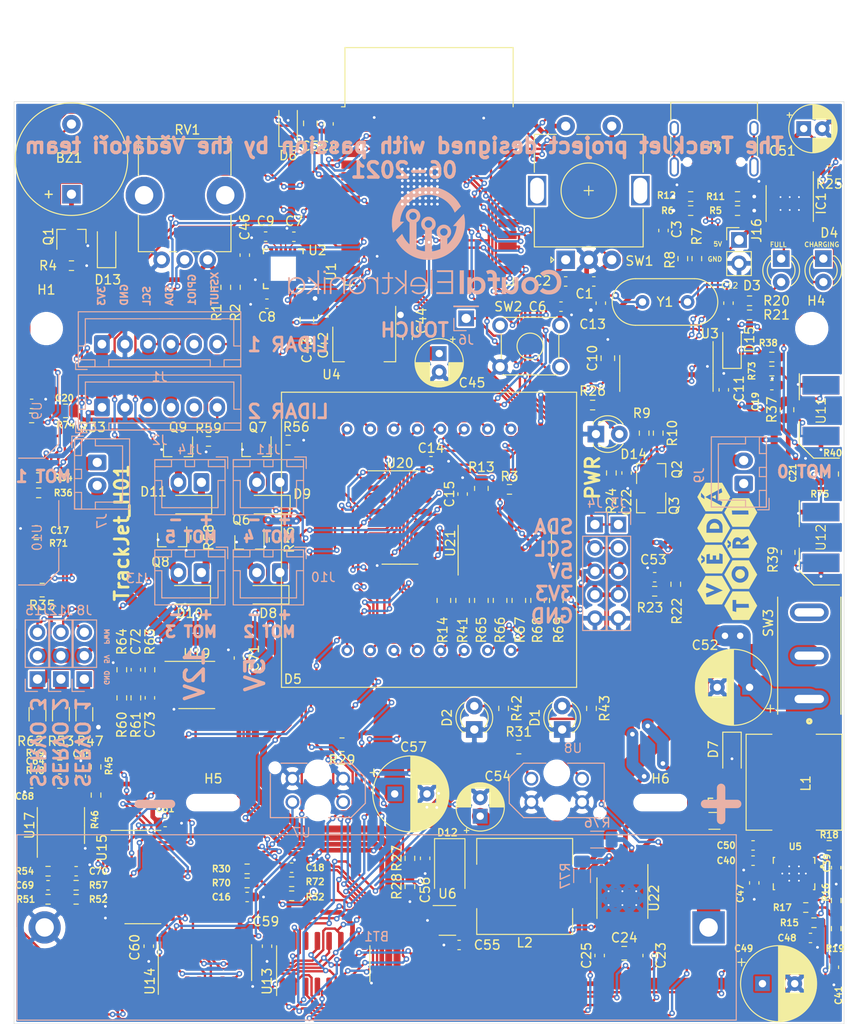
<source format=kicad_pcb>
(kicad_pcb (version 20171130) (host pcbnew "(5.1.10)-1")
  (layers (0 F.Cu signal) (31 B.Cu signal) (34 B.Paste user) (35 F.Paste user) (36 B.SilkS user) (37 F.SilkS user) (38 B.Mask user) (39 F.Mask user) (44 Edge.Cuts user))
  (net 0 "")
  (net 1 "Net-(BT1-Pad1)")
  (net 2 GND)
  (net 3 "Net-(BZ1-Pad2)")
  (net 4 +5V)
  (net 5 +3V3)
  (net 6 BUTTON)
  (net 7 +BATT)
  (net 8 +12V)
  (net 9 +5VP)
  (net 10 ENC_B)
  (net 11 ENC_SW)
  (net 12 ENC_A)
  (net 13 "Net-(D2-Pad2)")
  (net 14 "Net-(IC1-Pad2)")
  (net 15 "Net-(J1-Pad6)")
  (net 16 SDA)
  (net 17 SCL)
  (net 18 /Motors/SERVO1_CTRL)
  (net 19 /Motors/SERVO2_CTRL)
  (net 20 /Motors/SERVO3_CTRL)
  (net 21 /USB/D-)
  (net 22 /USB/D+)
  (net 23 BUZZER)
  (net 24 /USB/ESP_RST)
  (net 25 "Net-(Q2-Pad2)")
  (net 26 "Net-(Q2-Pad1)")
  (net 27 /USB/ESP_GPIO0)
  (net 28 /Motors/DC_MOT1_12V)
  (net 29 /Motors/DC_MOT2_5V)
  (net 30 /Motors/DC_MOT3_12V)
  (net 31 /Motors/DC_MOT4_5V)
  (net 32 "Net-(R15-Pad2)")
  (net 33 /USB/ESP_RX)
  (net 34 /USB/ESP_TX)
  (net 35 "Net-(R37-Pad2)")
  (net 36 "Net-(R54-Pad2)")
  (net 37 POT)
  (net 38 /Gyro/MPU-6050_INT)
  (net 39 /Motors/MOTA_IN1)
  (net 40 /Motors/MOTA_IN2)
  (net 41 /Motors/MOTB_IN1)
  (net 42 /Motors/MOTB_IN2)
  (net 43 /Power/12V_ENABLE)
  (net 44 /Power/12V_MODE)
  (net 45 "Net-(C8-Pad1)")
  (net 46 "Net-(C9-Pad1)")
  (net 47 "Net-(C12-Pad1)")
  (net 48 "Net-(C13-Pad1)")
  (net 49 "Net-(C39-Pad2)")
  (net 50 "Net-(C41-Pad2)")
  (net 51 "Net-(C47-Pad1)")
  (net 52 "Net-(C50-Pad2)")
  (net 53 "Net-(C50-Pad1)")
  (net 54 "Net-(C64-Pad2)")
  (net 55 "Net-(C65-Pad2)")
  (net 56 "Net-(C69-Pad2)")
  (net 57 "Net-(C70-Pad2)")
  (net 58 "Net-(C72-Pad2)")
  (net 59 "Net-(C73-Pad2)")
  (net 60 "Net-(J5-PadB8)")
  (net 61 "Net-(J5-PadA5)")
  (net 62 "Net-(J5-PadA8)")
  (net 63 "Net-(J5-PadB5)")
  (net 64 "Net-(J7-Pad2)")
  (net 65 "Net-(J7-Pad1)")
  (net 66 "Net-(J8-Pad1)")
  (net 67 "Net-(J9-Pad2)")
  (net 68 "Net-(J9-Pad1)")
  (net 69 "Net-(J12-Pad1)")
  (net 70 "Net-(J15-Pad1)")
  (net 71 "Net-(R7-Pad2)")
  (net 72 "Net-(R8-Pad2)")
  (net 73 "Net-(R16-Pad2)")
  (net 74 "Net-(R17-Pad1)")
  (net 75 "Net-(R18-Pad1)")
  (net 76 "Net-(R27-Pad1)")
  (net 77 "Net-(R29-Pad2)")
  (net 78 "Net-(R31-Pad2)")
  (net 79 "Net-(R33-Pad2)")
  (net 80 "Net-(R35-Pad2)")
  (net 81 "Net-(R39-Pad2)")
  (net 82 "Net-(R42-Pad2)")
  (net 83 "Net-(R43-Pad2)")
  (net 84 "Net-(R48-Pad2)")
  (net 85 "Net-(R63-Pad2)")
  (net 86 "Net-(U13-Pad9)")
  (net 87 "Net-(U14-Pad7)")
  (net 88 "Net-(U14-Pad6)")
  (net 89 "Net-(U14-Pad5)")
  (net 90 "/Mux Demux Matrix/Analog_IN_7")
  (net 91 "/Mux Demux Matrix/REG_OUT_11")
  (net 92 "/Mux Demux Matrix/REG_OE")
  (net 93 "Net-(R13-Pad1)")
  (net 94 "Net-(R14-Pad1)")
  (net 95 "/Mux Demux Matrix/Analog_IN_1")
  (net 96 "/Mux Demux Matrix/Analog_IN_3")
  (net 97 "/Mux Demux Matrix/Analog_IN_5")
  (net 98 "/Mux Demux Matrix/Analog_IN_4")
  (net 99 "/Mux Demux Matrix/Analog_IN_6")
  (net 100 "Net-(R41-Pad1)")
  (net 101 "Net-(R65-Pad1)")
  (net 102 "Net-(R66-Pad1)")
  (net 103 "Net-(R67-Pad1)")
  (net 104 "Net-(R68-Pad1)")
  (net 105 "Net-(R69-Pad1)")
  (net 106 "/Mux Demux Matrix/REG_DAT")
  (net 107 "/Mux Demux Matrix/REG_LAT")
  (net 108 "/Mux Demux Matrix/REG_CLK")
  (net 109 "/Mux Demux Matrix/Analog_MUX")
  (net 110 "Net-(U14-Pad9)")
  (net 111 "Net-(U20-Pad9)")
  (net 112 "Net-(D1-Pad2)")
  (net 113 "Net-(D3-Pad2)")
  (net 114 "Net-(D3-Pad1)")
  (net 115 "Net-(D4-Pad2)")
  (net 116 "Net-(D4-Pad1)")
  (net 117 "Net-(D5-Pad15)")
  (net 118 "Net-(D5-Pad16)")
  (net 119 "Net-(D5-Pad13)")
  (net 120 "Net-(D5-Pad12)")
  (net 121 "Net-(D5-Pad10)")
  (net 122 "Net-(D5-Pad9)")
  (net 123 "Net-(D5-Pad14)")
  (net 124 "Net-(D5-Pad11)")
  (net 125 "Net-(D5-Pad8)")
  (net 126 "Net-(D5-Pad7)")
  (net 127 "Net-(D5-Pad6)")
  (net 128 "Net-(D5-Pad5)")
  (net 129 "Net-(D5-Pad4)")
  (net 130 "Net-(D5-Pad3)")
  (net 131 "Net-(D5-Pad2)")
  (net 132 "Net-(D5-Pad1)")
  (net 133 "Net-(D8-Pad2)")
  (net 134 "Net-(D9-Pad2)")
  (net 135 "Net-(D10-Pad2)")
  (net 136 "Net-(D11-Pad2)")
  (net 137 "Net-(D12-Pad2)")
  (net 138 "Net-(J6-Pad1)")
  (net 139 "Net-(R30-Pad2)")
  (net 140 "Net-(R32-Pad2)")
  (net 141 "Net-(R34-Pad2)")
  (net 142 "Net-(R36-Pad2)")
  (net 143 "Net-(R38-Pad2)")
  (net 144 "Net-(R40-Pad2)")
  (net 145 "Net-(J5-PadS1)")
  (net 146 /Encoders/ENCODER2)
  (net 147 /Encoders/ENCODER4)
  (net 148 /Encoders/ENCODER5)
  (net 149 /Encoders/ENCODER6)
  (net 150 "Net-(D14-Pad2)")
  (net 151 "Net-(D15-Pad1)")
  (net 152 "Net-(Q3-Pad2)")
  (net 153 "Net-(Q3-Pad1)")
  (net 154 "Net-(C23-Pad1)")
  (net 155 "Net-(C25-Pad2)")
  (net 156 "Net-(R76-Pad1)")
  (net 157 "Net-(R77-Pad1)")
  (module Resistor_SMD:R_1206_3216Metric_Pad1.30x1.75mm_HandSolder (layer B.Cu) (at 63.246 80.01 180)
    (fp_text reference R76 (at 0 1.82) (layer B.SilkS) (effects (justify mirror)))
    (fp_text value R)
    (pad 2 smd roundrect (at 1.55 0 180) (size 1.3 1.75) (layers B.Cu B.Paste B.Mask) (roundrect_rratio 0.192308) (net 2 GND))
    (pad 1 smd roundrect (at -1.55 0 180) (size 1.3 1.75) (layers B.Cu B.Paste B.Mask) (roundrect_rratio 0.192308) (net 156 "Net-(R76-Pad1)"))
  )
  (module Package_SO:HTSSOP-16-1EP_4.4x5mm_P0.65mm_EP3.4x5mm_Mask2.46x2.31mm_ThermalVias (layer F.Cu) (at 65.968 86.36 270)
    (fp_text reference U22 (at 0 -3.45 90) (layer F.SilkS))
    (fp_text value DRV8833PWP)
    (pad 17 smd rect (at 0 0 270) (size 2 3.5) (layers B.Cu) (net 2 GND))
    (pad 17 thru_hole circle (at 0.75 1.5 270) (size 0.5 0.5) (drill 0.2) (layers *.Cu) (net 2 GND))
    (pad 17 thru_hole circle (at -0.75 1.5 270) (size 0.5 0.5) (drill 0.2) (layers *.Cu) (net 2 GND))
    (pad 17 thru_hole circle (at 0.75 0 270) (size 0.5 0.5) (drill 0.2) (layers *.Cu) (net 2 GND))
    (pad 17 thru_hole circle (at -0.75 0 270) (size 0.5 0.5) (drill 0.2) (layers *.Cu) (net 2 GND))
    (pad 17 thru_hole circle (at 0.75 -1.5 270) (size 0.5 0.5) (drill 0.2) (layers *.Cu) (net 2 GND))
    (pad 17 thru_hole circle (at -0.75 -1.5 270) (size 0.5 0.5) (drill 0.2) (layers *.Cu) (net 2 GND))
    (pad 17 smd rect (at 0 0 270) (size 3.4 5) (layers F.Cu) (net 2 GND))
    (pad 16 smd roundrect (at 2.8625 -2.275 270) (size 1.575 0.4) (layers F.Cu F.Paste F.Mask) (net 41 /Motors/MOTB_IN1))
    (pad 15 smd roundrect (at 2.8625 -1.625 270) (size 1.575 0.4) (layers F.Cu F.Paste F.Mask) (net 42 /Motors/MOTB_IN2))
    (pad 14 smd roundrect (at 2.8625 -0.975 270) (size 1.575 0.4) (layers F.Cu F.Paste F.Mask) (net 154 "Net-(C23-Pad1)"))
    (pad 13 smd roundrect (at 2.8625 -0.325 270) (size 1.575 0.4) (layers F.Cu F.Paste F.Mask) (net 2 GND))
    (pad 12 smd roundrect (at 2.8625 0.325 270) (size 1.575 0.4) (layers F.Cu F.Paste F.Mask) (net 8 +12V))
    (pad 11 smd roundrect (at 2.8625 0.975 270) (size 1.575 0.4) (layers F.Cu F.Paste F.Mask) (net 155 "Net-(C25-Pad2)"))
    (pad 10 smd roundrect (at 2.8625 1.625 270) (size 1.575 0.4) (layers F.Cu F.Paste F.Mask) (net 40 /Motors/MOTA_IN2))
    (pad 9 smd roundrect (at 2.8625 2.275 270) (size 1.575 0.4) (layers F.Cu F.Paste F.Mask) (net 39 /Motors/MOTA_IN1))
    (pad 8 smd roundrect (at -2.8625 2.275 270) (size 1.575 0.4) (layers F.Cu F.Paste F.Mask))
    (pad 7 smd roundrect (at -2.8625 1.625 270) (size 1.575 0.4) (layers F.Cu F.Paste F.Mask) (net 65 "Net-(J7-Pad1)"))
    (pad 6 smd roundrect (at -2.8625 0.975 270) (size 1.575 0.4) (layers F.Cu F.Paste F.Mask) (net 157 "Net-(R77-Pad1)"))
    (pad 5 smd roundrect (at -2.8625 0.325 270) (size 1.575 0.4) (layers F.Cu F.Paste F.Mask) (net 64 "Net-(J7-Pad2)"))
    (pad 4 smd roundrect (at -2.8625 -0.325 270) (size 1.575 0.4) (layers F.Cu F.Paste F.Mask) (net 67 "Net-(J9-Pad2)"))
    (pad 3 smd roundrect (at -2.8625 -0.975 270) (size 1.575 0.4) (layers F.Cu F.Paste F.Mask) (net 156 "Net-(R76-Pad1)"))
    (pad 2 smd roundrect (at -2.8625 -1.625 270) (size 1.575 0.4) (layers F.Cu F.Paste F.Mask) (net 68 "Net-(J9-Pad1)"))
    (pad 1 smd roundrect (at -2.8625 -2.275 270) (size 1.575 0.4) (layers F.Cu F.Paste F.Mask) (net 8 +12V))
  )
  (module Resistor_SMD:R_1206_3216Metric_Pad1.30x1.75mm_HandSolder (layer B.Cu) (at 61.595 83.947 270)
    (fp_text reference R77 (at 0 1.82 90) (layer B.SilkS) (effects (justify mirror)))
    (fp_text value R)
    (pad 2 smd roundrect (at 1.55 0 270) (size 1.3 1.75) (layers B.Cu B.Paste B.Mask) (roundrect_rratio 0.192308) (net 2 GND))
    (pad 1 smd roundrect (at -1.55 0 270) (size 1.3 1.75) (layers B.Cu B.Paste B.Mask) (roundrect_rratio 0.192308) (net 157 "Net-(R77-Pad1)"))
  )
  (module Capacitor_SMD:C_0603_1608Metric (layer F.Cu) (at 63.5 92.583 90)
    (fp_text reference C25 (at 0 -1.43 90) (layer F.SilkS))
    (fp_text value 10n)
    (pad 2 smd roundrect (at 0.775 0 90) (size 0.9 0.95) (layers F.Cu F.Paste F.Mask) (net 155 "Net-(C25-Pad2)"))
    (pad 1 smd roundrect (at -0.775 0 90) (size 0.9 0.95) (layers F.Cu F.Paste F.Mask) (net 8 +12V))
  )
  (module Capacitor_SMD:C_0805_2012Metric (layer F.Cu) (at 66.167 92.329)
    (fp_text reference C24 (at 0 -1.68) (layer F.SilkS))
    (fp_text value 10u)
    (pad 2 smd roundrect (at 0.95 0) (size 1 1.45) (layers F.Cu F.Paste F.Mask) (net 2 GND))
    (pad 1 smd roundrect (at -0.95 0) (size 1 1.45) (layers F.Cu F.Paste F.Mask) (net 8 +12V))
  )
  (module Capacitor_SMD:C_0603_1608Metric (layer F.Cu) (at 68.707 92.583 270)
    (fp_text reference C23 (at 0 -1.43 90) (layer F.SilkS))
    (fp_text value 2u2)
    (pad 2 smd roundrect (at 0.775 0 270) (size 0.9 0.95) (layers F.Cu F.Paste F.Mask) (net 2 GND))
    (pad 1 smd roundrect (at -0.775 0 270) (size 0.9 0.95) (layers F.Cu F.Paste F.Mask) (net 154 "Net-(C23-Pad1)"))
  )
  (module Diode_SMD:D_SOD-123 (layer F.Cu) (at 77.851 26.67 90)
    (fp_text reference D15 (at 0.889 1.905 270) (layer F.SilkS))
    (fp_text value B5819W)
    (pad 2 smd rect (at 1.65 0 90) (size 0.9 1.2) (layers F.Cu F.Paste F.Mask) (net 2 GND))
    (pad 1 smd rect (at -1.65 0 90) (size 0.9 1.2) (layers F.Cu F.Paste F.Mask) (net 151 "Net-(D15-Pad1)"))
  )
  (module LED_THT:LED_D3.0mm (layer F.Cu) (at 63.095 36.042)
    (fp_text reference D14 (at 4.088 2.185 180) (layer F.SilkS))
    (fp_text value LED_GREEN)
    (pad 2 thru_hole circle (at 2.54 0) (size 1.8 1.8) (drill 0.9) (layers *.Cu *.Mask) (net 150 "Net-(D14-Pad2)"))
    (pad 1 thru_hole rect (at 0 0) (size 1.8 1.8) (drill 0.9) (layers *.Cu *.Mask) (net 2 GND))
  )
  (module Diode_SMD:D_SOD-123 (layer F.Cu) (at 10.033 15.748 90)
    (fp_text reference D13 (at -3.556 0.127 180) (layer F.SilkS))
    (fp_text value B5819W)
    (pad 2 smd rect (at 1.65 0 90) (size 0.9 1.2) (layers F.Cu F.Paste F.Mask) (net 3 "Net-(BZ1-Pad2)"))
    (pad 1 smd rect (at -1.65 0 90) (size 0.9 1.2) (layers F.Cu F.Paste F.Mask) (net 4 +5V))
  )
  (module Capacitor_SMD:C_0603_1608Metric (layer F.Cu) (at 66.421 40.259 90)
    (fp_text reference C22 (at -3.175 0 90) (layer F.SilkS))
    (fp_text value 1u)
    (pad 2 smd roundrect (at 0.775 0 90) (size 0.9 0.95) (layers F.Cu F.Paste F.Mask) (net 24 /USB/ESP_RST))
    (pad 1 smd roundrect (at -0.775 0 90) (size 0.9 0.95) (layers F.Cu F.Paste F.Mask) (net 2 GND))
  )
  (module 0Logo:Coufal_elektronika_text_30x13mm (layer B.Cu) (at 44.45 15.621 180)
    (fp_text reference G1 hide)
    (fp_text value LOGO hide)
  )
  (module Sergej_Library:Vedatori_15mm (layer F.Cu) (at 77.343 48.768 90)
    (fp_text reference G2 hide)
    (fp_text value LOGO hide)
  )
  (module Sergej_Library:BatteryHolder_MPD_BH-18650-PC2_NoHoles (layer B.Cu) (at 75.311 89.535 180)
    (fp_text reference BT1 (at 36 -1) (layer B.SilkS) (effects (justify mirror)))
    (fp_text value 18650)
    (pad 1 thru_hole rect (at 0 0 180) (size 3.5 3.5) (drill 2) (layers *.Cu *.Mask) (net 1 "Net-(BT1-Pad1)"))
    (pad 2 thru_hole circle (at 72 0 180) (size 3.5 3.5) (drill 2) (layers *.Cu *.Mask) (net 2 GND))
  )
  (module Sergej_Library:ZIP_Tie_Slot_Hole (layer F.Cu) (at 70.1 76)
    (fp_text reference H6 (at 0.004 -2.594) (layer F.SilkS))
    (fp_text value MountingHole)
    (pad "" np_thru_hole oval (at 0 0) (size 5.5 1.5) (drill oval 5.5 1.5) (layers *.Cu *.Mask))
  )
  (module Sergej_Library:ZIP_Tie_Slot_Hole (layer F.Cu) (at 21.6 76)
    (fp_text reference H5 (at 0 -2.594) (layer F.SilkS))
    (fp_text value MountingHole)
    (pad "" np_thru_hole oval (at 0 0) (size 5.5 1.5) (drill oval 5.5 1.5) (layers *.Cu *.Mask))
  )
  (module Resistor_SMD:R_0603_1608Metric (layer F.Cu) (at 87.349 40.371 90)
    (fp_text reference R75 (at -2.174 0.027 180) (layer F.SilkS) (effects (font (size 0.7 0.7))))
    (fp_text value 22K)
    (pad 2 smd roundrect (at 0.825 0 90) (size 0.8 0.95) (layers F.Cu F.Paste F.Mask) (net 144 "Net-(R40-Pad2)"))
    (pad 1 smd roundrect (at -0.825 0 90) (size 0.8 0.95) (layers F.Cu F.Paste F.Mask) (net 149 /Encoders/ENCODER6))
  )
  (module Resistor_SMD:R_0603_1608Metric (layer F.Cu) (at 1.905 34.29 180)
    (fp_text reference R74 (at -3.683 -0.762) (layer F.SilkS) (effects (font (size 0.7 0.7))))
    (fp_text value 22K)
    (pad 2 smd roundrect (at 0.825 0 180) (size 0.8 0.95) (layers F.Cu F.Paste F.Mask) (net 141 "Net-(R34-Pad2)"))
    (pad 1 smd roundrect (at -0.825 0 180) (size 0.8 0.95) (layers F.Cu F.Paste F.Mask) (net 148 /Encoders/ENCODER5))
  )
  (module Resistor_SMD:R_0603_1608Metric (layer F.Cu) (at 82.169 29.21)
    (fp_text reference R73 (at -2.159 0 90) (layer F.SilkS) (effects (font (size 0.7 0.7))))
    (fp_text value 22K)
    (pad 2 smd roundrect (at 0.825 0) (size 0.8 0.95) (layers F.Cu F.Paste F.Mask) (net 143 "Net-(R38-Pad2)"))
    (pad 1 smd roundrect (at -0.825 0) (size 0.8 0.95) (layers F.Cu F.Paste F.Mask) (net 147 /Encoders/ENCODER4))
  )
  (module Resistor_SMD:R_0603_1608Metric (layer F.Cu) (at 30.099 84.582)
    (fp_text reference R72 (at 2.54 0) (layer F.SilkS) (effects (font (size 0.7 0.7))))
    (fp_text value 22K)
    (pad 2 smd roundrect (at 0.825 0) (size 0.8 0.95) (layers F.Cu F.Paste F.Mask) (net 140 "Net-(R32-Pad2)"))
    (pad 1 smd roundrect (at -0.825 0) (size 0.8 0.95) (layers F.Cu F.Paste F.Mask) (net 96 "/Mux Demux Matrix/Analog_IN_3"))
  )
  (module Resistor_SMD:R_0603_1608Metric (layer F.Cu) (at 2.413 48.006 180)
    (fp_text reference R71 (at -2.413 0.127) (layer F.SilkS) (effects (font (size 0.7 0.7))))
    (fp_text value 22K)
    (pad 2 smd roundrect (at 0.825 0 180) (size 0.8 0.95) (layers F.Cu F.Paste F.Mask) (net 142 "Net-(R36-Pad2)"))
    (pad 1 smd roundrect (at -0.825 0 180) (size 0.8 0.95) (layers F.Cu F.Paste F.Mask) (net 146 /Encoders/ENCODER2))
  )
  (module Resistor_SMD:R_0603_1608Metric (layer F.Cu) (at 25.273 84.709)
    (fp_text reference R70 (at -2.794 0) (layer F.SilkS) (effects (font (size 0.7 0.7))))
    (fp_text value 22K)
    (pad 2 smd roundrect (at 0.825 0) (size 0.8 0.95) (layers F.Cu F.Paste F.Mask) (net 139 "Net-(R30-Pad2)"))
    (pad 1 smd roundrect (at -0.825 0) (size 0.8 0.95) (layers F.Cu F.Paste F.Mask) (net 95 "/Mux Demux Matrix/Analog_IN_1"))
  )
  (module Connector_PinHeader_2.54mm:PinHeader_1x02_P2.54mm_Vertical (layer F.Cu) (at 78.613 14.986)
    (fp_text reference J16 (at 1.905 -1.016 270) (layer F.SilkS))
    (fp_text value Conn_01x02_Male)
    (pad 2 thru_hole oval (at 0 2.54) (size 1.7 1.7) (drill 1) (layers *.Cu *.Mask) (net 2 GND))
    (pad 1 thru_hole rect (at 0 0) (size 1.7 1.7) (drill 1) (layers *.Cu *.Mask) (net 9 +5VP))
  )
  (module Connector_PinHeader_2.54mm:PinHeader_1x01_P2.54mm_Vertical (layer B.Cu) (at 49.022 23.495)
    (fp_text reference J6 (at 0 2.33) (layer B.SilkS) (effects (justify mirror)))
    (fp_text value Conn_01x01_Male)
    (pad 1 thru_hole rect (at 0 0) (size 1.7 1.7) (drill 1) (layers *.Cu *.Mask) (net 138 "Net-(J6-Pad1)"))
  )
  (module Capacitor_SMD:C_0603_1608Metric (layer F.Cu) (at 85.825 40.371 90)
    (fp_text reference C21 (at 0.112 -1.37 90) (layer F.SilkS) (effects (font (size 0.7 0.7))))
    (fp_text value 100n)
    (pad 2 smd roundrect (at 0.775 0 90) (size 0.9 0.95) (layers F.Cu F.Paste F.Mask) (net 2 GND))
    (pad 1 smd roundrect (at -0.775 0 90) (size 0.9 0.95) (layers F.Cu F.Paste F.Mask) (net 149 /Encoders/ENCODER6))
  )
  (module Capacitor_SMD:C_0603_1608Metric (layer F.Cu) (at 1.905 32.766)
    (fp_text reference C20 (at 3.556 -0.635) (layer F.SilkS) (effects (font (size 0.7 0.7))))
    (fp_text value 100n)
    (pad 2 smd roundrect (at 0.775 0) (size 0.9 0.95) (layers F.Cu F.Paste F.Mask) (net 2 GND))
    (pad 1 smd roundrect (at -0.775 0) (size 0.9 0.95) (layers F.Cu F.Paste F.Mask) (net 148 /Encoders/ENCODER5))
  )
  (module Capacitor_SMD:C_0603_1608Metric (layer F.Cu) (at 82.169 30.734)
    (fp_text reference C19 (at -1.778 1.778 90) (layer F.SilkS) (effects (font (size 0.7 0.7))))
    (fp_text value 100n)
    (pad 2 smd roundrect (at 0.775 0) (size 0.9 0.95) (layers F.Cu F.Paste F.Mask) (net 2 GND))
    (pad 1 smd roundrect (at -0.775 0) (size 0.9 0.95) (layers F.Cu F.Paste F.Mask) (net 147 /Encoders/ENCODER4))
  )
  (module Capacitor_SMD:C_0603_1608Metric (layer F.Cu) (at 30.099 83.058)
    (fp_text reference C18 (at 2.54 0) (layer F.SilkS) (effects (font (size 0.7 0.7))))
    (fp_text value 100n)
    (pad 2 smd roundrect (at 0.775 0) (size 0.9 0.95) (layers F.Cu F.Paste F.Mask) (net 2 GND))
    (pad 1 smd roundrect (at -0.775 0) (size 0.9 0.95) (layers F.Cu F.Paste F.Mask) (net 96 "/Mux Demux Matrix/Analog_IN_3"))
  )
  (module Capacitor_SMD:C_0603_1608Metric (layer F.Cu) (at 2.413 46.482 180)
    (fp_text reference C17 (at -2.54 0) (layer F.SilkS) (effects (font (size 0.7 0.7))))
    (fp_text value 100n)
    (pad 2 smd roundrect (at 0.775 0 180) (size 0.9 0.95) (layers F.Cu F.Paste F.Mask) (net 2 GND))
    (pad 1 smd roundrect (at -0.775 0 180) (size 0.9 0.95) (layers F.Cu F.Paste F.Mask) (net 146 /Encoders/ENCODER2))
  )
  (module Capacitor_SMD:C_0603_1608Metric (layer F.Cu) (at 25.273 86.233)
    (fp_text reference C16 (at -2.794 0) (layer F.SilkS) (effects (font (size 0.7 0.7))))
    (fp_text value 100n)
    (pad 2 smd roundrect (at 0.775 0) (size 0.9 0.95) (layers F.Cu F.Paste F.Mask) (net 2 GND))
    (pad 1 smd roundrect (at -0.775 0) (size 0.9 0.95) (layers F.Cu F.Paste F.Mask) (net 95 "/Mux Demux Matrix/Analog_IN_1"))
  )
  (module Sergej_Library:TCRT5000 (layer B.Cu) (at 58.848 74.676 180)
    (fp_text reference U8 (at -1.76355 4.57476) (layer B.SilkS) (effects (font (thickness 0.127)) (justify mirror)))
    (fp_text value TCRT5000)
    (pad 3 thru_hole circle (at -2.75 1.27 180) (size 1.5 1.5) (drill 1) (layers *.Cu *.Mask) (net 140 "Net-(R32-Pad2)"))
    (pad 4 thru_hole circle (at -2.75 -1.27 180) (size 1.5 1.5) (drill 1) (layers *.Cu *.Mask) (net 2 GND))
    (pad 1 thru_hole circle (at 2.75 1.27 180) (size 1.5 1.5) (drill 1) (layers *.Cu *.Mask) (net 78 "Net-(R31-Pad2)"))
    (pad 2 thru_hole circle (at 2.75 -1.27 180) (size 1.5 1.5) (drill 1) (layers *.Cu *.Mask) (net 2 GND))
    (pad None np_thru_hole circle (at -4.65 -2.45 180) (size 1 1) (drill 1) (layers *.Cu *.Mask))
    (pad None np_thru_hole circle (at 0 -1.9 180) (size 2.5 2.5) (drill 2.5) (layers *.Cu *.Mask))
    (pad None np_thru_hole circle (at 0 1.9 180) (size 2.5 2.5) (drill 2.5) (layers *.Cu *.Mask))
  )
  (module Sergej_Library:TCRT5000 (layer B.Cu) (at 32.94 74.676)
    (fp_text reference U7 (at -1.76355 4.57476) (layer B.SilkS) (effects (font (thickness 0.127)) (justify mirror)))
    (fp_text value TCRT5000)
    (pad 3 thru_hole circle (at -2.75 1.27) (size 1.5 1.5) (drill 1) (layers *.Cu *.Mask) (net 139 "Net-(R30-Pad2)"))
    (pad 4 thru_hole circle (at -2.75 -1.27) (size 1.5 1.5) (drill 1) (layers *.Cu *.Mask) (net 2 GND))
    (pad 1 thru_hole circle (at 2.75 1.27) (size 1.5 1.5) (drill 1) (layers *.Cu *.Mask) (net 77 "Net-(R29-Pad2)"))
    (pad 2 thru_hole circle (at 2.75 -1.27) (size 1.5 1.5) (drill 1) (layers *.Cu *.Mask) (net 2 GND))
    (pad None np_thru_hole circle (at -4.65 -2.45) (size 1 1) (drill 1) (layers *.Cu *.Mask))
    (pad None np_thru_hole circle (at 0 -1.9) (size 2.5 2.5) (drill 2.5) (layers *.Cu *.Mask))
    (pad None np_thru_hole circle (at 0 1.9) (size 2.5 2.5) (drill 2.5) (layers *.Cu *.Mask))
  )
  (module Sergej_Library:TCRT5000_SMD (layer F.Cu) (at 89.5 47.25 270)
    (fp_text reference U12 (at 0 2 270) (layer F.SilkS) (effects (font (thickness 0.127))))
    (fp_text value TCRT5000)
    (pad 4 smd rect (at -2.75 2 270) (size 2 4) (layers F.Cu F.Paste F.Mask) (net 2 GND))
    (pad 3 smd rect (at -2.75 2 270) (size 2 4) (layers B.Cu B.Paste B.Mask) (net 144 "Net-(R40-Pad2)"))
    (pad 1 smd rect (at 2.75 2 270) (size 2 4) (layers B.Cu B.Paste B.Mask) (net 81 "Net-(R39-Pad2)"))
    (pad 2 smd rect (at 2.75 2 270) (size 2 4) (layers F.Cu F.Paste F.Mask) (net 2 GND))
  )
  (module Sergej_Library:TCRT5000_SMD (layer F.Cu) (at 89.5 33.5 270)
    (fp_text reference U11 (at 0 2 270) (layer F.SilkS) (effects (font (thickness 0.127))))
    (fp_text value TCRT5000)
    (pad 4 smd rect (at -2.75 2 270) (size 2 4) (layers F.Cu F.Paste F.Mask) (net 2 GND))
    (pad 3 smd rect (at -2.75 2 270) (size 2 4) (layers B.Cu B.Paste B.Mask) (net 143 "Net-(R38-Pad2)"))
    (pad 1 smd rect (at 2.75 2 270) (size 2 4) (layers B.Cu B.Paste B.Mask) (net 35 "Net-(R37-Pad2)"))
    (pad 2 smd rect (at 2.75 2 270) (size 2 4) (layers F.Cu F.Paste F.Mask) (net 2 GND))
  )
  (module Sergej_Library:TCRT5000_SMD (layer B.Cu) (at 0.5 47.25 270)
    (fp_text reference U10 (at 0 -2 90) (layer B.SilkS) (effects (font (thickness 0.127)) (justify mirror)))
    (fp_text value TCRT5000)
    (pad 4 smd rect (at -2.75 -2 270) (size 2 4) (layers B.Cu B.Paste B.Mask) (net 2 GND))
    (pad 3 smd rect (at -2.75 -2 270) (size 2 4) (layers F.Cu F.Paste F.Mask) (net 142 "Net-(R36-Pad2)"))
    (pad 1 smd rect (at 2.75 -2 270) (size 2 4) (layers F.Cu F.Paste F.Mask) (net 80 "Net-(R35-Pad2)"))
    (pad 2 smd rect (at 2.75 -2 270) (size 2 4) (layers B.Cu B.Paste B.Mask) (net 2 GND))
  )
  (module Sergej_Library:TCRT5000_SMD (layer B.Cu) (at 0.5 33.5 270)
    (fp_text reference U9 (at 0 -2 90) (layer B.SilkS) (effects (font (thickness 0.127)) (justify mirror)))
    (fp_text value TCRT5000)
    (pad 4 smd rect (at -2.75 -2 270) (size 2 4) (layers B.Cu B.Paste B.Mask) (net 2 GND))
    (pad 3 smd rect (at -2.75 -2 270) (size 2 4) (layers F.Cu F.Paste F.Mask) (net 141 "Net-(R34-Pad2)"))
    (pad 1 smd rect (at 2.75 -2 270) (size 2 4) (layers F.Cu F.Paste F.Mask) (net 79 "Net-(R33-Pad2)"))
    (pad 2 smd rect (at 2.75 -2 270) (size 2 4) (layers B.Cu B.Paste B.Mask) (net 2 GND))
  )
  (module Capacitor_SMD:C_0603_1608Metric (layer F.Cu) (at 48.641 42.545 90)
    (fp_text reference C15 (at 0 -1.43 90) (layer F.SilkS))
    (fp_text value 100n)
    (pad 2 smd roundrect (at 0.775 0 90) (size 0.9 0.95) (layers F.Cu F.Paste F.Mask) (net 2 GND))
    (pad 1 smd roundrect (at -0.775 0 90) (size 0.9 0.95) (layers F.Cu F.Paste F.Mask) (net 4 +5V))
  )
  (module Capacitor_SMD:C_0603_1608Metric (layer F.Cu) (at 45.212 38.989)
    (fp_text reference C14 (at 0 -1.43) (layer F.SilkS))
    (fp_text value 100n)
    (pad 2 smd roundrect (at 0.775 0) (size 0.9 0.95) (layers F.Cu F.Paste F.Mask) (net 2 GND))
    (pad 1 smd roundrect (at -0.775 0) (size 0.9 0.95) (layers F.Cu F.Paste F.Mask) (net 4 +5V))
  )
  (module Resistor_SMD:R_0805_2012Metric (layer F.Cu) (at 46.609 54.0785 270)
    (fp_text reference R14 (at 3.1985 0.127 90) (layer F.SilkS))
    (fp_text value 100R)
    (pad 2 smd roundrect (at 0.9125 0 270) (size 1.025 1.4) (layers F.Cu F.Paste F.Mask) (roundrect_rratio 0.2439004878048781) (net 130 "Net-(D5-Pad3)"))
    (pad 1 smd roundrect (at -0.9125 0 270) (size 1.025 1.4) (layers F.Cu F.Paste F.Mask) (roundrect_rratio 0.2439004878048781) (net 94 "Net-(R14-Pad1)"))
  )
  (module Sergej_Library:KYX-1088AS (layer F.Cu) (at 45 47.5 180)
    (fp_text reference D5 (at 14.774 -15.111) (layer F.SilkS))
    (fp_text value KYX-1088AS)
    (pad 15 thru_hole circle (at -6.35 -12 180) (size 1.2 1.2) (drill 0.6) (layers *.Cu *.Mask) (net 117 "Net-(D5-Pad15)"))
    (pad 16 thru_hole circle (at -8.89 -12 180) (size 1.2 1.2) (drill 0.6) (layers *.Cu *.Mask) (net 118 "Net-(D5-Pad16)"))
    (pad 13 thru_hole circle (at -1.27 -12 180) (size 1.2 1.2) (drill 0.6) (layers *.Cu *.Mask) (net 119 "Net-(D5-Pad13)"))
    (pad 12 thru_hole circle (at 1.27 -12 180) (size 1.2 1.2) (drill 0.6) (layers *.Cu *.Mask) (net 120 "Net-(D5-Pad12)"))
    (pad 10 thru_hole circle (at 6.35 -12 180) (size 1.2 1.2) (drill 0.6) (layers *.Cu *.Mask) (net 121 "Net-(D5-Pad10)"))
    (pad 9 thru_hole circle (at 8.89 -12 180) (size 1.2 1.2) (drill 0.6) (layers *.Cu *.Mask) (net 122 "Net-(D5-Pad9)"))
    (pad 14 thru_hole circle (at -3.81 -12 180) (size 1.2 1.2) (drill 0.6) (layers *.Cu *.Mask) (net 123 "Net-(D5-Pad14)"))
    (pad 11 thru_hole circle (at 3.81 -12 180) (size 1.2 1.2) (drill 0.6) (layers *.Cu *.Mask) (net 124 "Net-(D5-Pad11)"))
    (pad 8 thru_hole circle (at 8.89 12 180) (size 1.2 1.2) (drill 0.6) (layers *.Cu *.Mask) (net 125 "Net-(D5-Pad8)"))
    (pad 7 thru_hole circle (at 6.35 12 180) (size 1.2 1.2) (drill 0.6) (layers *.Cu *.Mask) (net 126 "Net-(D5-Pad7)"))
    (pad 6 thru_hole circle (at 3.81 12 180) (size 1.2 1.2) (drill 0.6) (layers *.Cu *.Mask) (net 127 "Net-(D5-Pad6)"))
    (pad 5 thru_hole circle (at 1.27 12 180) (size 1.2 1.2) (drill 0.6) (layers *.Cu *.Mask) (net 128 "Net-(D5-Pad5)"))
    (pad 4 thru_hole circle (at -1.27 12 180) (size 1.2 1.2) (drill 0.6) (layers *.Cu *.Mask) (net 129 "Net-(D5-Pad4)"))
    (pad 3 thru_hole circle (at -3.81 12 180) (size 1.2 1.2) (drill 0.6) (layers *.Cu *.Mask) (net 130 "Net-(D5-Pad3)"))
    (pad 2 thru_hole circle (at -6.35 12 180) (size 1.2 1.2) (drill 0.6) (layers *.Cu *.Mask) (net 131 "Net-(D5-Pad2)"))
    (pad 1 thru_hole circle (at -8.89 12 180) (size 1.2 1.2) (drill 0.6) (layers *.Cu *.Mask) (net 132 "Net-(D5-Pad1)"))
  )
  (module Package_SO:SOIC-16_3.9x9.9mm_P1.27mm (layer F.Cu) (at 53.213 47.879 90)
    (fp_text reference U21 (at 0 -5.9 90) (layer F.SilkS))
    (fp_text value 74HC595)
    (pad 16 smd roundrect (at 2.475 -4.445 90) (size 1.95 0.6) (layers F.Cu F.Paste F.Mask) (net 4 +5V))
    (pad 15 smd roundrect (at 2.475 -3.175 90) (size 1.95 0.6) (layers F.Cu F.Paste F.Mask) (net 93 "Net-(R13-Pad1)"))
    (pad 14 smd roundrect (at 2.475 -1.905 90) (size 1.95 0.6) (layers F.Cu F.Paste F.Mask) (net 111 "Net-(U20-Pad9)"))
    (pad 13 smd roundrect (at 2.475 -0.635 90) (size 1.95 0.6) (layers F.Cu F.Paste F.Mask) (net 92 "/Mux Demux Matrix/REG_OE"))
    (pad 12 smd roundrect (at 2.475 0.635 90) (size 1.95 0.6) (layers F.Cu F.Paste F.Mask) (net 107 "/Mux Demux Matrix/REG_LAT"))
    (pad 11 smd roundrect (at 2.475 1.905 90) (size 1.95 0.6) (layers F.Cu F.Paste F.Mask) (net 108 "/Mux Demux Matrix/REG_CLK"))
    (pad 10 smd roundrect (at 2.475 3.175 90) (size 1.95 0.6) (layers F.Cu F.Paste F.Mask) (net 5 +3V3))
    (pad 9 smd roundrect (at 2.475 4.445 90) (size 1.95 0.6) (layers F.Cu F.Paste F.Mask))
    (pad 8 smd roundrect (at -2.475 4.445 90) (size 1.95 0.6) (layers F.Cu F.Paste F.Mask) (net 2 GND))
    (pad 7 smd roundrect (at -2.475 3.175 90) (size 1.95 0.6) (layers F.Cu F.Paste F.Mask) (net 105 "Net-(R69-Pad1)"))
    (pad 6 smd roundrect (at -2.475 1.905 90) (size 1.95 0.6) (layers F.Cu F.Paste F.Mask) (net 104 "Net-(R68-Pad1)"))
    (pad 5 smd roundrect (at -2.475 0.635 90) (size 1.95 0.6) (layers F.Cu F.Paste F.Mask) (net 103 "Net-(R67-Pad1)"))
    (pad 4 smd roundrect (at -2.475 -0.635 90) (size 1.95 0.6) (layers F.Cu F.Paste F.Mask) (net 102 "Net-(R66-Pad1)"))
    (pad 3 smd roundrect (at -2.475 -1.905 90) (size 1.95 0.6) (layers F.Cu F.Paste F.Mask) (net 101 "Net-(R65-Pad1)"))
    (pad 2 smd roundrect (at -2.475 -3.175 90) (size 1.95 0.6) (layers F.Cu F.Paste F.Mask) (net 100 "Net-(R41-Pad1)"))
    (pad 1 smd roundrect (at -2.475 -4.445 90) (size 1.95 0.6) (layers F.Cu F.Paste F.Mask) (net 94 "Net-(R14-Pad1)"))
  )
  (module Package_SO:SOIC-16_3.9x9.9mm_P1.27mm (layer F.Cu) (at 41.848 45.085)
    (fp_text reference U20 (at 0 -5.9) (layer F.SilkS))
    (fp_text value 74HC595)
    (pad 16 smd roundrect (at 2.475 -4.445) (size 1.95 0.6) (layers F.Cu F.Paste F.Mask) (net 4 +5V))
    (pad 15 smd roundrect (at 2.475 -3.175) (size 1.95 0.6) (layers F.Cu F.Paste F.Mask) (net 122 "Net-(D5-Pad9)"))
    (pad 14 smd roundrect (at 2.475 -1.905) (size 1.95 0.6) (layers F.Cu F.Paste F.Mask) (net 110 "Net-(U14-Pad9)"))
    (pad 13 smd roundrect (at 2.475 -0.635) (size 1.95 0.6) (layers F.Cu F.Paste F.Mask) (net 92 "/Mux Demux Matrix/REG_OE"))
    (pad 12 smd roundrect (at 2.475 0.635) (size 1.95 0.6) (layers F.Cu F.Paste F.Mask) (net 107 "/Mux Demux Matrix/REG_LAT"))
    (pad 11 smd roundrect (at 2.475 1.905) (size 1.95 0.6) (layers F.Cu F.Paste F.Mask) (net 108 "/Mux Demux Matrix/REG_CLK"))
    (pad 10 smd roundrect (at 2.475 3.175) (size 1.95 0.6) (layers F.Cu F.Paste F.Mask) (net 5 +3V3))
    (pad 9 smd roundrect (at 2.475 4.445) (size 1.95 0.6) (layers F.Cu F.Paste F.Mask) (net 111 "Net-(U20-Pad9)"))
    (pad 8 smd roundrect (at -2.475 4.445) (size 1.95 0.6) (layers F.Cu F.Paste F.Mask) (net 2 GND))
    (pad 7 smd roundrect (at -2.475 3.175) (size 1.95 0.6) (layers F.Cu F.Paste F.Mask) (net 128 "Net-(D5-Pad5)"))
    (pad 6 smd roundrect (at -2.475 1.905) (size 1.95 0.6) (layers F.Cu F.Paste F.Mask) (net 131 "Net-(D5-Pad2)"))
    (pad 5 smd roundrect (at -2.475 0.635) (size 1.95 0.6) (layers F.Cu F.Paste F.Mask) (net 126 "Net-(D5-Pad7)"))
    (pad 4 smd roundrect (at -2.475 -0.635) (size 1.95 0.6) (layers F.Cu F.Paste F.Mask) (net 132 "Net-(D5-Pad1)"))
    (pad 3 smd roundrect (at -2.475 -1.905) (size 1.95 0.6) (layers F.Cu F.Paste F.Mask) (net 120 "Net-(D5-Pad12)"))
    (pad 2 smd roundrect (at -2.475 -3.175) (size 1.95 0.6) (layers F.Cu F.Paste F.Mask) (net 125 "Net-(D5-Pad8)"))
    (pad 1 smd roundrect (at -2.475 -4.445) (size 1.95 0.6) (layers F.Cu F.Paste F.Mask) (net 123 "Net-(D5-Pad14)"))
  )
  (module Resistor_SMD:R_0805_2012Metric (layer F.Cu) (at 58.801 54.0785 270)
    (fp_text reference R69 (at 3.1985 -0.254 90) (layer F.SilkS))
    (fp_text value 100R)
    (pad 2 smd roundrect (at 0.9125 0 270) (size 1.025 1.4) (layers F.Cu F.Paste F.Mask) (roundrect_rratio 0.2439004878048781) (net 118 "Net-(D5-Pad16)"))
    (pad 1 smd roundrect (at -0.9125 0 270) (size 1.025 1.4) (layers F.Cu F.Paste F.Mask) (roundrect_rratio 0.2439004878048781) (net 105 "Net-(R69-Pad1)"))
  )
  (module Resistor_SMD:R_0805_2012Metric (layer F.Cu) (at 56.769 54.0785 270)
    (fp_text reference R68 (at 3.1985 0 90) (layer F.SilkS))
    (fp_text value 100R)
    (pad 2 smd roundrect (at 0.9125 0 270) (size 1.025 1.4) (layers F.Cu F.Paste F.Mask) (roundrect_rratio 0.2439004878048781) (net 117 "Net-(D5-Pad15)"))
    (pad 1 smd roundrect (at -0.9125 0 270) (size 1.025 1.4) (layers F.Cu F.Paste F.Mask) (roundrect_rratio 0.2439004878048781) (net 104 "Net-(R68-Pad1)"))
  )
  (module Resistor_SMD:R_0805_2012Metric (layer F.Cu) (at 54.737 54.0785 270)
    (fp_text reference R67 (at 3.1985 -0.127 90) (layer F.SilkS))
    (fp_text value 100R)
    (pad 2 smd roundrect (at 0.9125 0 270) (size 1.025 1.4) (layers F.Cu F.Paste F.Mask) (roundrect_rratio 0.2439004878048781) (net 124 "Net-(D5-Pad11)"))
    (pad 1 smd roundrect (at -0.9125 0 270) (size 1.025 1.4) (layers F.Cu F.Paste F.Mask) (roundrect_rratio 0.2439004878048781) (net 103 "Net-(R67-Pad1)"))
  )
  (module Resistor_SMD:R_0805_2012Metric (layer F.Cu) (at 52.705 54.0785 270)
    (fp_text reference R66 (at 3.1985 0 90) (layer F.SilkS))
    (fp_text value 100R)
    (pad 2 smd roundrect (at 0.9125 0 270) (size 1.025 1.4) (layers F.Cu F.Paste F.Mask) (roundrect_rratio 0.2439004878048781) (net 127 "Net-(D5-Pad6)"))
    (pad 1 smd roundrect (at -0.9125 0 270) (size 1.025 1.4) (layers F.Cu F.Paste F.Mask) (roundrect_rratio 0.2439004878048781) (net 102 "Net-(R66-Pad1)"))
  )
  (module Resistor_SMD:R_0805_2012Metric (layer F.Cu) (at 50.673 54.0785 270)
    (fp_text reference R65 (at 3.1985 0 90) (layer F.SilkS))
    (fp_text value 100R)
    (pad 2 smd roundrect (at 0.9125 0 270) (size 1.025 1.4) (layers F.Cu F.Paste F.Mask) (roundrect_rratio 0.2439004878048781) (net 121 "Net-(D5-Pad10)"))
    (pad 1 smd roundrect (at -0.9125 0 270) (size 1.025 1.4) (layers F.Cu F.Paste F.Mask) (roundrect_rratio 0.2439004878048781) (net 101 "Net-(R65-Pad1)"))
  )
  (module Resistor_SMD:R_0805_2012Metric (layer F.Cu) (at 48.641 54.0785 270)
    (fp_text reference R41 (at 3.1985 0 90) (layer F.SilkS))
    (fp_text value 100R)
    (pad 2 smd roundrect (at 0.9125 0 270) (size 1.025 1.4) (layers F.Cu F.Paste F.Mask) (roundrect_rratio 0.2439004878048781) (net 129 "Net-(D5-Pad4)"))
    (pad 1 smd roundrect (at -0.9125 0 270) (size 1.025 1.4) (layers F.Cu F.Paste F.Mask) (roundrect_rratio 0.2439004878048781) (net 100 "Net-(R41-Pad1)"))
  )
  (module Resistor_SMD:R_0805_2012Metric (layer F.Cu) (at 50.673 41.9335 90)
    (fp_text reference R13 (at 2.3095 0 180) (layer F.SilkS))
    (fp_text value 100R)
    (pad 2 smd roundrect (at 0.9125 0 90) (size 1.025 1.4) (layers F.Cu F.Paste F.Mask) (roundrect_rratio 0.2439004878048781) (net 119 "Net-(D5-Pad13)"))
    (pad 1 smd roundrect (at -0.9125 0 90) (size 1.025 1.4) (layers F.Cu F.Paste F.Mask) (roundrect_rratio 0.2439004878048781) (net 93 "Net-(R13-Pad1)"))
  )
  (module Connector_USB:USB_C_Receptacle_HRO_TYPE-C-31-M-12 (layer F.Cu) (at 75.913 3.937 180)
    (fp_text reference J5 (at 0 -1.016) (layer F.SilkS))
    (fp_text value TYPE-C-31-M-12)
    (pad B1 smd rect (at 3.25 -4.045 180) (size 0.6 1.45) (layers F.Cu F.Paste F.Mask) (net 2 GND))
    (pad A9 smd rect (at 2.45 -4.045 180) (size 0.6 1.45) (layers F.Cu F.Paste F.Mask) (net 9 +5VP))
    (pad B9 smd rect (at -2.45 -4.045 180) (size 0.6 1.45) (layers F.Cu F.Paste F.Mask) (net 9 +5VP))
    (pad B12 smd rect (at -3.25 -4.045 180) (size 0.6 1.45) (layers F.Cu F.Paste F.Mask) (net 2 GND))
    (pad A1 smd rect (at -3.25 -4.045 180) (size 0.6 1.45) (layers F.Cu F.Paste F.Mask) (net 2 GND))
    (pad A4 smd rect (at -2.45 -4.045 180) (size 0.6 1.45) (layers F.Cu F.Paste F.Mask) (net 9 +5VP))
    (pad B4 smd rect (at 2.45 -4.045 180) (size 0.6 1.45) (layers F.Cu F.Paste F.Mask) (net 9 +5VP))
    (pad A12 smd rect (at 3.25 -4.045 180) (size 0.6 1.45) (layers F.Cu F.Paste F.Mask) (net 2 GND))
    (pad B8 smd rect (at -1.75 -4.045 180) (size 0.3 1.45) (layers F.Cu F.Paste F.Mask) (net 60 "Net-(J5-PadB8)"))
    (pad A5 smd rect (at -1.25 -4.045 180) (size 0.3 1.45) (layers F.Cu F.Paste F.Mask) (net 61 "Net-(J5-PadA5)"))
    (pad B7 smd rect (at -0.75 -4.045 180) (size 0.3 1.45) (layers F.Cu F.Paste F.Mask) (net 21 /USB/D-))
    (pad A7 smd rect (at 0.25 -4.045 180) (size 0.3 1.45) (layers F.Cu F.Paste F.Mask) (net 21 /USB/D-))
    (pad B6 smd rect (at 0.75 -4.045 180) (size 0.3 1.45) (layers F.Cu F.Paste F.Mask) (net 22 /USB/D+))
    (pad A8 smd rect (at 1.25 -4.045 180) (size 0.3 1.45) (layers F.Cu F.Paste F.Mask) (net 62 "Net-(J5-PadA8)"))
    (pad B5 smd rect (at 1.75 -4.045 180) (size 0.3 1.45) (layers F.Cu F.Paste F.Mask) (net 63 "Net-(J5-PadB5)"))
    (pad A6 smd rect (at -0.25 -4.045 180) (size 0.3 1.45) (layers F.Cu F.Paste F.Mask) (net 22 /USB/D+))
    (pad S1 thru_hole oval (at 4.32 -3.13 180) (size 1 2.1) (drill oval 0.6 1.7) (layers *.Cu *.Mask) (net 145 "Net-(J5-PadS1)"))
    (pad S1 thru_hole oval (at -4.32 -3.13 180) (size 1 2.1) (drill oval 0.6 1.7) (layers *.Cu *.Mask) (net 145 "Net-(J5-PadS1)"))
    (pad "" np_thru_hole circle (at -2.89 -2.6 180) (size 0.65 0.65) (drill 0.65) (layers *.Cu *.Mask))
    (pad S1 thru_hole oval (at -4.32 1.05 180) (size 1 1.6) (drill oval 0.6 1.2) (layers *.Cu *.Mask) (net 145 "Net-(J5-PadS1)"))
    (pad "" np_thru_hole circle (at 2.89 -2.6 180) (size 0.65 0.65) (drill 0.65) (layers *.Cu *.Mask))
    (pad S1 thru_hole oval (at 4.32 1.05 180) (size 1 1.6) (drill oval 0.6 1.2) (layers *.Cu *.Mask) (net 145 "Net-(J5-PadS1)"))
  )
  (module Diode_SMD:D_SOD-123 (layer F.Cu) (at 19.177 43.688 180)
    (fp_text reference D11 (at 4.064 1.397) (layer F.SilkS))
    (fp_text value B5819W)
    (pad 2 smd rect (at 1.65 0 180) (size 0.9 1.2) (layers F.Cu F.Paste F.Mask) (net 136 "Net-(D11-Pad2)"))
    (pad 1 smd rect (at -1.65 0 180) (size 0.9 1.2) (layers F.Cu F.Paste F.Mask) (net 4 +5V))
  )
  (module Diode_SMD:D_SOD-123 (layer F.Cu) (at 19.05 53.467 180)
    (fp_text reference D10 (at 0 -2) (layer F.SilkS))
    (fp_text value B5819W)
    (pad 2 smd rect (at 1.65 0 180) (size 0.9 1.2) (layers F.Cu F.Paste F.Mask) (net 135 "Net-(D10-Pad2)"))
    (pad 1 smd rect (at -1.65 0 180) (size 0.9 1.2) (layers F.Cu F.Paste F.Mask) (net 4 +5V))
  )
  (module Diode_SMD:D_SOD-123 (layer F.Cu) (at 27.686 43.688 180)
    (fp_text reference D9 (at -3.556 1.143) (layer F.SilkS))
    (fp_text value B5819W)
    (pad 2 smd rect (at 1.65 0 180) (size 0.9 1.2) (layers F.Cu F.Paste F.Mask) (net 134 "Net-(D9-Pad2)"))
    (pad 1 smd rect (at -1.65 0 180) (size 0.9 1.2) (layers F.Cu F.Paste F.Mask) (net 8 +12V))
  )
  (module Diode_SMD:D_SOD-123 (layer F.Cu) (at 27.559 53.467 180)
    (fp_text reference D8 (at 0 -2) (layer F.SilkS))
    (fp_text value B5819W)
    (pad 2 smd rect (at 1.65 0 180) (size 0.9 1.2) (layers F.Cu F.Paste F.Mask) (net 133 "Net-(D8-Pad2)"))
    (pad 1 smd rect (at -1.65 0 180) (size 0.9 1.2) (layers F.Cu F.Paste F.Mask) (net 8 +12V))
  )
  (module Capacitor_SMD:C_0603_1608Metric (layer F.Cu) (at 25.019 16.637 90)
    (fp_text reference C46 (at 3.048 0 90) (layer F.SilkS))
    (fp_text value 100n)
    (pad 2 smd roundrect (at 0.775 0 90) (size 0.9 0.95) (layers F.Cu F.Paste F.Mask) (net 2 GND))
    (pad 1 smd roundrect (at -0.775 0 90) (size 0.9 0.95) (layers F.Cu F.Paste F.Mask) (net 5 +3V3))
  )
  (module Sergej_Library:IC_TPS61088RHLR (layer F.Cu) (at 84.582 83.693 270)
    (fp_text reference U5 (at -2.921 -0.127) (layer F.SilkS) (effects (font (size 0.7 0.7))))
    (fp_text value TPS61088RHLR)
    (fp_poly (pts (xy -0.375 -1.525) (xy -0.375 -2.4) (xy -0.374931 -2.402617) (xy -0.374726 -2.405226) (xy -0.374384 -2.407822) (xy -0.373907 -2.410396) (xy -0.373296 -2.412941) (xy -0.372553 -2.415451) (xy -0.371679 -2.417918) (xy -0.370677 -2.420337) (xy -0.36955 -2.4227) (xy -0.368301 -2.425) (xy -0.366934 -2.427232) (xy -0.365451 -2.429389) (xy -0.363857 -2.431466) (xy -0.362157 -2.433457) (xy -0.360355 -2.435355) (xy -0.358457 -2.437157) (xy -0.356466 -2.438857) (xy -0.354389 -2.440451) (xy -0.352232 -2.441934) (xy -0.35 -2.443301) (xy -0.3477 -2.44455) (xy -0.345337 -2.445677) (xy -0.342918 -2.446679) (xy -0.340451 -2.447553) (xy -0.337941 -2.448296) (xy -0.335396 -2.448907) (xy -0.332822 -2.449384) (xy -0.330226 -2.449726) (xy -0.327617 -2.449931) (xy -0.325 -2.45) (xy -0.225 -2.45) (xy -0.222383 -2.449931) (xy -0.219774 -2.449726) (xy -0.217178 -2.449384) (xy -0.214604 -2.448907) (xy -0.212059 -2.448296) (xy -0.209549 -2.447553) (xy -0.207082 -2.446679) (xy -0.204663 -2.445677) (xy -0.2023 -2.44455) (xy -0.2 -2.443301) (xy -0.197768 -2.441934) (xy -0.195611 -2.440451) (xy -0.193534 -2.438857) (xy -0.191543 -2.437157) (xy -0.189645 -2.435355) (xy -0.187843 -2.433457) (xy -0.186143 -2.431466) (xy -0.184549 -2.429389) (xy -0.183066 -2.427232) (xy -0.181699 -2.425) (xy -0.18045 -2.4227) (xy -0.179323 -2.420337) (xy -0.178321 -2.417918) (xy -0.177447 -2.415451) (xy -0.176704 -2.412941) (xy -0.176093 -2.410396) (xy -0.175616 -2.407822) (xy -0.175274 -2.405226) (xy -0.175069 -2.402617) (xy -0.175 -2.4) (xy -0.175 -1.925) (xy 0.175 -1.925) (xy 0.175 -2.4) (xy 0.175069 -2.402617) (xy 0.175274 -2.405226) (xy 0.175616 -2.407822) (xy 0.176093 -2.410396) (xy 0.176704 -2.412941) (xy 0.177447 -2.415451) (xy 0.178321 -2.417918) (xy 0.179323 -2.420337) (xy 0.18045 -2.4227) (xy 0.181699 -2.425) (xy 0.183066 -2.427232) (xy 0.184549 -2.429389) (xy 0.186143 -2.431466) (xy 0.187843 -2.433457) (xy 0.189645 -2.435355) (xy 0.191543 -2.437157) (xy 0.193534 -2.438857) (xy 0.195611 -2.440451) (xy 0.197768 -2.441934) (xy 0.2 -2.443301) (xy 0.2023 -2.44455) (xy 0.204663 -2.445677) (xy 0.207082 -2.446679) (xy 0.209549 -2.447553) (xy 0.212059 -2.448296) (xy 0.214604 -2.448907) (xy 0.217178 -2.449384) (xy 0.219774 -2.449726) (xy 0.222383 -2.449931) (xy 0.225 -2.45) (xy 0.325 -2.45) (xy 0.327617 -2.449931) (xy 0.330226 -2.449726) (xy 0.332822 -2.449384) (xy 0.335396 -2.448907) (xy 0.337941 -2.448296) (xy 0.340451 -2.447553) (xy 0.342918 -2.446679) (xy 0.345337 -2.445677) (xy 0.3477 -2.44455) (xy 0.35 -2.443301) (xy 0.352232 -2.441934) (xy 0.354389 -2.440451) (xy 0.356466 -2.438857) (xy 0.358457 -2.437157) (xy 0.360355 -2.435355) (xy 0.362157 -2.433457) (xy 0.363857 -2.431466) (xy 0.365451 -2.429389) (xy 0.366934 -2.427232) (xy 0.368301 -2.425) (xy 0.36955 -2.4227) (xy 0.370677 -2.420337) (xy 0.371679 -2.417918) (xy 0.372553 -2.415451) (xy 0.373296 -2.412941) (xy 0.373907 -2.410396) (xy 0.374384 -2.407822) (xy 0.374726 -2.405226) (xy 0.374931 -2.402617) (xy 0.375 -2.4) (xy 0.375 -1.525) (xy 0.975 -1.525) (xy 0.977617 -1.524931) (xy 0.980226 -1.524726) (xy 0.982822 -1.524384) (xy 0.985396 -1.523907) (xy 0.987941 -1.523296) (xy 0.990451 -1.522553) (xy 0.992918 -1.521679) (xy 0.995337 -1.520677) (xy 0.9977 -1.51955) (xy 1 -1.518301) (xy 1.002232 -1.516934) (xy 1.004389 -1.515451) (xy 1.006466 -1.513857) (xy 1.008457 -1.512157) (xy 1.010355 -1.510355) (xy 1.012157 -1.508457) (xy 1.013857 -1.506466) (xy 1.015451 -1.504389) (xy 1.016934 -1.502232) (xy 1.018301 -1.5) (xy 1.01955 -1.4977) (xy 1.020677 -1.495337) (xy 1.021679 -1.492918) (xy 1.022553 -1.490451) (xy 1.023296 -1.487941) (xy 1.023907 -1.485396) (xy 1.024384 -1.482822) (xy 1.024726 -1.480226) (xy 1.024931 -1.477617) (xy 1.025 -1.475) (xy 1.025 1.475) (xy 1.024931 1.477617) (xy 1.024726 1.480226) (xy 1.024384 1.482822) (xy 1.023907 1.485396) (xy 1.023296 1.487941) (xy 1.022553 1.490451) (xy 1.021679 1.492918) (xy 1.020677 1.495337) (xy 1.01955 1.4977) (xy 1.018301 1.5) (xy 1.016934 1.502232) (xy 1.015451 1.504389) (xy 1.013857 1.506466) (xy 1.012157 1.508457) (xy 1.010355 1.510355) (xy 1.008457 1.512157) (xy 1.006466 1.513857) (xy 1.004389 1.515451) (xy 1.002232 1.516934) (xy 1 1.518301) (xy 0.9977 1.51955) (xy 0.995337 1.520677) (xy 0.992918 1.521679) (xy 0.990451 1.522553) (xy 0.987941 1.523296) (xy 0.985396 1.523907) (xy 0.982822 1.524384) (xy 0.980226 1.524726) (xy 0.977617 1.524931) (xy 0.975 1.525) (xy 0.375 1.525) (xy 0.375 2.4) (xy 0.374931 2.402617) (xy 0.374726 2.405226) (xy 0.374384 2.407822) (xy 0.373907 2.410396) (xy 0.373296 2.412941) (xy 0.372553 2.415451) (xy 0.371679 2.417918) (xy 0.370677 2.420337) (xy 0.36955 2.4227) (xy 0.368301 2.425) (xy 0.366934 2.427232) (xy 0.365451 2.429389) (xy 0.363857 2.431466) (xy 0.362157 2.433457) (xy 0.360355 2.435355) (xy 0.358457 2.437157) (xy 0.356466 2.438857) (xy 0.354389 2.440451) (xy 0.352232 2.441934) (xy 0.35 2.443301) (xy 0.3477 2.44455) (xy 0.345337 2.445677) (xy 0.342918 2.446679) (xy 0.340451 2.447553) (xy 0.337941 2.448296) (xy 0.335396 2.448907) (xy 0.332822 2.449384) (xy 0.330226 2.449726) (xy 0.327617 2.449931) (xy 0.325 2.45) (xy 0.225 2.45) (xy 0.222383 2.449931) (xy 0.219774 2.449726) (xy 0.217178 2.449384) (xy 0.214604 2.448907) (xy 0.212059 2.448296) (xy 0.209549 2.447553) (xy 0.207082 2.446679) (xy 0.204663 2.445677) (xy 0.2023 2.44455) (xy 0.2 2.443301) (xy 0.197768 2.441934) (xy 0.195611 2.440451) (xy 0.193534 2.438857) (xy 0.191543 2.437157) (xy 0.189645 2.435355) (xy 0.187843 2.433457) (xy 0.186143 2.431466) (xy 0.184549 2.429389) (xy 0.183066 2.427232) (xy 0.181699 2.425) (xy 0.18045 2.4227) (xy 0.179323 2.420337) (xy 0.178321 2.417918) (xy 0.177447 2.415451) (xy 0.176704 2.412941) (xy 0.176093 2.410396) (xy 0.175616 2.407822) (xy 0.175274 2.405226) (xy 0.175069 2.402617) (xy 0.175 2.4) (xy 0.175 1.925) (xy -0.175 1.925) (xy -0.175 2.4) (xy -0.175069 2.402617) (xy -0.175274 2.405226) (xy -0.175616 2.407822) (xy -0.176093 2.410396) (xy -0.176704 2.412941) (xy -0.177447 2.415451) (xy -0.178321 2.417918) (xy -0.179323 2.420337) (xy -0.18045 2.4227) (xy -0.181699 2.425) (xy -0.183066 2.427232) (xy -0.184549 2.429389) (xy -0.186143 2.431466) (xy -0.187843 2.433457) (xy -0.189645 2.435355) (xy -0.191543 2.437157) (xy -0.193534 2.438857) (xy -0.195611 2.440451) (xy -0.197768 2.441934) (xy -0.2 2.443301) (xy -0.2023 2.44455) (xy -0.204663 2.445677) (xy -0.207082 2.446679) (xy -0.209549 2.447553) (xy -0.212059 2.448296) (xy -0.214604 2.448907) (xy -0.217178 2.449384) (xy -0.219774 2.449726) (xy -0.222383 2.449931) (xy -0.225 2.45) (xy -0.325 2.45) (xy -0.327617 2.449931) (xy -0.330226 2.449726) (xy -0.332822 2.449384) (xy -0.335396 2.448907) (xy -0.337941 2.448296) (xy -0.340451 2.447553) (xy -0.342918 2.446679) (xy -0.345337 2.445677) (xy -0.3477 2.44455) (xy -0.35 2.443301) (xy -0.352232 2.441934) (xy -0.354389 2.440451) (xy -0.356466 2.438857) (xy -0.358457 2.437157) (xy -0.360355 2.435355) (xy -0.362157 2.433457) (xy -0.363857 2.431466) (xy -0.365451 2.429389) (xy -0.366934 2.427232) (xy -0.368301 2.425) (xy -0.36955 2.4227) (xy -0.370677 2.420337) (xy -0.371679 2.417918) (xy -0.372553 2.415451) (xy -0.373296 2.412941) (xy -0.373907 2.410396) (xy -0.374384 2.407822) (xy -0.374726 2.405226) (xy -0.374931 2.402617) (xy -0.375 2.4) (xy -0.375 1.525) (xy -0.975 1.525) (xy -0.977617 1.524931) (xy -0.980226 1.524726) (xy -0.982822 1.524384) (xy -0.985396 1.523907) (xy -0.987941 1.523296) (xy -0.990451 1.522553) (xy -0.992918 1.521679) (xy -0.995337 1.520677) (xy -0.9977 1.51955) (xy -1 1.518301) (xy -1.002232 1.516934) (xy -1.004389 1.515451) (xy -1.006466 1.513857) (xy -1.008457 1.512157) (xy -1.010355 1.510355) (xy -1.012157 1.508457) (xy -1.013857 1.506466) (xy -1.015451 1.504389) (xy -1.016934 1.502232) (xy -1.018301 1.5) (xy -1.01955 1.4977) (xy -1.020677 1.495337) (xy -1.021679 1.492918) (xy -1.022553 1.490451) (xy -1.023296 1.487941) (xy -1.023907 1.485396) (xy -1.024384 1.482822) (xy -1.024726 1.480226) (xy -1.024931 1.477617) (xy -1.025 1.475) (xy -1.025 -1.475) (xy -1.024931 -1.477617) (xy -1.024726 -1.480226) (xy -1.024384 -1.482822) (xy -1.023907 -1.485396) (xy -1.023296 -1.487941) (xy -1.022553 -1.490451) (xy -1.021679 -1.492918) (xy -1.020677 -1.495337) (xy -1.01955 -1.4977) (xy -1.018301 -1.5) (xy -1.016934 -1.502232) (xy -1.015451 -1.504389) (xy -1.013857 -1.506466) (xy -1.012157 -1.508457) (xy -1.010355 -1.510355) (xy -1.008457 -1.512157) (xy -1.006466 -1.513857) (xy -1.004389 -1.515451) (xy -1.002232 -1.516934) (xy -1 -1.518301) (xy -0.9977 -1.51955) (xy -0.995337 -1.520677) (xy -0.992918 -1.521679) (xy -0.990451 -1.522553) (xy -0.987941 -1.523296) (xy -0.985396 -1.523907) (xy -0.982822 -1.524384) (xy -0.980226 -1.524726) (xy -0.977617 -1.524931) (xy -0.975 -1.525) (xy -0.375 -1.525)) (layer F.Cu) (width 0.01))
    (pad 1 smd rect (at -0.75 -2.15 270) (size 0.24 0.6) (layers F.Cu F.Paste F.Mask) (net 49 "Net-(C39-Pad2)"))
    (pad 20 smd rect (at 0.75 -2.15 270) (size 0.24 0.6) (layers F.Cu F.Paste F.Mask) (net 2 GND))
    (pad 10 smd rect (at -0.75 2.15 270) (size 0.24 0.6) (layers F.Cu F.Paste F.Mask) (net 51 "Net-(C47-Pad1)"))
    (pad 11 smd rect (at 0.75 2.15 270) (size 0.24 0.6) (layers F.Cu F.Paste F.Mask) (net 2 GND))
    (pad 5 smd rect (at -1.65 -0.25 270) (size 0.6 0.24) (layers F.Cu F.Paste F.Mask) (net 52 "Net-(C50-Pad2)"))
    (pad 6 smd rect (at -1.65 0.25 270) (size 0.6 0.24) (layers F.Cu F.Paste F.Mask) (net 52 "Net-(C50-Pad2)"))
    (pad 7 smd rect (at -1.65 0.75 270) (size 0.6 0.24) (layers F.Cu F.Paste F.Mask) (net 52 "Net-(C50-Pad2)"))
    (pad 8 smd rect (at -1.65 1.25 270) (size 0.6 0.24) (layers F.Cu F.Paste F.Mask) (net 53 "Net-(C50-Pad1)"))
    (pad 9 smd rect (at -1.65 1.75 270) (size 0.6 0.24) (layers F.Cu F.Paste F.Mask) (net 7 +BATT))
    (pad 4 smd rect (at -1.65 -0.75 270) (size 0.6 0.24) (layers F.Cu F.Paste F.Mask) (net 52 "Net-(C50-Pad2)"))
    (pad 3 smd rect (at -1.65 -1.25 270) (size 0.6 0.24) (layers F.Cu F.Paste F.Mask) (net 75 "Net-(R18-Pad1)"))
    (pad 2 smd rect (at -1.65 -1.75 270) (size 0.6 0.24) (layers F.Cu F.Paste F.Mask) (net 43 /Power/12V_ENABLE))
    (pad 16 smd rect (at 1.65 -0.25 270) (size 0.6 0.24) (layers F.Cu F.Paste F.Mask) (net 8 +12V))
    (pad 15 smd rect (at 1.65 0.25 270) (size 0.6 0.24) (layers F.Cu F.Paste F.Mask) (net 8 +12V))
    (pad 14 smd rect (at 1.65 0.75 270) (size 0.6 0.24) (layers F.Cu F.Paste F.Mask) (net 8 +12V))
    (pad 13 smd rect (at 1.65 1.25 270) (size 0.6 0.24) (layers F.Cu F.Paste F.Mask) (net 44 /Power/12V_MODE))
    (pad 12 smd rect (at 1.65 1.75 270) (size 0.6 0.24) (layers F.Cu F.Paste F.Mask) (net 2 GND))
    (pad 17 smd rect (at 1.65 -0.75 270) (size 0.6 0.24) (layers F.Cu F.Paste F.Mask) (net 74 "Net-(R17-Pad1)"))
    (pad 18 smd rect (at 1.65 -1.25 270) (size 0.6 0.24) (layers F.Cu F.Paste F.Mask) (net 32 "Net-(R15-Pad2)"))
    (pad 19 smd rect (at 1.65 -1.75 270) (size 0.6 0.24) (layers F.Cu F.Paste F.Mask) (net 73 "Net-(R16-Pad2)"))
    (pad 21 smd rect (at 0 0 270) (size 2.05 3.05) (layers F.Cu F.Mask) (net 2 GND))
    (pad 27 thru_hole circle (at 0 0.525 270) (size 0.3 0.3) (drill 0.2) (layers *.Cu *.Mask) (net 2 GND))
    (pad 26 thru_hole circle (at -0.775 0.525 270) (size 0.3 0.3) (drill 0.2) (layers *.Cu *.Mask) (net 2 GND))
    (pad 28 thru_hole circle (at 0.775 0.525 270) (size 0.3 0.3) (drill 0.2) (layers *.Cu *.Mask) (net 2 GND))
    (pad 24 thru_hole circle (at 0 -0.525 270) (size 0.3 0.3) (drill 0.2) (layers *.Cu *.Mask) (net 2 GND))
    (pad 23 thru_hole circle (at -0.775 -0.525 270) (size 0.3 0.3) (drill 0.2) (layers *.Cu *.Mask) (net 2 GND))
    (pad 25 thru_hole circle (at 0.775 -0.525 270) (size 0.3 0.3) (drill 0.2) (layers *.Cu *.Mask) (net 2 GND))
    (pad 29 thru_hole circle (at 0 1.275 270) (size 0.3 0.3) (drill 0.2) (layers *.Cu *.Mask) (net 2 GND))
    (pad 22 thru_hole circle (at 0 -1.275 270) (size 0.3 0.3) (drill 0.2) (layers *.Cu *.Mask) (net 2 GND))
  )
  (module Resistor_SMD:R_0603_1608Metric (layer F.Cu) (at 79.756 23.114)
    (fp_text reference R21 (at 2.921 0) (layer F.SilkS))
    (fp_text value 1K)
    (pad 2 smd roundrect (at 0.825 0) (size 0.8 0.95) (layers F.Cu F.Paste F.Mask) (net 115 "Net-(D4-Pad2)"))
    (pad 1 smd roundrect (at -0.825 0) (size 0.8 0.95) (layers F.Cu F.Paste F.Mask) (net 9 +5VP))
  )
  (module Resistor_SMD:R_0603_1608Metric (layer F.Cu) (at 86.741 89.027 180)
    (fp_text reference R15 (at 2.667 0) (layer F.SilkS) (effects (font (size 0.7 0.7))))
    (fp_text value 24K)
    (pad 2 smd roundrect (at 0.825 0 180) (size 0.8 0.95) (layers F.Cu F.Paste F.Mask) (net 32 "Net-(R15-Pad2)"))
    (pad 1 smd roundrect (at -0.825 0 180) (size 0.8 0.95) (layers F.Cu F.Paste F.Mask) (net 50 "Net-(C41-Pad2)"))
  )
  (module Resistor_SMD:R_0603_1608Metric (layer F.Cu) (at 89.154 86.614 270)
    (fp_text reference R16 (at -0.889 1.143 90) (layer F.SilkS) (effects (font (size 0.7 0.7))))
    (fp_text value 150K)
    (pad 2 smd roundrect (at 0.825 0 270) (size 0.8 0.95) (layers F.Cu F.Paste F.Mask) (net 73 "Net-(R16-Pad2)"))
    (pad 1 smd roundrect (at -0.825 0 270) (size 0.8 0.95) (layers F.Cu F.Paste F.Mask) (net 2 GND))
  )
  (module Fuse:Fuse_1206_3216Metric (layer F.Cu) (at 75.946 77.978 180)
    (fp_text reference F1 (at 0 1.905) (layer F.SilkS))
    (fp_text value "Fuse 15A")
    (pad 2 smd roundrect (at 1.4 0 180) (size 1.25 1.75) (layers F.Cu F.Paste F.Mask) (roundrect_rratio 0.2) (net 1 "Net-(BT1-Pad1)"))
    (pad 1 smd roundrect (at -1.4 0 180) (size 1.25 1.75) (layers F.Cu F.Paste F.Mask) (roundrect_rratio 0.2) (net 151 "Net-(D15-Pad1)"))
  )
  (module MountingHole:MountingHole_3.2mm_M3 (layer F.Cu) (at 86.5 24.6)
    (fp_text reference H4 (at 0.495 -3.01) (layer F.SilkS))
    (fp_text value MountingHole)
    (pad 1 np_thru_hole circle (at 0 0) (size 3.2 3.2) (drill 3.2) (layers *.Cu *.Mask))
  )
  (module MountingHole:MountingHole_3.2mm_M3 (layer F.Cu) (at 3.5 24.6)
    (fp_text reference H1 (at 0 -4.2) (layer F.SilkS))
    (fp_text value MountingHole)
    (pad 1 np_thru_hole circle (at 0 0) (size 3.2 3.2) (drill 3.2) (layers *.Cu *.Mask))
  )
  (module Resistor_SMD:R_0603_1608Metric (layer F.Cu) (at 78.453 10.287)
    (fp_text reference R11 (at -2.38 0 180) (layer F.SilkS) (effects (font (size 0.7 0.7))))
    (fp_text value 5K1)
    (pad 2 smd roundrect (at 0.825 0) (size 0.8 0.95) (layers F.Cu F.Paste F.Mask) (net 2 GND))
    (pad 1 smd roundrect (at -0.825 0) (size 0.8 0.95) (layers F.Cu F.Paste F.Mask) (net 60 "Net-(J5-PadB8)"))
  )
  (module Resistor_SMD:R_0603_1608Metric (layer F.Cu) (at 78.453 11.811 180)
    (fp_text reference R5 (at 2.38 0) (layer F.SilkS) (effects (font (size 0.7 0.7))))
    (fp_text value 5K1)
    (pad 2 smd roundrect (at 0.825 0 180) (size 0.8 0.95) (layers F.Cu F.Paste F.Mask) (net 61 "Net-(J5-PadA5)"))
    (pad 1 smd roundrect (at -0.825 0 180) (size 0.8 0.95) (layers F.Cu F.Paste F.Mask) (net 2 GND))
  )
  (module Resistor_SMD:R_0603_1608Metric (layer F.Cu) (at 73.373 10.287 180)
    (fp_text reference R12 (at 2.634 0.127) (layer F.SilkS) (effects (font (size 0.7 0.7))))
    (fp_text value 5K1)
    (pad 2 smd roundrect (at 0.825 0 180) (size 0.8 0.95) (layers F.Cu F.Paste F.Mask) (net 2 GND))
    (pad 1 smd roundrect (at -0.825 0 180) (size 0.8 0.95) (layers F.Cu F.Paste F.Mask) (net 62 "Net-(J5-PadA8)"))
  )
  (module Resistor_SMD:R_0603_1608Metric (layer F.Cu) (at 73.373 11.811)
    (fp_text reference R6 (at -2.507 0) (layer F.SilkS) (effects (font (size 0.7 0.7))))
    (fp_text value 5K1)
    (pad 2 smd roundrect (at 0.825 0) (size 0.8 0.95) (layers F.Cu F.Paste F.Mask) (net 63 "Net-(J5-PadB5)"))
    (pad 1 smd roundrect (at -0.825 0) (size 0.8 0.95) (layers F.Cu F.Paste F.Mask) (net 2 GND))
  )
  (module Sergej_Library:TE_A101SYCQ04 (layer F.Cu) (at 86.233 60.071 90)
    (fp_text reference SW3 (at 3.556 -4.445 90) (layer F.SilkS))
    (fp_text value MT-102)
    (pad 1 thru_hole oval (at -4.699 0 90) (size 1.9 4.2) (drill oval 0.9 3.2) (layers *.Cu *.Mask) (net 7 +BATT))
    (pad 2 thru_hole oval (at 0 0 90) (size 1.9 4.2) (drill oval 0.9 3.2) (layers *.Cu *.Mask) (net 151 "Net-(D15-Pad1)"))
    (pad 3 thru_hole oval (at 4.699 0 90) (size 1.9 4.2) (drill oval 0.9 3.2) (layers *.Cu *.Mask))
  )
  (module Package_SO:SOIC-16_3.9x9.9mm_P1.27mm (layer F.Cu) (at 70.739 29.464 270)
    (fp_text reference U3 (at -4.318 -4.699) (layer F.SilkS))
    (fp_text value CH340G)
    (pad 16 smd roundrect (at 2.475 -4.445 270) (size 1.95 0.6) (layers F.Cu F.Paste F.Mask) (net 5 +3V3))
    (pad 15 smd roundrect (at 2.475 -3.175 270) (size 1.95 0.6) (layers F.Cu F.Paste F.Mask))
    (pad 14 smd roundrect (at 2.475 -1.905 270) (size 1.95 0.6) (layers F.Cu F.Paste F.Mask) (net 25 "Net-(Q2-Pad2)"))
    (pad 13 smd roundrect (at 2.475 -0.635 270) (size 1.95 0.6) (layers F.Cu F.Paste F.Mask) (net 152 "Net-(Q3-Pad2)"))
    (pad 12 smd roundrect (at 2.475 0.635 270) (size 1.95 0.6) (layers F.Cu F.Paste F.Mask))
    (pad 11 smd roundrect (at 2.475 1.905 270) (size 1.95 0.6) (layers F.Cu F.Paste F.Mask))
    (pad 10 smd roundrect (at 2.475 3.175 270) (size 1.95 0.6) (layers F.Cu F.Paste F.Mask))
    (pad 9 smd roundrect (at 2.475 4.445 270) (size 1.95 0.6) (layers F.Cu F.Paste F.Mask))
    (pad 8 smd roundrect (at -2.475 4.445 270) (size 1.95 0.6) (layers F.Cu F.Paste F.Mask) (net 48 "Net-(C13-Pad1)"))
    (pad 7 smd roundrect (at -2.475 3.175 270) (size 1.95 0.6) (layers F.Cu F.Paste F.Mask) (net 47 "Net-(C12-Pad1)"))
    (pad 6 smd roundrect (at -2.475 1.905 270) (size 1.95 0.6) (layers F.Cu F.Paste F.Mask) (net 21 /USB/D-))
    (pad 5 smd roundrect (at -2.475 0.635 270) (size 1.95 0.6) (layers F.Cu F.Paste F.Mask) (net 22 /USB/D+))
    (pad 4 smd roundrect (at -2.475 -0.635 270) (size 1.95 0.6) (layers F.Cu F.Paste F.Mask) (net 5 +3V3))
    (pad 3 smd roundrect (at -2.475 -1.905 270) (size 1.95 0.6) (layers F.Cu F.Paste F.Mask) (net 72 "Net-(R8-Pad2)"))
    (pad 2 smd roundrect (at -2.475 -3.175 270) (size 1.95 0.6) (layers F.Cu F.Paste F.Mask) (net 71 "Net-(R7-Pad2)"))
    (pad 1 smd roundrect (at -2.475 -4.445 270) (size 1.95 0.6) (layers F.Cu F.Paste F.Mask) (net 2 GND))
  )
  (module Connector_PinHeader_2.54mm:PinHeader_1x03_P2.54mm_Vertical (layer B.Cu) (at 7.62 62.611)
    (fp_text reference J8 (at 0 -7.449) (layer B.SilkS) (effects (justify mirror)))
    (fp_text value Conn_01x03_Male)
    (pad 3 thru_hole oval (at 0 -5.08) (size 1.7 1.7) (drill 1) (layers *.Cu *.Mask) (net 18 /Motors/SERVO1_CTRL))
    (pad 2 thru_hole oval (at 0 -2.54) (size 1.7 1.7) (drill 1) (layers *.Cu *.Mask) (net 4 +5V))
    (pad 1 thru_hole rect (at 0 0) (size 1.7 1.7) (drill 1) (layers *.Cu *.Mask) (net 66 "Net-(J8-Pad1)"))
  )
  (module Buzzer_Beeper:Buzzer_12x9.5RM7.6 (layer F.Cu) (at 6.223 10.033 90)
    (fp_text reference BZ1 (at 3.937 -0.254 180) (layer F.SilkS))
    (fp_text value Buzzer)
    (fp_text user + (at -0.01 -2.54 90) (layer F.SilkS))
    (pad 2 thru_hole circle (at 7.6 0 90) (size 2 2) (drill 1) (layers *.Cu *.Mask) (net 3 "Net-(BZ1-Pad2)"))
    (pad 1 thru_hole rect (at 0 0 90) (size 2 2) (drill 1) (layers *.Cu *.Mask) (net 4 +5V))
  )
  (module Capacitor_SMD:C_0805_2012Metric (layer F.Cu) (at 32.131 2.3495 90)
    (fp_text reference C5 (at -2.4765 0 180) (layer F.SilkS))
    (fp_text value 10u)
    (pad 2 smd roundrect (at 0.95 0 90) (size 1 1.45) (layers F.Cu F.Paste F.Mask) (net 2 GND))
    (pad 1 smd roundrect (at -0.95 0 90) (size 1 1.45) (layers F.Cu F.Paste F.Mask) (net 5 +3V3))
  )
  (module Capacitor_SMD:C_0603_1608Metric (layer F.Cu) (at 7.239 73.152 270)
    (fp_text reference C65 (at -2.413 -0.127) (layer F.SilkS) (effects (font (size 0.7 0.7))))
    (fp_text value 220n)
    (pad 2 smd roundrect (at 0.775 0 270) (size 0.9 0.95) (layers F.Cu F.Paste F.Mask) (net 55 "Net-(C65-Pad2)"))
    (pad 1 smd roundrect (at -0.775 0 270) (size 0.9 0.95) (layers F.Cu F.Paste F.Mask) (net 2 GND))
  )
  (module Capacitor_SMD:C_0603_1608Metric (layer F.Cu) (at 6.731 83.439 180)
    (fp_text reference C70 (at -2.413 0) (layer F.SilkS) (effects (font (size 0.7 0.7))))
    (fp_text value 220n)
    (pad 2 smd roundrect (at 0.775 0 180) (size 0.9 0.95) (layers F.Cu F.Paste F.Mask) (net 57 "Net-(C70-Pad2)"))
    (pad 1 smd roundrect (at -0.775 0 180) (size 0.9 0.95) (layers F.Cu F.Paste F.Mask) (net 2 GND))
  )
  (module Capacitor_SMD:C_0603_1608Metric (layer F.Cu) (at 14.732 64.643 90)
    (fp_text reference C73 (at -2.921 0 90) (layer F.SilkS))
    (fp_text value 220n)
    (pad 2 smd roundrect (at 0.775 0 90) (size 0.9 0.95) (layers F.Cu F.Paste F.Mask) (net 59 "Net-(C73-Pad2)"))
    (pad 1 smd roundrect (at -0.775 0 90) (size 0.9 0.95) (layers F.Cu F.Paste F.Mask) (net 2 GND))
  )
  (module Capacitor_SMD:C_0603_1608Metric (layer F.Cu) (at 4.953 72.39)
    (fp_text reference C64 (at -2.667 -0.889 180) (layer F.SilkS) (effects (font (size 0.7 0.7))))
    (fp_text value 220n)
    (pad 2 smd roundrect (at 0.775 0) (size 0.9 0.95) (layers F.Cu F.Paste F.Mask) (net 54 "Net-(C64-Pad2)"))
    (pad 1 smd roundrect (at -0.775 0) (size 0.9 0.95) (layers F.Cu F.Paste F.Mask) (net 98 "/Mux Demux Matrix/Analog_IN_4"))
  )
  (module Capacitor_SMD:C_0603_1608Metric (layer F.Cu) (at 14.605 91.567 270)
    (fp_text reference C60 (at 0.127 1.524 90) (layer F.SilkS))
    (fp_text value 100n)
    (pad 2 smd roundrect (at 0.775 0 270) (size 0.9 0.95) (layers F.Cu F.Paste F.Mask) (net 2 GND))
    (pad 1 smd roundrect (at -0.775 0 270) (size 0.9 0.95) (layers F.Cu F.Paste F.Mask) (net 5 +3V3))
  )
  (module Capacitor_SMD:C_0603_1608Metric (layer F.Cu) (at 34.0995 2.413 90)
    (fp_text reference C4 (at -2.413 0.0635 180) (layer F.SilkS))
    (fp_text value 100n)
    (pad 2 smd roundrect (at 0.775 0 90) (size 0.9 0.95) (layers F.Cu F.Paste F.Mask) (net 2 GND))
    (pad 1 smd roundrect (at -0.775 0 90) (size 0.9 0.95) (layers F.Cu F.Paste F.Mask) (net 5 +3V3))
  )
  (module Capacitor_SMD:C_0603_1608Metric (layer F.Cu) (at 59.309 22.225 180)
    (fp_text reference C6 (at 2.54 0) (layer F.SilkS))
    (fp_text value 100n)
    (pad 2 smd roundrect (at 0.775 0 180) (size 0.9 0.95) (layers F.Cu F.Paste F.Mask) (net 6 BUTTON))
    (pad 1 smd roundrect (at -0.775 0 180) (size 0.9 0.95) (layers F.Cu F.Paste F.Mask) (net 2 GND))
  )
  (module Capacitor_SMD:C_0603_1608Metric (layer F.Cu) (at 27.432 91.567 270)
    (fp_text reference C59 (at -2.667 0.127 180) (layer F.SilkS))
    (fp_text value 100n)
    (pad 2 smd roundrect (at 0.775 0 270) (size 0.9 0.95) (layers F.Cu F.Paste F.Mask) (net 2 GND))
    (pad 1 smd roundrect (at -0.775 0 270) (size 0.9 0.95) (layers F.Cu F.Paste F.Mask) (net 5 +3V3))
  )
  (module Capacitor_SMD:C_0603_1608Metric (layer F.Cu) (at 3.683 84.963)
    (fp_text reference C69 (at -2.54 0 180) (layer F.SilkS) (effects (font (size 0.7 0.7))))
    (fp_text value 220n)
    (pad 2 smd roundrect (at 0.775 0) (size 0.9 0.95) (layers F.Cu F.Paste F.Mask) (net 56 "Net-(C69-Pad2)"))
    (pad 1 smd roundrect (at -0.775 0) (size 0.9 0.95) (layers F.Cu F.Paste F.Mask) (net 97 "/Mux Demux Matrix/Analog_IN_5"))
  )
  (module Capacitor_SMD:C_0603_1608Metric (layer F.Cu) (at 77.47 21.844 270)
    (fp_text reference C12 (at -1.905 -0.127) (layer F.SilkS) (effects (font (size 0.635 0.635) (thickness 0.1016))))
    (fp_text value 22p)
    (pad 2 smd roundrect (at 0.775 0 270) (size 0.9 0.95) (layers F.Cu F.Paste F.Mask) (net 2 GND))
    (pad 1 smd roundrect (at -0.775 0 270) (size 0.9 0.95) (layers F.Cu F.Paste F.Mask) (net 47 "Net-(C12-Pad1)"))
  )
  (module Capacitor_SMD:C_0603_1608Metric (layer F.Cu) (at 63.627 21.844 270)
    (fp_text reference C13 (at 2.286 0.889 180) (layer F.SilkS))
    (fp_text value 22p)
    (pad 2 smd roundrect (at 0.775 0 270) (size 0.9 0.95) (layers F.Cu F.Paste F.Mask) (net 2 GND))
    (pad 1 smd roundrect (at -0.775 0 270) (size 0.9 0.95) (layers F.Cu F.Paste F.Mask) (net 48 "Net-(C13-Pad1)"))
  )
  (module Capacitor_SMD:C_0603_1608Metric (layer F.Cu) (at 24.384 60.325 90)
    (fp_text reference C71 (at 0 1.651 90) (layer F.SilkS))
    (fp_text value 100n)
    (pad 2 smd roundrect (at 0.775 0 90) (size 0.9 0.95) (layers F.Cu F.Paste F.Mask) (net 2 GND))
    (pad 1 smd roundrect (at -0.775 0 90) (size 0.9 0.95) (layers F.Cu F.Paste F.Mask) (net 5 +3V3))
  )
  (module Capacitor_SMD:C_0805_2012Metric (layer F.Cu) (at 64.389 27.813 90)
    (fp_text reference C10 (at 0 -1.68 90) (layer F.SilkS))
    (fp_text value 10u)
    (pad 2 smd roundrect (at 0.95 0 90) (size 1 1.45) (layers F.Cu F.Paste F.Mask) (net 2 GND))
    (pad 1 smd roundrect (at -0.95 0 90) (size 1 1.45) (layers F.Cu F.Paste F.Mask) (net 5 +3V3))
  )
  (module Capacitor_SMD:C_0603_1608Metric (layer F.Cu) (at 48.26 91.44 180)
    (fp_text reference C55 (at -3.048 0) (layer F.SilkS))
    (fp_text value 100n)
    (pad 2 smd roundrect (at 0.775 0 180) (size 0.9 0.95) (layers F.Cu F.Paste F.Mask) (net 2 GND))
    (pad 1 smd roundrect (at -0.775 0 180) (size 0.9 0.95) (layers F.Cu F.Paste F.Mask) (net 7 +BATT))
  )
  (module Capacitor_SMD:C_0603_1608Metric (layer F.Cu) (at 80.137 82.296 180)
    (fp_text reference C40 (at 2.921 0) (layer F.SilkS) (effects (font (size 0.7 0.7))))
    (fp_text value 100n)
    (pad 2 smd roundrect (at 0.775 0 180) (size 0.9 0.95) (layers F.Cu F.Paste F.Mask) (net 2 GND))
    (pad 1 smd roundrect (at -0.775 0 180) (size 0.9 0.95) (layers F.Cu F.Paste F.Mask) (net 7 +BATT))
  )
  (module Capacitor_THT:CP_Radial_D5.0mm_P2.00mm (layer F.Cu) (at 50.546 77.47 90)
    (fp_text reference C54 (at 4.318 1.905 180) (layer F.SilkS))
    (fp_text value 100u)
    (pad 2 thru_hole circle (at 2 0 90) (size 1.6 1.6) (drill 0.8) (layers *.Cu *.Mask) (net 2 GND))
    (pad 1 thru_hole rect (at 0 0 90) (size 1.6 1.6) (drill 0.8) (layers *.Cu *.Mask) (net 7 +BATT))
  )
  (module Capacitor_SMD:C_0603_1608Metric (layer F.Cu) (at 30.3403 14.6431 180)
    (fp_text reference C7 (at -0.0127 1.6891) (layer F.SilkS))
    (fp_text value 100n)
    (pad 2 smd roundrect (at 0.775 0 180) (size 0.9 0.95) (layers F.Cu F.Paste F.Mask) (net 2 GND))
    (pad 1 smd roundrect (at -0.775 0 180) (size 0.9 0.95) (layers F.Cu F.Paste F.Mask) (net 5 +3V3))
  )
  (module Capacitor_SMD:C_0603_1608Metric (layer F.Cu) (at 89.154 83.058 90)
    (fp_text reference C39 (at 0.508 -1.016 90) (layer F.SilkS) (effects (font (size 0.7 0.7))))
    (fp_text value 1u)
    (pad 2 smd roundrect (at 0.775 0 90) (size 0.9 0.95) (layers F.Cu F.Paste F.Mask) (net 49 "Net-(C39-Pad2)"))
    (pad 1 smd roundrect (at -0.775 0 90) (size 0.9 0.95) (layers F.Cu F.Paste F.Mask) (net 2 GND))
  )
  (module Capacitor_SMD:C_0603_1608Metric (layer F.Cu) (at 13.208 61.595 270)
    (fp_text reference C72 (at -3.048 0 90) (layer F.SilkS))
    (fp_text value 220n)
    (pad 2 smd roundrect (at 0.775 0 270) (size 0.9 0.95) (layers F.Cu F.Paste F.Mask) (net 58 "Net-(C72-Pad2)"))
    (pad 1 smd roundrect (at -0.775 0 270) (size 0.9 0.95) (layers F.Cu F.Paste F.Mask) (net 99 "/Mux Demux Matrix/Analog_IN_6"))
  )
  (module Capacitor_SMD:C_0603_1608Metric (layer F.Cu) (at 1.905 73.914 180)
    (fp_text reference C68 (at 0.762 -1.397) (layer F.SilkS) (effects (font (size 0.7 0.7))))
    (fp_text value 100n)
    (pad 2 smd roundrect (at 0.775 0 180) (size 0.9 0.95) (layers F.Cu F.Paste F.Mask) (net 2 GND))
    (pad 1 smd roundrect (at -0.775 0 180) (size 0.9 0.95) (layers F.Cu F.Paste F.Mask) (net 5 +3V3))
  )
  (module Capacitor_SMD:C_0603_1608Metric (layer F.Cu) (at 27.2796 14.6304 180)
    (fp_text reference C9 (at 0 1.6764) (layer F.SilkS))
    (fp_text value 100n)
    (pad 2 smd roundrect (at 0.775 0 180) (size 0.9 0.95) (layers F.Cu F.Paste F.Mask) (net 2 GND))
    (pad 1 smd roundrect (at -0.775 0 180) (size 0.9 0.95) (layers F.Cu F.Paste F.Mask) (net 46 "Net-(C9-Pad1)"))
  )
  (module Capacitor_SMD:C_0603_1608Metric (layer F.Cu) (at 27.4193 21.9075 180)
    (fp_text reference C8 (at 0 -1.43) (layer F.SilkS))
    (fp_text value 2n2)
    (pad 2 smd roundrect (at 0.775 0 180) (size 0.9 0.95) (layers F.Cu F.Paste F.Mask) (net 2 GND))
    (pad 1 smd roundrect (at -0.775 0 180) (size 0.9 0.95) (layers F.Cu F.Paste F.Mask) (net 45 "Net-(C8-Pad1)"))
  )
  (module Capacitor_SMD:C_0603_1608Metric (layer F.Cu) (at 76.962 31.242 90)
    (fp_text reference C11 (at 0.127 1.651 90) (layer F.SilkS))
    (fp_text value 100n)
    (pad 2 smd roundrect (at 0.775 0 90) (size 0.9 0.95) (layers F.Cu F.Paste F.Mask) (net 2 GND))
    (pad 1 smd roundrect (at -0.775 0 90) (size 0.9 0.95) (layers F.Cu F.Paste F.Mask) (net 5 +3V3))
  )
  (module Capacitor_SMD:C_0603_1608Metric (layer F.Cu) (at 80.264 84.709 270)
    (fp_text reference C47 (at 1.143 1.524 90) (layer F.SilkS) (effects (font (size 0.7 0.7))))
    (fp_text value 100n)
    (pad 2 smd roundrect (at 0.775 0 270) (size 0.9 0.95) (layers F.Cu F.Paste F.Mask) (net 2 GND))
    (pad 1 smd roundrect (at -0.775 0 270) (size 0.9 0.95) (layers F.Cu F.Paste F.Mask) (net 51 "Net-(C47-Pad1)"))
  )
  (module Capacitor_SMD:C_0603_1608Metric (layer F.Cu) (at 44.577 82.042 270)
    (fp_text reference C56 (at 3.429 0 90) (layer F.SilkS))
    (fp_text value 100n)
    (pad 2 smd roundrect (at 0.775 0 270) (size 0.9 0.95) (layers F.Cu F.Paste F.Mask) (net 2 GND))
    (pad 1 smd roundrect (at -0.775 0 270) (size 0.9 0.95) (layers F.Cu F.Paste F.Mask) (net 4 +5V))
  )
  (module Capacitor_SMD:C_0603_1608Metric (layer F.Cu) (at 80.137 80.645 180)
    (fp_text reference C50 (at 2.921 0) (layer F.SilkS) (effects (font (size 0.7 0.7))))
    (fp_text value 100n)
    (pad 2 smd roundrect (at 0.775 0 180) (size 0.9 0.95) (layers F.Cu F.Paste F.Mask) (net 52 "Net-(C50-Pad2)"))
    (pad 1 smd roundrect (at -0.775 0 180) (size 0.9 0.95) (layers F.Cu F.Paste F.Mask) (net 53 "Net-(C50-Pad1)"))
  )
  (module Capacitor_SMD:C_0603_1608Metric (layer F.Cu) (at 88.9 93.853 90)
    (fp_text reference C41 (at -3.048 0.508 90) (layer F.SilkS) (effects (font (size 0.7 0.7))))
    (fp_text value 1n)
    (pad 2 smd roundrect (at 0.775 0 90) (size 0.9 0.95) (layers F.Cu F.Paste F.Mask) (net 50 "Net-(C41-Pad2)"))
    (pad 1 smd roundrect (at -0.775 0 90) (size 0.9 0.95) (layers F.Cu F.Paste F.Mask) (net 2 GND))
  )
  (module Capacitor_THT:CP_Radial_D8.0mm_P3.50mm (layer F.Cu) (at 81.153 95.631)
    (fp_text reference C49 (at -2.032 -3.81) (layer F.SilkS) (effects (font (size 0.7 0.7))))
    (fp_text value "1000u 16V")
    (pad 2 thru_hole circle (at 3.5 0) (size 1.6 1.6) (drill 0.8) (layers *.Cu *.Mask) (net 2 GND))
    (pad 1 thru_hole rect (at 0 0) (size 1.6 1.6) (drill 0.8) (layers *.Cu *.Mask) (net 8 +12V))
  )
  (module Capacitor_SMD:C_0603_1608Metric (layer F.Cu) (at 33.528 23.241 90)
    (fp_text reference C42 (at -3.175 0 270) (layer F.SilkS))
    (fp_text value 100n)
    (pad 2 smd roundrect (at 0.775 0 90) (size 0.9 0.95) (layers F.Cu F.Paste F.Mask) (net 2 GND))
    (pad 1 smd roundrect (at -0.775 0 90) (size 0.9 0.95) (layers F.Cu F.Paste F.Mask) (net 4 +5V))
  )
  (module Capacitor_SMD:C_0805_2012Metric (layer F.Cu) (at 31.75 23.622 90)
    (fp_text reference C43 (at -3.302 0 270) (layer F.SilkS))
    (fp_text value 10u)
    (pad 2 smd roundrect (at 0.95 0 90) (size 1 1.45) (layers F.Cu F.Paste F.Mask) (net 2 GND))
    (pad 1 smd roundrect (at -0.95 0 90) (size 1 1.45) (layers F.Cu F.Paste F.Mask) (net 4 +5V))
  )
  (module Capacitor_SMD:C_0603_1608Metric (layer F.Cu) (at 42.672 25.654 90)
    (fp_text reference C44 (at 1.905 1.524 90) (layer F.SilkS))
    (fp_text value 100n)
    (pad 2 smd roundrect (at 0.775 0 90) (size 0.9 0.95) (layers F.Cu F.Paste F.Mask) (net 2 GND))
    (pad 1 smd roundrect (at -0.775 0 90) (size 0.9 0.95) (layers F.Cu F.Paste F.Mask) (net 5 +3V3))
  )
  (module Capacitor_THT:CP_Radial_D5.0mm_P2.00mm (layer F.Cu) (at 46.101 27.305 270)
    (fp_text reference C45 (at 3.175 -3.556 180) (layer F.SilkS))
    (fp_text value 100u)
    (pad 2 thru_hole circle (at 2 0 270) (size 1.6 1.6) (drill 0.8) (layers *.Cu *.Mask) (net 2 GND))
    (pad 1 thru_hole rect (at 0 0 270) (size 1.6 1.6) (drill 0.8) (layers *.Cu *.Mask) (net 5 +3V3))
  )
  (module Capacitor_THT:CP_Radial_D8.0mm_P3.50mm (layer F.Cu) (at 41.275 75.057)
    (fp_text reference C57 (at 2.032 -5.08) (layer F.SilkS))
    (fp_text value "1000u 16V")
    (pad 2 thru_hole circle (at 3.5 0) (size 1.6 1.6) (drill 0.8) (layers *.Cu *.Mask) (net 2 GND))
    (pad 1 thru_hole rect (at 0 0) (size 1.6 1.6) (drill 0.8) (layers *.Cu *.Mask) (net 4 +5V))
  )
  (module Capacitor_SMD:C_0603_1608Metric (layer F.Cu) (at 86.36 90.678)
    (fp_text reference C48 (at -2.54 0) (layer F.SilkS) (effects (font (size 0.7 0.7))))
    (fp_text value 100n)
    (pad 2 smd roundrect (at 0.775 0) (size 0.9 0.95) (layers F.Cu F.Paste F.Mask) (net 2 GND))
    (pad 1 smd roundrect (at -0.775 0) (size 0.9 0.95) (layers F.Cu F.Paste F.Mask) (net 8 +12V))
  )
  (module Capacitor_SMD:C_0603_1608Metric (layer F.Cu) (at 69.469 51.562 180)
    (fp_text reference C53 (at 0.127 1.905) (layer F.SilkS))
    (fp_text value 100n)
    (pad 2 smd roundrect (at 0.775 0 180) (size 0.9 0.95) (layers F.Cu F.Paste F.Mask) (net 2 GND))
    (pad 1 smd roundrect (at -0.775 0 180) (size 0.9 0.95) (layers F.Cu F.Paste F.Mask) (net 90 "/Mux Demux Matrix/Analog_IN_7"))
  )
  (module Capacitor_SMD:C_0603_1608Metric (layer F.Cu) (at 16.383 78.105)
    (fp_text reference C61 (at 0 -1.43) (layer F.SilkS) (effects (font (size 0.7 0.7))))
    (fp_text value 100n)
    (pad 2 smd roundrect (at 0.775 0) (size 0.9 0.95) (layers F.Cu F.Paste F.Mask) (net 2 GND))
    (pad 1 smd roundrect (at -0.775 0) (size 0.9 0.95) (layers F.Cu F.Paste F.Mask) (net 5 +3V3))
  )
  (module Capacitor_THT:CP_Radial_D5.0mm_P2.00mm (layer F.Cu) (at 85.63 2.921)
    (fp_text reference C51 (at -2.318 2.413) (layer F.SilkS))
    (fp_text value 100u)
    (pad 2 thru_hole circle (at 2 0) (size 1.6 1.6) (drill 0.8) (layers *.Cu *.Mask) (net 2 GND))
    (pad 1 thru_hole rect (at 0 0) (size 1.6 1.6) (drill 0.8) (layers *.Cu *.Mask) (net 9 +5VP))
  )
  (module Capacitor_SMD:C_0603_1608Metric (layer F.Cu) (at 62.865 19.4945)
    (fp_text reference C1 (at -1.016 1.3335 180) (layer F.SilkS))
    (fp_text value 100n)
    (pad 2 smd roundrect (at 0.775 0) (size 0.9 0.95) (layers F.Cu F.Paste F.Mask) (net 10 ENC_B))
    (pad 1 smd roundrect (at -0.775 0) (size 0.9 0.95) (layers F.Cu F.Paste F.Mask) (net 2 GND))
  )
  (module Capacitor_THT:CP_Radial_D8.0mm_P3.50mm (layer F.Cu) (at 79.756 63.5 180)
    (fp_text reference C52 (at 4.826 4.572) (layer F.SilkS))
    (fp_text value "1000u 16V")
    (pad 2 thru_hole circle (at 3.5 0 180) (size 1.6 1.6) (drill 0.8) (layers *.Cu *.Mask) (net 2 GND))
    (pad 1 thru_hole rect (at 0 0 180) (size 1.6 1.6) (drill 0.8) (layers *.Cu *.Mask) (net 7 +BATT))
  )
  (module Capacitor_SMD:C_0603_1608Metric (layer F.Cu) (at 70.4215 13.97 270)
    (fp_text reference C3 (at -0.127 -1.43 90) (layer F.SilkS))
    (fp_text value 100n)
    (pad 2 smd roundrect (at 0.775 0 270) (size 0.9 0.95) (layers F.Cu F.Paste F.Mask) (net 5 +3V3))
    (pad 1 smd roundrect (at -0.775 0 270) (size 0.9 0.95) (layers F.Cu F.Paste F.Mask) (net 11 ENC_SW))
  )
  (module Capacitor_SMD:C_0603_1608Metric (layer F.Cu) (at 59.817 19.4945)
    (fp_text reference C2 (at -2.54 -0.0635) (layer F.SilkS))
    (fp_text value 100n)
    (pad 2 smd roundrect (at 0.775 0) (size 0.9 0.95) (layers F.Cu F.Paste F.Mask) (net 2 GND))
    (pad 1 smd roundrect (at -0.775 0) (size 0.9 0.95) (layers F.Cu F.Paste F.Mask) (net 12 ENC_A))
  )
  (module Diode_SMD:D_SOD-123 (layer F.Cu) (at 29.718 2.6035 90)
    (fp_text reference D6 (at -3.2385 0 180) (layer F.SilkS))
    (fp_text value B5819W)
    (pad 2 smd rect (at 1.65 0 90) (size 0.9 1.2) (layers F.Cu F.Paste F.Mask) (net 2 GND))
    (pad 1 smd rect (at -1.65 0 90) (size 0.9 1.2) (layers F.Cu F.Paste F.Mask) (net 5 +3V3))
  )
  (module Connector_JST:JST_XH_B6B-XH-A_1x06_P2.50mm_Vertical (layer B.Cu) (at 9.525 26.289)
    (fp_text reference J1 (at 6.25 3.55) (layer B.SilkS) (effects (justify mirror)))
    (fp_text value Conn_01x06_Female)
    (pad 6 thru_hole oval (at 12.5 0) (size 1.7 1.95) (drill 0.95) (layers *.Cu *.Mask) (net 15 "Net-(J1-Pad6)"))
    (pad 5 thru_hole oval (at 10 0) (size 1.7 1.95) (drill 0.95) (layers *.Cu *.Mask))
    (pad 4 thru_hole oval (at 7.5 0) (size 1.7 1.95) (drill 0.95) (layers *.Cu *.Mask) (net 16 SDA))
    (pad 3 thru_hole oval (at 5 0) (size 1.7 1.95) (drill 0.95) (layers *.Cu *.Mask) (net 17 SCL))
    (pad 2 thru_hole oval (at 2.5 0) (size 1.7 1.95) (drill 0.95) (layers *.Cu *.Mask) (net 2 GND))
    (pad 1 thru_hole roundrect (at 0 0) (size 1.7 1.95) (drill 0.95) (layers *.Cu *.Mask) (roundrect_rratio 0.1470588235294118) (net 5 +3V3))
  )
  (module Diode_SMD:D_SMA (layer F.Cu) (at 47.244 83.312 270)
    (fp_text reference D12 (at -4.064 0.254 180) (layer F.SilkS) (effects (font (size 0.762 0.762))))
    (fp_text value SS34)
    (pad 2 smd rect (at 2 0 270) (size 2.5 1.8) (layers F.Cu F.Paste F.Mask) (net 137 "Net-(D12-Pad2)"))
    (pad 1 smd rect (at -2 0 270) (size 2.5 1.8) (layers F.Cu F.Paste F.Mask) (net 4 +5V))
  )
  (module LED_THT:LED_D3.0mm (layer F.Cu) (at 49.911 68.072 90)
    (fp_text reference D2 (at 1.27 -2.96 90) (layer F.SilkS))
    (fp_text value LED)
    (pad 2 thru_hole circle (at 2.54 0 90) (size 1.8 1.8) (drill 0.9) (layers *.Cu *.Mask) (net 13 "Net-(D2-Pad2)"))
    (pad 1 thru_hole rect (at 0 0 90) (size 1.8 1.8) (drill 0.9) (layers *.Cu *.Mask) (net 2 GND))
  )
  (module LED_THT:LED_D3.0mm (layer F.Cu) (at 87.757 17.018 270)
    (fp_text reference D4 (at -2.794 -0.635 180) (layer F.SilkS))
    (fp_text value LED_RED)
    (pad 2 thru_hole circle (at 2.54 0 270) (size 1.8 1.8) (drill 0.9) (layers *.Cu *.Mask) (net 115 "Net-(D4-Pad2)"))
    (pad 1 thru_hole rect (at 0 0 270) (size 1.8 1.8) (drill 0.9) (layers *.Cu *.Mask) (net 116 "Net-(D4-Pad1)"))
  )
  (module LED_THT:LED_D3.0mm (layer F.Cu) (at 83.185 17.018 270)
    (fp_text reference D3 (at 2.921 3.175 180) (layer F.SilkS))
    (fp_text value LED_GREEN)
    (pad 2 thru_hole circle (at 2.54 0 270) (size 1.8 1.8) (drill 0.9) (layers *.Cu *.Mask) (net 113 "Net-(D3-Pad2)"))
    (pad 1 thru_hole rect (at 0 0 270) (size 1.8 1.8) (drill 0.9) (layers *.Cu *.Mask) (net 114 "Net-(D3-Pad1)"))
  )
  (module LED_THT:LED_D3.0mm (layer F.Cu) (at 59.436 68.072 90)
    (fp_text reference D1 (at 1.27 -2.96 90) (layer F.SilkS))
    (fp_text value LED)
    (pad 2 thru_hole circle (at 2.54 0 90) (size 1.8 1.8) (drill 0.9) (layers *.Cu *.Mask) (net 112 "Net-(D1-Pad2)"))
    (pad 1 thru_hole rect (at 0 0 90) (size 1.8 1.8) (drill 0.9) (layers *.Cu *.Mask) (net 2 GND))
  )
  (module Diode_SMD:D_SOD-123 (layer F.Cu) (at 77.851 70.612 270)
    (fp_text reference D7 (at -0.381 2.032 90) (layer F.SilkS))
    (fp_text value B5819W)
    (pad 2 smd rect (at 1.65 0 270) (size 0.9 1.2) (layers F.Cu F.Paste F.Mask) (net 2 GND))
    (pad 1 smd rect (at -1.65 0 270) (size 0.9 1.2) (layers F.Cu F.Paste F.Mask) (net 7 +BATT))
  )
  (module Package_SO:SOIC-8-1EP_3.9x4.9mm_P1.27mm_EP2.514x3.2mm_ThermalVias (layer F.Cu) (at 84.112 11.044 270)
    (fp_text reference IC1 (at 0 -3.4 90) (layer F.SilkS))
    (fp_text value TP4056)
    (pad 9 smd rect (at 0 0 270) (size 1.9 2.5) (layers B.Cu) (net 2 GND))
    (pad 9 thru_hole circle (at 0.7 1 270) (size 0.5 0.5) (drill 0.2) (layers *.Cu) (net 2 GND))
    (pad 9 thru_hole circle (at -0.7 1 270) (size 0.5 0.5) (drill 0.2) (layers *.Cu) (net 2 GND))
    (pad 9 thru_hole circle (at 0.7 0 270) (size 0.5 0.5) (drill 0.2) (layers *.Cu) (net 2 GND))
    (pad 9 thru_hole circle (at -0.7 0 270) (size 0.5 0.5) (drill 0.2) (layers *.Cu) (net 2 GND))
    (pad 9 thru_hole circle (at 0.7 -1 270) (size 0.5 0.5) (drill 0.2) (layers *.Cu) (net 2 GND))
    (pad 9 thru_hole circle (at -0.7 -1 270) (size 0.5 0.5) (drill 0.2) (layers *.Cu) (net 2 GND))
    (pad 9 smd rect (at 0 0 270) (size 2.514 3.2) (layers F.Cu F.Mask) (net 2 GND))
    (pad 8 smd roundrect (at 2.6375 -1.905 270) (size 1.625 0.6) (layers F.Cu F.Paste F.Mask) (net 9 +5VP))
    (pad 7 smd roundrect (at 2.6375 -0.635 270) (size 1.625 0.6) (layers F.Cu F.Paste F.Mask) (net 116 "Net-(D4-Pad1)"))
    (pad 6 smd roundrect (at 2.6375 0.635 270) (size 1.625 0.6) (layers F.Cu F.Paste F.Mask) (net 114 "Net-(D3-Pad1)"))
    (pad 5 smd roundrect (at 2.6375 1.905 270) (size 1.625 0.6) (layers F.Cu F.Paste F.Mask) (net 151 "Net-(D15-Pad1)"))
    (pad 4 smd roundrect (at -2.6375 1.905 270) (size 1.625 0.6) (layers F.Cu F.Paste F.Mask) (net 9 +5VP))
    (pad 3 smd roundrect (at -2.6375 0.635 270) (size 1.625 0.6) (layers F.Cu F.Paste F.Mask) (net 2 GND))
    (pad 2 smd roundrect (at -2.6375 -0.635 270) (size 1.625 0.6) (layers F.Cu F.Paste F.Mask) (net 14 "Net-(IC1-Pad2)"))
    (pad 1 smd roundrect (at -2.6375 -1.905 270) (size 1.625 0.6) (layers F.Cu F.Paste F.Mask) (net 2 GND))
  )
  (module Package_TO_SOT_SMD:SOT-23 (layer F.Cu) (at 69.088 40.005 90)
    (fp_text reference Q2 (at 0.127 2.794 90) (layer F.SilkS))
    (fp_text value S8050)
    (pad 3 smd rect (at 1 0 90) (size 0.9 0.8) (layers F.Cu F.Paste F.Mask) (net 24 /USB/ESP_RST))
    (pad 2 smd rect (at -1 0.95 90) (size 0.9 0.8) (layers F.Cu F.Paste F.Mask) (net 25 "Net-(Q2-Pad2)"))
    (pad 1 smd rect (at -1 -0.95 90) (size 0.9 0.8) (layers F.Cu F.Paste F.Mask) (net 26 "Net-(Q2-Pad1)"))
  )
  (module Package_TO_SOT_SMD:SOT-23 (layer F.Cu) (at 17.78 37.735 270)
    (fp_text reference Q9 (at -2.429 0 180) (layer F.SilkS))
    (fp_text value AO3400A)
    (pad 3 smd rect (at 1 0 270) (size 0.9 0.8) (layers F.Cu F.Paste F.Mask) (net 136 "Net-(D11-Pad2)"))
    (pad 2 smd rect (at -1 0.95 270) (size 0.9 0.8) (layers F.Cu F.Paste F.Mask) (net 2 GND))
    (pad 1 smd rect (at -1 -0.95 270) (size 0.9 0.8) (layers F.Cu F.Paste F.Mask) (net 31 /Motors/DC_MOT4_5V))
  )
  (module Connector_PinHeader_2.54mm:PinHeader_1x05_P2.54mm_Vertical (layer B.Cu) (at 62.992 45.847 180)
    (fp_text reference J4 (at 0 2.33) (layer B.SilkS) (effects (justify mirror)))
    (fp_text value Conn_01x05_Male)
    (pad 5 thru_hole oval (at 0 -10.16 180) (size 1.7 1.7) (drill 1) (layers *.Cu *.Mask) (net 2 GND))
    (pad 4 thru_hole oval (at 0 -7.62 180) (size 1.7 1.7) (drill 1) (layers *.Cu *.Mask) (net 5 +3V3))
    (pad 3 thru_hole oval (at 0 -5.08 180) (size 1.7 1.7) (drill 1) (layers *.Cu *.Mask) (net 4 +5V))
    (pad 2 thru_hole oval (at 0 -2.54 180) (size 1.7 1.7) (drill 1) (layers *.Cu *.Mask) (net 17 SCL))
    (pad 1 thru_hole rect (at 0 0 180) (size 1.7 1.7) (drill 1) (layers *.Cu *.Mask) (net 16 SDA))
  )
  (module Connector_PinHeader_2.54mm:PinHeader_1x05_P2.54mm_Vertical (layer B.Cu) (at 65.532 45.847 180)
    (fp_text reference J3 (at 0 2.33) (layer B.SilkS) (effects (justify mirror)))
    (fp_text value Conn_01x05_Male)
    (pad 5 thru_hole oval (at 0 -10.16 180) (size 1.7 1.7) (drill 1) (layers *.Cu *.Mask) (net 2 GND))
    (pad 4 thru_hole oval (at 0 -7.62 180) (size 1.7 1.7) (drill 1) (layers *.Cu *.Mask) (net 5 +3V3))
    (pad 3 thru_hole oval (at 0 -5.08 180) (size 1.7 1.7) (drill 1) (layers *.Cu *.Mask) (net 4 +5V))
    (pad 2 thru_hole oval (at 0 -2.54 180) (size 1.7 1.7) (drill 1) (layers *.Cu *.Mask) (net 17 SCL))
    (pad 1 thru_hole rect (at 0 0 180) (size 1.7 1.7) (drill 1) (layers *.Cu *.Mask) (net 16 SDA))
  )
  (module Package_TO_SOT_SMD:SOT-23 (layer F.Cu) (at 25.527 47.752 270)
    (fp_text reference Q6 (at -2.413 0.889 180) (layer F.SilkS))
    (fp_text value AO3400A)
    (pad 3 smd rect (at 1 0 270) (size 0.9 0.8) (layers F.Cu F.Paste F.Mask) (net 133 "Net-(D8-Pad2)"))
    (pad 2 smd rect (at -1 0.95 270) (size 0.9 0.8) (layers F.Cu F.Paste F.Mask) (net 2 GND))
    (pad 1 smd rect (at -1 -0.95 270) (size 0.9 0.8) (layers F.Cu F.Paste F.Mask) (net 28 /Motors/DC_MOT1_12V))
  )
  (module Connector_JST:JST_XH_B2B-XH-A_1x02_P2.50mm_Vertical (layer B.Cu) (at 28.829 51.054 180)
    (fp_text reference J10 (at -4.699 -0.508) (layer B.SilkS) (effects (justify mirror)))
    (fp_text value Conn_01x02)
    (pad 2 thru_hole oval (at 2.5 0 180) (size 1.7 2) (drill 1) (layers *.Cu *.Mask) (net 133 "Net-(D8-Pad2)"))
    (pad 1 thru_hole roundrect (at 0 0 180) (size 1.7 2) (drill 1) (layers *.Cu *.Mask) (roundrect_rratio 0.1470588235294118) (net 8 +12V))
  )
  (module Resistor_SMD:R_0603_1608Metric (layer F.Cu) (at 13.208 64.643 270)
    (fp_text reference R61 (at 2.921 0 90) (layer F.SilkS))
    (fp_text value 1M)
    (pad 2 smd roundrect (at 0.825 0 270) (size 0.8 0.95) (layers F.Cu F.Paste F.Mask) (net 58 "Net-(C72-Pad2)"))
    (pad 1 smd roundrect (at -0.825 0 270) (size 0.8 0.95) (layers F.Cu F.Paste F.Mask) (net 59 "Net-(C73-Pad2)"))
  )
  (module Resistor_SMD:R_0603_1608Metric (layer F.Cu) (at 6.223 17.78)
    (fp_text reference R4 (at -2.54 0) (layer F.SilkS))
    (fp_text value 10K)
    (pad 2 smd roundrect (at 0.825 0) (size 0.8 0.95) (layers F.Cu F.Paste F.Mask) (net 2 GND))
    (pad 1 smd roundrect (at -0.825 0) (size 0.8 0.95) (layers F.Cu F.Paste F.Mask) (net 23 BUZZER))
  )
  (module Resistor_SMD:R_0603_1608Metric (layer F.Cu) (at 14.732 61.595 270)
    (fp_text reference R63 (at -3.048 0 90) (layer F.SilkS))
    (fp_text value 47K)
    (pad 2 smd roundrect (at 0.825 0 270) (size 0.8 0.95) (layers F.Cu F.Paste F.Mask) (net 85 "Net-(R63-Pad2)"))
    (pad 1 smd roundrect (at -0.825 0 270) (size 0.8 0.95) (layers F.Cu F.Paste F.Mask) (net 99 "/Mux Demux Matrix/Analog_IN_6"))
  )
  (module Connector_JST:JST_XH_B2B-XH-A_1x02_P2.50mm_Vertical (layer B.Cu) (at 20.32 51.054 180)
    (fp_text reference J13 (at 6.858 -0.635) (layer B.SilkS) (effects (justify mirror)))
    (fp_text value Conn_01x02)
    (pad 2 thru_hole oval (at 2.5 0 180) (size 1.7 2) (drill 1) (layers *.Cu *.Mask) (net 135 "Net-(D10-Pad2)"))
    (pad 1 thru_hole roundrect (at 0 0 180) (size 1.7 2) (drill 1) (layers *.Cu *.Mask) (roundrect_rratio 0.1470588235294118) (net 4 +5V))
  )
  (module Resistor_SMD:R_1206_3216Metric (layer F.Cu) (at 7.62 66.421 270)
    (fp_text reference R47 (at 2.921 -0.635 180) (layer F.SilkS))
    (fp_text value 0R1)
    (pad 2 smd roundrect (at 1.4625 0 270) (size 1.125 1.75) (layers F.Cu F.Paste F.Mask) (roundrect_rratio 0.2222195555555556) (net 2 GND))
    (pad 1 smd roundrect (at -1.4625 0 270) (size 1.125 1.75) (layers F.Cu F.Paste F.Mask) (roundrect_rratio 0.2222195555555556) (net 66 "Net-(J8-Pad1)"))
  )
  (module Resistor_SMD:R_0603_1608Metric (layer F.Cu) (at 4.953 73.914)
    (fp_text reference R48 (at -2.667 -1.397) (layer F.SilkS) (effects (font (size 0.7 0.7))))
    (fp_text value 47K)
    (pad 2 smd roundrect (at 0.825 0) (size 0.8 0.95) (layers F.Cu F.Paste F.Mask) (net 84 "Net-(R48-Pad2)"))
    (pad 1 smd roundrect (at -0.825 0) (size 0.8 0.95) (layers F.Cu F.Paste F.Mask) (net 98 "/Mux Demux Matrix/Analog_IN_4"))
  )
  (module Resistor_SMD:R_0603_1608Metric (layer F.Cu) (at 4.953 70.866)
    (fp_text reference R49 (at -2.667 -0.254) (layer F.SilkS) (effects (font (size 0.7 0.7))))
    (fp_text value 1K5)
    (pad 2 smd roundrect (at 0.825 0) (size 0.8 0.95) (layers F.Cu F.Paste F.Mask) (net 84 "Net-(R48-Pad2)"))
    (pad 1 smd roundrect (at -0.825 0) (size 0.8 0.95) (layers F.Cu F.Paste F.Mask) (net 2 GND))
  )
  (module Inductor_SMD:L_Wuerth_HCI-1040 (layer F.Cu) (at 55.372 85.09 180)
    (fp_text reference L2 (at 0 -6.1) (layer F.SilkS))
    (fp_text value 22uH)
    (pad 2 smd rect (at 4 0 180) (size 3.5 4) (layers F.Cu F.Paste F.Mask) (net 137 "Net-(D12-Pad2)"))
    (pad 1 smd rect (at -4 0 180) (size 3.5 4) (layers F.Cu F.Paste F.Mask) (net 7 +BATT))
  )
  (module Resistor_SMD:R_0603_1608Metric (layer F.Cu) (at 8.89 72.136 90)
    (fp_text reference R45 (at 0.127 1.397 90) (layer F.SilkS) (effects (font (size 0.7 0.7))))
    (fp_text value 22K)
    (pad 2 smd roundrect (at 0.825 0 90) (size 0.8 0.95) (layers F.Cu F.Paste F.Mask) (net 66 "Net-(J8-Pad1)"))
    (pad 1 smd roundrect (at -0.825 0 90) (size 0.8 0.95) (layers F.Cu F.Paste F.Mask) (net 54 "Net-(C64-Pad2)"))
  )
  (module Resistor_SMD:R_0603_1608Metric (layer F.Cu) (at 6.731 86.487 180)
    (fp_text reference R52 (at -2.413 0) (layer F.SilkS) (effects (font (size 0.7 0.7))))
    (fp_text value 1M)
    (pad 2 smd roundrect (at 0.825 0 180) (size 0.8 0.95) (layers F.Cu F.Paste F.Mask) (net 56 "Net-(C69-Pad2)"))
    (pad 1 smd roundrect (at -0.825 0 180) (size 0.8 0.95) (layers F.Cu F.Paste F.Mask) (net 57 "Net-(C70-Pad2)"))
  )
  (module Resistor_SMD:R_0603_1608Metric (layer F.Cu) (at 69.85 35.941 90)
    (fp_text reference R10 (at 0 1.524 90) (layer F.SilkS))
    (fp_text value 12K)
    (pad 2 smd roundrect (at 0.825 0 90) (size 0.8 0.95) (layers F.Cu F.Paste F.Mask) (net 25 "Net-(Q2-Pad2)"))
    (pad 1 smd roundrect (at -0.825 0 90) (size 0.8 0.95) (layers F.Cu F.Paste F.Mask) (net 153 "Net-(Q3-Pad1)"))
  )
  (module Connector_JST:JST_XH_B2B-XH-A_1x02_P2.50mm_Vertical (layer B.Cu) (at 20.32 41.275 180)
    (fp_text reference J14 (at 1.25 3.55) (layer B.SilkS) (effects (justify mirror)))
    (fp_text value Conn_01x02)
    (pad 2 thru_hole oval (at 2.5 0 180) (size 1.7 2) (drill 1) (layers *.Cu *.Mask) (net 136 "Net-(D11-Pad2)"))
    (pad 1 thru_hole roundrect (at 0 0 180) (size 1.7 2) (drill 1) (layers *.Cu *.Mask) (roundrect_rratio 0.1470588235294118) (net 4 +5V))
  )
  (module Inductor_SMD:L_Wuerth_HCI-1040 (layer F.Cu) (at 84.582 73.787 270)
    (fp_text reference L1 (at 0.127 -1.27 90) (layer F.SilkS))
    (fp_text value 2u2)
    (pad 2 smd rect (at 4 0 270) (size 3.5 4) (layers F.Cu F.Paste F.Mask) (net 52 "Net-(C50-Pad2)"))
    (pad 1 smd rect (at -4 0 270) (size 3.5 4) (layers F.Cu F.Paste F.Mask) (net 7 +BATT))
  )
  (module Connector_PinHeader_2.54mm:PinHeader_1x03_P2.54mm_Vertical (layer B.Cu) (at 2.54 62.611)
    (fp_text reference J15 (at 0 -7.449) (layer B.SilkS) (effects (justify mirror)))
    (fp_text value Conn_01x03_Male)
    (pad 3 thru_hole oval (at 0 -5.08) (size 1.7 1.7) (drill 1) (layers *.Cu *.Mask) (net 20 /Motors/SERVO3_CTRL))
    (pad 2 thru_hole oval (at 0 -2.54) (size 1.7 1.7) (drill 1) (layers *.Cu *.Mask) (net 4 +5V))
    (pad 1 thru_hole rect (at 0 0) (size 1.7 1.7) (drill 1) (layers *.Cu *.Mask) (net 70 "Net-(J15-Pad1)"))
  )
  (module Package_TO_SOT_SMD:SOT-23 (layer F.Cu) (at 6.223 14.605 90)
    (fp_text reference Q1 (at 0 -2.5 90) (layer F.SilkS))
    (fp_text value 2N7002)
    (pad 3 smd rect (at 1 0 90) (size 0.9 0.8) (layers F.Cu F.Paste F.Mask) (net 3 "Net-(BZ1-Pad2)"))
    (pad 2 smd rect (at -1 0.95 90) (size 0.9 0.8) (layers F.Cu F.Paste F.Mask) (net 2 GND))
    (pad 1 smd rect (at -1 -0.95 90) (size 0.9 0.8) (layers F.Cu F.Paste F.Mask) (net 23 BUZZER))
  )
  (module Resistor_SMD:R_1206_3216Metric (layer F.Cu) (at 5.08 66.421 270)
    (fp_text reference R53 (at 2.921 0 180) (layer F.SilkS))
    (fp_text value 0R1)
    (pad 2 smd roundrect (at 1.4625 0 270) (size 1.125 1.75) (layers F.Cu F.Paste F.Mask) (roundrect_rratio 0.2222195555555556) (net 2 GND))
    (pad 1 smd roundrect (at -1.4625 0 270) (size 1.125 1.75) (layers F.Cu F.Paste F.Mask) (roundrect_rratio 0.2222195555555556) (net 69 "Net-(J12-Pad1)"))
  )
  (module Connector_JST:JST_XH_B2B-XH-A_1x02_P2.50mm_Vertical (layer B.Cu) (at 28.829 41.275 180)
    (fp_text reference J11 (at 1.25 3.55) (layer B.SilkS) (effects (justify mirror)))
    (fp_text value Conn_01x02)
    (pad 2 thru_hole oval (at 2.5 0 180) (size 1.7 2) (drill 1) (layers *.Cu *.Mask) (net 134 "Net-(D9-Pad2)"))
    (pad 1 thru_hole roundrect (at 0 0 180) (size 1.7 2) (drill 1) (layers *.Cu *.Mask) (roundrect_rratio 0.1470588235294118) (net 8 +12V))
  )
  (module Package_TO_SOT_SMD:SOT-23 (layer F.Cu) (at 69.088 43.815 270)
    (fp_text reference Q3 (at 0 -2.5 90) (layer F.SilkS))
    (fp_text value S8050)
    (pad 3 smd rect (at 1 0 270) (size 0.9 0.8) (layers F.Cu F.Paste F.Mask) (net 27 /USB/ESP_GPIO0))
    (pad 2 smd rect (at -1 0.95 270) (size 0.9 0.8) (layers F.Cu F.Paste F.Mask) (net 152 "Net-(Q3-Pad2)"))
    (pad 1 smd rect (at -1 -0.95 270) (size 0.9 0.8) (layers F.Cu F.Paste F.Mask) (net 153 "Net-(Q3-Pad1)"))
  )
  (module Connector_JST:JST_XH_B2B-XH-A_1x02_P2.50mm_Vertical (layer B.Cu) (at 79.121 41.402 90)
    (fp_text reference J9 (at 0.889 -4.826 270) (layer B.SilkS) (effects (justify mirror)))
    (fp_text value Conn_01x02)
    (pad 2 thru_hole oval (at 2.5 0 90) (size 1.7 2) (drill 1) (layers *.Cu *.Mask) (net 67 "Net-(J9-Pad2)"))
    (pad 1 thru_hole roundrect (at 0 0 90) (size 1.7 2) (drill 1) (layers *.Cu *.Mask) (roundrect_rratio 0.1470588235294118) (net 68 "Net-(J9-Pad1)"))
  )
  (module Connector_PinHeader_2.54mm:PinHeader_1x03_P2.54mm_Vertical (layer B.Cu) (at 5.08 62.611)
    (fp_text reference J12 (at 0 -7.449) (layer B.SilkS) (effects (justify mirror)))
    (fp_text value Conn_01x03_Male)
    (pad 3 thru_hole oval (at 0 -5.08) (size 1.7 1.7) (drill 1) (layers *.Cu *.Mask) (net 19 /Motors/SERVO2_CTRL))
    (pad 2 thru_hole oval (at 0 -2.54) (size 1.7 1.7) (drill 1) (layers *.Cu *.Mask) (net 4 +5V))
    (pad 1 thru_hole rect (at 0 0) (size 1.7 1.7) (drill 1) (layers *.Cu *.Mask) (net 69 "Net-(J12-Pad1)"))
  )
  (module Resistor_SMD:R_1206_3216Metric (layer F.Cu) (at 2.54 66.421 270)
    (fp_text reference R62 (at 2.921 0.762 180) (layer F.SilkS))
    (fp_text value 0R1)
    (pad 2 smd roundrect (at 1.4625 0 270) (size 1.125 1.75) (layers F.Cu F.Paste F.Mask) (roundrect_rratio 0.2222195555555556) (net 2 GND))
    (pad 1 smd roundrect (at -1.4625 0 270) (size 1.125 1.75) (layers F.Cu F.Paste F.Mask) (roundrect_rratio 0.2222195555555556) (net 70 "Net-(J15-Pad1)"))
  )
  (module Connector_JST:JST_XH_B6B-XH-A_1x06_P2.50mm_Vertical (layer B.Cu) (at 9.5345 33.147)
    (fp_text reference J2 (at 6.25 3.55) (layer B.SilkS) (effects (justify mirror)))
    (fp_text value Conn_01x06_Female)
    (pad 6 thru_hole oval (at 12.5 0) (size 1.7 1.95) (drill 0.95) (layers *.Cu *.Mask) (net 91 "/Mux Demux Matrix/REG_OUT_11"))
    (pad 5 thru_hole oval (at 10 0) (size 1.7 1.95) (drill 0.95) (layers *.Cu *.Mask))
    (pad 4 thru_hole oval (at 7.5 0) (size 1.7 1.95) (drill 0.95) (layers *.Cu *.Mask) (net 16 SDA))
    (pad 3 thru_hole oval (at 5 0) (size 1.7 1.95) (drill 0.95) (layers *.Cu *.Mask) (net 17 SCL))
    (pad 2 thru_hole oval (at 2.5 0) (size 1.7 1.95) (drill 0.95) (layers *.Cu *.Mask) (net 2 GND))
    (pad 1 thru_hole roundrect (at 0 0) (size 1.7 1.95) (drill 0.95) (layers *.Cu *.Mask) (roundrect_rratio 0.1470588235294118) (net 5 +3V3))
  )
  (module Package_TO_SOT_SMD:SOT-23 (layer F.Cu) (at 17.145 47.498 270)
    (fp_text reference Q8 (at 2.413 1.27 180) (layer F.SilkS))
    (fp_text value AO3400A)
    (pad 3 smd rect (at 1 0 270) (size 0.9 0.8) (layers F.Cu F.Paste F.Mask) (net 135 "Net-(D10-Pad2)"))
    (pad 2 smd rect (at -1 0.95 270) (size 0.9 0.8) (layers F.Cu F.Paste F.Mask) (net 2 GND))
    (pad 1 smd rect (at -1 -0.95 270) (size 0.9 0.8) (layers F.Cu F.Paste F.Mask) (net 29 /Motors/DC_MOT2_5V))
  )
  (module Connector_JST:JST_XH_B2B-XH-A_1x02_P2.50mm_Vertical (layer B.Cu) (at 9.017 39.116 270)
    (fp_text reference J7 (at 6.35 -0.508 270) (layer B.SilkS) (effects (justify mirror)))
    (fp_text value Conn_01x02)
    (pad 2 thru_hole oval (at 2.5 0 270) (size 1.7 2) (drill 1) (layers *.Cu *.Mask) (net 64 "Net-(J7-Pad2)"))
    (pad 1 thru_hole roundrect (at 0 0 270) (size 1.7 2) (drill 1) (layers *.Cu *.Mask) (roundrect_rratio 0.1470588235294118) (net 65 "Net-(J7-Pad1)"))
  )
  (module Package_TO_SOT_SMD:SOT-23 (layer F.Cu) (at 26.289 37.719 270)
    (fp_text reference Q7 (at -2.413 -0.127 180) (layer F.SilkS))
    (fp_text value AO3400A)
    (pad 3 smd rect (at 1 0 270) (size 0.9 0.8) (layers F.Cu F.Paste F.Mask) (net 134 "Net-(D9-Pad2)"))
    (pad 2 smd rect (at -1 0.95 270) (size 0.9 0.8) (layers F.Cu F.Paste F.Mask) (net 2 GND))
    (pad 1 smd rect (at -1 -0.95 270) (size 0.9 0.8) (layers F.Cu F.Paste F.Mask) (net 30 /Motors/DC_MOT3_12V))
  )
  (module Resistor_SMD:R_0603_1608Metric (layer F.Cu) (at 24.003 20.1295 270)
    (fp_text reference R2 (at 2.7305 0 90) (layer F.SilkS))
    (fp_text value 2K2)
    (pad 2 smd roundrect (at 0.825 0 270) (size 0.8 0.95) (layers F.Cu F.Paste F.Mask) (net 17 SCL))
    (pad 1 smd roundrect (at -0.825 0 270) (size 0.8 0.95) (layers F.Cu F.Paste F.Mask) (net 5 +3V3))
  )
  (module Resistor_SMD:R_0603_1608Metric (layer F.Cu) (at 21.9075 20.1295 270)
    (fp_text reference R1 (at 2.7305 -0.0635 90) (layer F.SilkS))
    (fp_text value 2K2)
    (pad 2 smd roundrect (at 0.825 0 270) (size 0.8 0.95) (layers F.Cu F.Paste F.Mask) (net 16 SDA))
    (pad 1 smd roundrect (at -0.825 0 270) (size 0.8 0.95) (layers F.Cu F.Paste F.Mask) (net 5 +3V3))
  )
  (module Resistor_SMD:R_0603_1608Metric (layer F.Cu) (at 3.683 86.487 180)
    (fp_text reference R51 (at 2.413 0) (layer F.SilkS) (effects (font (size 0.7 0.7))))
    (fp_text value 22K)
    (pad 2 smd roundrect (at 0.825 0 180) (size 0.8 0.95) (layers F.Cu F.Paste F.Mask) (net 69 "Net-(J12-Pad1)"))
    (pad 1 smd roundrect (at -0.825 0 180) (size 0.8 0.95) (layers F.Cu F.Paste F.Mask) (net 56 "Net-(C69-Pad2)"))
  )
  (module Resistor_SMD:R_0603_1608Metric (layer F.Cu) (at 11.684 64.643 90)
    (fp_text reference R60 (at -2.921 0 90) (layer F.SilkS))
    (fp_text value 22K)
    (pad 2 smd roundrect (at 0.825 0 90) (size 0.8 0.95) (layers F.Cu F.Paste F.Mask) (net 70 "Net-(J15-Pad1)"))
    (pad 1 smd roundrect (at -0.825 0 90) (size 0.8 0.95) (layers F.Cu F.Paste F.Mask) (net 58 "Net-(C72-Pad2)"))
  )
  (module Resistor_SMD:R_0603_1608Metric (layer F.Cu) (at 8.89 75.184 90)
    (fp_text reference R46 (at -2.667 -0.127 90) (layer F.SilkS) (effects (font (size 0.7 0.7))))
    (fp_text value 1M)
    (pad 2 smd roundrect (at 0.825 0 90) (size 0.8 0.95) (layers F.Cu F.Paste F.Mask) (net 54 "Net-(C64-Pad2)"))
    (pad 1 smd roundrect (at -0.825 0 90) (size 0.8 0.95) (layers F.Cu F.Paste F.Mask) (net 55 "Net-(C65-Pad2)"))
  )
  (module Resistor_SMD:R_0603_1608Metric (layer F.Cu) (at 3.683 83.439)
    (fp_text reference R54 (at -2.54 0 180) (layer F.SilkS) (effects (font (size 0.7 0.7))))
    (fp_text value 47K)
    (pad 2 smd roundrect (at 0.825 0) (size 0.8 0.95) (layers F.Cu F.Paste F.Mask) (net 36 "Net-(R54-Pad2)"))
    (pad 1 smd roundrect (at -0.825 0) (size 0.8 0.95) (layers F.Cu F.Paste F.Mask) (net 97 "/Mux Demux Matrix/Analog_IN_5"))
  )
  (module Resistor_SMD:R_0603_1608Metric (layer F.Cu) (at 6.731 84.963 180)
    (fp_text reference R57 (at -2.413 0) (layer F.SilkS) (effects (font (size 0.7 0.7))))
    (fp_text value 1K5)
    (pad 2 smd roundrect (at 0.825 0 180) (size 0.8 0.95) (layers F.Cu F.Paste F.Mask) (net 36 "Net-(R54-Pad2)"))
    (pad 1 smd roundrect (at -0.825 0 180) (size 0.8 0.95) (layers F.Cu F.Paste F.Mask) (net 2 GND))
  )
  (module Resistor_SMD:R_0603_1608Metric (layer F.Cu) (at 11.684 61.595 270)
    (fp_text reference R64 (at -3.048 0 90) (layer F.SilkS))
    (fp_text value 1K5)
    (pad 2 smd roundrect (at 0.825 0 270) (size 0.8 0.95) (layers F.Cu F.Paste F.Mask) (net 85 "Net-(R63-Pad2)"))
    (pad 1 smd roundrect (at -0.825 0 270) (size 0.8 0.95) (layers F.Cu F.Paste F.Mask) (net 2 GND))
  )
  (module Resistor_SMD:R_0603_1608Metric (layer F.Cu) (at 74.041 17.018 270)
    (fp_text reference R7 (at -2.413 0 90) (layer F.SilkS))
    (fp_text value 470R)
    (pad 2 smd roundrect (at 0.825 0 270) (size 0.8 0.95) (layers F.Cu F.Paste F.Mask) (net 71 "Net-(R7-Pad2)"))
    (pad 1 smd roundrect (at -0.825 0 270) (size 0.8 0.95) (layers F.Cu F.Paste F.Mask) (net 33 /USB/ESP_RX))
  )
  (module Resistor_SMD:R_0603_1608Metric (layer F.Cu) (at 72.517 17.018 270)
    (fp_text reference R8 (at 0.127 1.397 90) (layer F.SilkS))
    (fp_text value 470R)
    (pad 2 smd roundrect (at 0.825 0 270) (size 0.8 0.95) (layers F.Cu F.Paste F.Mask) (net 72 "Net-(R8-Pad2)"))
    (pad 1 smd roundrect (at -0.825 0 270) (size 0.8 0.95) (layers F.Cu F.Paste F.Mask) (net 34 /USB/ESP_TX))
  )
  (module Resistor_SMD:R_0603_1608Metric (layer F.Cu) (at 68.326 35.941 90)
    (fp_text reference R9 (at 2.159 -0.254 180) (layer F.SilkS))
    (fp_text value 12K)
    (pad 2 smd roundrect (at 0.825 0 90) (size 0.8 0.95) (layers F.Cu F.Paste F.Mask) (net 152 "Net-(Q3-Pad2)"))
    (pad 1 smd roundrect (at -0.825 0 90) (size 0.8 0.95) (layers F.Cu F.Paste F.Mask) (net 26 "Net-(Q2-Pad1)"))
  )
  (module Resistor_SMD:R_0603_1608Metric (layer F.Cu) (at 62.738 32.893)
    (fp_text reference R26 (at 0 -1.524) (layer F.SilkS))
    (fp_text value 1K)
    (pad 2 smd roundrect (at 0.825 0) (size 0.8 0.95) (layers F.Cu F.Paste F.Mask) (net 150 "Net-(D14-Pad2)"))
    (pad 1 smd roundrect (at -0.825 0) (size 0.8 0.95) (layers F.Cu F.Paste F.Mask) (net 4 +5V))
  )
  (module Resistor_SMD:R_0603_1608Metric (layer F.Cu) (at 88.392 80.645)
    (fp_text reference R18 (at 0 -1.143) (layer F.SilkS) (effects (font (size 0.7 0.7))))
    (fp_text value 240K)
    (pad 2 smd roundrect (at 0.825 0) (size 0.8 0.95) (layers F.Cu F.Paste F.Mask) (net 52 "Net-(C50-Pad2)"))
    (pad 1 smd roundrect (at -0.825 0) (size 0.8 0.95) (layers F.Cu F.Paste F.Mask) (net 75 "Net-(R18-Pad1)"))
  )
  (module Resistor_SMD:R_0603_1608Metric (layer F.Cu) (at 64.77 40.259 90)
    (fp_text reference R24 (at -3.048 0 90) (layer F.SilkS))
    (fp_text value 10K)
    (pad 2 smd roundrect (at 0.825 0 90) (size 0.8 0.95) (layers F.Cu F.Paste F.Mask) (net 24 /USB/ESP_RST))
    (pad 1 smd roundrect (at -0.825 0 90) (size 0.8 0.95) (layers F.Cu F.Paste F.Mask) (net 5 +3V3))
  )
  (module Resistor_SMD:R_0603_1608Metric (layer F.Cu) (at 42.926 82.042 90)
    (fp_text reference R27 (at 0 -1.43 90) (layer F.SilkS))
    (fp_text value 220K)
    (pad 2 smd roundrect (at 0.825 0 90) (size 0.8 0.95) (layers F.Cu F.Paste F.Mask) (net 4 +5V))
    (pad 1 smd roundrect (at -0.825 0 90) (size 0.8 0.95) (layers F.Cu F.Paste F.Mask) (net 76 "Net-(R27-Pad1)"))
  )
  (module Resistor_SMD:R_0603_1608Metric (layer F.Cu) (at 42.926 85.09 90)
    (fp_text reference R28 (at 0 -1.43 90) (layer F.SilkS))
    (fp_text value 30K)
    (pad 2 smd roundrect (at 0.825 0 90) (size 0.8 0.95) (layers F.Cu F.Paste F.Mask) (net 76 "Net-(R27-Pad1)"))
    (pad 1 smd roundrect (at -0.825 0 90) (size 0.8 0.95) (layers F.Cu F.Paste F.Mask) (net 2 GND))
  )
  (module Resistor_SMD:R_0603_1608Metric (layer F.Cu) (at 85.852 87.376 180)
    (fp_text reference R17 (at 2.54 0) (layer F.SilkS) (effects (font (size 0.7 0.7))))
    (fp_text value 200K)
    (pad 2 smd roundrect (at 0.825 0 180) (size 0.8 0.95) (layers F.Cu F.Paste F.Mask) (net 8 +12V))
    (pad 1 smd roundrect (at -0.825 0 180) (size 0.8 0.95) (layers F.Cu F.Paste F.Mask) (net 74 "Net-(R17-Pad1)"))
  )
  (module Resistor_SMD:R_0603_1608Metric (layer F.Cu) (at 89.154 89.662 90)
    (fp_text reference R19 (at -2.159 -0.127 180) (layer F.SilkS) (effects (font (size 0.7 0.7))))
    (fp_text value 30K)
    (pad 2 smd roundrect (at 0.825 0 90) (size 0.8 0.95) (layers F.Cu F.Paste F.Mask) (net 74 "Net-(R17-Pad1)"))
    (pad 1 smd roundrect (at -0.825 0 90) (size 0.8 0.95) (layers F.Cu F.Paste F.Mask) (net 2 GND))
  )
  (module Resistor_SMD:R_0603_1608Metric (layer F.Cu) (at 53.721 42.037 180)
    (fp_text reference R3 (at 0 1.397) (layer F.SilkS))
    (fp_text value 10K)
    (pad 2 smd roundrect (at 0.825 0 180) (size 0.8 0.95) (layers F.Cu F.Paste F.Mask) (net 92 "/Mux Demux Matrix/REG_OE"))
    (pad 1 smd roundrect (at -0.825 0 180) (size 0.8 0.95) (layers F.Cu F.Paste F.Mask) (net 5 +3V3))
  )
  (module Resistor_SMD:R_0603_1608Metric (layer F.Cu) (at 69.469 53.086 180)
    (fp_text reference R23 (at 0.508 -1.778) (layer F.SilkS))
    (fp_text value 3M)
    (pad 2 smd roundrect (at 0.825 0 180) (size 0.8 0.95) (layers F.Cu F.Paste F.Mask) (net 2 GND))
    (pad 1 smd roundrect (at -0.825 0 180) (size 0.8 0.95) (layers F.Cu F.Paste F.Mask) (net 90 "/Mux Demux Matrix/Analog_IN_7"))
  )
  (module Resistor_SMD:R_0603_1608Metric (layer F.Cu) (at 25.273 83.185)
    (fp_text reference R30 (at -2.794 0) (layer F.SilkS) (effects (font (size 0.7 0.7))))
    (fp_text value 1K)
    (pad 2 smd roundrect (at 0.825 0) (size 0.8 0.95) (layers F.Cu F.Paste F.Mask) (net 139 "Net-(R30-Pad2)"))
    (pad 1 smd roundrect (at -0.825 0) (size 0.8 0.95) (layers F.Cu F.Paste F.Mask) (net 5 +3V3))
  )
  (module Resistor_SMD:R_0603_1608Metric (layer F.Cu) (at 29.718 36.703)
    (fp_text reference R56 (at 0.889 -1.43) (layer F.SilkS))
    (fp_text value 10K)
    (pad 2 smd roundrect (at 0.825 0) (size 0.8 0.95) (layers F.Cu F.Paste F.Mask) (net 2 GND))
    (pad 1 smd roundrect (at -0.825 0) (size 0.8 0.95) (layers F.Cu F.Paste F.Mask) (net 30 /Motors/DC_MOT3_12V))
  )
  (module Potentiometer_THT:Potentiometer_Alps_RK09K_Single_Vertical (layer F.Cu) (at 21 17.145 90)
    (fp_text reference RV1 (at 14.097 -2.204 180) (layer F.SilkS))
    (fp_text value R_POT)
    (pad "" np_thru_hole circle (at 7 1.9 90) (size 4 4) (drill 2) (layers *.Cu *.Mask))
    (pad "" np_thru_hole circle (at 7 -6.9 90) (size 4 4) (drill 2) (layers *.Cu *.Mask))
    (pad 1 thru_hole circle (at 0 0 90) (size 1.8 1.8) (drill 1) (layers *.Cu *.Mask) (net 5 +3V3))
    (pad 2 thru_hole circle (at 0 -2.5 90) (size 1.8 1.8) (drill 1) (layers *.Cu *.Mask) (net 37 POT))
    (pad 3 thru_hole circle (at 0 -5 90) (size 1.8 1.8) (drill 1) (layers *.Cu *.Mask) (net 2 GND))
  )
  (module Resistor_SMD:R_0603_1608Metric (layer F.Cu) (at 28.194 47.498 270)
    (fp_text reference R55 (at 0 -1.651 90) (layer F.SilkS))
    (fp_text value 10K)
    (pad 2 smd roundrect (at 0.825 0 270) (size 0.8 0.95) (layers F.Cu F.Paste F.Mask) (net 2 GND))
    (pad 1 smd roundrect (at -0.825 0 270) (size 0.8 0.95) (layers F.Cu F.Paste F.Mask) (net 28 /Motors/DC_MOT1_12V))
  )
  (module Resistor_SMD:R_0603_1608Metric (layer F.Cu) (at 88.873 40.371 90)
    (fp_text reference R40 (at 2.271 -0.1 180) (layer F.SilkS) (effects (font (size 0.7 0.7))))
    (fp_text value 1K)
    (pad 2 smd roundrect (at 0.825 0 90) (size 0.8 0.95) (layers F.Cu F.Paste F.Mask) (net 144 "Net-(R40-Pad2)"))
    (pad 1 smd roundrect (at -0.825 0 90) (size 0.8 0.95) (layers F.Cu F.Paste F.Mask) (net 5 +3V3))
  )
  (module Resistor_SMD:R_0603_1608Metric (layer F.Cu) (at 88.392 7.493 180)
    (fp_text reference R25 (at 0 -1.43) (layer F.SilkS))
    (fp_text value 1K2)
    (pad 2 smd roundrect (at 0.825 0 180) (size 0.8 0.95) (layers F.Cu F.Paste F.Mask) (net 14 "Net-(IC1-Pad2)"))
    (pad 1 smd roundrect (at -0.825 0 180) (size 0.8 0.95) (layers F.Cu F.Paste F.Mask) (net 2 GND))
  )
  (module Rotary_Encoder:RotaryEncoder_Alps_EC11E-Switch_Vertical_H20mm (layer F.Cu) (at 59.817 17.145 90)
    (fp_text reference SW1 (at -0.127 8.001 180) (layer F.SilkS))
    (fp_text value Rotary_Encoder_Switch)
    (pad A thru_hole rect (at 0 0 90) (size 2 2) (drill 1) (layers *.Cu *.Mask) (net 12 ENC_A))
    (pad C thru_hole circle (at 0 2.5 90) (size 2 2) (drill 1) (layers *.Cu *.Mask) (net 2 GND))
    (pad B thru_hole circle (at 0 5 90) (size 2 2) (drill 1) (layers *.Cu *.Mask) (net 10 ENC_B))
    (pad MP thru_hole rect (at 7.5 -3.1 90) (size 3.2 2) (drill oval 2.8 1.5) (layers *.Cu *.Mask))
    (pad MP thru_hole rect (at 7.5 8.1 90) (size 3.2 2) (drill oval 2.8 1.5) (layers *.Cu *.Mask))
    (pad S2 thru_hole circle (at 14.5 0 90) (size 2 2) (drill 1) (layers *.Cu *.Mask) (net 5 +3V3))
    (pad S1 thru_hole circle (at 14.5 5 90) (size 2 2) (drill 1) (layers *.Cu *.Mask) (net 11 ENC_SW))
  )
  (module Resistor_SMD:R_0805_2012Metric (layer F.Cu) (at 35.56 69.723 180)
    (fp_text reference R29 (at 0 -1.65) (layer F.SilkS))
    (fp_text value 100R)
    (pad 2 smd roundrect (at 0.9125 0 180) (size 1.025 1.4) (layers F.Cu F.Paste F.Mask) (roundrect_rratio 0.2439004878048781) (net 77 "Net-(R29-Pad2)"))
    (pad 1 smd roundrect (at -0.9125 0 180) (size 1.025 1.4) (layers F.Cu F.Paste F.Mask) (roundrect_rratio 0.2439004878048781) (net 4 +5V))
  )
  (module Resistor_SMD:R_0603_1608Metric (layer F.Cu) (at 71.755 52.324 90)
    (fp_text reference R22 (at -2.921 0.127 90) (layer F.SilkS))
    (fp_text value 1M)
    (pad 2 smd roundrect (at 0.825 0 90) (size 0.8 0.95) (layers F.Cu F.Paste F.Mask) (net 90 "/Mux Demux Matrix/Analog_IN_7"))
    (pad 1 smd roundrect (at -0.825 0 90) (size 0.8 0.95) (layers F.Cu F.Paste F.Mask) (net 7 +BATT))
  )
  (module Resistor_SMD:R_0805_2012Metric (layer F.Cu) (at 83.947 48.8715 270)
    (fp_text reference R39 (at 0.7855 1.651 270) (layer F.SilkS))
    (fp_text value 100R)
    (pad 2 smd roundrect (at 0.9125 0 270) (size 1.025 1.4) (layers F.Cu F.Paste F.Mask) (roundrect_rratio 0.2439004878048781) (net 81 "Net-(R39-Pad2)"))
    (pad 1 smd roundrect (at -0.9125 0 270) (size 1.025 1.4) (layers F.Cu F.Paste F.Mask) (roundrect_rratio 0.2439004878048781) (net 4 +5V))
  )
  (module Resistor_SMD:R_0805_2012Metric (layer F.Cu) (at 3.048 52.959 180)
    (fp_text reference R35 (at 0 -1.65) (layer F.SilkS))
    (fp_text value 100R)
    (pad 2 smd roundrect (at 0.9125 0 180) (size 1.025 1.4) (layers F.Cu F.Paste F.Mask) (roundrect_rratio 0.2439004878048781) (net 80 "Net-(R35-Pad2)"))
    (pad 1 smd roundrect (at -0.9125 0 180) (size 1.025 1.4) (layers F.Cu F.Paste F.Mask) (roundrect_rratio 0.2439004878048781) (net 4 +5V))
  )
  (module Package_TO_SOT_SMD:SOT-223-3_TabPin2 (layer F.Cu) (at 37.973 26.289 270)
    (fp_text reference U4 (at 3.302 3.556) (layer F.SilkS))
    (fp_text value AMS1117-3.3)
    (pad 1 smd rect (at -3.15 -2.3 270) (size 2 1.5) (layers F.Cu F.Paste F.Mask) (net 2 GND))
    (pad 3 smd rect (at -3.15 2.3 270) (size 2 1.5) (layers F.Cu F.Paste F.Mask) (net 4 +5V))
    (pad 2 smd rect (at -3.15 0 270) (size 2 1.5) (layers F.Cu F.Paste F.Mask) (net 5 +3V3))
    (pad 2 smd rect (at 3.15 0 270) (size 2 3.8) (layers F.Cu F.Paste F.Mask) (net 5 +3V3))
  )
  (module Resistor_SMD:R_0603_1608Metric (layer F.Cu) (at 53.086 65.786 270)
    (fp_text reference R42 (at 0 -1.43 90) (layer F.SilkS))
    (fp_text value 220R)
    (pad 2 smd roundrect (at 0.825 0 270) (size 0.8 0.95) (layers F.Cu F.Paste F.Mask) (net 82 "Net-(R42-Pad2)"))
    (pad 1 smd roundrect (at -0.825 0 270) (size 0.8 0.95) (layers F.Cu F.Paste F.Mask) (net 13 "Net-(D2-Pad2)"))
  )
  (module Button_Switch_THT:SW_TH_Tactile_Omron_B3F-10xx (layer F.Cu) (at 52.705 24.257)
    (fp_text reference SW2 (at 0.889 -2.032) (layer F.SilkS))
    (fp_text value SW_DPST)
    (pad 1 thru_hole circle (at 0 0) (size 1.7 1.7) (drill 1) (layers *.Cu *.Mask))
    (pad 2 thru_hole circle (at 6.5 0) (size 1.7 1.7) (drill 1) (layers *.Cu *.Mask) (net 6 BUTTON))
    (pad 3 thru_hole circle (at 0 4.5) (size 1.7 1.7) (drill 1) (layers *.Cu *.Mask) (net 2 GND))
    (pad 4 thru_hole circle (at 6.5 4.5) (size 1.7 1.7) (drill 1) (layers *.Cu *.Mask))
  )
  (module Resistor_SMD:R_0603_1608Metric (layer F.Cu) (at 30.099 86.106)
    (fp_text reference R32 (at 2.54 0.127) (layer F.SilkS) (effects (font (size 0.7 0.7))))
    (fp_text value 1K)
    (pad 2 smd roundrect (at 0.825 0) (size 0.8 0.95) (layers F.Cu F.Paste F.Mask) (net 140 "Net-(R32-Pad2)"))
    (pad 1 smd roundrect (at -0.825 0) (size 0.8 0.95) (layers F.Cu F.Paste F.Mask) (net 5 +3V3))
  )
  (module Resistor_SMD:R_0603_1608Metric (layer F.Cu) (at 2.667 40.767 180)
    (fp_text reference R34 (at -2.667 0) (layer F.SilkS) (effects (font (size 0.7 0.7))))
    (fp_text value 1K)
    (pad 2 smd roundrect (at 0.825 0 180) (size 0.8 0.95) (layers F.Cu F.Paste F.Mask) (net 141 "Net-(R34-Pad2)"))
    (pad 1 smd roundrect (at -0.825 0 180) (size 0.8 0.95) (layers F.Cu F.Paste F.Mask) (net 5 +3V3))
  )
  (module Resistor_SMD:R_0603_1608Metric (layer F.Cu) (at 19.685 47.244 270)
    (fp_text reference R58 (at 0 -1.43 90) (layer F.SilkS))
    (fp_text value 10K)
    (pad 2 smd roundrect (at 0.825 0 270) (size 0.8 0.95) (layers F.Cu F.Paste F.Mask) (net 2 GND))
    (pad 1 smd roundrect (at -0.825 0 270) (size 0.8 0.95) (layers F.Cu F.Paste F.Mask) (net 29 /Motors/DC_MOT2_5V))
  )
  (module Resistor_SMD:R_0603_1608Metric (layer F.Cu) (at 21.082 36.83)
    (fp_text reference R59 (at 0 -1.43) (layer F.SilkS))
    (fp_text value 10K)
    (pad 2 smd roundrect (at 0.825 0) (size 0.8 0.95) (layers F.Cu F.Paste F.Mask) (net 2 GND))
    (pad 1 smd roundrect (at -0.825 0) (size 0.8 0.95) (layers F.Cu F.Paste F.Mask) (net 31 /Motors/DC_MOT4_5V))
  )
  (module Sensor_Motion:InvenSense_QFN-24_4x4mm_P0.5mm (layer F.Cu) (at 29.1973 18.1102 180)
    (fp_text reference U2 (at -3.6957 1.9812) (layer F.SilkS))
    (fp_text value MPU-6050)
    (pad 24 smd roundrect (at -1.25 -1.95 270) (size 0.85 0.3) (layers F.Cu F.Paste F.Mask) (net 16 SDA))
    (pad 23 smd roundrect (at -0.75 -1.95 270) (size 0.85 0.3) (layers F.Cu F.Paste F.Mask) (net 17 SCL))
    (pad 22 smd roundrect (at -0.25 -1.95 270) (size 0.85 0.3) (layers F.Cu F.Paste F.Mask))
    (pad 21 smd roundrect (at 0.25 -1.95 270) (size 0.85 0.3) (layers F.Cu F.Paste F.Mask))
    (pad 20 smd roundrect (at 0.75 -1.95 270) (size 0.85 0.3) (layers F.Cu F.Paste F.Mask) (net 45 "Net-(C8-Pad1)"))
    (pad 19 smd roundrect (at 1.25 -1.95 270) (size 0.85 0.3) (layers F.Cu F.Paste F.Mask))
    (pad 18 smd roundrect (at 1.95 -1.25 180) (size 0.85 0.3) (layers F.Cu F.Paste F.Mask) (net 2 GND))
    (pad 17 smd roundrect (at 1.95 -0.75 180) (size 0.85 0.3) (layers F.Cu F.Paste F.Mask))
    (pad 16 smd roundrect (at 1.95 -0.25 180) (size 0.85 0.3) (layers F.Cu F.Paste F.Mask))
    (pad 15 smd roundrect (at 1.95 0.25 180) (size 0.85 0.3) (layers F.Cu F.Paste F.Mask))
    (pad 14 smd roundrect (at 1.95 0.75 180) (size 0.85 0.3) (layers F.Cu F.Paste F.Mask))
    (pad 13 smd roundrect (at 1.95 1.25 180) (size 0.85 0.3) (layers F.Cu F.Paste F.Mask) (net 5 +3V3))
    (pad 12 smd roundrect (at 1.25 1.95 270) (size 0.85 0.3) (layers F.Cu F.Paste F.Mask) (net 38 /Gyro/MPU-6050_INT))
    (pad 11 smd roundrect (at 0.75 1.95 270) (size 0.85 0.3) (layers F.Cu F.Paste F.Mask) (net 2 GND))
    (pad 10 smd roundrect (at 0.25 1.95 270) (size 0.85 0.3) (layers F.Cu F.Paste F.Mask) (net 46 "Net-(C9-Pad1)"))
    (pad 9 smd roundrect (at -0.25 1.95 270) (size 0.85 0.3) (layers F.Cu F.Paste F.Mask) (net 2 GND))
    (pad 8 smd roundrect (at -0.75 1.95 270) (size 0.85 0.3) (layers F.Cu F.Paste F.Mask) (net 5 +3V3))
    (pad 7 smd roundrect (at -1.25 1.95 270) (size 0.85 0.3) (layers F.Cu F.Paste F.Mask))
    (pad 6 smd roundrect (at -1.95 1.25 180) (size 0.85 0.3) (layers F.Cu F.Paste F.Mask))
    (pad 5 smd roundrect (at -1.95 0.75 180) (size 0.85 0.3) (layers F.Cu F.Paste F.Mask))
    (pad 4 smd roundrect (at -1.95 0.25 180) (size 0.85 0.3) (layers F.Cu F.Paste F.Mask))
    (pad 3 smd roundrect (at -1.95 -0.25 180) (size 0.85 0.3) (layers F.Cu F.Paste F.Mask))
    (pad 2 smd roundrect (at -1.95 -0.75 180) (size 0.85 0.3) (layers F.Cu F.Paste F.Mask))
    (pad 1 smd roundrect (at -1.95 -1.25 180) (size 0.85 0.3) (layers F.Cu F.Paste F.Mask) (net 2 GND))
  )
  (module Resistor_SMD:R_0603_1608Metric (layer F.Cu) (at 79.756 21.59)
    (fp_text reference R20 (at 2.921 0) (layer F.SilkS))
    (fp_text value 1K)
    (pad 2 smd roundrect (at 0.825 0) (size 0.8 0.95) (layers F.Cu F.Paste F.Mask) (net 113 "Net-(D3-Pad2)"))
    (pad 1 smd roundrect (at -0.825 0) (size 0.8 0.95) (layers F.Cu F.Paste F.Mask) (net 9 +5VP))
  )
  (module Resistor_SMD:R_0603_1608Metric (layer F.Cu) (at 2.667 42.418 180)
    (fp_text reference R36 (at -2.667 0) (layer F.SilkS) (effects (font (size 0.7 0.7))))
    (fp_text value 1K)
    (pad 2 smd roundrect (at 0.825 0 180) (size 0.8 0.95) (layers F.Cu F.Paste F.Mask) (net 142 "Net-(R36-Pad2)"))
    (pad 1 smd roundrect (at -0.825 0 180) (size 0.8 0.95) (layers F.Cu F.Paste F.Mask) (net 5 +3V3))
  )
  (module Resistor_SMD:R_0603_1608Metric (layer F.Cu) (at 82.169 27.686)
    (fp_text reference R38 (at -0.381 -1.524) (layer F.SilkS) (effects (font (size 0.7 0.7))))
    (fp_text value 1K)
    (pad 2 smd roundrect (at 0.825 0) (size 0.8 0.95) (layers F.Cu F.Paste F.Mask) (net 143 "Net-(R38-Pad2)"))
    (pad 1 smd roundrect (at -0.825 0) (size 0.8 0.95) (layers F.Cu F.Paste F.Mask) (net 5 +3V3))
  )
  (module Resistor_SMD:R_0805_2012Metric (layer F.Cu) (at 83.82 33.401 270)
    (fp_text reference R37 (at 0 1.651 90) (layer F.SilkS))
    (fp_text value 100R)
    (pad 2 smd roundrect (at 0.9125 0 270) (size 1.025 1.4) (layers F.Cu F.Paste F.Mask) (roundrect_rratio 0.2439004878048781) (net 35 "Net-(R37-Pad2)"))
    (pad 1 smd roundrect (at -0.9125 0 270) (size 1.025 1.4) (layers F.Cu F.Paste F.Mask) (roundrect_rratio 0.2439004878048781) (net 4 +5V))
  )
  (module Resistor_SMD:R_0805_2012Metric (layer F.Cu) (at 5.588 33.528 180)
    (fp_text reference R33 (at -2.921 -1.778) (layer F.SilkS))
    (fp_text value 100R)
    (pad 2 smd roundrect (at 0.9125 0 180) (size 1.025 1.4) (layers F.Cu F.Paste F.Mask) (roundrect_rratio 0.2439004878048781) (net 79 "Net-(R33-Pad2)"))
    (pad 1 smd roundrect (at -0.9125 0 180) (size 1.025 1.4) (layers F.Cu F.Paste F.Mask) (roundrect_rratio 0.2439004878048781) (net 4 +5V))
  )
  (module Resistor_SMD:R_0805_2012Metric (layer F.Cu) (at 54.737 69.977)
    (fp_text reference R31 (at 0 -1.65) (layer F.SilkS))
    (fp_text value 100R)
    (pad 2 smd roundrect (at 0.9125 0) (size 1.025 1.4) (layers F.Cu F.Paste F.Mask) (roundrect_rratio 0.2439004878048781) (net 78 "Net-(R31-Pad2)"))
    (pad 1 smd roundrect (at -0.9125 0) (size 1.025 1.4) (layers F.Cu F.Paste F.Mask) (roundrect_rratio 0.2439004878048781) (net 4 +5V))
  )
  (module Resistor_SMD:R_0603_1608Metric (layer F.Cu) (at 62.611 65.786 270)
    (fp_text reference R43 (at 0 -1.43 90) (layer F.SilkS))
    (fp_text value 220R)
    (pad 2 smd roundrect (at 0.825 0 270) (size 0.8 0.95) (layers F.Cu F.Paste F.Mask) (net 83 "Net-(R43-Pad2)"))
    (pad 1 smd roundrect (at -0.825 0 270) (size 0.8 0.95) (layers F.Cu F.Paste F.Mask) (net 112 "Net-(D1-Pad2)"))
  )
  (module Package_TO_SOT_SMD:SOT-23-6 (layer F.Cu) (at 46.99 88.773)
    (fp_text reference U6 (at 0 -2.9) (layer F.SilkS))
    (fp_text value MT3608)
    (pad 5 smd rect (at 1.1 0) (size 1.06 0.65) (layers F.Cu F.Paste F.Mask) (net 7 +BATT))
    (pad 6 smd rect (at 1.1 -0.95) (size 1.06 0.65) (layers F.Cu F.Paste F.Mask))
    (pad 4 smd rect (at 1.1 0.95) (size 1.06 0.65) (layers F.Cu F.Paste F.Mask) (net 7 +BATT))
    (pad 3 smd rect (at -1.1 0.95) (size 1.06 0.65) (layers F.Cu F.Paste F.Mask) (net 76 "Net-(R27-Pad1)"))
    (pad 2 smd rect (at -1.1 0) (size 1.06 0.65) (layers F.Cu F.Paste F.Mask) (net 2 GND))
    (pad 1 smd rect (at -1.1 -0.95) (size 1.06 0.65) (layers F.Cu F.Paste F.Mask) (net 137 "Net-(D12-Pad2)"))
  )
  (module Package_SO:SOIC-8_3.9x4.9mm_P1.27mm (layer F.Cu) (at 19.812 63.246)
    (fp_text reference U19 (at 0 -3.4) (layer F.SilkS))
    (fp_text value LM358)
    (pad 8 smd roundrect (at 2.475 -1.905) (size 1.95 0.6) (layers F.Cu F.Paste F.Mask) (net 5 +3V3))
    (pad 7 smd roundrect (at 2.475 -0.635) (size 1.95 0.6) (layers F.Cu F.Paste F.Mask))
    (pad 6 smd roundrect (at 2.475 0.635) (size 1.95 0.6) (layers F.Cu F.Paste F.Mask))
    (pad 5 smd roundrect (at 2.475 1.905) (size 1.95 0.6) (layers F.Cu F.Paste F.Mask))
    (pad 4 smd roundrect (at -2.475 1.905) (size 1.95 0.6) (layers F.Cu F.Paste F.Mask) (net 2 GND))
    (pad 3 smd roundrect (at -2.475 0.635) (size 1.95 0.6) (layers F.Cu F.Paste F.Mask) (net 59 "Net-(C73-Pad2)"))
    (pad 2 smd roundrect (at -2.475 -0.635) (size 1.95 0.6) (layers F.Cu F.Paste F.Mask) (net 85 "Net-(R63-Pad2)"))
    (pad 1 smd roundrect (at -2.475 -1.905) (size 1.95 0.6) (layers F.Cu F.Paste F.Mask) (net 99 "/Mux Demux Matrix/Analog_IN_6"))
  )
  (module Package_SO:SOIC-8_3.9x4.9mm_P1.27mm (layer F.Cu) (at 5.08 78.486 90)
    (fp_text reference U17 (at 0 -3.4 90) (layer F.SilkS))
    (fp_text value LM358)
    (pad 8 smd roundrect (at 2.475 -1.905 90) (size 1.95 0.6) (layers F.Cu F.Paste F.Mask) (net 5 +3V3))
    (pad 7 smd roundrect (at 2.475 -0.635 90) (size 1.95 0.6) (layers F.Cu F.Paste F.Mask) (net 98 "/Mux Demux Matrix/Analog_IN_4"))
    (pad 6 smd roundrect (at 2.475 0.635 90) (size 1.95 0.6) (layers F.Cu F.Paste F.Mask) (net 84 "Net-(R48-Pad2)"))
    (pad 5 smd roundrect (at 2.475 1.905 90) (size 1.95 0.6) (layers F.Cu F.Paste F.Mask) (net 55 "Net-(C65-Pad2)"))
    (pad 4 smd roundrect (at -2.475 1.905 90) (size 1.95 0.6) (layers F.Cu F.Paste F.Mask) (net 2 GND))
    (pad 3 smd roundrect (at -2.475 0.635 90) (size 1.95 0.6) (layers F.Cu F.Paste F.Mask) (net 57 "Net-(C70-Pad2)"))
    (pad 2 smd roundrect (at -2.475 -0.635 90) (size 1.95 0.6) (layers F.Cu F.Paste F.Mask) (net 36 "Net-(R54-Pad2)"))
    (pad 1 smd roundrect (at -2.475 -1.905 90) (size 1.95 0.6) (layers F.Cu F.Paste F.Mask) (net 97 "/Mux Demux Matrix/Analog_IN_5"))
  )
  (module Package_SO:SOIC-16_3.9x9.9mm_P1.27mm (layer F.Cu) (at 33.528 93.472 90)
    (fp_text reference U13 (at -1.905 -6.096 90) (layer F.SilkS))
    (fp_text value 74HC595)
    (pad 16 smd roundrect (at 2.475 -4.445 90) (size 1.95 0.6) (layers F.Cu F.Paste F.Mask) (net 5 +3V3))
    (pad 15 smd roundrect (at 2.475 -3.175 90) (size 1.95 0.6) (layers F.Cu F.Paste F.Mask) (net 39 /Motors/MOTA_IN1))
    (pad 14 smd roundrect (at 2.475 -1.905 90) (size 1.95 0.6) (layers F.Cu F.Paste F.Mask) (net 106 "/Mux Demux Matrix/REG_DAT"))
    (pad 13 smd roundrect (at 2.475 -0.635 90) (size 1.95 0.6) (layers F.Cu F.Paste F.Mask) (net 92 "/Mux Demux Matrix/REG_OE"))
    (pad 12 smd roundrect (at 2.475 0.635 90) (size 1.95 0.6) (layers F.Cu F.Paste F.Mask) (net 107 "/Mux Demux Matrix/REG_LAT"))
    (pad 11 smd roundrect (at 2.475 1.905 90) (size 1.95 0.6) (layers F.Cu F.Paste F.Mask) (net 108 "/Mux Demux Matrix/REG_CLK"))
    (pad 10 smd roundrect (at 2.475 3.175 90) (size 1.95 0.6) (layers F.Cu F.Paste F.Mask) (net 5 +3V3))
    (pad 9 smd roundrect (at 2.475 4.445 90) (size 1.95 0.6) (layers F.Cu F.Paste F.Mask) (net 86 "Net-(U13-Pad9)"))
    (pad 8 smd roundrect (at -2.475 4.445 90) (size 1.95 0.6) (layers F.Cu F.Paste F.Mask) (net 2 GND))
    (pad 7 smd roundrect (at -2.475 3.175 90) (size 1.95 0.6) (layers F.Cu F.Paste F.Mask) (net 29 /Motors/DC_MOT2_5V))
    (pad 6 smd roundrect (at -2.475 1.905 90) (size 1.95 0.6) (layers F.Cu F.Paste F.Mask) (net 28 /Motors/DC_MOT1_12V))
    (pad 5 smd roundrect (at -2.475 0.635 90) (size 1.95 0.6) (layers F.Cu F.Paste F.Mask) (net 44 /Power/12V_MODE))
    (pad 4 smd roundrect (at -2.475 -0.635 90) (size 1.95 0.6) (layers F.Cu F.Paste F.Mask) (net 43 /Power/12V_ENABLE))
    (pad 3 smd roundrect (at -2.475 -1.905 90) (size 1.95 0.6) (layers F.Cu F.Paste F.Mask) (net 42 /Motors/MOTB_IN2))
    (pad 2 smd roundrect (at -2.475 -3.175 90) (size 1.95 0.6) (layers F.Cu F.Paste F.Mask) (net 41 /Motors/MOTB_IN1))
    (pad 1 smd roundrect (at -2.475 -4.445 90) (size 1.95 0.6) (layers F.Cu F.Paste F.Mask) (net 40 /Motors/MOTA_IN2))
  )
  (module Package_SO:SOIC-16_3.9x9.9mm_P1.27mm (layer F.Cu) (at 13.97 84.074)
    (fp_text reference U15 (at -4.445 -3.175 90) (layer F.SilkS))
    (fp_text value CD4051B)
    (pad 16 smd roundrect (at 2.475 -4.445) (size 1.95 0.6) (layers F.Cu F.Paste F.Mask) (net 5 +3V3))
    (pad 15 smd roundrect (at 2.475 -3.175) (size 1.95 0.6) (layers F.Cu F.Paste F.Mask) (net 96 "/Mux Demux Matrix/Analog_IN_3"))
    (pad 14 smd roundrect (at 2.475 -1.905) (size 1.95 0.6) (layers F.Cu F.Paste F.Mask))
    (pad 13 smd roundrect (at 2.475 -0.635) (size 1.95 0.6) (layers F.Cu F.Paste F.Mask) (net 95 "/Mux Demux Matrix/Analog_IN_1"))
    (pad 12 smd roundrect (at 2.475 0.635) (size 1.95 0.6) (layers F.Cu F.Paste F.Mask) (net 98 "/Mux Demux Matrix/Analog_IN_4"))
    (pad 11 smd roundrect (at 2.475 1.905) (size 1.95 0.6) (layers F.Cu F.Paste F.Mask) (net 89 "Net-(U14-Pad5)"))
    (pad 10 smd roundrect (at 2.475 3.175) (size 1.95 0.6) (layers F.Cu F.Paste F.Mask) (net 88 "Net-(U14-Pad6)"))
    (pad 9 smd roundrect (at 2.475 4.445) (size 1.95 0.6) (layers F.Cu F.Paste F.Mask) (net 87 "Net-(U14-Pad7)"))
    (pad 8 smd roundrect (at -2.475 4.445) (size 1.95 0.6) (layers F.Cu F.Paste F.Mask) (net 2 GND))
    (pad 7 smd roundrect (at -2.475 3.175) (size 1.95 0.6) (layers F.Cu F.Paste F.Mask) (net 2 GND))
    (pad 6 smd roundrect (at -2.475 1.905) (size 1.95 0.6) (layers F.Cu F.Paste F.Mask) (net 2 GND))
    (pad 5 smd roundrect (at -2.475 0.635) (size 1.95 0.6) (layers F.Cu F.Paste F.Mask) (net 99 "/Mux Demux Matrix/Analog_IN_6"))
    (pad 4 smd roundrect (at -2.475 -0.635) (size 1.95 0.6) (layers F.Cu F.Paste F.Mask) (net 37 POT))
    (pad 3 smd roundrect (at -2.475 -1.905) (size 1.95 0.6) (layers F.Cu F.Paste F.Mask) (net 109 "/Mux Demux Matrix/Analog_MUX"))
    (pad 2 smd roundrect (at -2.475 -3.175) (size 1.95 0.6) (layers F.Cu F.Paste F.Mask) (net 90 "/Mux Demux Matrix/Analog_IN_7"))
    (pad 1 smd roundrect (at -2.475 -4.445) (size 1.95 0.6) (layers F.Cu F.Paste F.Mask) (net 97 "/Mux Demux Matrix/Analog_IN_5"))
  )
  (module Crystal:Crystal_HC49-4H_Vertical (layer F.Cu) (at 73.025 21.717 180)
    (fp_text reference Y1 (at 2.44 0) (layer F.SilkS))
    (fp_text value 12MHz)
    (pad 2 thru_hole circle (at 4.88 0 180) (size 1.5 1.5) (drill 0.8) (layers *.Cu *.Mask) (net 48 "Net-(C13-Pad1)"))
    (pad 1 thru_hole circle (at 0 0 180) (size 1.5 1.5) (drill 0.8) (layers *.Cu *.Mask) (net 47 "Net-(C12-Pad1)"))
  )
  (module Package_SO:SOIC-16_3.9x9.9mm_P1.27mm (layer F.Cu) (at 20.701 93.345 90)
    (fp_text reference U14 (at -2.032 -5.969 90) (layer F.SilkS))
    (fp_text value 74HC595)
    (pad 16 smd roundrect (at 2.475 -4.445 90) (size 1.95 0.6) (layers F.Cu F.Paste F.Mask) (net 5 +3V3))
    (pad 15 smd roundrect (at 2.475 -3.175 90) (size 1.95 0.6) (layers F.Cu F.Paste F.Mask) (net 30 /Motors/DC_MOT3_12V))
    (pad 14 smd roundrect (at 2.475 -1.905 90) (size 1.95 0.6) (layers F.Cu F.Paste F.Mask) (net 86 "Net-(U13-Pad9)"))
    (pad 13 smd roundrect (at 2.475 -0.635 90) (size 1.95 0.6) (layers F.Cu F.Paste F.Mask) (net 92 "/Mux Demux Matrix/REG_OE"))
    (pad 12 smd roundrect (at 2.475 0.635 90) (size 1.95 0.6) (layers F.Cu F.Paste F.Mask) (net 107 "/Mux Demux Matrix/REG_LAT"))
    (pad 11 smd roundrect (at 2.475 1.905 90) (size 1.95 0.6) (layers F.Cu F.Paste F.Mask) (net 108 "/Mux Demux Matrix/REG_CLK"))
    (pad 10 smd roundrect (at 2.475 3.175 90) (size 1.95 0.6) (layers F.Cu F.Paste F.Mask) (net 5 +3V3))
    (pad 9 smd roundrect (at 2.475 4.445 90) (size 1.95 0.6) (layers F.Cu F.Paste F.Mask) (net 110 "Net-(U14-Pad9)"))
    (pad 8 smd roundrect (at -2.475 4.445 90) (size 1.95 0.6) (layers F.Cu F.Paste F.Mask) (net 2 GND))
    (pad 7 smd roundrect (at -2.475 3.175 90) (size 1.95 0.6) (layers F.Cu F.Paste F.Mask) (net 87 "Net-(U14-Pad7)"))
    (pad 6 smd roundrect (at -2.475 1.905 90) (size 1.95 0.6) (layers F.Cu F.Paste F.Mask) (net 88 "Net-(U14-Pad6)"))
    (pad 5 smd roundrect (at -2.475 0.635 90) (size 1.95 0.6) (layers F.Cu F.Paste F.Mask) (net 89 "Net-(U14-Pad5)"))
    (pad 4 smd roundrect (at -2.475 -0.635 90) (size 1.95 0.6) (layers F.Cu F.Paste F.Mask) (net 83 "Net-(R43-Pad2)"))
    (pad 3 smd roundrect (at -2.475 -1.905 90) (size 1.95 0.6) (layers F.Cu F.Paste F.Mask) (net 82 "Net-(R42-Pad2)"))
    (pad 2 smd roundrect (at -2.475 -3.175 90) (size 1.95 0.6) (layers F.Cu F.Paste F.Mask) (net 91 "/Mux Demux Matrix/REG_OUT_11"))
    (pad 1 smd roundrect (at -2.475 -4.445 90) (size 1.95 0.6) (layers F.Cu F.Paste F.Mask) (net 31 /Motors/DC_MOT4_5V))
  )
  (module RF_Module:ESP32-WROOM-32 (layer F.Cu) (at 45 10)
    (fp_text reference U1 (at -10.61 8.43 90) (layer F.SilkS))
    (fp_text value ESP32-WROOM-32D)
    (pad 38 smd rect (at 8.5 -8.255) (size 2 0.9) (layers F.Cu F.Paste F.Mask) (net 2 GND))
    (pad 37 smd rect (at 8.5 -6.985) (size 2 0.9) (layers F.Cu F.Paste F.Mask) (net 11 ENC_SW))
    (pad 36 smd rect (at 8.5 -5.715) (size 2 0.9) (layers F.Cu F.Paste F.Mask) (net 17 SCL))
    (pad 35 smd rect (at 8.5 -4.445) (size 2 0.9) (layers F.Cu F.Paste F.Mask) (net 34 /USB/ESP_TX))
    (pad 34 smd rect (at 8.5 -3.175) (size 2 0.9) (layers F.Cu F.Paste F.Mask) (net 33 /USB/ESP_RX))
    (pad 33 smd rect (at 8.5 -1.905) (size 2 0.9) (layers F.Cu F.Paste F.Mask) (net 16 SDA))
    (pad 32 smd rect (at 8.5 -0.635) (size 2 0.9) (layers F.Cu F.Paste F.Mask))
    (pad 31 smd rect (at 8.5 0.635) (size 2 0.9) (layers F.Cu F.Paste F.Mask) (net 15 "Net-(J1-Pad6)"))
    (pad 30 smd rect (at 8.5 1.905) (size 2 0.9) (layers F.Cu F.Paste F.Mask) (net 6 BUTTON))
    (pad 29 smd rect (at 8.5 3.175) (size 2 0.9) (layers F.Cu F.Paste F.Mask) (net 10 ENC_B))
    (pad 28 smd rect (at 8.5 4.445) (size 2 0.9) (layers F.Cu F.Paste F.Mask) (net 23 BUZZER))
    (pad 27 smd rect (at 8.5 5.715) (size 2 0.9) (layers F.Cu F.Paste F.Mask) (net 19 /Motors/SERVO2_CTRL))
    (pad 26 smd rect (at 8.5 6.985) (size 2 0.9) (layers F.Cu F.Paste F.Mask) (net 138 "Net-(J6-Pad1)"))
    (pad 25 smd rect (at 8.5 8.255) (size 2 0.9) (layers F.Cu F.Paste F.Mask) (net 27 /USB/ESP_GPIO0))
    (pad 24 smd rect (at 5.715 9.255 90) (size 2 0.9) (layers F.Cu F.Paste F.Mask))
    (pad 23 smd rect (at 4.445 9.255 90) (size 2 0.9) (layers F.Cu F.Paste F.Mask) (net 12 ENC_A))
    (pad 22 smd rect (at 3.175 9.255 90) (size 2 0.9) (layers F.Cu F.Paste F.Mask))
    (pad 21 smd rect (at 1.905 9.255 90) (size 2 0.9) (layers F.Cu F.Paste F.Mask))
    (pad 20 smd rect (at 0.635 9.255 90) (size 2 0.9) (layers F.Cu F.Paste F.Mask))
    (pad 19 smd rect (at -0.635 9.255 90) (size 2 0.9) (layers F.Cu F.Paste F.Mask))
    (pad 18 smd rect (at -1.905 9.255 90) (size 2 0.9) (layers F.Cu F.Paste F.Mask))
    (pad 17 smd rect (at -3.175 9.255 90) (size 2 0.9) (layers F.Cu F.Paste F.Mask))
    (pad 16 smd rect (at -4.445 9.255 90) (size 2 0.9) (layers F.Cu F.Paste F.Mask) (net 106 "/Mux Demux Matrix/REG_DAT"))
    (pad 15 smd rect (at -5.715 9.255 90) (size 2 0.9) (layers F.Cu F.Paste F.Mask) (net 2 GND))
    (pad 14 smd rect (at -8.5 8.255) (size 2 0.9) (layers F.Cu F.Paste F.Mask) (net 107 "/Mux Demux Matrix/REG_LAT"))
    (pad 13 smd rect (at -8.5 6.985) (size 2 0.9) (layers F.Cu F.Paste F.Mask) (net 108 "/Mux Demux Matrix/REG_CLK"))
    (pad 12 smd rect (at -8.5 5.715) (size 2 0.9) (layers F.Cu F.Paste F.Mask) (net 18 /Motors/SERVO1_CTRL))
    (pad 11 smd rect (at -8.5 4.445) (size 2 0.9) (layers F.Cu F.Paste F.Mask) (net 38 /Gyro/MPU-6050_INT))
    (pad 10 smd rect (at -8.5 3.175) (size 2 0.9) (layers F.Cu F.Paste F.Mask) (net 92 "/Mux Demux Matrix/REG_OE"))
    (pad 9 smd rect (at -8.5 1.905) (size 2 0.9) (layers F.Cu F.Paste F.Mask) (net 147 /Encoders/ENCODER4))
    (pad 8 smd rect (at -8.5 0.635) (size 2 0.9) (layers F.Cu F.Paste F.Mask) (net 146 /Encoders/ENCODER2))
    (pad 7 smd rect (at -8.5 -0.635) (size 2 0.9) (layers F.Cu F.Paste F.Mask) (net 149 /Encoders/ENCODER6))
    (pad 6 smd rect (at -8.5 -1.905) (size 2 0.9) (layers F.Cu F.Paste F.Mask) (net 148 /Encoders/ENCODER5))
    (pad 5 smd rect (at -8.5 -3.175) (size 2 0.9) (layers F.Cu F.Paste F.Mask) (net 109 "/Mux Demux Matrix/Analog_MUX"))
    (pad 4 smd rect (at -8.5 -4.445) (size 2 0.9) (layers F.Cu F.Paste F.Mask) (net 20 /Motors/SERVO3_CTRL))
    (pad 3 smd rect (at -8.5 -5.715) (size 2 0.9) (layers F.Cu F.Paste F.Mask) (net 24 /USB/ESP_RST))
    (pad 2 smd rect (at -8.5 -6.985) (size 2 0.9) (layers F.Cu F.Paste F.Mask) (net 5 +3V3))
    (pad 1 smd rect (at -8.5 -8.255) (size 2 0.9) (layers F.Cu F.Paste F.Mask) (net 2 GND))
    (pad 39 smd rect (at -1 -0.755) (size 5 5) (layers F.Cu F.Paste F.Mask) (net 2 GND))
  )
  (gr_text PWR (at 62.738 40.767 90) (layer F.SilkS) (effects (font (size 1.5 1.5) (thickness 0.3))))
  (gr_text "+                -" (at 45.974 75.819) (layer B.SilkS) (effects (font (size 4.572 4.572) (thickness 0.9144)) (justify mirror)))
  (gr_text "The TrackJet project designed with passion by the Vědátoři team\n06-2021" (at 42.291 6.096) (layer B.SilkS) (effects (font (size 1.651 1.651) (thickness 0.381)) (justify mirror)))
  (gr_text "12V\n\n5V" (at 22.86 62.103 90) (layer B.SilkS) (effects (font (size 2.032 2.032) (thickness 0.381)) (justify mirror)))
  (gr_text TrackJet_H01 (at 11.684 46.736 90) (layer F.SilkS) (effects (font (size 1.5 1.5) (thickness 0.3))))
  (gr_text "5V\n\nGND" (at 76.835 16.256) (layer F.SilkS) (effects (font (size 0.508 0.508) (thickness 0.1016)) (justify right)))
  (gr_text "FULL     CHARGING" (at 85.725 15.494) (layer F.SilkS) (effects (font (size 0.508 0.508) (thickness 0.1016))))
  (gr_text TOUCH (at 43.434 24.765) (layer B.SilkS) (effects (font (size 1.5 1.5) (thickness 0.3)) (justify mirror)))
  (gr_text "SDA\nSCL\n5V\n3V3\nGND" (at 60.833 50.927) (layer B.SilkS) (effects (font (size 1.5 1.5) (thickness 0.3)) (justify left mirror)))
  (gr_text "MOT 0\n" (at 85.725 40.132) (layer B.SilkS) (effects (font (size 1.27 1.27) (thickness 0.3)) (justify mirror)))
  (gr_text "MOT 1" (at 3.175 40.64) (layer B.SilkS) (effects (font (size 1.27 1.27) (thickness 0.3)) (justify mirror)))
  (gr_text "LIDAR 1\n\n\nLIDAR 2" (at 29.718 29.972) (layer B.SilkS) (effects (font (size 1.5 1.5) (thickness 0.3)) (justify mirror)))
  (gr_text "3V3\n\nGND\n\nSCL\n\nSDA\n\nGPIO1\n\nXSHUT" (at 15.621 22.225 90) (layer B.SilkS) (effects (font (size 0.762 0.762) (thickness 0.1778)) (justify right mirror)))
  (gr_text "SERVO 1\nSERVO 2\nSERVO 3\n" (at 4.953 69.469 270) (layer B.SilkS) (effects (font (size 1.5 1.5) (thickness 0.3)) (justify mirror)))
  (gr_text "GND  5V   PWM" (at 10.033 60.198 -90) (layer B.SilkS) (effects (font (size 0.508 0.508) (thickness 0.127)) (justify mirror)))
  (gr_text "+  -\nMOT 5\n" (at 19.177 46.228) (layer B.SilkS) (effects (font (size 1.2 1.2) (thickness 0.3)) (justify mirror)))
  (gr_text "+  -\nMOT 4\n" (at 27.686 46.228) (layer B.SilkS) (effects (font (size 1.2 1.2) (thickness 0.3)) (justify mirror)))
  (gr_text "+  -\nMOT 3\n" (at 19.177 56.515) (layer B.SilkS) (effects (font (size 1.2 1.2) (thickness 0.3)) (justify mirror)))
  (gr_text "+  -\nMOT 2\n" (at 27.686 56.515) (layer B.SilkS) (effects (font (size 1.2 1.2) (thickness 0.3)) (justify mirror)))
  (gr_line (start 90 0) (end 0 0) (layer Edge.Cuts) (width 0.05))
  (gr_line (start 90 100) (end 90 0) (layer Edge.Cuts) (width 0.05))
  (gr_line (start 0 100) (end 90 100) (layer Edge.Cuts) (width 0.05))
  (gr_line (start 0 90) (end 0 100) (layer Edge.Cuts) (width 0.05))
  (gr_line (start 0 0) (end 0 90) (layer Edge.Cuts) (width 0.05))
  (segment (start 74.546 80.134) (end 75.311 80.899) (width 2.54) (layer F.Cu) (net 1))
  (segment (start 75.311 80.899) (end 75.311 89.535) (width 2.54) (layer F.Cu) (net 1))
  (segment (start 74.546 77.978) (end 74.546 80.134) (width 1.778) (layer F.Cu) (net 1))
  (segment (start 66.293 87.0954) (end 66.293 86.685) (width 0.508) (layer F.Cu) (net 2))
  (segment (start 66.293 86.685) (end 65.968 86.36) (width 0.508) (layer F.Cu) (net 2))
  (segment (start 66.293 89.2225) (end 66.293 87.0954) (width 0.508) (layer F.Cu) (net 2))
  (segment (start 65.968 87.11) (end 66.2784 87.11) (width 0.508) (layer F.Cu) (net 2))
  (segment (start 66.2784 87.11) (end 66.293 87.0954) (width 0.508) (layer F.Cu) (net 2))
  (segment (start 32.131 1.3995) (end 30.164 1.3995) (width 0.508) (layer F.Cu) (net 2))
  (segment (start 30.164 1.3995) (end 29.718 0.9535) (width 0.508) (layer F.Cu) (net 2))
  (segment (start 34.0995 1.638) (end 32.3695 1.638) (width 0.508) (layer F.Cu) (net 2))
  (segment (start 32.3695 1.638) (end 32.131 1.3995) (width 0.508) (layer F.Cu) (net 2))
  (segment (start 5.08 67.8835) (end 7.62 67.8835) (width 1.27) (layer F.Cu) (net 2))
  (segment (start 2.54 67.8835) (end 5.08 67.8835) (width 1.27) (layer F.Cu) (net 2))
  (segment (start 32.652 22.466) (end 33.528 22.466) (width 1.27) (layer F.Cu) (net 2))
  (segment (start 31.75 22.672) (end 31.956 22.466) (width 1.27) (layer F.Cu) (net 2))
  (segment (start 31.956 22.466) (end 32.652 22.466) (width 1.27) (layer F.Cu) (net 2))
  (segment (start 83.5015 84.468) (end 84.057 84.468) (width 0.254) (layer F.Cu) (net 2))
  (segment (start 82.832 85.343) (end 82.832 84.582) (width 0.254) (layer F.Cu) (net 2))
  (segment (start 82.832 84.582) (end 82.946 84.468) (width 0.254) (layer F.Cu) (net 2))
  (segment (start 82.946 84.468) (end 83.5015 84.468) (width 0.254) (layer F.Cu) (net 2))
  (segment (start 83.5015 84.443) (end 83.832 84.443) (width 0.254) (layer F.Cu) (net 2))
  (segment (start 83.832 84.443) (end 84.582 83.693) (width 0.254) (layer F.Cu) (net 2))
  (segment (start 82.432 84.443) (end 83.5015 84.443) (width 0.254) (layer F.Cu) (net 2))
  (segment (start 89.217 8.827) (end 89.154 8.89) (width 0.508) (layer F.Cu) (net 2))
  (segment (start 89.217 7.493) (end 89.217 8.827) (width 0.508) (layer F.Cu) (net 2))
  (segment (start 83.477 10.409) (end 84.112 11.044) (width 0.508) (layer F.Cu) (net 2))
  (segment (start 83.477 8.4065) (end 83.477 10.409) (width 0.508) (layer F.Cu) (net 2))
  (segment (start 36.5 1.745) (end 34.2065 1.745) (width 0.508) (layer F.Cu) (net 2))
  (segment (start 34.2065 1.745) (end 34.0995 1.638) (width 0.508) (layer F.Cu) (net 2))
  (segment (start 29.718 0.9535) (end 29.718 2.032) (width 0.508) (layer F.Cu) (net 2))
  (segment (start 89.154 84.836) (end 89.154 83.833) (width 0.254) (layer F.Cu) (net 2))
  (segment (start 89.154 85.789) (end 89.154 84.836) (width 0.254) (layer F.Cu) (net 2))
  (segment (start 68.707 93.358) (end 68.146 93.358) (width 0.762) (layer F.Cu) (net 2))
  (segment (start 68.146 93.358) (end 67.117 92.329) (width 0.762) (layer F.Cu) (net 2))
  (segment (start 24.384 59.55) (end 23.355 59.55) (width 0.508) (layer F.Cu) (net 2))
  (segment (start 23.355 59.55) (end 23.241 59.436) (width 0.508) (layer F.Cu) (net 2))
  (segment (start 67.117 92.329) (end 66.293 91.505) (width 0.508) (layer F.Cu) (net 2))
  (segment (start 66.293 91.505) (end 66.293 89.2225) (width 0.508) (layer F.Cu) (net 2))
  (segment (start 44.0055 9.2075) (end 44 9.213) (width 0.508) (layer F.Cu) (net 2))
  (segment (start 44 9.213) (end 44 9.245) (width 0.508) (layer F.Cu) (net 2))
  (segment (start 38.7563 95.5695) (end 38.3505 95.5695) (width 0.508) (layer F.Cu) (net 2))
  (segment (start 38.3505 95.5695) (end 37.973 95.947) (width 0.508) (layer F.Cu) (net 2))
  (segment (start 25.8742 95.9347) (end 25.2607 95.9347) (width 0.508) (layer F.Cu) (net 2))
  (segment (start 25.2607 95.9347) (end 25.146 95.82) (width 0.508) (layer F.Cu) (net 2))
  (segment (start 87.5 30.75) (end 85.1187 30.75) (width 0.508) (layer F.Cu) (net 2))
  (segment (start 85.1187 30.75) (end 85.0258 30.6571) (width 0.508) (layer F.Cu) (net 2))
  (segment (start 87.5 44.5) (end 85.1187 44.5) (width 0.508) (layer F.Cu) (net 2))
  (segment (start 85.1187 44.5) (end 85.1187 44.5745) (width 0.508) (layer F.Cu) (net 2))
  (segment (start 85.1187 44.5745) (end 85.0617 44.6315) (width 0.508) (layer F.Cu) (net 2))
  (segment (start 58.43 50.4222) (end 57.7262 50.4222) (width 0.508) (layer F.Cu) (net 2))
  (segment (start 57.7262 50.4222) (end 57.658 50.354) (width 0.508) (layer F.Cu) (net 2))
  (segment (start 17.337 65.151) (end 17.337 65.8794) (width 0.508) (layer F.Cu) (net 2))
  (segment (start 10.7495 60.8253) (end 11.6287 60.8253) (width 0.508) (layer F.Cu) (net 2))
  (segment (start 11.6287 60.8253) (end 11.684 60.77) (width 0.508) (layer F.Cu) (net 2))
  (segment (start 1.13 73.914) (end 1.13 74.819) (width 0.508) (layer F.Cu) (net 2))
  (segment (start 3.2899 70.9854) (end 4.0086 70.9854) (width 0.508) (layer F.Cu) (net 2))
  (segment (start 4.0086 70.9854) (end 4.128 70.866) (width 0.508) (layer F.Cu) (net 2))
  (segment (start 6.985 80.961) (end 7.7186 80.961) (width 0.508) (layer F.Cu) (net 2))
  (segment (start 30.543 36.703) (end 31.4053 36.703) (width 0.508) (layer F.Cu) (net 2))
  (segment (start 14.732 66.331) (end 14.732 65.418) (width 0.508) (layer F.Cu) (net 2))
  (segment (start 87.5 50) (end 87.5 51.4771) (width 0.508) (layer F.Cu) (net 2))
  (segment (start 87.5 36.25) (end 87.5 37.7304) (width 0.508) (layer F.Cu) (net 2))
  (segment (start 39.373 50.296) (end 39.373 49.53) (width 0.508) (layer F.Cu) (net 2))
  (segment (start 79.163 7.8775) (end 79.163 7.982) (width 0.508) (layer F.Cu) (net 2))
  (segment (start 72.663 7.8045) (end 72.663 7.982) (width 0.508) (layer F.Cu) (net 2))
  (segment (start 7.239 71.4653) (end 7.239 72.377) (width 0.508) (layer F.Cu) (net 2))
  (segment (start 8.2047 82.7403) (end 7.506 83.439) (width 0.508) (layer F.Cu) (net 2))
  (segment (start 77.47 23.5957) (end 77.47 22.619) (width 0.508) (layer F.Cu) (net 2))
  (segment (start 7.506 83.439) (end 7.556 83.489) (width 0.508) (layer F.Cu) (net 2))
  (segment (start 7.556 83.489) (end 7.556 84.963) (width 0.508) (layer F.Cu) (net 2))
  (segment (start 83.112 10.344) (end 83.412 10.344) (width 0.508) (layer F.Cu) (net 2))
  (segment (start 83.412 10.344) (end 83.477 10.409) (width 0.508) (layer F.Cu) (net 2))
  (segment (start 89.408 8.89) (end 89.28 8.89) (width 0.508) (layer F.Cu) (net 2))
  (segment (start 89.28 8.89) (end 89.217 8.827) (width 0.508) (layer F.Cu) (net 2))
  (segment (start 83.5015 84.468) (end 83.5015 84.443) (width 0.508) (layer F.Cu) (net 2))
  (segment (start 79.362 82.169) (end 79.362 82.296) (width 0.508) (layer F.Cu) (net 2))
  (segment (start 26.048 86.233) (end 27.051 86.233) (width 0.508) (layer F.Cu) (net 2))
  (segment (start 7.173 15.605) (end 7.985 15.605) (width 0.508) (layer F.Cu) (net 2))
  (segment (start 7.985 15.605) (end 8.001 15.621) (width 0.508) (layer F.Cu) (net 2))
  (segment (start 7.048 17.78) (end 7.874 17.78) (width 0.508) (layer F.Cu) (net 2))
  (segment (start 68.694 51.562) (end 68.694 50.559) (width 0.508) (layer F.Cu) (net 2))
  (segment (start 68.694 50.559) (end 68.707 50.546) (width 0.508) (layer F.Cu) (net 2))
  (segment (start 68.694 51.562) (end 68.694 53.036) (width 0.508) (layer F.Cu) (net 2))
  (segment (start 68.694 53.036) (end 68.644 53.086) (width 0.508) (layer F.Cu) (net 2))
  (segment (start 21.907 36.83) (end 21.907 36.894) (width 0.762) (layer F.Cu) (net 2))
  (segment (start 21.907 36.894) (end 20.828 37.973) (width 0.762) (layer F.Cu) (net 2))
  (segment (start 16.195 46.498) (end 16.195 46.924) (width 0.762) (layer F.Cu) (net 2))
  (segment (start 16.195 46.924) (end 15.621 47.498) (width 0.762) (layer F.Cu) (net 2))
  (segment (start 19.685 48.069) (end 19.241 48.069) (width 0.762) (layer F.Cu) (net 2))
  (segment (start 19.241 48.069) (end 18.669 48.641) (width 0.762) (layer F.Cu) (net 2))
  (segment (start 16.83 36.735) (end 16.83 36.891) (width 0.762) (layer F.Cu) (net 2))
  (segment (start 16.83 36.891) (end 16.002 37.719) (width 0.762) (layer F.Cu) (net 2))
  (segment (start 28.194 48.323) (end 27.241 48.323) (width 0.762) (layer F.Cu) (net 2))
  (segment (start 27.241 48.323) (end 27.178 48.26) (width 0.762) (layer F.Cu) (net 2))
  (segment (start 24.577 46.752) (end 24.577 47.305) (width 0.762) (layer F.Cu) (net 2))
  (segment (start 24.577 47.305) (end 24.13 47.752) (width 0.762) (layer F.Cu) (net 2))
  (segment (start 25.339 36.719) (end 25.339 37.145) (width 0.762) (layer F.Cu) (net 2))
  (segment (start 25.339 37.145) (end 24.765 37.719) (width 0.762) (layer F.Cu) (net 2))
  (segment (start 60.084 22.225) (end 60.084 22.746) (width 0.508) (layer F.Cu) (net 2))
  (segment (start 60.084 22.746) (end 60.452 23.114) (width 0.508) (layer F.Cu) (net 2))
  (segment (start 48.641 41.77) (end 48.641 40.767) (width 0.508) (layer F.Cu) (net 2))
  (segment (start 45.987 38.989) (end 47.117 38.989) (width 0.508) (layer F.Cu) (net 2))
  (segment (start 7.62 67.8835) (end 9.0785 67.8835) (width 1.27) (layer F.Cu) (net 2))
  (segment (start 9.0785 67.8835) (end 9.144 67.818) (width 1.27) (layer F.Cu) (net 2))
  (segment (start 14.605 92.342) (end 14.605 93.218) (width 0.254) (layer F.Cu) (net 2))
  (segment (start 27.432 92.342) (end 27.432 93.218) (width 0.254) (layer F.Cu) (net 2))
  (segment (start 9.906 85.979) (end 11.495 85.979) (width 0.254) (layer F.Cu) (net 2))
  (segment (start 11.495 88.519) (end 9.906 88.519) (width 0.254) (layer F.Cu) (net 2))
  (segment (start 11.495 87.249) (end 9.906 87.249) (width 0.254) (layer F.Cu) (net 2))
  (segment (start 42.672 24.879) (end 42.672 23.876) (width 1.27) (layer F.Cu) (net 2))
  (segment (start 42.672 23.876) (end 41.91 23.114) (width 1.27) (layer F.Cu) (net 2))
  (segment (start 40.273 23.139) (end 41.885 23.139) (width 1.27) (layer F.Cu) (net 2))
  (segment (start 41.885 23.139) (end 41.91 23.114) (width 1.27) (layer F.Cu) (net 2))
  (segment (start 32.652 22.466) (end 32.652 21.349) (width 1.27) (layer F.Cu) (net 2))
  (segment (start 32.652 21.349) (end 32.639 21.336) (width 1.27) (layer F.Cu) (net 2))
  (segment (start 44.577 82.817) (end 44.577 83.693) (width 0.254) (layer F.Cu) (net 2))
  (segment (start 42.926 85.915) (end 42.926 86.741) (width 0.254) (layer F.Cu) (net 2))
  (segment (start 47.485 91.44) (end 46.609 91.44) (width 0.762) (layer F.Cu) (net 2))
  (segment (start 45.89 88.773) (end 44.831 88.773) (width 0.762) (layer F.Cu) (net 2))
  (segment (start 25.019 15.862) (end 25.019 15.4931) (width 0.254) (layer F.Cu) (net 2))
  (segment (start 25.019 15.4931) (end 25.7615 14.7506) (width 0.254) (layer F.Cu) (net 2))
  (segment (start 26.5046 14.6304) (end 25.8817 14.6304) (width 0.127) (layer F.Cu) (net 2))
  (segment (start 25.8817 14.6304) (end 25.7615 14.7506) (width 0.127) (layer F.Cu) (net 2))
  (segment (start 31.1473 19.3602) (end 31.9332 19.3602) (width 0.254) (layer F.Cu) (net 2))
  (segment (start 31.9332 19.3602) (end 32.004 19.431) (width 0.254) (layer F.Cu) (net 2))
  (segment (start 27.2473 19.3602) (end 26.2182 19.3602) (width 0.254) (layer F.Cu) (net 2))
  (segment (start 26.2182 19.3602) (end 26.162 19.304) (width 0.254) (layer F.Cu) (net 2))
  (segment (start 26.6443 21.9075) (end 25.7175 21.9075) (width 0.254) (layer F.Cu) (net 2))
  (segment (start 25.7175 21.9075) (end 25.654 21.971) (width 0.254) (layer F.Cu) (net 2))
  (segment (start 29.5653 14.6431) (end 29.5653 13.7544) (width 0.127) (layer F.Cu) (net 2))
  (segment (start 29.5653 13.7544) (end 29.591 13.7287) (width 0.127) (layer F.Cu) (net 2))
  (segment (start 28.4473 16.1602) (end 28.4473 15.76) (width 0.127) (layer F.Cu) (net 2))
  (segment (start 28.4473 15.76) (end 27.9832 15.2959) (width 0.127) (layer F.Cu) (net 2))
  (segment (start 27.9832 15.2959) (end 27.1701 15.2959) (width 0.127) (layer F.Cu) (net 2))
  (segment (start 27.1701 15.2959) (end 26.5046 14.6304) (width 0.127) (layer F.Cu) (net 2))
  (segment (start 29.4473 16.1602) (end 29.4473 14.7611) (width 0.127) (layer F.Cu) (net 2))
  (segment (start 29.4473 14.7611) (end 29.5653 14.6431) (width 0.127) (layer F.Cu) (net 2))
  (segment (start 63.627 22.619) (end 62.5605 22.619) (width 0.508) (layer F.Cu) (net 2))
  (segment (start 62.5605 22.619) (end 62.5475 22.606) (width 0.508) (layer F.Cu) (net 2))
  (segment (start 39.285 19.255) (end 39.285 16.849) (width 0.762) (layer F.Cu) (net 2))
  (segment (start 39.285 16.849) (end 39.37 16.764) (width 0.762) (layer F.Cu) (net 2))
  (segment (start 53.5 1.745) (end 50.96 1.745) (width 0.762) (layer F.Cu) (net 2))
  (segment (start 50.96 1.745) (end 50.927 1.778) (width 0.762) (layer F.Cu) (net 2))
  (segment (start 36.5 1.745) (end 39.022 1.745) (width 0.762) (layer F.Cu) (net 2))
  (segment (start 39.022 1.745) (end 39.0525 1.7145) (width 0.762) (layer F.Cu) (net 2))
  (segment (start 64.389 26.863) (end 64.389 25.781) (width 0.508) (layer F.Cu) (net 2))
  (segment (start 75.184 26.989) (end 75.184 28.702) (width 0.508) (layer F.Cu) (net 2))
  (segment (start 76.962 30.467) (end 76.962 29.464) (width 0.508) (layer F.Cu) (net 2))
  (segment (start 79.278 11.811) (end 80.264 11.811) (width 0.254) (layer F.Cu) (net 2))
  (segment (start 79.278 10.287) (end 80.264 10.287) (width 0.254) (layer F.Cu) (net 2))
  (segment (start 72.548 11.811) (end 71.501 11.811) (width 0.254) (layer F.Cu) (net 2))
  (segment (start 72.548 10.287) (end 71.501 10.287) (width 0.254) (layer F.Cu) (net 2))
  (segment (start 79.362 82.296) (end 79.362 83.071) (width 0.508) (layer F.Cu) (net 2))
  (segment (start 79.362 83.071) (end 79.121 83.312) (width 0.508) (layer F.Cu) (net 2))
  (segment (start 80.264 85.484) (end 80.264 86.487) (width 0.508) (layer F.Cu) (net 2))
  (segment (start 88.9 94.628) (end 88.9 95.758) (width 0.254) (layer F.Cu) (net 2))
  (segment (start 87.135 90.678) (end 87.135 91.681) (width 0.254) (layer F.Cu) (net 2))
  (segment (start 87.135 91.681) (end 87.122 91.694) (width 0.254) (layer F.Cu) (net 2))
  (segment (start 89.154 90.487) (end 89.154 91.44) (width 0.254) (layer F.Cu) (net 2))
  (segment (start 77.851 72.262) (end 77.851 71.247) (width 0.508) (layer F.Cu) (net 2))
  (segment (start 86.732 84.443) (end 85.332 84.443) (width 0.254) (layer F.Cu) (net 2))
  (segment (start 85.332 84.443) (end 84.582 83.693) (width 0.254) (layer F.Cu) (net 2))
  (segment (start 86.017 8.4065) (end 86.017 9.4635) (width 0.508) (layer F.Cu) (net 2))
  (segment (start 86.017 9.4635) (end 84.4365 11.044) (width 0.508) (layer F.Cu) (net 2))
  (segment (start 84.4365 11.044) (end 84.112 11.044) (width 0.508) (layer F.Cu) (net 2))
  (segment (start 72.663 7.982) (end 72.663 8.236) (width 0.508) (layer F.Cu) (net 2))
  (segment (start 72.663 8.236) (end 71.882 9.017) (width 0.508) (layer F.Cu) (net 2))
  (segment (start 79.163 7.982) (end 79.817 8.636) (width 0.508) (layer F.Cu) (net 2))
  (segment (start 79.817 8.636) (end 80.772 8.636) (width 0.508) (layer F.Cu) (net 2))
  (segment (start 60.592 19.4945) (end 62.09 19.4945) (width 0.508) (layer F.Cu) (net 2))
  (segment (start 62.09 19.4945) (end 62.09 17.372) (width 0.508) (layer F.Cu) (net 2))
  (segment (start 62.09 17.372) (end 62.317 17.145) (width 0.508) (layer F.Cu) (net 2))
  (segment (start 0.7028 46.2761) (end 1.4321 46.2761) (width 0.508) (layer F.Cu) (net 2))
  (segment (start 1.4321 46.2761) (end 1.638 46.482) (width 0.508) (layer F.Cu) (net 2))
  (segment (start 82.2191 30.021) (end 82.9321 30.734) (width 0.508) (layer F.Cu) (net 2))
  (segment (start 82.9321 30.734) (end 82.944 30.734) (width 0.508) (layer F.Cu) (net 2))
  (segment (start 85.825 39.596) (end 85.825 38.678) (width 0.508) (layer F.Cu) (net 2))
  (segment (start 66.544 41.9281) (end 66.544 41.157) (width 0.508) (layer F.Cu) (net 2))
  (segment (start 66.544 41.157) (end 66.421 41.034) (width 0.508) (layer F.Cu) (net 2))
  (segment (start 78.9185 25.0061) (end 78.8462 25.0061) (width 0.508) (layer F.Cu) (net 2))
  (segment (start 78.8462 25.0061) (end 78.8323 25.02) (width 0.508) (layer F.Cu) (net 2))
  (segment (start 78.8323 25.02) (end 77.851 25.02) (width 0.508) (layer F.Cu) (net 2))
  (via (at 23.241 59.436) (size 0.6) (layers F.Cu B.Cu) (net 2))
  (via (at 38.7563 95.5695) (size 0.6) (layers F.Cu B.Cu) (net 2))
  (via (at 25.8742 95.9347) (size 0.6) (layers F.Cu B.Cu) (net 2))
  (via (at 85.0258 30.6571) (size 0.6) (layers F.Cu B.Cu) (net 2))
  (via (at 85.0617 44.6315) (size 0.6) (layers F.Cu B.Cu) (net 2))
  (via (at 58.43 50.4222) (size 0.6) (layers F.Cu B.Cu) (net 2))
  (via (at 17.337 65.8794) (size 0.6) (layers F.Cu B.Cu) (net 2))
  (via (at 10.7495 60.8253) (size 0.6) (layers F.Cu B.Cu) (net 2))
  (via (at 1.13 74.819) (size 0.6) (layers F.Cu B.Cu) (net 2))
  (via (at 14.732 66.331) (size 0.6) (layers F.Cu B.Cu) (net 2))
  (via (at 87.5 51.4771) (size 0.6) (layers F.Cu B.Cu) (net 2))
  (via (at 87.5 37.7304) (size 0.6) (layers F.Cu B.Cu) (net 2))
  (via (at 39.373 50.296) (size 0.6) (layers F.Cu B.Cu) (net 2))
  (via (at 7.239 71.4653) (size 0.6) (layers F.Cu B.Cu) (net 2))
  (via (at 8.2047 82.7403) (size 0.6) (layers F.Cu B.Cu) (net 2))
  (via (at 77.47 23.5957) (size 0.6) (layers F.Cu B.Cu) (net 2))
  (via (at 3.2899 70.9854) (size 0.6) (layers F.Cu B.Cu) (net 2))
  (via (at 31.4053 36.703) (size 0.6) (layers F.Cu B.Cu) (net 2))
  (via (at 7.7186 80.961) (size 0.6) (layers F.Cu B.Cu) (net 2))
  (via (at 27.051 86.233) (size 0.6) (layers F.Cu B.Cu) (net 2))
  (via (at 8.001 15.621) (size 0.6) (layers F.Cu B.Cu) (net 2))
  (via (at 7.874 17.78) (size 0.6) (layers F.Cu B.Cu) (net 2))
  (via (at 68.707 50.546) (size 0.6) (layers F.Cu B.Cu) (net 2))
  (via (at 20.828 37.973) (size 0.6) (layers F.Cu B.Cu) (net 2))
  (via (at 15.621 47.498) (size 0.6) (layers F.Cu B.Cu) (net 2))
  (via (at 18.669 48.641) (size 0.6) (layers F.Cu B.Cu) (net 2))
  (via (at 16.002 37.719) (size 0.6) (layers F.Cu B.Cu) (net 2))
  (via (at 27.178 48.26) (size 0.6) (layers F.Cu B.Cu) (net 2))
  (via (at 24.13 47.752) (size 0.6) (layers F.Cu B.Cu) (net 2))
  (via (at 24.765 37.719) (size 0.6) (layers F.Cu B.Cu) (net 2))
  (via (at 60.452 23.114) (size 0.6) (layers F.Cu B.Cu) (net 2))
  (via (at 48.641 40.767) (size 0.6) (layers F.Cu B.Cu) (net 2))
  (via (at 47.117 38.989) (size 0.6) (layers F.Cu B.Cu) (net 2))
  (via (at 9.144 67.818) (size 1) (drill 0.5) (layers F.Cu B.Cu) (net 2))
  (via (at 14.605 93.218) (size 0.6) (layers F.Cu B.Cu) (net 2))
  (via (at 27.432 93.218) (size 0.6) (layers F.Cu B.Cu) (net 2))
  (via (at 9.906 85.979) (size 0.6) (layers F.Cu B.Cu) (net 2))
  (via (at 9.906 88.519) (size 0.6) (layers F.Cu B.Cu) (net 2))
  (via (at 9.906 87.249) (size 0.6) (layers F.Cu B.Cu) (net 2))
  (via (at 41.91 23.114) (size 1.4) (drill 0.7) (layers F.Cu B.Cu) (net 2))
  (via (at 32.639 21.336) (size 1) (drill 0.5) (layers F.Cu B.Cu) (net 2))
  (via (at 44.577 83.693) (size 0.6) (layers F.Cu B.Cu) (net 2))
  (via (at 42.926 86.741) (size 0.6) (layers F.Cu B.Cu) (net 2))
  (via (at 46.609 91.44) (size 0.6) (layers F.Cu B.Cu) (net 2))
  (via (at 44.831 88.773) (size 0.6) (layers F.Cu B.Cu) (net 2))
  (via (at 25.7615 14.7506) (size 0.6) (layers F.Cu B.Cu) (net 2))
  (via (at 32.004 19.431) (size 0.6) (layers F.Cu B.Cu) (net 2))
  (via (at 26.162 19.304) (size 0.6) (layers F.Cu B.Cu) (net 2))
  (via (at 25.654 21.971) (size 0.6) (layers F.Cu B.Cu) (net 2))
  (via (at 29.591 13.7287) (size 0.6) (layers F.Cu B.Cu) (net 2))
  (via (at 62.5475 22.606) (size 0.8) (drill 0.4) (layers F.Cu B.Cu) (net 2))
  (via (at 39.37 16.764) (size 0.6) (layers F.Cu B.Cu) (net 2))
  (via (at 50.927 1.778) (size 0.6) (layers F.Cu B.Cu) (net 2))
  (via (at 39.0525 1.7145) (size 0.6) (layers F.Cu B.Cu) (net 2))
  (via (at 29.718 2.032) (size 0.6) (layers F.Cu B.Cu) (net 2))
  (via (at 64.389 25.781) (size 0.6) (layers F.Cu B.Cu) (net 2))
  (via (at 75.184 28.702) (size 0.6) (layers F.Cu B.Cu) (net 2))
  (via (at 76.962 29.464) (size 0.6) (layers F.Cu B.Cu) (net 2))
  (via (at 80.264 11.811) (size 0.8) (drill 0.4) (layers F.Cu B.Cu) (net 2))
  (via (at 80.264 10.287) (size 0.8) (drill 0.4) (layers F.Cu B.Cu) (net 2))
  (via (at 71.501 11.811) (size 0.8) (drill 0.4) (layers F.Cu B.Cu) (net 2))
  (via (at 71.501 10.287) (size 0.8) (drill 0.4) (layers F.Cu B.Cu) (net 2))
  (via (at 79.121 83.312) (size 0.6) (layers F.Cu B.Cu) (net 2))
  (via (at 80.264 86.487) (size 0.6) (layers F.Cu B.Cu) (net 2))
  (via (at 88.9 95.758) (size 0.6) (layers F.Cu B.Cu) (net 2))
  (via (at 87.122 91.694) (size 0.6) (layers F.Cu B.Cu) (net 2))
  (via (at 89.154 91.44) (size 0.6) (layers F.Cu B.Cu) (net 2))
  (via (at 89.154 84.836) (size 0.6) (layers F.Cu B.Cu) (net 2))
  (via (at 77.851 71.247) (size 0.6) (layers F.Cu B.Cu) (net 2))
  (via (at 89.408 8.89) (size 0.8) (drill 0.4) (layers F.Cu B.Cu) (net 2))
  (via (at 42.1005 7.3025) (size 0.6) (layers F.Cu B.Cu) (net 2))
  (via (at 42.7355 7.3025) (size 0.6) (layers F.Cu B.Cu) (net 2))
  (via (at 43.3705 7.3025) (size 0.6) (layers F.Cu B.Cu) (net 2))
  (via (at 44.0055 7.3025) (size 0.6) (layers F.Cu B.Cu) (net 2))
  (via (at 44.6405 7.3025) (size 0.6) (layers F.Cu B.Cu) (net 2))
  (via (at 45.2755 7.3025) (size 0.6) (layers F.Cu B.Cu) (net 2))
  (via (at 45.9105 7.3025) (size 0.6) (layers F.Cu B.Cu) (net 2))
  (via (at 42.1005 7.9375) (size 0.6) (layers F.Cu B.Cu) (net 2))
  (via (at 42.7355 7.9375) (size 0.6) (layers F.Cu B.Cu) (net 2))
  (via (at 43.3705 7.9375) (size 0.6) (layers F.Cu B.Cu) (net 2))
  (via (at 44.0055 7.9375) (size 0.6) (layers F.Cu B.Cu) (net 2))
  (via (at 44.6405 7.9375) (size 0.6) (layers F.Cu B.Cu) (net 2))
  (via (at 45.2755 7.9375) (size 0.6) (layers F.Cu B.Cu) (net 2))
  (via (at 45.9105 7.9375) (size 0.6) (layers F.Cu B.Cu) (net 2))
  (via (at 45.2755 8.5725) (size 0.6) (layers F.Cu B.Cu) (net 2))
  (via (at 45.9105 8.5725) (size 0.6) (layers F.Cu B.Cu) (net 2))
  (via (at 44.0055 8.5725) (size 0.6) (layers F.Cu B.Cu) (net 2))
  (via (at 42.7355 8.5725) (size 0.6) (layers F.Cu B.Cu) (net 2))
  (via (at 44.6405 8.5725) (size 0.6) (layers F.Cu B.Cu) (net 2))
  (via (at 43.3705 8.5725) (size 0.6) (layers F.Cu B.Cu) (net 2))
  (via (at 42.1005 8.5725) (size 0.6) (layers F.Cu B.Cu) (net 2))
  (via (at 45.2755 9.2075) (size 0.6) (layers F.Cu B.Cu) (net 2))
  (via (at 45.9105 9.2075) (size 0.6) (layers F.Cu B.Cu) (net 2))
  (via (at 44.0055 9.2075) (size 0.6) (layers F.Cu B.Cu) (net 2))
  (via (at 42.7355 9.2075) (size 0.6) (layers F.Cu B.Cu) (net 2))
  (via (at 44.6405 9.2075) (size 0.6) (layers F.Cu B.Cu) (net 2))
  (via (at 43.3705 9.2075) (size 0.6) (layers F.Cu B.Cu) (net 2))
  (via (at 42.1005 9.2075) (size 0.6) (layers F.Cu B.Cu) (net 2))
  (via (at 45.2755 9.8425) (size 0.6) (layers F.Cu B.Cu) (net 2))
  (via (at 45.9105 9.8425) (size 0.6) (layers F.Cu B.Cu) (net 2))
  (via (at 44.0055 9.8425) (size 0.6) (layers F.Cu B.Cu) (net 2))
  (via (at 42.7355 9.8425) (size 0.6) (layers F.Cu B.Cu) (net 2))
  (via (at 44.6405 9.8425) (size 0.6) (layers F.Cu B.Cu) (net 2))
  (via (at 43.3705 9.8425) (size 0.6) (layers F.Cu B.Cu) (net 2))
  (via (at 42.1005 9.8425) (size 0.6) (layers F.Cu B.Cu) (net 2))
  (via (at 45.2755 10.4775) (size 0.6) (layers F.Cu B.Cu) (net 2))
  (via (at 45.9105 10.4775) (size 0.6) (layers F.Cu B.Cu) (net 2))
  (via (at 44.0055 10.4775) (size 0.6) (layers F.Cu B.Cu) (net 2))
  (via (at 42.7355 10.4775) (size 0.6) (layers F.Cu B.Cu) (net 2))
  (via (at 44.6405 10.4775) (size 0.6) (layers F.Cu B.Cu) (net 2))
  (via (at 43.3705 10.4775) (size 0.6) (layers F.Cu B.Cu) (net 2))
  (via (at 42.1005 10.4775) (size 0.6) (layers F.Cu B.Cu) (net 2))
  (via (at 45.2755 11.1125) (size 0.6) (layers F.Cu B.Cu) (net 2))
  (via (at 45.9105 11.1125) (size 0.6) (layers F.Cu B.Cu) (net 2))
  (via (at 44.0055 11.1125) (size 0.6) (layers F.Cu B.Cu) (net 2))
  (via (at 42.7355 11.1125) (size 0.6) (layers F.Cu B.Cu) (net 2))
  (via (at 44.6405 11.1125) (size 0.6) (layers F.Cu B.Cu) (net 2))
  (via (at 43.3705 11.1125) (size 0.6) (layers F.Cu B.Cu) (net 2))
  (via (at 42.1005 11.1125) (size 0.6) (layers F.Cu B.Cu) (net 2))
  (via (at 71.882 9.017) (size 0.6) (layers F.Cu B.Cu) (net 2))
  (via (at 80.772 8.636) (size 0.6) (layers F.Cu B.Cu) (net 2))
  (via (at 0.7028 46.2761) (size 0.6) (layers F.Cu B.Cu) (net 2))
  (via (at 82.2191 30.021) (size 0.6) (layers F.Cu B.Cu) (net 2))
  (via (at 85.825 38.678) (size 0.6) (layers F.Cu B.Cu) (net 2))
  (via (at 66.544 41.9281) (size 0.6) (layers F.Cu B.Cu) (net 2))
  (via (at 78.9185 25.0061) (size 0.6) (layers F.Cu B.Cu) (net 2))
  (via (at 18.161 78.232) (size 0.6) (drill 0.3) (layers F.Cu B.Cu) (net 2))
  (segment (start 17.158 78.105) (end 18.034 78.105) (width 0.254) (layer F.Cu) (net 2))
  (segment (start 18.034 78.105) (end 18.161 78.232) (width 0.254) (layer F.Cu) (net 2))
  (segment (start 2.921006 32.766) (end 3.429003 32.258003) (width 0.508) (layer F.Cu) (net 2))
  (via (at 3.429003 32.258003) (size 0.6) (drill 0.3) (layers F.Cu B.Cu) (net 2))
  (segment (start 2.68 32.766) (end 2.921006 32.766) (width 0.508) (layer F.Cu) (net 2))
  (via (at 30.409 82.215051) (size 0.6) (drill 0.3) (layers F.Cu B.Cu) (net 2))
  (segment (start 30.874 82.680051) (end 30.409 82.215051) (width 0.508) (layer F.Cu) (net 2))
  (segment (start 30.874 83.058) (end 30.874 82.680051) (width 0.508) (layer F.Cu) (net 2))
  (segment (start 10.033 14.098) (end 10.033 11.4701) (width 0.254) (layer F.Cu) (net 3))
  (segment (start 10.033 11.4701) (end 7.3415 8.7786) (width 0.254) (layer F.Cu) (net 3))
  (segment (start 7.3415 8.7786) (end 4.9686 8.7786) (width 0.254) (layer F.Cu) (net 3))
  (segment (start 6.223 13.605) (end 5.5687 13.605) (width 0.254) (layer F.Cu) (net 3))
  (segment (start 5.5687 13.605) (end 4.9686 13.0049) (width 0.254) (layer F.Cu) (net 3))
  (segment (start 4.9686 13.0049) (end 4.9686 8.7786) (width 0.254) (layer F.Cu) (net 3))
  (segment (start 4.9686 8.7786) (end 4.9686 3.6874) (width 0.254) (layer F.Cu) (net 3))
  (segment (start 4.9686 3.6874) (end 6.223 2.433) (width 0.254) (layer F.Cu) (net 3))
  (segment (start 20.827 45.594) (end 20.827 50.547) (width 0.762) (layer F.Cu) (net 4))
  (segment (start 20.827 50.547) (end 20.32 51.054) (width 0.762) (layer F.Cu) (net 4))
  (segment (start 27.559 45.339) (end 21.082 45.339) (width 0.762) (layer F.Cu) (net 4))
  (segment (start 21.082 45.339) (end 20.827 45.594) (width 0.762) (layer F.Cu) (net 4))
  (segment (start 46.3876 78.0106) (end 46.228 77.851) (width 1.778) (layer F.Cu) (net 4))
  (segment (start 46.228 77.851) (end 44.069 77.851) (width 1.778) (layer F.Cu) (net 4))
  (segment (start 44.069 77.851) (end 41.275 75.057) (width 1.778) (layer F.Cu) (net 4))
  (segment (start 47.244 81.312) (end 47.244 78.867) (width 1.778) (layer F.Cu) (net 4))
  (segment (start 47.244 78.867) (end 46.3876 78.0106) (width 1.778) (layer F.Cu) (net 4))
  (segment (start 3.81 60.071) (end 5.08 60.071) (width 1.524) (layer F.Cu) (net 4))
  (segment (start 2.54 60.071) (end 3.81 60.071) (width 1.524) (layer F.Cu) (net 4))
  (segment (start 40.005 66.294) (end 33.528 59.817) (width 2.032) (layer F.Cu) (net 4))
  (segment (start 33.528 59.817) (end 33.528 44.831) (width 2.032) (layer F.Cu) (net 4))
  (segment (start 40.005 68.7705) (end 40.005 66.294) (width 2.032) (layer F.Cu) (net 4))
  (segment (start 20.7 53.467) (end 20.7 53.7139) (width 0.508) (layer F.Cu) (net 4))
  (segment (start 20.7 53.7139) (end 18.8689 55.545) (width 0.508) (layer F.Cu) (net 4))
  (segment (start 18.8689 55.545) (end 18.08 55.545) (width 0.508) (layer F.Cu) (net 4))
  (segment (start 18.08 55.545) (end 17.272 54.737) (width 0.508) (layer F.Cu) (net 4))
  (segment (start 20.7 52.4505) (end 20.7 53.467) (width 0.508) (layer F.Cu) (net 4))
  (segment (start 20.7 52.4505) (end 20.7 51.434) (width 0.762) (layer F.Cu) (net 4))
  (segment (start 20.7 51.434) (end 20.32 51.054) (width 0.762) (layer F.Cu) (net 4))
  (segment (start 20.7 53.467) (end 20.7 52.4505) (width 0.762) (layer F.Cu) (net 4))
  (segment (start 7.62 60.071) (end 10.187 57.504) (width 0.508) (layer F.Cu) (net 4))
  (segment (start 10.187 57.504) (end 14.7271 57.504) (width 0.508) (layer F.Cu) (net 4))
  (segment (start 17.272 54.737) (end 14.7271 57.2819) (width 0.508) (layer B.Cu) (net 4))
  (segment (start 14.7271 57.2819) (end 14.7271 57.504) (width 0.508) (layer B.Cu) (net 4))
  (segment (start 47.7537 40.6595) (end 47.7537 42.4327) (width 0.508) (layer F.Cu) (net 4))
  (segment (start 47.7537 42.4327) (end 48.641 43.32) (width 0.508) (layer F.Cu) (net 4))
  (segment (start 62.992 50.927) (end 63.146 50.927) (width 0.508) (layer F.Cu) (net 4))
  (segment (start 30.607 31.242) (end 30.2263 30.8613) (width 0.508) (layer F.Cu) (net 4))
  (segment (start 30.2263 30.8613) (end 22.4539 30.8613) (width 0.508) (layer F.Cu) (net 4))
  (segment (start 22.4539 30.8613) (end 20.8032 32.512) (width 0.508) (layer F.Cu) (net 4))
  (segment (start 20.8032 32.512) (end 20.8032 33.8186) (width 0.508) (layer F.Cu) (net 4))
  (segment (start 20.8032 33.8186) (end 20.1142 34.5076) (width 0.508) (layer F.Cu) (net 4))
  (segment (start 20.1142 34.5076) (end 7.4801 34.5076) (width 0.508) (layer F.Cu) (net 4))
  (segment (start 7.4801 34.5076) (end 6.5005 33.528) (width 0.508) (layer F.Cu) (net 4))
  (segment (start 82.7068 33.5213) (end 81.314 33.5213) (width 0.508) (layer F.Cu) (net 4))
  (segment (start 81.314 33.5213) (end 80.9086 33.1159) (width 0.508) (layer F.Cu) (net 4))
  (segment (start 78.9185 32.8107) (end 72.3185 39.4107) (width 0.508) (layer F.Cu) (net 4))
  (segment (start 72.3185 39.4107) (end 72.3185 47.16) (width 0.508) (layer F.Cu) (net 4))
  (segment (start 72.3185 47.16) (end 70.9115 48.567) (width 0.508) (layer F.Cu) (net 4))
  (segment (start 69.6849 47.7929) (end 70.1374 47.7929) (width 0.508) (layer B.Cu) (net 4))
  (segment (start 70.1374 47.7929) (end 70.9115 48.567) (width 0.508) (layer B.Cu) (net 4))
  (segment (start 64.9164 50.927) (end 68.0505 47.7929) (width 0.508) (layer F.Cu) (net 4))
  (segment (start 68.0505 47.7929) (end 69.6849 47.7929) (width 0.508) (layer F.Cu) (net 4))
  (segment (start 80.9086 33.1159) (end 79.2237 33.1159) (width 0.508) (layer B.Cu) (net 4))
  (segment (start 79.2237 33.1159) (end 78.9185 32.8107) (width 0.508) (layer B.Cu) (net 4))
  (segment (start 65.532 50.927) (end 64.9164 50.927) (width 0.508) (layer F.Cu) (net 4))
  (segment (start 63.146 50.927) (end 64.9164 50.927) (width 0.508) (layer F.Cu) (net 4))
  (segment (start 61.4938 52.1715) (end 61.4938 53.9895) (width 0.508) (layer F.Cu) (net 4))
  (segment (start 61.4938 53.9895) (end 54.1424 61.3409) (width 0.508) (layer F.Cu) (net 4))
  (segment (start 54.1424 61.3409) (end 46.5404 61.3409) (width 0.508) (layer F.Cu) (net 4))
  (segment (start 46.5404 61.3409) (end 41.5873 66.294) (width 0.508) (layer F.Cu) (net 4))
  (segment (start 41.5873 66.294) (end 40.005 66.294) (width 0.508) (layer F.Cu) (net 4))
  (segment (start 3.81 60.071) (end 3.81 56.6236) (width 0.508) (layer F.Cu) (net 4))
  (segment (start 3.81 56.6236) (end 3.9605 56.4731) (width 0.508) (layer F.Cu) (net 4))
  (segment (start 3.9605 56.4731) (end 3.9605 52.959) (width 0.508) (layer F.Cu) (net 4))
  (segment (start 53.8245 69.977) (end 53.1004 69.977) (width 0.508) (layer F.Cu) (net 4))
  (segment (start 53.1004 69.977) (end 47.1678 75.9096) (width 0.508) (layer F.Cu) (net 4))
  (segment (start 47.1678 75.9096) (end 47.1678 77.2304) (width 0.508) (layer F.Cu) (net 4))
  (segment (start 47.1678 77.2304) (end 46.3876 78.0106) (width 0.508) (layer F.Cu) (net 4))
  (segment (start 40.005 68.7705) (end 39.6611 68.4266) (width 0.508) (layer F.Cu) (net 4))
  (segment (start 39.6611 68.4266) (end 37.7689 68.4266) (width 0.508) (layer F.Cu) (net 4))
  (segment (start 37.7689 68.4266) (end 36.4725 69.723) (width 0.508) (layer F.Cu) (net 4))
  (segment (start 61.4938 52.1715) (end 61.7607 51.9046) (width 0.508) (layer B.Cu) (net 4))
  (segment (start 61.7607 51.9046) (end 61.7607 50.927) (width 0.508) (layer B.Cu) (net 4))
  (segment (start 61.7607 50.927) (end 62.992 50.927) (width 0.508) (layer B.Cu) (net 4))
  (segment (start 33.528 44.831) (end 33.528 34.163) (width 2.032) (layer F.Cu) (net 4))
  (segment (start 33.528 34.163) (end 30.607 31.242) (width 2.032) (layer F.Cu) (net 4))
  (segment (start 5.08 60.071) (end 7.62 60.071) (width 1.524) (layer F.Cu) (net 4))
  (segment (start 30.607 31.242) (end 30.607 25.4) (width 2.032) (layer F.Cu) (net 4))
  (segment (start 48.768 45.404) (end 48.768 43.447) (width 0.508) (layer F.Cu) (net 4))
  (segment (start 48.768 43.447) (end 48.641 43.32) (width 0.508) (layer F.Cu) (net 4))
  (segment (start 44.323 40.64) (end 44.323 39.103) (width 0.508) (layer F.Cu) (net 4))
  (segment (start 44.323 39.103) (end 44.437 38.989) (width 0.508) (layer F.Cu) (net 4))
  (segment (start 41.275 73.406) (end 41.275 72.517) (width 2.032) (layer F.Cu) (net 4))
  (segment (start 41.275 72.517) (end 40.005 71.247) (width 2.032) (layer F.Cu) (net 4))
  (segment (start 40.005 71.247) (end 40.005 68.7705) (width 2.032) (layer F.Cu) (net 4))
  (segment (start 41.275 75.057) (end 41.275 73.406) (width 2.032) (layer F.Cu) (net 4))
  (segment (start 30.607 25.4) (end 30.922 25.4) (width 1.27) (layer F.Cu) (net 4))
  (segment (start 30.922 25.4) (end 31.75 24.572) (width 1.27) (layer F.Cu) (net 4))
  (segment (start 30.607 45.466) (end 27.686 45.466) (width 0.762) (layer B.Cu) (net 4))
  (segment (start 27.686 45.466) (end 27.559 45.339) (width 0.762) (layer B.Cu) (net 4))
  (segment (start 33.528 44.831) (end 31.242 44.831) (width 0.762) (layer F.Cu) (net 4))
  (segment (start 31.242 44.831) (end 30.607 45.466) (width 0.762) (layer F.Cu) (net 4))
  (segment (start 31.75 24.572) (end 31.75 24.638) (width 0.762) (layer F.Cu) (net 4))
  (segment (start 31.75 24.638) (end 31.623 24.765) (width 0.762) (layer F.Cu) (net 4))
  (segment (start 31.623 24.765) (end 34.047 24.765) (width 1.27) (layer F.Cu) (net 4))
  (segment (start 41.275 75.057) (end 41.275 73.406) (width 2.286) (layer F.Cu) (net 4))
  (segment (start 44.577 81.267) (end 47.199 81.267) (width 0.762) (layer F.Cu) (net 4))
  (segment (start 47.199 81.267) (end 47.244 81.312) (width 0.762) (layer F.Cu) (net 4))
  (segment (start 42.926 81.217) (end 44.527 81.217) (width 0.508) (layer F.Cu) (net 4))
  (segment (start 44.527 81.217) (end 44.577 81.267) (width 0.508) (layer F.Cu) (net 4))
  (segment (start 33.528 24.016) (end 33.528 24.246) (width 1.27) (layer F.Cu) (net 4))
  (segment (start 33.528 24.246) (end 34.047 24.765) (width 1.27) (layer F.Cu) (net 4))
  (segment (start 34.047 24.765) (end 35.673 23.139) (width 1.27) (layer F.Cu) (net 4))
  (segment (start 20.32 41.275) (end 20.32 43.181) (width 0.762) (layer F.Cu) (net 4))
  (segment (start 20.32 43.181) (end 20.827 43.688) (width 0.762) (layer F.Cu) (net 4))
  (segment (start 20.827 43.688) (end 20.827 45.594) (width 0.762) (layer F.Cu) (net 4))
  (segment (start 83.82 32.4885) (end 82.7872 33.5213) (width 0.508) (layer F.Cu) (net 4))
  (segment (start 82.7872 33.5213) (end 82.7068 33.5213) (width 0.508) (layer F.Cu) (net 4))
  (segment (start 82.7068 33.5213) (end 82.7068 34.8236) (width 0.508) (layer F.Cu) (net 4))
  (segment (start 82.7068 34.8236) (end 83.947 36.0638) (width 0.508) (layer F.Cu) (net 4))
  (segment (start 83.947 36.0638) (end 83.947 47.959) (width 0.508) (layer F.Cu) (net 4))
  (segment (start 47.7537 40.6595) (end 44.3425 40.6595) (width 0.508) (layer F.Cu) (net 4))
  (segment (start 44.3425 40.6595) (end 44.323 40.64) (width 0.508) (layer F.Cu) (net 4))
  (segment (start 6.223 10.033) (end 6.223 11.4143) (width 0.508) (layer F.Cu) (net 4))
  (segment (start 6.223 11.4143) (end 7.0163 12.2076) (width 0.508) (layer F.Cu) (net 4))
  (segment (start 7.0163 12.2076) (end 7.0163 13.1648) (width 0.508) (layer F.Cu) (net 4))
  (segment (start 7.0163 13.1648) (end 7.0163 14.3641) (width 0.508) (layer F.Cu) (net 4))
  (segment (start 7.0163 14.3641) (end 6.223 15.1574) (width 0.508) (layer F.Cu) (net 4))
  (segment (start 6.223 15.1574) (end 6.223 19.0033) (width 0.508) (layer F.Cu) (net 4))
  (segment (start 6.223 19.0033) (end 6.0561 19.1702) (width 0.508) (layer F.Cu) (net 4))
  (segment (start 6.0561 19.1702) (end 6.0561 30.3173) (width 0.508) (layer F.Cu) (net 4))
  (segment (start 6.0561 30.3173) (end 6.5005 30.7617) (width 0.508) (layer F.Cu) (net 4))
  (segment (start 6.5005 30.7617) (end 6.5005 33.528) (width 0.508) (layer F.Cu) (net 4))
  (segment (start 7.0163 13.1648) (end 10.033 16.1815) (width 0.508) (layer F.Cu) (net 4))
  (segment (start 10.033 16.1815) (end 10.033 17.398) (width 0.508) (layer F.Cu) (net 4))
  (segment (start 63.146 50.927) (end 59.6806 47.4616) (width 0.508) (layer F.Cu) (net 4))
  (segment (start 59.6806 47.4616) (end 59.6806 45.2952) (width 0.508) (layer F.Cu) (net 4))
  (segment (start 59.6806 45.2952) (end 54.4177 40.0323) (width 0.508) (layer F.Cu) (net 4))
  (segment (start 54.4177 40.0323) (end 48.3809 40.0323) (width 0.508) (layer F.Cu) (net 4))
  (segment (start 48.3809 40.0323) (end 47.7537 40.6595) (width 0.508) (layer F.Cu) (net 4))
  (segment (start 61.913 32.893) (end 58.2191 32.893) (width 0.508) (layer F.Cu) (net 4))
  (segment (start 58.2191 32.893) (end 57.1154 31.7893) (width 0.508) (layer F.Cu) (net 4))
  (via (at 14.7271 57.504) (size 0.6) (layers F.Cu B.Cu) (net 4))
  (via (at 17.272 54.737) (size 0.6) (layers F.Cu B.Cu) (net 4))
  (via (at 78.9185 32.8107) (size 0.6) (layers F.Cu B.Cu) (net 4))
  (via (at 80.9086 33.1159) (size 0.6) (layers F.Cu B.Cu) (net 4))
  (via (at 70.9115 48.567) (size 0.6) (layers F.Cu B.Cu) (net 4))
  (via (at 69.6849 47.7929) (size 0.6) (layers F.Cu B.Cu) (net 4))
  (via (at 61.4938 52.1715) (size 0.6) (layers F.Cu B.Cu) (net 4))
  (via (at 27.559 45.339) (size 0.6) (layers F.Cu B.Cu) (net 4))
  (via (at 30.607 45.466) (size 0.6) (layers F.Cu B.Cu) (net 4))
  (via (at 57.1154 31.7893) (size 0.6) (layers F.Cu B.Cu) (net 4))
  (segment (start 57.1154 31.7893) (end 57.1154 34.6262) (width 0.508) (layer B.Cu) (net 4))
  (segment (start 57.10819 37.34181) (end 57.10819 34.63341) (width 0.508) (layer F.Cu) (net 4))
  (segment (start 54.4177 40.0323) (end 57.10819 37.34181) (width 0.508) (layer F.Cu) (net 4))
  (segment (start 57.1154 34.6262) (end 57.10819 34.63341) (width 0.508) (layer B.Cu) (net 4))
  (via (at 57.10819 34.63341) (size 0.6) (drill 0.3) (layers F.Cu B.Cu) (net 4))
  (segment (start 71.1666 45.3039) (end 71.1666 38.3976) (width 0.508) (layer F.Cu) (net 5))
  (segment (start 71.1666 38.3976) (end 76.0375 33.5267) (width 0.508) (layer F.Cu) (net 5))
  (segment (start 76.0375 33.5267) (end 76.0375 31.939) (width 0.508) (layer F.Cu) (net 5))
  (segment (start 64.77 41.084) (end 64.77 41.1558) (width 0.508) (layer F.Cu) (net 5))
  (segment (start 64.77 41.1558) (end 67.5351 43.9209) (width 0.508) (layer F.Cu) (net 5))
  (segment (start 67.5351 43.9209) (end 69.7836 43.9209) (width 0.508) (layer F.Cu) (net 5))
  (segment (start 69.7836 43.9209) (end 71.1666 45.3039) (width 0.508) (layer F.Cu) (net 5))
  (segment (start 32.131 3.2995) (end 30.672 3.2995) (width 0.508) (layer F.Cu) (net 5))
  (segment (start 30.672 3.2995) (end 29.718 4.2535) (width 0.508) (layer F.Cu) (net 5))
  (segment (start 34.0995 3.188) (end 32.2425 3.188) (width 0.508) (layer F.Cu) (net 5))
  (segment (start 32.2425 3.188) (end 32.131 3.2995) (width 0.508) (layer F.Cu) (net 5))
  (segment (start 16.471 79.603) (end 16.445 79.629) (width 0.254) (layer F.Cu) (net 5))
  (segment (start 16.497 79.577) (end 16.471 79.603) (width 0.254) (layer F.Cu) (net 5))
  (segment (start 15.608 79.3158) (end 15.608 79.331) (width 0.508) (layer F.Cu) (net 5))
  (segment (start 15.608 79.331) (end 15.906 79.629) (width 0.508) (layer F.Cu) (net 5))
  (segment (start 15.906 79.629) (end 16.445 79.629) (width 0.508) (layer F.Cu) (net 5))
  (segment (start 15.608 78.105) (end 15.608 79.3158) (width 0.508) (layer F.Cu) (net 5))
  (segment (start 64.3006 53.467) (end 65.532 53.467) (width 0.508) (layer F.Cu) (net 5))
  (segment (start 62.992 53.467) (end 64.3006 53.467) (width 0.508) (layer F.Cu) (net 5))
  (segment (start 69.8243 15.3422) (end 66.941 18.2255) (width 0.508) (layer F.Cu) (net 5))
  (segment (start 66.941 18.2255) (end 66.941 21.07) (width 0.508) (layer F.Cu) (net 5))
  (segment (start 66.941 21.07) (end 63.119 24.892) (width 0.508) (layer F.Cu) (net 5))
  (segment (start 63.119 24.892) (end 63.119 27.493) (width 0.508) (layer F.Cu) (net 5))
  (segment (start 63.119 27.493) (end 64.389 28.763) (width 0.508) (layer F.Cu) (net 5))
  (segment (start 70.4215 14.745) (end 69.8243 15.3422) (width 0.508) (layer F.Cu) (net 5))
  (segment (start 31.7957 82.17) (end 31.7957 86.1815) (width 0.508) (layer F.Cu) (net 5))
  (segment (start 31.7957 86.1815) (end 31.9875 86.3733) (width 0.508) (layer F.Cu) (net 5))
  (segment (start 32.1641 82.16) (end 32.1541 82.17) (width 0.508) (layer F.Cu) (net 5))
  (segment (start 32.1541 82.17) (end 31.7957 82.17) (width 0.508) (layer F.Cu) (net 5))
  (segment (start 38.9971 81.2098) (end 39.878 80.3289) (width 0.508) (layer B.Cu) (net 5))
  (segment (start 39.878 80.3289) (end 39.878 77.47) (width 0.508) (layer B.Cu) (net 5))
  (segment (start 39.3948 72.8361) (end 39.3948 76.9868) (width 0.508) (layer F.Cu) (net 5))
  (segment (start 39.3948 76.9868) (end 39.878 77.47) (width 0.508) (layer F.Cu) (net 5))
  (segment (start 69.8243 15.3422) (end 65.8369 15.3422) (width 0.508) (layer F.Cu) (net 5))
  (segment (start 65.8369 15.3422) (end 56.7122 6.2175) (width 0.508) (layer F.Cu) (net 5))
  (segment (start 56.7122 6.2175) (end 56.2879 6.2175) (width 0.508) (layer F.Cu) (net 5))
  (segment (start 57.491 3.4698) (end 56.2879 4.6729) (width 0.508) (layer B.Cu) (net 5))
  (segment (start 56.2879 4.6729) (end 56.2879 6.2175) (width 0.508) (layer B.Cu) (net 5))
  (segment (start 24.384 61.1) (end 22.528 61.1) (width 0.508) (layer F.Cu) (net 5))
  (segment (start 22.528 61.1) (end 22.287 61.341) (width 0.508) (layer F.Cu) (net 5))
  (segment (start 57.491 3.4698) (end 58.3158 2.645) (width 0.508) (layer F.Cu) (net 5))
  (segment (start 58.3158 2.645) (end 59.817 2.645) (width 0.508) (layer F.Cu) (net 5))
  (segment (start 36.5 3.015) (end 34.2725 3.015) (width 0.508) (layer F.Cu) (net 5))
  (segment (start 34.2725 3.015) (end 34.0995 3.188) (width 0.508) (layer F.Cu) (net 5))
  (segment (start 44.323 48.26) (end 44.5419 48.4789) (width 0.508) (layer F.Cu) (net 5))
  (segment (start 44.5419 48.4789) (end 55.2414 48.4789) (width 0.508) (layer F.Cu) (net 5))
  (segment (start 55.2414 48.4789) (end 55.4327 48.2876) (width 0.508) (layer F.Cu) (net 5))
  (segment (start 56.388 45.404) (end 56.388 46.3665) (width 0.508) (layer F.Cu) (net 5))
  (segment (start 56.388 46.3665) (end 56.8709 46.8494) (width 0.508) (layer F.Cu) (net 5))
  (segment (start 56.8709 46.8494) (end 55.4327 48.2876) (width 0.508) (layer B.Cu) (net 5))
  (segment (start 29.808 86.9748) (end 29.808 86.64) (width 0.508) (layer F.Cu) (net 5))
  (segment (start 29.808 86.64) (end 29.274 86.106) (width 0.508) (layer F.Cu) (net 5))
  (segment (start 27.432 90.792) (end 28.878 90.792) (width 0.508) (layer F.Cu) (net 5))
  (segment (start 28.878 90.792) (end 28.9528 90.8668) (width 0.508) (layer F.Cu) (net 5))
  (segment (start 24.5095 89.42) (end 23.876 90.0535) (width 0.508) (layer F.Cu) (net 5))
  (segment (start 23.876 90.0535) (end 23.876 90.87) (width 0.508) (layer F.Cu) (net 5))
  (segment (start 21 17.4662) (end 22.378 18.8442) (width 0.508) (layer F.Cu) (net 5))
  (segment (start 22.378 18.8442) (end 22.495 18.8442) (width 0.508) (layer F.Cu) (net 5))
  (segment (start 22.495 18.8442) (end 22.9553 19.3045) (width 0.508) (layer F.Cu) (net 5))
  (segment (start 38.9971 81.2098) (end 38.9452 81.1579) (width 0.508) (layer F.Cu) (net 5))
  (segment (start 38.9452 81.1579) (end 33.3538 81.1579) (width 0.508) (layer F.Cu) (net 5))
  (segment (start 33.3538 81.1579) (end 33.0696 81.4421) (width 0.508) (layer F.Cu) (net 5))
  (segment (start 15.608 78.105) (end 15.0365 77.5335) (width 0.508) (layer F.Cu) (net 5))
  (segment (start 15.0365 77.5335) (end 15.0365 76.4415) (width 0.508) (layer F.Cu) (net 5))
  (segment (start 15.0365 76.4415) (end 12.577 73.982) (width 0.508) (layer F.Cu) (net 5))
  (segment (start 12.577 73.982) (end 10.7247 73.982) (width 0.508) (layer F.Cu) (net 5))
  (segment (start 10.7247 73.982) (end 9.7472 74.9595) (width 0.508) (layer F.Cu) (net 5))
  (segment (start 9.7472 74.9595) (end 9.7472 76.4488) (width 0.508) (layer F.Cu) (net 5))
  (segment (start 9.7472 76.4488) (end 9.0332 77.1628) (width 0.508) (layer F.Cu) (net 5))
  (segment (start 9.0332 77.1628) (end 8.4687 77.1628) (width 0.508) (layer F.Cu) (net 5))
  (segment (start 8.4687 77.1628) (end 8.2533 77.3782) (width 0.508) (layer F.Cu) (net 5))
  (segment (start 8.2533 77.3782) (end 4.0857 77.3782) (width 0.508) (layer F.Cu) (net 5))
  (segment (start 4.0857 77.3782) (end 3.175 76.4675) (width 0.508) (layer F.Cu) (net 5))
  (segment (start 3.175 76.4675) (end 3.175 76.011) (width 0.508) (layer F.Cu) (net 5))
  (segment (start 3.175 76.011) (end 3.175 74.409) (width 0.508) (layer F.Cu) (net 5))
  (segment (start 3.175 74.409) (end 2.68 73.914) (width 0.508) (layer F.Cu) (net 5))
  (segment (start 42.8906 72.8361) (end 39.3948 72.8361) (width 0.508) (layer B.Cu) (net 5))
  (segment (start 33.0696 81.4421) (end 32.3517 82.16) (width 0.508) (layer B.Cu) (net 5))
  (segment (start 32.3517 82.16) (end 32.1641 82.16) (width 0.508) (layer B.Cu) (net 5))
  (segment (start 62.992 53.467) (end 62.992 52.2357) (width 0.508) (layer F.Cu) (net 5))
  (segment (start 62.992 52.2357) (end 62.5287 52.2357) (width 0.508) (layer F.Cu) (net 5))
  (segment (start 62.5287 52.2357) (end 57.1424 46.8494) (width 0.508) (layer F.Cu) (net 5))
  (segment (start 57.1424 46.8494) (end 56.8709 46.8494) (width 0.508) (layer F.Cu) (net 5))
  (segment (start 56.388 45.404) (end 56.388 43.879) (width 0.508) (layer F.Cu) (net 5))
  (segment (start 56.388 43.879) (end 54.546 42.037) (width 0.508) (layer F.Cu) (net 5))
  (segment (start 75.184 31.939) (end 76.0375 31.939) (width 0.508) (layer F.Cu) (net 5))
  (segment (start 46.101 27.305) (end 42.672 27.305) (width 1.524) (layer F.Cu) (net 5))
  (segment (start 9.5345 33.147) (end 9.525 33.1375) (width 0.508) (layer F.Cu) (net 5))
  (segment (start 21.9075 19.3045) (end 22.9553 19.3045) (width 0.508) (layer F.Cu) (net 5))
  (segment (start 22.9553 19.3045) (end 24.003 19.3045) (width 0.508) (layer F.Cu) (net 5))
  (segment (start 29.654 12.509) (end 30.0985 12.0645) (width 0.762) (layer F.Cu) (net 5))
  (segment (start 37.973 23.139) (end 37.973 22.3174) (width 1.27) (layer F.Cu) (net 5))
  (segment (start 37.973 22.3174) (end 36.7376 21.082) (width 1.27) (layer F.Cu) (net 5))
  (segment (start 36.7376 21.082) (end 34.925 21.082) (width 1.27) (layer F.Cu) (net 5))
  (segment (start 34.925 21.082) (end 33.066 19.223) (width 1.27) (layer F.Cu) (net 5))
  (segment (start 33.066 19.223) (end 33.066 16.5938) (width 1.27) (layer F.Cu) (net 5))
  (segment (start 33.066 16.5938) (end 31.1153 14.6431) (width 1.27) (layer F.Cu) (net 5))
  (segment (start 24.003 19.3045) (end 24.003 18.428) (width 0.508) (layer F.Cu) (net 5))
  (segment (start 24.003 18.428) (end 25.019 17.412) (width 0.508) (layer F.Cu) (net 5))
  (segment (start 14.605 90.792) (end 16.178 90.792) (width 0.508) (layer F.Cu) (net 5))
  (segment (start 16.178 90.792) (end 16.256 90.87) (width 0.508) (layer F.Cu) (net 5))
  (segment (start 25.019 17.412) (end 24.036 16.429) (width 0.762) (layer F.Cu) (net 5))
  (segment (start 24.036 16.429) (end 24.036 14.699) (width 0.762) (layer F.Cu) (net 5))
  (segment (start 24.036 14.699) (end 26.035 12.7) (width 0.762) (layer F.Cu) (net 5))
  (segment (start 26.035 12.7) (end 29.463 12.7) (width 0.762) (layer F.Cu) (net 5))
  (segment (start 29.463 12.7) (end 29.654 12.509) (width 0.762) (layer F.Cu) (net 5))
  (segment (start 25.019 17.412) (end 25.5708 16.8602) (width 0.254) (layer F.Cu) (net 5))
  (segment (start 25.5708 16.8602) (end 27.2473 16.8602) (width 0.254) (layer F.Cu) (net 5))
  (segment (start 29.9473 16.1602) (end 29.9473 15.7352) (width 0.127) (layer F.Cu) (net 5))
  (segment (start 29.9473 15.7352) (end 31.0394 14.6431) (width 0.127) (layer F.Cu) (net 5))
  (segment (start 31.0394 14.6431) (end 31.1153 14.6431) (width 0.127) (layer F.Cu) (net 5))
  (segment (start 71.374 28.702) (end 64.45 28.702) (width 0.508) (layer F.Cu) (net 5))
  (segment (start 64.45 28.702) (end 64.389 28.763) (width 0.508) (layer F.Cu) (net 5))
  (segment (start 36.5 3.015) (end 46.4872 3.015) (width 0.508) (layer F.Cu) (net 5))
  (segment (start 46.4872 3.015) (end 48.8672 0.635) (width 0.508) (layer F.Cu) (net 5))
  (segment (start 48.8672 0.635) (end 54.6562 0.635) (width 0.508) (layer F.Cu) (net 5))
  (segment (start 54.6562 0.635) (end 57.491 3.4698) (width 0.508) (layer F.Cu) (net 5))
  (segment (start 42.8906 72.8361) (end 42.8906 70.7295) (width 0.508) (layer F.Cu) (net 5))
  (segment (start 42.8906 70.7295) (end 50.3089 63.3112) (width 0.508) (layer F.Cu) (net 5))
  (segment (start 50.3089 63.3112) (end 57.9016 63.3112) (width 0.508) (layer F.Cu) (net 5))
  (segment (start 57.9016 63.3112) (end 64.262 56.9508) (width 0.508) (layer F.Cu) (net 5))
  (segment (start 64.262 56.9508) (end 64.262 53.5056) (width 0.508) (layer F.Cu) (net 5))
  (segment (start 64.262 53.5056) (end 64.3006 53.467) (width 0.508) (layer F.Cu) (net 5))
  (segment (start 31.9875 86.3733) (end 33.5217 87.9075) (width 0.508) (layer F.Cu) (net 5))
  (segment (start 33.5217 87.9075) (end 35.3768 87.9075) (width 0.508) (layer F.Cu) (net 5))
  (segment (start 35.3768 87.9075) (end 36.703 89.2337) (width 0.508) (layer F.Cu) (net 5))
  (segment (start 36.703 89.2337) (end 36.703 90.997) (width 0.508) (layer F.Cu) (net 5))
  (segment (start 15.608 79.3158) (end 13.6641 81.2597) (width 0.508) (layer F.Cu) (net 5))
  (segment (start 13.6641 81.2597) (end 13.6641 89.8511) (width 0.508) (layer F.Cu) (net 5))
  (segment (start 13.6641 89.8511) (end 14.605 90.792) (width 0.508) (layer F.Cu) (net 5))
  (segment (start 16.471 79.603) (end 19.918 79.603) (width 0.508) (layer F.Cu) (net 5))
  (segment (start 19.918 79.603) (end 20.2775 79.2435) (width 0.508) (layer F.Cu) (net 5))
  (segment (start 20.2775 79.2435) (end 22.4798 79.2435) (width 0.508) (layer F.Cu) (net 5))
  (segment (start 22.4798 79.2435) (end 24.8891 76.8342) (width 0.508) (layer F.Cu) (net 5))
  (segment (start 71.374 28.702) (end 71.374 26.989) (width 0.508) (layer F.Cu) (net 5))
  (segment (start 30.0985 12.0645) (end 29.654 12.509) (width 0.762) (layer F.Cu) (net 5))
  (segment (start 29.654 12.509) (end 31.1153 13.9703) (width 0.762) (layer F.Cu) (net 5))
  (segment (start 31.1153 13.9703) (end 31.1153 14.6431) (width 0.762) (layer F.Cu) (net 5))
  (segment (start 42.672 26.429) (end 42.672 27.305) (width 1.524) (layer F.Cu) (net 5))
  (segment (start 42.672 27.305) (end 41.783 28.194) (width 1.524) (layer F.Cu) (net 5))
  (segment (start 24.448 83.185) (end 24.448 83.3348) (width 0.508) (layer F.Cu) (net 5))
  (segment (start 24.448 83.3348) (end 23.6175 84.1653) (width 0.508) (layer F.Cu) (net 5))
  (segment (start 23.6175 84.1653) (end 23.6175 87.9056) (width 0.508) (layer F.Cu) (net 5))
  (segment (start 23.6175 87.9056) (end 24.5095 88.7976) (width 0.508) (layer F.Cu) (net 5))
  (segment (start 24.5095 88.7976) (end 24.5095 89.42) (width 0.508) (layer F.Cu) (net 5))
  (segment (start 24.5095 89.42) (end 26.5002 89.42) (width 0.508) (layer F.Cu) (net 5))
  (segment (start 26.5002 89.42) (end 27.432 90.3518) (width 0.508) (layer F.Cu) (net 5))
  (segment (start 27.432 90.3518) (end 27.432 90.792) (width 0.508) (layer F.Cu) (net 5))
  (segment (start 21 17.145) (end 21 17.4662) (width 0.508) (layer F.Cu) (net 5))
  (segment (start 21 17.4662) (end 19.1659 19.3003) (width 0.508) (layer F.Cu) (net 5))
  (segment (start 19.1659 19.3003) (end 16.5137 19.3003) (width 0.508) (layer F.Cu) (net 5))
  (segment (start 16.5137 19.3003) (end 9.525 26.289) (width 0.508) (layer F.Cu) (net 5))
  (segment (start 28.9528 90.8668) (end 29.083 90.997) (width 0.508) (layer F.Cu) (net 5))
  (segment (start 31.9875 86.3733) (end 31.386 86.9748) (width 0.508) (layer F.Cu) (net 5))
  (segment (start 31.386 86.9748) (end 29.808 86.9748) (width 0.508) (layer F.Cu) (net 5))
  (segment (start 29.808 86.9748) (end 29.808 87.7638) (width 0.508) (layer F.Cu) (net 5))
  (segment (start 29.808 87.7638) (end 28.9528 88.619) (width 0.508) (layer F.Cu) (net 5))
  (segment (start 28.9528 88.619) (end 28.9528 90.8668) (width 0.508) (layer F.Cu) (net 5))
  (segment (start 75.184 31.939) (end 75.184 30.988) (width 0.508) (layer F.Cu) (net 5))
  (segment (start 75.184 30.988) (end 73.787 29.591) (width 0.508) (layer F.Cu) (net 5))
  (segment (start 73.787 29.591) (end 72.263 29.591) (width 0.508) (layer F.Cu) (net 5))
  (segment (start 72.263 29.591) (end 71.374 28.702) (width 0.508) (layer F.Cu) (net 5))
  (segment (start 3.492 40.767) (end 3.492 42.418) (width 0.508) (layer F.Cu) (net 5))
  (segment (start 76.0375 31.939) (end 76.884 31.939) (width 0.508) (layer F.Cu) (net 5))
  (segment (start 76.884 31.939) (end 76.923 31.978) (width 0.508) (layer F.Cu) (net 5))
  (segment (start 76.923 31.978) (end 76.962 32.017) (width 0.508) (layer F.Cu) (net 5))
  (segment (start 80.5847 26.8609) (end 81.344 27.6202) (width 0.508) (layer F.Cu) (net 5))
  (segment (start 81.344 27.6202) (end 81.344 27.686) (width 0.508) (layer F.Cu) (net 5))
  (segment (start 78.8811 26.9556) (end 80.49 26.9556) (width 0.508) (layer B.Cu) (net 5))
  (segment (start 80.49 26.9556) (end 80.5847 26.8609) (width 0.508) (layer B.Cu) (net 5))
  (segment (start 76.923 31.978) (end 78.881 30.02) (width 0.508) (layer F.Cu) (net 5))
  (segment (start 78.881 30.02) (end 78.881 26.9556) (width 0.508) (layer F.Cu) (net 5))
  (segment (start 78.881 26.9556) (end 78.8811 26.9556) (width 0.508) (layer F.Cu) (net 5))
  (segment (start 29.568 4.2535) (end 29.718 4.2535) (width 1.27) (layer F.Cu) (net 5))
  (segment (start 29.718 4.2535) (end 30.0985 4.634) (width 0.762) (layer F.Cu) (net 5))
  (segment (start 30.0985 4.634) (end 30.0985 12.0645) (width 0.762) (layer F.Cu) (net 5))
  (segment (start 65.532 53.467) (end 65.532 52.2357) (width 0.508) (layer F.Cu) (net 5))
  (segment (start 65.532 52.2357) (end 65.9647 52.2357) (width 0.508) (layer F.Cu) (net 5))
  (segment (start 65.9647 52.2357) (end 68.4611 49.7393) (width 0.508) (layer F.Cu) (net 5))
  (segment (start 68.4611 49.7393) (end 68.4611 49.4833) (width 0.508) (layer F.Cu) (net 5))
  (segment (start 68.4611 49.4833) (end 68.8603 49.0841) (width 0.508) (layer F.Cu) (net 5))
  (segment (start 68.8603 49.0841) (end 69.3618 49.0841) (width 0.508) (layer F.Cu) (net 5))
  (segment (start 69.3618 49.0841) (end 69.9123 48.5336) (width 0.508) (layer F.Cu) (net 5))
  (segment (start 69.9123 48.5336) (end 71.1666 47.2793) (width 0.508) (layer F.Cu) (net 5))
  (segment (start 71.1666 47.2793) (end 71.1666 45.3039) (width 0.508) (layer F.Cu) (net 5))
  (segment (start 88.873 41.196) (end 88.038 42.031) (width 0.508) (layer F.Cu) (net 5))
  (segment (start 88.038 42.031) (end 85.3305 42.031) (width 0.508) (layer F.Cu) (net 5))
  (segment (start 85.3305 42.031) (end 84.7402 41.4407) (width 0.508) (layer F.Cu) (net 5))
  (segment (start 84.7402 41.4407) (end 84.7402 38.3665) (width 0.508) (layer F.Cu) (net 5))
  (segment (start 81.5514 36.6626) (end 83.0363 36.6626) (width 0.508) (layer B.Cu) (net 5))
  (segment (start 83.0363 36.6626) (end 84.7402 38.3665) (width 0.508) (layer B.Cu) (net 5))
  (segment (start 69.9123 48.5336) (end 70.6271 49.2484) (width 0.508) (layer F.Cu) (net 5))
  (segment (start 70.6271 49.2484) (end 71.2088 49.2484) (width 0.508) (layer F.Cu) (net 5))
  (segment (start 71.2088 49.2484) (end 73.3361 47.1211) (width 0.508) (layer F.Cu) (net 5))
  (segment (start 73.3361 47.1211) (end 73.3361 41.0059) (width 0.508) (layer F.Cu) (net 5))
  (segment (start 73.3361 41.0059) (end 77.6794 36.6626) (width 0.508) (layer F.Cu) (net 5))
  (segment (start 77.6794 36.6626) (end 81.5514 36.6626) (width 0.508) (layer F.Cu) (net 5))
  (segment (start 9.525 26.289) (end 9.525 33.1375) (width 1.27) (layer F.Cu) (net 5))
  (segment (start 3.491 38.1093) (end 3.492 38.1103) (width 0.508) (layer F.Cu) (net 5))
  (segment (start 3.492 38.1103) (end 3.492 40.767) (width 0.508) (layer F.Cu) (net 5))
  (segment (start 9.525 33.1375) (end 8.926 33.7365) (width 0.508) (layer F.Cu) (net 5))
  (segment (start 8.926 33.7365) (end 8.0504 33.7365) (width 0.508) (layer F.Cu) (net 5))
  (via (at 39.878 77.47) (size 0.6) (layers F.Cu B.Cu) (net 5))
  (via (at 56.2879 6.2175) (size 0.6) (layers F.Cu B.Cu) (net 5))
  (via (at 57.491 3.4698) (size 0.6) (layers F.Cu B.Cu) (net 5))
  (via (at 55.4327 48.2876) (size 0.6) (layers F.Cu B.Cu) (net 5))
  (via (at 56.8709 46.8494) (size 0.6) (layers F.Cu B.Cu) (net 5))
  (via (at 32.1641 82.16) (size 0.6) (layers F.Cu B.Cu) (net 5))
  (via (at 33.0696 81.4421) (size 0.6) (layers F.Cu B.Cu) (net 5))
  (via (at 38.9971 81.2098) (size 0.6) (layers F.Cu B.Cu) (net 5))
  (via (at 39.3948 72.8361) (size 0.6) (layers F.Cu B.Cu) (net 5))
  (via (at 42.8906 72.8361) (size 0.6) (layers F.Cu B.Cu) (net 5))
  (via (at 78.8811 26.9556) (size 0.6) (layers F.Cu B.Cu) (net 5))
  (via (at 80.5847 26.8609) (size 0.6) (layers F.Cu B.Cu) (net 5))
  (via (at 81.5514 36.6626) (size 0.6) (layers F.Cu B.Cu) (net 5))
  (via (at 84.7402 38.3665) (size 0.6) (layers F.Cu B.Cu) (net 5))
  (via (at 8.0504 33.7365) (size 0.6) (layers F.Cu B.Cu) (net 5))
  (via (at 3.491 38.1093) (size 0.6) (layers F.Cu B.Cu) (net 5))
  (segment (start 8.0504 35.62952) (end 5.2799 38.40002) (width 0.508) (layer B.Cu) (net 5))
  (segment (start 8.0504 33.7365) (end 8.0504 35.62952) (width 0.508) (layer B.Cu) (net 5))
  (segment (start 3.78172 38.40002) (end 3.491 38.1093) (width 0.508) (layer B.Cu) (net 5))
  (segment (start 5.2799 38.40002) (end 3.78172 38.40002) (width 0.508) (layer B.Cu) (net 5))
  (segment (start 29.997474 81.534041) (end 31.159742 81.534042) (width 0.508) (layer F.Cu) (net 5))
  (segment (start 31.159742 81.534042) (end 31.7957 82.17) (width 0.508) (layer F.Cu) (net 5))
  (segment (start 25.297633 76.8342) (end 29.997474 81.534041) (width 0.508) (layer F.Cu) (net 5))
  (segment (start 24.8891 76.8342) (end 25.297633 76.8342) (width 0.508) (layer F.Cu) (net 5))
  (segment (start 24.731006 76.676106) (end 24.731006 75.531517) (width 0.508) (layer F.Cu) (net 5))
  (segment (start 24.383957 61.100043) (end 24.384 61.1) (width 0.508) (layer F.Cu) (net 5))
  (segment (start 24.383957 75.184465) (end 24.383957 61.100043) (width 0.508) (layer F.Cu) (net 5))
  (segment (start 24.731006 75.531517) (end 24.383957 75.184465) (width 0.508) (layer F.Cu) (net 5))
  (segment (start 24.8891 76.8342) (end 24.731006 76.676106) (width 0.508) (layer F.Cu) (net 5))
  (segment (start 58.7007 22.3917) (end 58.534 22.225) (width 0.508) (layer F.Cu) (net 6))
  (segment (start 59.205 24.257) (end 59.205 22.896) (width 0.508) (layer F.Cu) (net 6))
  (segment (start 59.205 22.896) (end 58.7007 22.3917) (width 0.508) (layer F.Cu) (net 6))
  (segment (start 58.7007 22.3917) (end 60.8041 20.2883) (width 0.254) (layer F.Cu) (net 6))
  (segment (start 60.8041 20.2883) (end 64.0415 20.2883) (width 0.254) (layer F.Cu) (net 6))
  (segment (start 64.0415 20.2883) (end 66.0941 18.2357) (width 0.254) (layer F.Cu) (net 6))
  (segment (start 66.0941 18.2357) (end 66.0941 16.6059) (width 0.254) (layer F.Cu) (net 6))
  (segment (start 66.0941 16.6059) (end 61.3932 11.905) (width 0.254) (layer F.Cu) (net 6))
  (segment (start 61.3932 11.905) (end 53.5 11.905) (width 0.254) (layer F.Cu) (net 6))
  (segment (start 80.912 82.169) (end 80.912 81.902) (width 0.2032) (layer F.Cu) (net 7))
  (segment (start 80.912 82.296) (end 80.912 82.169) (width 0.2032) (layer F.Cu) (net 7))
  (segment (start 80.912 81.902) (end 80.912 81.674) (width 0.2032) (layer F.Cu) (net 7))
  (segment (start 80.912 81.674) (end 80.7085 81.4705) (width 0.2032) (layer F.Cu) (net 7))
  (segment (start 80.7085 81.4705) (end 78.8856 81.4705) (width 0.2032) (layer F.Cu) (net 7))
  (segment (start 78.8856 81.4705) (end 78.5495 81.1344) (width 0.2032) (layer F.Cu) (net 7))
  (segment (start 58.6361 78.969) (end 64.0866 78.969) (width 2.032) (layer F.Cu) (net 7))
  (segment (start 64.0866 78.969) (end 65.278 77.7776) (width 2.032) (layer F.Cu) (net 7))
  (segment (start 65.278 77.7776) (end 65.278 73.7609) (width 2.032) (layer F.Cu) (net 7))
  (segment (start 65.278 73.7609) (end 66.0087 73.0302) (width 2.032) (layer F.Cu) (net 7))
  (segment (start 66.0087 73.0302) (end 64.7391 71.7606) (width 0.508) (layer F.Cu) (net 7))
  (segment (start 64.7391 71.7606) (end 64.7391 60.1649) (width 0.508) (layer F.Cu) (net 7))
  (segment (start 64.7391 60.1649) (end 71.755 53.149) (width 0.508) (layer F.Cu) (net 7))
  (segment (start 58.6361 78.969) (end 59.372 79.7049) (width 0.508) (layer F.Cu) (net 7))
  (segment (start 59.372 79.7049) (end 59.372 79.819) (width 0.508) (layer F.Cu) (net 7))
  (segment (start 52.045 78.969) (end 58.6361 78.969) (width 2.032) (layer F.Cu) (net 7))
  (segment (start 50.546 77.47) (end 52.045 78.969) (width 1.778) (layer F.Cu) (net 7))
  (segment (start 59.372 79.819) (end 59.372 85.09) (width 2.032) (layer F.Cu) (net 7))
  (segment (start 78.74 57.912) (end 77.089 57.912) (width 2.286) (layer B.Cu) (net 7))
  (segment (start 78.74 57.912) (end 77.089 57.912) (width 2.032) (layer F.Cu) (net 7))
  (segment (start 86.233 64.77) (end 81.847 64.77) (width 2.286) (layer B.Cu) (net 7))
  (segment (start 81.847 64.77) (end 78.74 61.663) (width 2.286) (layer B.Cu) (net 7))
  (segment (start 78.74 61.663) (end 78.74 57.912) (width 2.286) (layer B.Cu) (net 7))
  (segment (start 49.035 91.44) (end 49.035 90.538) (width 0.762) (layer F.Cu) (net 7))
  (segment (start 49.035 90.538) (end 49.276 90.297) (width 0.762) (layer F.Cu) (net 7))
  (segment (start 49.276 90.297) (end 49.276 88.773) (width 0.762) (layer F.Cu) (net 7))
  (segment (start 59.372 85.09) (end 59.372 85.154) (width 2.032) (layer F.Cu) (net 7))
  (segment (start 59.372 85.154) (end 55.753 88.773) (width 2.032) (layer F.Cu) (net 7))
  (segment (start 55.753 88.773) (end 51.562 88.773) (width 2.032) (layer F.Cu) (net 7))
  (segment (start 78.232 79.502) (end 78.232 80.8169) (width 0.254) (layer F.Cu) (net 7))
  (segment (start 78.232 80.8169) (end 78.5495 81.1344) (width 0.254) (layer F.Cu) (net 7))
  (segment (start 84.582 69.787) (end 81.039 73.33) (width 0.508) (layer F.Cu) (net 7))
  (segment (start 81.039 73.33) (end 81.039 76.695) (width 0.508) (layer F.Cu) (net 7))
  (segment (start 81.039 76.695) (end 78.232 79.502) (width 0.508) (layer F.Cu) (net 7))
  (segment (start 77.851 68.962) (end 77.851 68.961) (width 1.524) (layer F.Cu) (net 7))
  (segment (start 77.851 68.961) (end 80.8035 66.0085) (width 1.524) (layer F.Cu) (net 7))
  (segment (start 79.756 63.5) (end 84.963 63.5) (width 2.54) (layer F.Cu) (net 7))
  (segment (start 84.963 63.5) (end 86.233 64.77) (width 2.54) (layer F.Cu) (net 7))
  (segment (start 86.233 64.77) (end 86.233 68.136) (width 5.08) (layer F.Cu) (net 7))
  (segment (start 86.233 68.136) (end 84.582 69.787) (width 5.08) (layer F.Cu) (net 7))
  (segment (start 79.756 63.5) (end 79.756 64.961) (width 2.54) (layer F.Cu) (net 7))
  (segment (start 79.756 64.961) (end 80.8035 66.0085) (width 2.54) (layer F.Cu) (net 7))
  (segment (start 80.8035 66.0085) (end 84.582 69.787) (width 2.54) (layer F.Cu) (net 7))
  (segment (start 82.832 82.043) (end 82.832 81.327) (width 0.254) (layer F.Cu) (net 7))
  (segment (start 82.832 81.327) (end 82.7215 81.2165) (width 0.254) (layer F.Cu) (net 7))
  (segment (start 82.7215 81.2165) (end 81.5975 81.2165) (width 0.254) (layer F.Cu) (net 7))
  (segment (start 81.5975 81.2165) (end 80.912 81.902) (width 0.254) (layer F.Cu) (net 7))
  (segment (start 80.912 81.902) (end 80.912 82.169) (width 0.254) (layer F.Cu) (net 7))
  (segment (start 51.562 88.773) (end 49.276 88.773) (width 0.762) (layer F.Cu) (net 7))
  (segment (start 49.276 88.773) (end 48.683 88.773) (width 0.762) (layer F.Cu) (net 7))
  (segment (start 48.683 88.773) (end 48.09 88.773) (width 0.762) (layer F.Cu) (net 7))
  (segment (start 48.683 88.773) (end 49.0013 89.0913) (width 0.508) (layer F.Cu) (net 7))
  (segment (start 49.0013 89.0913) (end 49.0013 89.723) (width 0.508) (layer F.Cu) (net 7))
  (segment (start 49.0013 89.723) (end 48.09 89.723) (width 0.508) (layer F.Cu) (net 7))
  (via (at 77.089 57.912) (size 1.4) (drill 0.7) (layers F.Cu B.Cu) (net 7))
  (via (at 78.74 57.912) (size 1.4) (drill 0.7) (layers F.Cu B.Cu) (net 7))
  (segment (start 75.2101 57.912) (end 77.089 57.912) (width 2.032) (layer F.Cu) (net 7))
  (segment (start 71.576 61.546) (end 75.2101 57.912) (width 2.032) (layer F.Cu) (net 7))
  (segment (start 71.576 67.343356) (end 71.576 61.546) (width 2.032) (layer F.Cu) (net 7))
  (segment (start 66.0087 72.910656) (end 71.576 67.343356) (width 2.032) (layer F.Cu) (net 7))
  (segment (start 66.0087 73.0302) (end 66.0087 72.910656) (width 2.032) (layer F.Cu) (net 7))
  (segment (start 28.829 51.054) (end 28.829 53.087) (width 0.762) (layer F.Cu) (net 8))
  (segment (start 28.829 53.087) (end 29.209 53.467) (width 0.762) (layer F.Cu) (net 8))
  (segment (start 29.336 43.688) (end 29.336 50.547) (width 0.762) (layer F.Cu) (net 8))
  (segment (start 29.336 50.547) (end 28.829 51.054) (width 0.762) (layer F.Cu) (net 8))
  (segment (start 28.829 41.275) (end 28.829 43.181) (width 0.762) (layer F.Cu) (net 8))
  (segment (start 28.829 43.181) (end 29.336 43.688) (width 0.762) (layer F.Cu) (net 8))
  (segment (start 74.676 95.631) (end 81.153 95.631) (width 1.27) (layer F.Cu) (net 8))
  (segment (start 71.12 95.631) (end 74.676 95.631) (width 1.27) (layer F.Cu) (net 8))
  (segment (start 29.209 53.467) (end 29.209 53.595) (width 0.762) (layer F.Cu) (net 8))
  (segment (start 27.813 56.769) (end 27.813 54.863) (width 0.762) (layer F.Cu) (net 8))
  (segment (start 27.813 54.863) (end 29.209 53.467) (width 0.762) (layer F.Cu) (net 8))
  (segment (start 25.908 61.595) (end 27.813 59.69) (width 0.762) (layer B.Cu) (net 8))
  (segment (start 27.813 59.69) (end 27.813 56.769) (width 0.762) (layer B.Cu) (net 8))
  (segment (start 68.243 83.4975) (end 69.5275 83.4975) (width 0.508) (layer F.Cu) (net 8))
  (segment (start 69.5275 83.4975) (end 71.12 85.09) (width 0.508) (layer F.Cu) (net 8))
  (segment (start 71.12 85.09) (end 71.12 95.631) (width 0.508) (layer F.Cu) (net 8))
  (segment (start 65.217 92.329) (end 65.217 93.538) (width 1.27) (layer F.Cu) (net 8))
  (segment (start 65.217 93.538) (end 65.217 95.57) (width 1.27) (layer F.Cu) (net 8))
  (segment (start 65.217 95.57) (end 65.278 95.631) (width 1.27) (layer F.Cu) (net 8))
  (segment (start 63.5 93.358) (end 65.037 93.358) (width 0.254) (layer F.Cu) (net 8))
  (segment (start 65.037 93.358) (end 65.217 93.538) (width 0.254) (layer F.Cu) (net 8))
  (segment (start 65.217 92.329) (end 65.643 91.903) (width 0.508) (layer F.Cu) (net 8))
  (segment (start 65.643 91.903) (end 65.643 89.2225) (width 0.508) (layer F.Cu) (net 8))
  (segment (start 71.12 95.631) (end 65.278 95.631) (width 1.27) (layer F.Cu) (net 8))
  (segment (start 74.676 95.631) (end 71.12 95.631) (width 1.27) (layer F.Cu) (net 8))
  (via (at 27.813 56.769) (size 0.6) (layers F.Cu B.Cu) (net 8))
  (via (at 25.908 61.595) (size 0.6) (layers F.Cu B.Cu) (net 8))
  (segment (start 26.081 61.768) (end 25.908 61.595) (width 0.762) (layer F.Cu) (net 8))
  (segment (start 26.081 64.089) (end 26.081 61.768) (width 0.762) (layer F.Cu) (net 8))
  (segment (start 25.908 64.262) (end 26.081 64.089) (width 0.762) (layer F.Cu) (net 8))
  (segment (start 25.747028 75.110668) (end 25.399978 74.763618) (width 0.508) (layer F.Cu) (net 8))
  (segment (start 25.908 65.470354) (end 25.908 64.262) (width 0.508) (layer F.Cu) (net 8))
  (segment (start 41.226124 96.901021) (end 39.873978 95.548875) (width 0.508) (layer F.Cu) (net 8))
  (segment (start 39.873978 81.078824) (end 39.313176 80.518022) (width 0.508) (layer F.Cu) (net 8))
  (segment (start 25.399978 74.763618) (end 25.399978 65.978376) (width 0.508) (layer F.Cu) (net 8))
  (segment (start 25.399978 65.978376) (end 25.908 65.470354) (width 0.508) (layer F.Cu) (net 8))
  (segment (start 25.747028 75.846725) (end 25.747028 75.110668) (width 0.508) (layer F.Cu) (net 8))
  (segment (start 48.054875 96.901022) (end 41.226124 96.901021) (width 0.508) (layer F.Cu) (net 8))
  (segment (start 30.418324 80.518021) (end 25.747028 75.846725) (width 0.508) (layer F.Cu) (net 8))
  (segment (start 39.313176 80.518022) (end 30.418324 80.518021) (width 0.508) (layer F.Cu) (net 8))
  (segment (start 39.873978 95.548875) (end 39.873978 81.078824) (width 0.508) (layer F.Cu) (net 8))
  (segment (start 49.324897 95.631) (end 48.054875 96.901022) (width 0.508) (layer F.Cu) (net 8))
  (segment (start 65.278 95.631) (end 49.324897 95.631) (width 0.508) (layer F.Cu) (net 8))
  (segment (start 81.7235 9.4625) (end 81.7235 11.8755) (width 0.508) (layer F.Cu) (net 9))
  (segment (start 81.7235 11.8755) (end 78.613 14.986) (width 0.508) (layer F.Cu) (net 9))
  (segment (start 81.915 8.6985) (end 81.7235 8.89) (width 0.508) (layer F.Cu) (net 9))
  (segment (start 81.7235 8.89) (end 81.7235 9.4625) (width 0.508) (layer F.Cu) (net 9))
  (segment (start 78.931 21.273) (end 78.931 20.13) (width 0.254) (layer F.Cu) (net 9))
  (segment (start 78.931 20.13) (end 77.216 18.415) (width 0.254) (layer F.Cu) (net 9))
  (segment (start 77.216 18.415) (end 77.216 16.383) (width 0.254) (layer F.Cu) (net 9))
  (segment (start 77.216 16.383) (end 78.613 14.986) (width 0.254) (layer F.Cu) (net 9))
  (segment (start 78.931 21.59) (end 78.931 21.273) (width 0.254) (layer F.Cu) (net 9))
  (segment (start 78.931 21.59) (end 78.931 21.273) (width 0.254) (layer F.Cu) (net 9))
  (segment (start 78.931 23.114) (end 78.931 21.59) (width 0.254) (layer F.Cu) (net 9))
  (segment (start 74.0865 6.2865) (end 77.7395 6.2865) (width 0.254) (layer F.Cu) (net 9))
  (segment (start 73.613 6.76) (end 74.0865 6.2865) (width 0.254) (layer F.Cu) (net 9))
  (segment (start 74.0865 6.2865) (end 77.7395 6.2865) (width 0.254) (layer F.Cu) (net 9))
  (segment (start 82.207 8.4065) (end 81.915 8.6985) (width 0.508) (layer F.Cu) (net 9))
  (segment (start 86.017 13.6815) (end 86.9025 13.6815) (width 0.254) (layer F.Cu) (net 9))
  (segment (start 86.9025 13.6815) (end 88.392 12.192) (width 0.254) (layer F.Cu) (net 9))
  (segment (start 88.392 12.192) (end 88.392 5.683) (width 0.254) (layer F.Cu) (net 9))
  (segment (start 88.392 5.683) (end 85.63 2.921) (width 0.254) (layer F.Cu) (net 9))
  (segment (start 81.915 8.6985) (end 82.207 8.4065) (width 0.254) (layer F.Cu) (net 9))
  (segment (start 82.207 8.4065) (end 82.207 6.344) (width 0.508) (layer F.Cu) (net 9))
  (segment (start 82.207 6.344) (end 85.63 2.921) (width 0.508) (layer F.Cu) (net 9))
  (segment (start 73.613 6.76) (end 73.613 6.7214) (width 0.254) (layer F.Cu) (net 9))
  (segment (start 73.613 6.7214) (end 74.0479 6.2865) (width 0.254) (layer F.Cu) (net 9))
  (segment (start 74.0479 6.2865) (end 74.0865 6.2865) (width 0.254) (layer F.Cu) (net 9))
  (segment (start 77.7395 6.2865) (end 77.7781 6.2865) (width 0.254) (layer F.Cu) (net 9))
  (segment (start 77.7781 6.2865) (end 78.213 6.7214) (width 0.254) (layer F.Cu) (net 9))
  (segment (start 78.213 6.7214) (end 78.213 6.76) (width 0.254) (layer F.Cu) (net 9))
  (segment (start 86.017 13.6815) (end 86.017 13.17) (width 0.254) (layer F.Cu) (net 9))
  (segment (start 82.169 8.3685) (end 82.207 8.4065) (width 0.508) (layer F.Cu) (net 9))
  (segment (start 78.363 7.982) (end 78.363 9.021) (width 0.508) (layer F.Cu) (net 9))
  (segment (start 78.363 9.021) (end 78.773 9.431) (width 0.508) (layer F.Cu) (net 9))
  (segment (start 78.773 9.431) (end 81.692 9.431) (width 0.508) (layer F.Cu) (net 9))
  (segment (start 81.692 9.431) (end 81.7235 9.4625) (width 0.508) (layer F.Cu) (net 9))
  (segment (start 77.7395 6.2865) (end 78.213 6.76) (width 0.254) (layer F.Cu) (net 9))
  (segment (start 78.213 6.76) (end 78.213 7.2803) (width 0.254) (layer F.Cu) (net 9))
  (segment (start 78.213 7.2803) (end 78.213 7.635) (width 0.254) (layer F.Cu) (net 9))
  (segment (start 78.213 7.2803) (end 78.363 7.4303) (width 0.508) (layer F.Cu) (net 9))
  (segment (start 78.363 7.4303) (end 78.363 7.982) (width 0.508) (layer F.Cu) (net 9))
  (segment (start 73.613 7.635) (end 73.613 7.2803) (width 0.254) (layer F.Cu) (net 9))
  (segment (start 73.613 7.2803) (end 73.613 6.76) (width 0.254) (layer F.Cu) (net 9))
  (segment (start 73.613 7.2803) (end 73.463 7.4303) (width 0.508) (layer F.Cu) (net 9))
  (segment (start 73.463 7.4303) (end 73.463 7.982) (width 0.508) (layer F.Cu) (net 9))
  (segment (start 53.5 13.175) (end 60.847 13.175) (width 0.254) (layer F.Cu) (net 10))
  (segment (start 60.847 13.175) (end 64.817 17.145) (width 0.254) (layer F.Cu) (net 10))
  (segment (start 63.64 19.4945) (end 63.64 18.322) (width 0.508) (layer F.Cu) (net 10))
  (segment (start 63.64 18.322) (end 64.817 17.145) (width 0.508) (layer F.Cu) (net 10))
  (segment (start 64.817 4.7336) (end 64.817 2.645) (width 0.508) (layer F.Cu) (net 11))
  (segment (start 70.4215 13.195) (end 68.0498 13.195) (width 0.508) (layer F.Cu) (net 11))
  (segment (start 68.0498 13.195) (end 64.817 9.9622) (width 0.508) (layer F.Cu) (net 11))
  (segment (start 64.817 9.9622) (end 64.817 4.7336) (width 0.508) (layer F.Cu) (net 11))
  (segment (start 64.817 4.7336) (end 57.0174 4.7336) (width 0.254) (layer F.Cu) (net 11))
  (segment (start 57.0174 4.7336) (end 55.2988 3.015) (width 0.254) (layer F.Cu) (net 11))
  (segment (start 55.2988 3.015) (end 53.5 3.015) (width 0.254) (layer F.Cu) (net 11))
  (segment (start 57.6867 23.1294) (end 57.6867 20.8498) (width 0.254) (layer F.Cu) (net 12))
  (segment (start 57.6867 20.8498) (end 59.042 19.4945) (width 0.254) (layer F.Cu) (net 12))
  (segment (start 54.0524 24.241) (end 55.164 23.1294) (width 0.254) (layer B.Cu) (net 12))
  (segment (start 55.164 23.1294) (end 57.6867 23.1294) (width 0.254) (layer B.Cu) (net 12))
  (segment (start 49.445 19.255) (end 49.445 20.5093) (width 0.254) (layer F.Cu) (net 12))
  (segment (start 49.445 20.5093) (end 50.5414 20.5093) (width 0.254) (layer F.Cu) (net 12))
  (segment (start 50.5414 20.5093) (end 54.0523 24.0202) (width 0.254) (layer F.Cu) (net 12))
  (segment (start 54.0523 24.0202) (end 54.0523 24.241) (width 0.254) (layer F.Cu) (net 12))
  (segment (start 54.0523 24.241) (end 54.0524 24.241) (width 0.254) (layer F.Cu) (net 12))
  (segment (start 59.817 17.145) (end 59.817 17.4625) (width 0.508) (layer F.Cu) (net 12))
  (segment (start 59.817 17.4625) (end 59.042 18.2375) (width 0.508) (layer F.Cu) (net 12))
  (segment (start 59.042 18.2375) (end 59.042 19.4945) (width 0.508) (layer F.Cu) (net 12))
  (via (at 54.0524 24.241) (size 0.6) (layers F.Cu B.Cu) (net 12))
  (via (at 57.6867 23.1294) (size 0.6) (layers F.Cu B.Cu) (net 12))
  (segment (start 49.911 65.532) (end 52.515 65.532) (width 0.254) (layer F.Cu) (net 13))
  (segment (start 52.515 65.532) (end 53.086 64.961) (width 0.254) (layer F.Cu) (net 13))
  (segment (start 84.747 8.4065) (end 84.747 7.594) (width 0.254) (layer F.Cu) (net 14))
  (segment (start 84.747 7.594) (end 85.102 7.239) (width 0.254) (layer F.Cu) (net 14))
  (segment (start 85.102 7.239) (end 87.313 7.239) (width 0.254) (layer F.Cu) (net 14))
  (segment (start 87.313 7.239) (end 87.567 7.493) (width 0.254) (layer F.Cu) (net 14))
  (segment (start 38.3289 18.5263) (end 38.5183 18.3369) (width 0.254) (layer F.Cu) (net 15))
  (segment (start 38.5183 18.3369) (end 38.5183 16.6506) (width 0.254) (layer F.Cu) (net 15))
  (segment (start 38.5183 16.6506) (end 39.3373 15.8316) (width 0.254) (layer F.Cu) (net 15))
  (segment (start 39.3373 15.8316) (end 50.9071 15.8316) (width 0.254) (layer F.Cu) (net 15))
  (segment (start 30.6582 23.9297) (end 32.9255 23.9297) (width 0.254) (layer B.Cu) (net 15))
  (segment (start 32.9255 23.9297) (end 38.3289 18.5263) (width 0.254) (layer B.Cu) (net 15))
  (segment (start 53.764 19.1577) (end 53.764 18.6885) (width 0.254) (layer B.Cu) (net 15))
  (segment (start 53.764 18.6885) (end 50.9071 15.8316) (width 0.254) (layer B.Cu) (net 15))
  (segment (start 53.5 10.635) (end 52.9445 10.635) (width 0.254) (layer F.Cu) (net 15))
  (segment (start 52.9445 10.635) (end 52.2457 11.3338) (width 0.254) (layer F.Cu) (net 15))
  (segment (start 52.2457 11.3338) (end 52.2457 18.8103) (width 0.254) (layer F.Cu) (net 15))
  (segment (start 52.2457 18.8103) (end 52.5931 19.1577) (width 0.254) (layer F.Cu) (net 15))
  (segment (start 52.5931 19.1577) (end 53.764 19.1577) (width 0.254) (layer F.Cu) (net 15))
  (segment (start 22.025 26.289) (end 23.1293 26.289) (width 0.254) (layer F.Cu) (net 15))
  (segment (start 23.1293 26.289) (end 25.4886 23.9297) (width 0.254) (layer F.Cu) (net 15))
  (segment (start 25.4886 23.9297) (end 30.6582 23.9297) (width 0.254) (layer F.Cu) (net 15))
  (via (at 30.6582 23.9297) (size 0.6) (layers F.Cu B.Cu) (net 15))
  (via (at 38.3289 18.5263) (size 0.6) (layers F.Cu B.Cu) (net 15))
  (via (at 50.9071 15.8316) (size 0.6) (layers F.Cu B.Cu) (net 15))
  (via (at 53.764 19.1577) (size 0.6) (layers F.Cu B.Cu) (net 15))
  (segment (start 62.992 45.847) (end 65.532 45.847) (width 0.254) (layer F.Cu) (net 16))
  (segment (start 29.1472 27.0819) (end 30.3179 25.9112) (width 0.254) (layer B.Cu) (net 16))
  (segment (start 30.3179 25.9112) (end 32.0788 25.9112) (width 0.254) (layer B.Cu) (net 16))
  (segment (start 52.4542 32.1371) (end 52.1546 32.4367) (width 0.254) (layer F.Cu) (net 16))
  (segment (start 52.1546 32.4367) (end 39.8168 32.4367) (width 0.254) (layer F.Cu) (net 16))
  (segment (start 39.8168 32.4367) (end 38.626 33.6275) (width 0.254) (layer F.Cu) (net 16))
  (segment (start 38.626 33.6275) (end 35.1522 33.6275) (width 0.254) (layer F.Cu) (net 16))
  (segment (start 35.1522 33.6275) (end 32.0789 30.5542) (width 0.254) (layer F.Cu) (net 16))
  (segment (start 32.0789 30.5542) (end 32.0789 25.9112) (width 0.254) (layer F.Cu) (net 16))
  (segment (start 32.0789 25.9112) (end 32.0788 25.9112) (width 0.254) (layer F.Cu) (net 16))
  (segment (start 17.0345 33.147) (end 17.0345 26.8305) (width 1.27) (layer F.Cu) (net 16))
  (segment (start 17.0345 26.8305) (end 17.025 26.821) (width 0.254) (layer F.Cu) (net 16))
  (segment (start 17.025 26.821) (end 17.025 26.289) (width 0.254) (layer F.Cu) (net 16))
  (segment (start 17.0345 26.8305) (end 17.0345 26.2985) (width 1.27) (layer F.Cu) (net 16))
  (segment (start 17.025 26.289) (end 18.1293 26.289) (width 0.254) (layer F.Cu) (net 16))
  (segment (start 18.1293 26.289) (end 18.1293 25.9979) (width 0.254) (layer F.Cu) (net 16))
  (segment (start 18.1293 25.9979) (end 19.5336 24.5936) (width 0.254) (layer F.Cu) (net 16))
  (segment (start 22.0001 22.1271) (end 21.9075 22.0345) (width 0.254) (layer F.Cu) (net 16))
  (segment (start 21.9075 22.0345) (end 21.9075 20.9545) (width 0.254) (layer F.Cu) (net 16))
  (segment (start 17.0345 33.3845) (end 17.0345 33.147) (width 0.254) (layer B.Cu) (net 16))
  (segment (start 30.4473 20.0602) (end 30.4473 22.7657) (width 0.254) (layer F.Cu) (net 16))
  (segment (start 30.4473 22.7657) (end 29.972 23.241) (width 0.254) (layer F.Cu) (net 16))
  (segment (start 29.972 23.241) (end 23.114 23.241) (width 0.254) (layer F.Cu) (net 16))
  (segment (start 23.114 23.241) (end 22.0001 22.1271) (width 0.254) (layer F.Cu) (net 16))
  (segment (start 52.4542 32.1371) (end 54.8027 29.7886) (width 0.254) (layer B.Cu) (net 16))
  (segment (start 54.8027 29.7886) (end 55.4015 29.7886) (width 0.254) (layer B.Cu) (net 16))
  (segment (start 53.5 8.095) (end 52.246 8.095) (width 0.254) (layer F.Cu) (net 16))
  (segment (start 52.246 8.095) (end 52.2457 8.0953) (width 0.254) (layer F.Cu) (net 16))
  (segment (start 52.2457 8.0953) (end 52.2457 10.6094) (width 0.254) (layer F.Cu) (net 16))
  (segment (start 52.2457 10.6094) (end 51.8644 10.9907) (width 0.254) (layer F.Cu) (net 16))
  (segment (start 51.8644 10.9907) (end 51.8644 19.0532) (width 0.254) (layer F.Cu) (net 16))
  (segment (start 51.8644 19.0532) (end 55.4259 22.6147) (width 0.254) (layer F.Cu) (net 16))
  (segment (start 55.4259 22.6147) (end 55.4259 29.7642) (width 0.254) (layer F.Cu) (net 16))
  (segment (start 55.4259 29.7642) (end 55.4015 29.7886) (width 0.254) (layer F.Cu) (net 16))
  (segment (start 22.0001 22.1271) (end 19.5336 24.5936) (width 0.254) (layer F.Cu) (net 16))
  (segment (start 19.5336 24.5936) (end 20.775 25.8351) (width 0.254) (layer F.Cu) (net 16))
  (segment (start 20.775 25.8351) (end 20.775 26.7493) (width 0.254) (layer F.Cu) (net 16))
  (segment (start 20.775 26.7493) (end 21.5655 27.5398) (width 0.254) (layer F.Cu) (net 16))
  (segment (start 21.5655 27.5398) (end 28.6893 27.5398) (width 0.254) (layer F.Cu) (net 16))
  (segment (start 28.6893 27.5398) (end 29.1472 27.0819) (width 0.254) (layer F.Cu) (net 16))
  (via (at 52.4542 32.1371) (size 0.6) (layers F.Cu B.Cu) (net 16))
  (via (at 32.0788 25.9112) (size 0.6) (layers F.Cu B.Cu) (net 16))
  (via (at 29.1472 27.0819) (size 0.6) (layers F.Cu B.Cu) (net 16))
  (via (at 55.4015 29.7886) (size 0.6) (layers F.Cu B.Cu) (net 16))
  (segment (start 55.4259 31.5807) (end 55.4259 29.7886) (width 0.254) (layer F.Cu) (net 16))
  (segment (start 62.611 44.9138) (end 62.611 38.7658) (width 0.254) (layer F.Cu) (net 16))
  (segment (start 55.4259 29.7886) (end 55.4015 29.7886) (width 0.254) (layer F.Cu) (net 16))
  (segment (start 62.611 38.7658) (end 55.4259 31.5807) (width 0.254) (layer F.Cu) (net 16))
  (segment (start 62.992 45.847) (end 62.992 45.2948) (width 0.254) (layer F.Cu) (net 16))
  (segment (start 62.992 45.2948) (end 62.611 44.9138) (width 0.254) (layer F.Cu) (net 16))
  (segment (start 29.9473 21.2819) (end 29.9473 22.5037) (width 0.254) (layer F.Cu) (net 17))
  (segment (start 29.9473 22.5037) (end 29.591 22.86) (width 0.254) (layer F.Cu) (net 17))
  (segment (start 29.591 22.86) (end 24.384 22.86) (width 0.254) (layer F.Cu) (net 17))
  (segment (start 24.384 22.86) (end 24.003 22.479) (width 0.254) (layer F.Cu) (net 17))
  (segment (start 24.003 22.479) (end 24.003 21.1612) (width 0.254) (layer F.Cu) (net 17))
  (segment (start 29.9473 20.0602) (end 29.9473 21.2819) (width 0.254) (layer F.Cu) (net 17))
  (segment (start 14.544 26.289) (end 14.5345 26.2985) (width 0.254) (layer F.Cu) (net 17))
  (segment (start 14.525 26.289) (end 14.544 26.289) (width 0.254) (layer F.Cu) (net 17))
  (segment (start 45.7466 15.038) (end 51.4831 15.038) (width 0.254) (layer F.Cu) (net 17))
  (segment (start 37.964 17.1843) (end 37.9104 17.1843) (width 0.254) (layer B.Cu) (net 17))
  (segment (start 37.9104 17.1843) (end 35.018 20.0767) (width 0.254) (layer B.Cu) (net 17))
  (segment (start 35.018 20.0767) (end 31.0911 20.0767) (width 0.254) (layer B.Cu) (net 17))
  (segment (start 31.0911 20.0767) (end 29.6587 21.5091) (width 0.254) (layer B.Cu) (net 17))
  (segment (start 37.964 17.1843) (end 37.964 16.6144) (width 0.254) (layer F.Cu) (net 17))
  (segment (start 37.964 16.6144) (end 39.3965 15.1819) (width 0.254) (layer F.Cu) (net 17))
  (segment (start 39.3965 15.1819) (end 44.1104 15.1819) (width 0.254) (layer F.Cu) (net 17))
  (segment (start 44.1104 15.1819) (end 44.648 14.6443) (width 0.254) (layer B.Cu) (net 17))
  (segment (start 44.648 14.6443) (end 45.3529 14.6443) (width 0.254) (layer B.Cu) (net 17))
  (segment (start 45.3529 14.6443) (end 45.7466 15.038) (width 0.254) (layer B.Cu) (net 17))
  (segment (start 29.9473 21.2819) (end 29.8859 21.2819) (width 0.254) (layer F.Cu) (net 17))
  (segment (start 29.8859 21.2819) (end 29.6587 21.5091) (width 0.254) (layer F.Cu) (net 17))
  (segment (start 53.5 4.285) (end 52.2457 4.285) (width 0.254) (layer F.Cu) (net 17))
  (segment (start 52.2457 4.285) (end 51.7136 4.8171) (width 0.254) (layer F.Cu) (net 17))
  (segment (start 51.7136 4.8171) (end 51.7136 10.443) (width 0.254) (layer F.Cu) (net 17))
  (segment (start 51.7136 10.443) (end 51.4831 10.6735) (width 0.254) (layer F.Cu) (net 17))
  (segment (start 51.4831 10.6735) (end 51.4831 15.038) (width 0.254) (layer F.Cu) (net 17))
  (segment (start 65.532 48.387) (end 62.992 48.387) (width 0.254) (layer F.Cu) (net 17))
  (segment (start 14.544 26.289) (end 15.6293 26.289) (width 0.254) (layer F.Cu) (net 17))
  (segment (start 15.6293 26.289) (end 15.6293 25.9516) (width 0.254) (layer F.Cu) (net 17))
  (segment (start 15.6293 25.9516) (end 21.2946 20.2863) (width 0.254) (layer F.Cu) (net 17))
  (segment (start 21.2946 20.2863) (end 23.1281 20.2863) (width 0.254) (layer F.Cu) (net 17))
  (segment (start 23.1281 20.2863) (end 24.003 21.1612) (width 0.254) (layer F.Cu) (net 17))
  (segment (start 14.5345 28.3168) (end 14.6898 28.4721) (width 0.254) (layer F.Cu) (net 17))
  (segment (start 14.6898 28.4721) (end 14.6898 29.0477) (width 0.254) (layer F.Cu) (net 17))
  (segment (start 24.003 21.1612) (end 24.003 20.9545) (width 0.254) (layer F.Cu) (net 17))
  (segment (start 14.5345 33.147) (end 14.5345 28.3168) (width 1.27) (layer F.Cu) (net 17))
  (segment (start 14.5345 28.3168) (end 14.5345 26.2985) (width 1.27) (layer F.Cu) (net 17))
  (via (at 45.7466 15.038) (size 0.6) (layers F.Cu B.Cu) (net 17))
  (via (at 44.1104 15.1819) (size 0.6) (layers F.Cu B.Cu) (net 17))
  (via (at 37.964 17.1843) (size 0.6) (layers F.Cu B.Cu) (net 17))
  (via (at 29.6587 21.5091) (size 0.6) (layers F.Cu B.Cu) (net 17))
  (segment (start 55.0231 29.3471) (end 54.8475 29.5227) (width 0.254) (layer F.Cu) (net 17))
  (segment (start 51.4831 15.038) (end 51.4831 19.2111) (width 0.254) (layer F.Cu) (net 17))
  (segment (start 54.8475 29.5227) (end 54.8475 31.58923) (width 0.254) (layer F.Cu) (net 17))
  (segment (start 54.8475 31.58923) (end 61.6559 38.39763) (width 0.254) (layer F.Cu) (net 17))
  (segment (start 55.0231 22.7511) (end 55.0231 29.3471) (width 0.254) (layer F.Cu) (net 17))
  (segment (start 61.6559 38.39763) (end 61.6559 47.0509) (width 0.254) (layer F.Cu) (net 17))
  (segment (start 51.4831 19.2111) (end 55.0231 22.7511) (width 0.254) (layer F.Cu) (net 17))
  (segment (start 61.6559 47.0509) (end 62.992 48.387) (width 0.254) (layer F.Cu) (net 17))
  (segment (start 29.2396 11.7308) (end 28.3846 10.8758) (width 0.254) (layer F.Cu) (net 18))
  (segment (start 28.3846 10.8758) (end 26.3822 10.8758) (width 0.254) (layer F.Cu) (net 18))
  (segment (start 26.3822 10.8758) (end 23.682 13.576) (width 0.254) (layer F.Cu) (net 18))
  (segment (start 23.682 13.576) (end 17.9349 13.576) (width 0.254) (layer F.Cu) (net 18))
  (segment (start 17.9349 13.576) (end 7.3551 24.1558) (width 0.254) (layer F.Cu) (net 18))
  (segment (start 7.3551 24.1558) (end 7.3551 32.6859) (width 0.254) (layer F.Cu) (net 18))
  (segment (start 7.3069 35.213) (end 7.3069 32.7341) (width 0.254) (layer B.Cu) (net 18))
  (segment (start 7.3069 32.7341) (end 7.3551 32.6859) (width 0.254) (layer B.Cu) (net 18))
  (segment (start 36.5 15.715) (end 35.0148 15.715) (width 0.254) (layer F.Cu) (net 18))
  (segment (start 35.0148 15.715) (end 31.7861 12.4863) (width 0.254) (layer F.Cu) (net 18))
  (segment (start 31.7861 12.4863) (end 30.8445 12.4863) (width 0.254) (layer F.Cu) (net 18))
  (segment (start 30.8445 12.4863) (end 30.089 11.7308) (width 0.254) (layer B.Cu) (net 18))
  (segment (start 30.089 11.7308) (end 29.2396 11.7308) (width 0.254) (layer B.Cu) (net 18))
  (via (at 7.3551 32.6859) (size 0.6) (layers F.Cu B.Cu) (net 18))
  (via (at 7.3069 35.213) (size 0.6) (layers F.Cu B.Cu) (net 18))
  (via (at 29.2396 11.7308) (size 0.6) (layers F.Cu B.Cu) (net 18))
  (via (at 30.8445 12.4863) (size 0.6) (layers F.Cu B.Cu) (net 18))
  (segment (start 7.3069 37.930053) (end 7.3069 35.213) (width 0.254) (layer F.Cu) (net 18))
  (segment (start 5.715 39.521953) (end 7.3069 37.930053) (width 0.254) (layer F.Cu) (net 18))
  (segment (start 7.62 57.531) (end 5.715 55.626) (width 0.254) (layer F.Cu) (net 18))
  (segment (start 5.715 55.626) (end 5.715 39.521953) (width 0.254) (layer F.Cu) (net 18))
  (segment (start 37.9766 10.7118) (end 37.4468 10.7118) (width 0.254) (layer B.Cu) (net 19))
  (segment (start 37.4468 10.7118) (end 33.3616 6.6266) (width 0.254) (layer B.Cu) (net 19))
  (segment (start 33.3616 6.6266) (end 33.3616 2.5178) (width 0.254) (layer B.Cu) (net 19))
  (segment (start 33.3616 2.5178) (end 33.3138 2.47) (width 0.254) (layer B.Cu) (net 19))
  (segment (start 54.9624 16.154) (end 52.0297 16.154) (width 0.254) (layer B.Cu) (net 19))
  (segment (start 52.0297 16.154) (end 50.345 14.4693) (width 0.254) (layer B.Cu) (net 19))
  (segment (start 53.5 15.715) (end 54.7543 15.715) (width 0.254) (layer F.Cu) (net 19))
  (segment (start 54.7543 15.715) (end 54.7543 15.9459) (width 0.254) (layer F.Cu) (net 19))
  (segment (start 54.7543 15.9459) (end 54.9624 16.154) (width 0.254) (layer F.Cu) (net 19))
  (segment (start 50.345 14.4693) (end 50.345 14.0333) (width 0.254) (layer F.Cu) (net 19))
  (segment (start 50.345 14.0333) (end 48.3848 12.0731) (width 0.254) (layer F.Cu) (net 19))
  (segment (start 48.3848 12.0731) (end 39.3379 12.0731) (width 0.254) (layer F.Cu) (net 19))
  (segment (start 39.3379 12.0731) (end 37.9766 10.7118) (width 0.254) (layer F.Cu) (net 19))
  (via (at 33.3138 2.47) (size 0.6) (layers F.Cu B.Cu) (net 19))
  (via (at 54.9624 16.154) (size 0.6) (layers F.Cu B.Cu) (net 19))
  (via (at 50.345 14.4693) (size 0.6) (layers F.Cu B.Cu) (net 19))
  (via (at 37.9766 10.7118) (size 0.6) (layers F.Cu B.Cu) (net 19))
  (segment (start 5.524112 0.797988) (end 3.7269 2.5952) (width 0.254) (layer F.Cu) (net 19))
  (segment (start 25.699811 0.889011) (end 7.073763 0.889011) (width 0.254) (layer F.Cu) (net 19))
  (segment (start 30.0419 2.5976) (end 27.4084 2.5976) (width 0.254) (layer F.Cu) (net 19))
  (segment (start 3.7269 2.5952) (end 3.7269 21.8585) (width 0.254) (layer F.Cu) (net 19))
  (segment (start 3.7269 21.8585) (end 5.507019 23.638619) (width 0.254) (layer F.Cu) (net 19))
  (segment (start 6.98274 0.797988) (end 5.524112 0.797988) (width 0.254) (layer F.Cu) (net 19))
  (segment (start 33.3138 2.47) (end 30.1695 2.47) (width 0.254) (layer F.Cu) (net 19))
  (segment (start 5.507019 23.638619) (end 5.507019 37.984905) (width 0.254) (layer F.Cu) (net 19))
  (segment (start 30.1695 2.47) (end 30.0419 2.5976) (width 0.254) (layer F.Cu) (net 19))
  (segment (start 5.507019 37.984905) (end 4.784547 38.707377) (width 0.254) (layer F.Cu) (net 19))
  (segment (start 4.784547 38.707377) (end 4.784547 39.344402) (width 0.254) (layer F.Cu) (net 19))
  (segment (start 27.4084 2.5976) (end 25.699811 0.889011) (width 0.254) (layer F.Cu) (net 19))
  (segment (start 4.784547 39.344402) (end 5.334 39.893855) (width 0.254) (layer F.Cu) (net 19))
  (segment (start 5.334 57.277) (end 5.08 57.531) (width 0.254) (layer F.Cu) (net 19))
  (segment (start 5.334 39.893855) (end 5.334 57.277) (width 0.254) (layer F.Cu) (net 19))
  (segment (start 7.073763 0.889011) (end 6.98274 0.797988) (width 0.254) (layer F.Cu) (net 19))
  (segment (start 14.605 52.07) (end 12.065 54.61) (width 0.254) (layer B.Cu) (net 20))
  (segment (start 12.065 54.61) (end 11.811 54.61) (width 0.254) (layer B.Cu) (net 20))
  (segment (start 6.2756 54.9946) (end 11.4264 54.9946) (width 0.254) (layer F.Cu) (net 20))
  (segment (start 11.4264 54.9946) (end 11.811 54.61) (width 0.254) (layer F.Cu) (net 20))
  (segment (start 10.906 36.1295) (end 14.605 39.8285) (width 0.254) (layer F.Cu) (net 20))
  (segment (start 14.605 39.8285) (end 14.605 52.07) (width 0.254) (layer F.Cu) (net 20))
  (segment (start 3.2581 56.0966) (end 2.928 56.4267) (width 0.254) (layer F.Cu) (net 20))
  (segment (start 2.928 56.4267) (end 2.54 56.4267) (width 0.254) (layer F.Cu) (net 20))
  (segment (start 2.54 56.4267) (end 2.54 57.531) (width 0.254) (layer F.Cu) (net 20))
  (segment (start 6.2756 54.9946) (end 5.1736 56.0966) (width 0.254) (layer B.Cu) (net 20))
  (segment (start 5.1736 56.0966) (end 3.2581 56.0966) (width 0.254) (layer B.Cu) (net 20))
  (segment (start 10.906 32.3127) (end 10.906 36.1295) (width 0.254) (layer B.Cu) (net 20))
  (segment (start 10.906 32.3127) (end 10.906 25.7172) (width 0.254) (layer F.Cu) (net 20))
  (segment (start 10.906 25.7172) (end 16.6253 19.9979) (width 0.254) (layer F.Cu) (net 20))
  (segment (start 16.6253 19.9979) (end 16.8959 19.9979) (width 0.254) (layer F.Cu) (net 20))
  (segment (start 16.9952 12.6842) (end 16.9952 14.76) (width 0.254) (layer B.Cu) (net 20))
  (segment (start 16.9952 14.76) (end 17.1773 14.9421) (width 0.254) (layer B.Cu) (net 20))
  (segment (start 17.1773 14.9421) (end 17.1773 19.7165) (width 0.254) (layer B.Cu) (net 20))
  (segment (start 17.1773 19.7165) (end 16.8959 19.9979) (width 0.254) (layer B.Cu) (net 20))
  (segment (start 36.5 5.555) (end 31.0826 5.555) (width 0.254) (layer F.Cu) (net 20))
  (segment (start 31.0826 5.555) (end 30.9276 5.4) (width 0.254) (layer F.Cu) (net 20))
  (segment (start 30.9276 5.4) (end 28.0419 8.2857) (width 0.254) (layer B.Cu) (net 20))
  (segment (start 28.0419 8.2857) (end 27.535 8.2857) (width 0.254) (layer B.Cu) (net 20))
  (segment (start 16.9952 12.6842) (end 21.7888 7.8906) (width 0.254) (layer F.Cu) (net 20))
  (segment (start 21.7888 7.8906) (end 27.1399 7.8906) (width 0.254) (layer F.Cu) (net 20))
  (segment (start 27.1399 7.8906) (end 27.535 8.2857) (width 0.254) (layer F.Cu) (net 20))
  (via (at 11.811 54.61) (size 0.6) (layers F.Cu B.Cu) (net 20))
  (via (at 14.605 52.07) (size 0.6) (layers F.Cu B.Cu) (net 20))
  (via (at 30.9276 5.4) (size 0.6) (layers F.Cu B.Cu) (net 20))
  (via (at 27.535 8.2857) (size 0.6) (layers F.Cu B.Cu) (net 20))
  (via (at 16.9952 12.6842) (size 0.6) (layers F.Cu B.Cu) (net 20))
  (via (at 16.8959 19.9979) (size 0.6) (layers F.Cu B.Cu) (net 20))
  (via (at 10.906 32.3127) (size 0.6) (layers F.Cu B.Cu) (net 20))
  (via (at 10.906 36.1295) (size 0.6) (layers F.Cu B.Cu) (net 20))
  (via (at 6.2756 54.9946) (size 0.6) (layers F.Cu B.Cu) (net 20))
  (via (at 3.2581 56.0966) (size 0.6) (layers F.Cu B.Cu) (net 20))
  (segment (start 75.692 10.922) (end 75.692 10.795) (width 0.2032) (layer F.Cu) (net 21))
  (segment (start 68.834 26.989) (end 68.834 25.908) (width 0.2032) (layer F.Cu) (net 21))
  (segment (start 68.834 25.908) (end 70.5184 24.2236) (width 0.2032) (layer F.Cu) (net 21))
  (segment (start 70.5184 24.2236) (end 74.1332 24.2236) (width 0.2032) (layer F.Cu) (net 21))
  (segment (start 74.1332 24.2236) (end 74.2602 24.3506) (width 0.2032) (layer F.Cu) (net 21))
  (segment (start 74.2602 24.3506) (end 75.1295 24.3506) (width 0.2032) (layer F.Cu) (net 21))
  (segment (start 75.1295 24.3506) (end 75.692 23.7881) (width 0.2032) (layer F.Cu) (net 21))
  (segment (start 75.692 23.7881) (end 75.692 10.922) (width 0.2032) (layer F.Cu) (net 21))
  (segment (start 75.663 7.982) (end 75.663 8.5529) (width 0.2032) (layer F.Cu) (net 21))
  (segment (start 75.663 7.635) (end 75.663 7.982) (width 0.2032) (layer F.Cu) (net 21))
  (segment (start 76.663 7.982) (end 76.663 7.635) (width 0.2032) (layer F.Cu) (net 21))
  (segment (start 75.692 10.922) (end 75.692 10.795) (width 0.2032) (layer F.Cu) (net 21))
  (segment (start 75.692 10.795) (end 75.692 9.8425) (width 0.2032) (layer F.Cu) (net 21))
  (segment (start 75.692 9.8425) (end 75.692 8.89) (width 0.2032) (layer F.Cu) (net 21))
  (segment (start 75.692 8.89) (end 75.819 9.017) (width 0.2032) (layer F.Cu) (net 21))
  (segment (start 75.819 9.017) (end 76.4145 9.017) (width 0.2032) (layer F.Cu) (net 21))
  (segment (start 76.4145 9.017) (end 76.663 8.7685) (width 0.2032) (layer F.Cu) (net 21))
  (segment (start 76.663 8.7685) (end 76.663 7.982) (width 0.2032) (layer F.Cu) (net 21))
  (segment (start 75.692 9.8425) (end 75.663 9.8135) (width 0.254) (layer F.Cu) (net 21))
  (segment (start 75.663 9.8135) (end 75.663 8.5529) (width 0.254) (layer F.Cu) (net 21))
  (segment (start 75.163 7.982) (end 75.163 6.752) (width 0.2032) (layer F.Cu) (net 22))
  (segment (start 75.163 6.752) (end 75.2475 6.6675) (width 0.2032) (layer F.Cu) (net 22))
  (segment (start 75.2475 6.6675) (end 76.1134 6.6675) (width 0.2032) (layer F.Cu) (net 22))
  (segment (start 76.1134 6.6675) (end 76.163 6.7171) (width 0.2032) (layer F.Cu) (net 22))
  (segment (start 76.163 6.7171) (end 76.163 7.635) (width 0.2032) (layer F.Cu) (net 22))
  (segment (start 74.9968 12.9502) (end 75.163 12.784) (width 0.2032) (layer F.Cu) (net 22))
  (segment (start 75.163 12.784) (end 75.163 7.982) (width 0.2032) (layer F.Cu) (net 22))
  (segment (start 76.163 7.635) (end 76.163 7.982) (width 0.254) (layer F.Cu) (net 22))
  (segment (start 74.9968 12.9502) (end 76.3186 12.9502) (width 0.2032) (layer B.Cu) (net 22))
  (segment (start 76.3186 12.9502) (end 76.3224 12.954) (width 0.2032) (layer B.Cu) (net 22))
  (segment (start 70.104 26.989) (end 70.104 25.781) (width 0.2032) (layer F.Cu) (net 22))
  (segment (start 70.104 25.781) (end 71.2582 24.6268) (width 0.2032) (layer F.Cu) (net 22))
  (segment (start 71.2582 24.6268) (end 73.9662 24.6268) (width 0.2032) (layer F.Cu) (net 22))
  (segment (start 73.9662 24.6268) (end 74.0932 24.7538) (width 0.2032) (layer F.Cu) (net 22))
  (segment (start 74.0932 24.7538) (end 75.2965 24.7538) (width 0.2032) (layer F.Cu) (net 22))
  (segment (start 75.2965 24.7538) (end 76.3224 23.7279) (width 0.2032) (layer F.Cu) (net 22))
  (segment (start 76.3224 23.7279) (end 76.3224 12.954) (width 0.2032) (layer F.Cu) (net 22))
  (via (at 76.3224 12.954) (size 0.6) (layers F.Cu B.Cu) (net 22))
  (via (at 74.9968 12.9502) (size 0.6) (layers F.Cu B.Cu) (net 22))
  (segment (start 50.9862 8.8519) (end 45.8478 3.7135) (width 0.254) (layer F.Cu) (net 23))
  (segment (start 45.8478 3.7135) (end 38.1988 3.7135) (width 0.254) (layer F.Cu) (net 23))
  (segment (start 49.923 9.9292) (end 50.9862 8.866) (width 0.254) (layer B.Cu) (net 23))
  (segment (start 50.9862 8.866) (end 50.9862 8.8519) (width 0.254) (layer B.Cu) (net 23))
  (segment (start 29.2632 9.2191) (end 30.8426 9.2191) (width 0.254) (layer B.Cu) (net 23))
  (segment (start 30.8426 9.2191) (end 30.9874 9.0743) (width 0.254) (layer B.Cu) (net 23))
  (segment (start 49.923 9.9292) (end 49.923 12.723) (width 0.254) (layer F.Cu) (net 23))
  (segment (start 49.923 12.723) (end 50.917 13.717) (width 0.254) (layer F.Cu) (net 23))
  (segment (start 50.917 13.717) (end 52.3389 15.1389) (width 0.254) (layer B.Cu) (net 23))
  (segment (start 52.3389 15.1389) (end 54.9423 15.1389) (width 0.254) (layer B.Cu) (net 23))
  (segment (start 53.5 14.445) (end 54.7543 14.445) (width 0.254) (layer F.Cu) (net 23))
  (segment (start 54.7543 14.445) (end 54.7543 14.9509) (width 0.254) (layer F.Cu) (net 23))
  (segment (start 54.7543 14.9509) (end 54.9423 15.1389) (width 0.254) (layer F.Cu) (net 23))
  (segment (start 5.398 17.78) (end 5.398 15.73) (width 0.508) (layer F.Cu) (net 23))
  (segment (start 5.398 15.73) (end 5.273 15.605) (width 0.508) (layer F.Cu) (net 23))
  (segment (start 38.1988 3.7135) (end 35.0477 6.8646) (width 0.254) (layer B.Cu) (net 23))
  (segment (start 35.0477 6.8646) (end 35.0477 6.904) (width 0.254) (layer B.Cu) (net 23))
  (segment (start 30.9874 9.0743) (end 33.1577 6.904) (width 0.254) (layer F.Cu) (net 23))
  (segment (start 33.1577 6.904) (end 35.0477 6.904) (width 0.254) (layer F.Cu) (net 23))
  (via (at 54.9423 15.1389) (size 0.6) (layers F.Cu B.Cu) (net 23))
  (via (at 50.917 13.717) (size 0.6) (layers F.Cu B.Cu) (net 23))
  (via (at 49.923 9.9292) (size 0.6) (layers F.Cu B.Cu) (net 23))
  (via (at 50.9862 8.8519) (size 0.6) (layers F.Cu B.Cu) (net 23))
  (via (at 38.1988 3.7135) (size 0.6) (layers F.Cu B.Cu) (net 23))
  (via (at 30.9874 9.0743) (size 0.6) (layers F.Cu B.Cu) (net 23))
  (via (at 29.2632 9.2191) (size 0.6) (layers F.Cu B.Cu) (net 23))
  (via (at 35.0477 6.904) (size 0.6) (layers F.Cu B.Cu) (net 23))
  (segment (start 4.2925 2.5778) (end 4.2925 14.6245) (width 0.254) (layer F.Cu) (net 23))
  (segment (start 5.691301 1.178999) (end 4.2925 2.5778) (width 0.254) (layer F.Cu) (net 23))
  (segment (start 6.824921 1.178999) (end 5.691301 1.178999) (width 0.254) (layer F.Cu) (net 23))
  (segment (start 21.314122 1.270022) (end 6.915944 1.270022) (width 0.254) (layer F.Cu) (net 23))
  (segment (start 4.2925 14.6245) (end 5.273 15.605) (width 0.254) (layer F.Cu) (net 23))
  (segment (start 29.2632 9.2191) (end 21.314122 1.270022) (width 0.254) (layer F.Cu) (net 23))
  (segment (start 6.915944 1.270022) (end 6.824921 1.178999) (width 0.254) (layer F.Cu) (net 23))
  (segment (start 51.1593 10.2134) (end 51.1593 9.8091) (width 0.254) (layer F.Cu) (net 24))
  (segment (start 51.1593 9.8091) (end 45.6352 4.285) (width 0.254) (layer F.Cu) (net 24))
  (segment (start 45.6352 4.285) (end 36.5 4.285) (width 0.254) (layer F.Cu) (net 24))
  (segment (start 54.943 13.81) (end 51.3464 10.2134) (width 0.254) (layer B.Cu) (net 24))
  (segment (start 51.3464 10.2134) (end 51.1593 10.2134) (width 0.254) (layer B.Cu) (net 24))
  (segment (start 54.943 13.81) (end 54.943 14.0332) (width 0.254) (layer F.Cu) (net 24))
  (segment (start 54.943 14.0332) (end 56.7181 15.8083) (width 0.254) (layer F.Cu) (net 24))
  (segment (start 56.7181 15.8083) (end 56.7181 24.7017) (width 0.254) (layer F.Cu) (net 24))
  (segment (start 56.7181 24.7017) (end 67.6573 35.6409) (width 0.254) (layer F.Cu) (net 24))
  (segment (start 67.6573 35.6409) (end 67.9892 35.9728) (width 0.254) (layer F.Cu) (net 24))
  (segment (start 67.9892 35.9728) (end 68.6959 35.9728) (width 0.254) (layer F.Cu) (net 24))
  (segment (start 68.6959 35.9728) (end 69.088 36.3649) (width 0.254) (layer F.Cu) (net 24))
  (segment (start 69.088 36.3649) (end 69.088 39.005) (width 0.254) (layer F.Cu) (net 24))
  (segment (start 67.6573 35.6409) (end 67.4836 35.8146) (width 0.254) (layer F.Cu) (net 24))
  (segment (start 67.4836 35.8146) (end 67.4836 38.3214) (width 0.254) (layer F.Cu) (net 24))
  (segment (start 67.4836 38.3214) (end 66.371 39.434) (width 0.254) (layer F.Cu) (net 24))
  (segment (start 64.77 39.434) (end 66.371 39.434) (width 0.254) (layer F.Cu) (net 24))
  (segment (start 66.371 39.434) (end 66.421 39.484) (width 0.254) (layer F.Cu) (net 24))
  (via (at 54.943 13.81) (size 0.6) (layers F.Cu B.Cu) (net 24))
  (via (at 51.1593 10.2134) (size 0.6) (layers F.Cu B.Cu) (net 24))
  (segment (start 69.596 34.862) (end 69.85 35.116) (width 0.254) (layer F.Cu) (net 25))
  (segment (start 69.85 35.116) (end 70.3137 35.116) (width 0.254) (layer F.Cu) (net 25))
  (segment (start 70.3137 35.116) (end 70.929 35.116) (width 0.254) (layer F.Cu) (net 25))
  (segment (start 70.929 35.116) (end 72.644 33.401) (width 0.254) (layer F.Cu) (net 25))
  (segment (start 72.644 33.401) (end 72.644 31.939) (width 0.254) (layer F.Cu) (net 25))
  (segment (start 70.038 41.005) (end 70.038 40.3007) (width 0.254) (layer F.Cu) (net 25))
  (segment (start 70.038 40.3007) (end 70.6582 39.6805) (width 0.254) (layer F.Cu) (net 25))
  (segment (start 70.6582 39.6805) (end 70.6582 38.0686) (width 0.254) (layer F.Cu) (net 25))
  (segment (start 70.6582 38.0686) (end 71.0395 37.6873) (width 0.254) (layer F.Cu) (net 25))
  (segment (start 71.0395 37.6873) (end 71.0395 35.8418) (width 0.254) (layer F.Cu) (net 25))
  (segment (start 71.0395 35.8418) (end 70.3137 35.116) (width 0.254) (layer F.Cu) (net 25))
  (segment (start 68.138 41.005) (end 68.138 36.954) (width 0.508) (layer F.Cu) (net 26))
  (segment (start 68.138 36.954) (end 68.326 36.766) (width 0.508) (layer F.Cu) (net 26))
  (segment (start 54.754 18.255) (end 53.5 18.255) (width 0.254) (layer F.Cu) (net 27))
  (segment (start 55.9555 31.57147) (end 55.9555 19.4565) (width 0.254) (layer F.Cu) (net 27))
  (segment (start 62.992011 38.607981) (end 55.9555 31.57147) (width 0.254) (layer F.Cu) (net 27))
  (segment (start 66.913 44.815) (end 62.992011 40.894011) (width 0.254) (layer F.Cu) (net 27))
  (segment (start 62.992011 40.894011) (end 62.992011 38.607981) (width 0.254) (layer F.Cu) (net 27))
  (segment (start 69.088 44.815) (end 66.913 44.815) (width 0.254) (layer F.Cu) (net 27))
  (segment (start 55.9555 19.4565) (end 54.754 18.255) (width 0.254) (layer F.Cu) (net 27))
  (segment (start 26.5165 46.7125) (end 26.477 46.752) (width 0.762) (layer F.Cu) (net 28))
  (segment (start 28.194 46.673) (end 26.556 46.673) (width 0.762) (layer F.Cu) (net 28))
  (segment (start 26.556 46.673) (end 26.5165 46.7125) (width 0.762) (layer F.Cu) (net 28))
  (segment (start 26.1405 55.4507) (end 26.1405 59.2035) (width 0.254) (layer B.Cu) (net 28))
  (segment (start 26.1405 59.2035) (end 25.273 60.071) (width 0.254) (layer B.Cu) (net 28))
  (segment (start 26.5165 46.7125) (end 26.5165 48.5126) (width 0.254) (layer F.Cu) (net 28))
  (segment (start 26.5165 48.5126) (end 27.4422 49.4383) (width 0.254) (layer F.Cu) (net 28))
  (segment (start 27.4422 49.4383) (end 27.4422 54.149) (width 0.254) (layer F.Cu) (net 28))
  (segment (start 27.4422 54.149) (end 26.1405 55.4507) (width 0.254) (layer F.Cu) (net 28))
  (via (at 25.273 60.071) (size 0.6) (layers F.Cu B.Cu) (net 28))
  (via (at 26.1405 55.4507) (size 0.6) (layers F.Cu B.Cu) (net 28))
  (via (at 36.195 94.234) (size 0.6) (drill 0.3) (layers F.Cu B.Cu) (net 28))
  (segment (start 35.433 94.996) (end 36.195 94.234) (width 0.254) (layer F.Cu) (net 28))
  (segment (start 35.433 95.947) (end 35.433 94.996) (width 0.254) (layer F.Cu) (net 28))
  (via (at 38.227 94.361) (size 0.6) (drill 0.3) (layers F.Cu B.Cu) (net 28))
  (segment (start 38.1 94.234) (end 38.227 94.361) (width 0.254) (layer B.Cu) (net 28))
  (segment (start 36.195 94.234) (end 38.1 94.234) (width 0.254) (layer B.Cu) (net 28))
  (segment (start 24.891968 74.974042) (end 24.891968 65.76795) (width 0.254) (layer F.Cu) (net 28))
  (segment (start 38.227 94.361) (end 38.9157 93.6723) (width 0.254) (layer F.Cu) (net 28))
  (segment (start 35.0378 83.3282) (end 34.1161 83.3282) (width 0.254) (layer F.Cu) (net 28))
  (segment (start 31.813932 81.026032) (end 30.207898 81.026031) (width 0.254) (layer F.Cu) (net 28))
  (segment (start 25.239017 76.05715) (end 25.239017 75.321093) (width 0.254) (layer F.Cu) (net 28))
  (segment (start 25.239017 75.321093) (end 24.891968 74.974042) (width 0.254) (layer F.Cu) (net 28))
  (segment (start 25.273 65.386918) (end 25.273 60.071) (width 0.254) (layer F.Cu) (net 28))
  (segment (start 38.9157 93.6723) (end 38.9157 87.2061) (width 0.254) (layer F.Cu) (net 28))
  (segment (start 34.1161 83.3282) (end 31.813932 81.026032) (width 0.254) (layer F.Cu) (net 28))
  (segment (start 30.207898 81.026031) (end 25.239017 76.05715) (width 0.254) (layer F.Cu) (net 28))
  (segment (start 24.891968 65.76795) (end 25.273 65.386918) (width 0.254) (layer F.Cu) (net 28))
  (segment (start 38.9157 87.2061) (end 35.0378 83.3282) (width 0.254) (layer F.Cu) (net 28))
  (segment (start 19.0783 46.498) (end 19.606 46.498) (width 0.762) (layer F.Cu) (net 29))
  (segment (start 19.606 46.498) (end 19.685 46.419) (width 0.762) (layer F.Cu) (net 29))
  (segment (start 18.095 46.498) (end 19.0783 46.498) (width 0.762) (layer F.Cu) (net 29))
  (segment (start 38.0572 93.3467) (end 42.1623 93.3467) (width 0.254) (layer B.Cu) (net 29))
  (segment (start 42.1623 93.3467) (end 42.545 92.964) (width 0.254) (layer B.Cu) (net 29))
  (segment (start 40.0792 76.0898) (end 42.164 78.1746) (width 0.254) (layer F.Cu) (net 29))
  (segment (start 42.164 78.1746) (end 42.164 92.583) (width 0.254) (layer F.Cu) (net 29))
  (segment (start 42.164 92.583) (end 42.545 92.964) (width 0.254) (layer F.Cu) (net 29))
  (segment (start 31.6273 47.3296) (end 31.4288 47.5281) (width 0.254) (layer F.Cu) (net 29))
  (segment (start 31.4288 47.5281) (end 31.4288 49.0325) (width 0.254) (layer F.Cu) (net 29))
  (segment (start 31.4288 49.0325) (end 31.6273 49.231) (width 0.254) (layer F.Cu) (net 29))
  (segment (start 31.6273 49.231) (end 31.6273 69.3386) (width 0.254) (layer F.Cu) (net 29))
  (segment (start 31.6273 69.3386) (end 32.2852 69.9965) (width 0.254) (layer F.Cu) (net 29))
  (segment (start 32.2852 69.9965) (end 34.4323 69.9965) (width 0.254) (layer B.Cu) (net 29))
  (segment (start 34.4323 69.9965) (end 40.0792 75.6434) (width 0.254) (layer B.Cu) (net 29))
  (segment (start 40.0792 75.6434) (end 40.0792 76.0898) (width 0.254) (layer B.Cu) (net 29))
  (segment (start 38.0572 93.3467) (end 36.703 94.7009) (width 0.254) (layer F.Cu) (net 29))
  (segment (start 36.703 94.7009) (end 36.703 95.947) (width 0.254) (layer F.Cu) (net 29))
  (segment (start 28.4113 44.3709) (end 30.4965 44.3709) (width 0.254) (layer B.Cu) (net 29))
  (segment (start 30.4965 44.3709) (end 31.3017 45.1761) (width 0.254) (layer B.Cu) (net 29))
  (segment (start 31.3017 45.1761) (end 31.3017 47.004) (width 0.254) (layer B.Cu) (net 29))
  (segment (start 31.3017 47.004) (end 31.6273 47.3296) (width 0.254) (layer B.Cu) (net 29))
  (segment (start 19.0783 46.498) (end 17.1226 44.5423) (width 0.254) (layer F.Cu) (net 29))
  (segment (start 17.1226 44.5423) (end 16.9717 44.5423) (width 0.254) (layer F.Cu) (net 29))
  (segment (start 16.9717 44.5423) (end 16.6879 44.2585) (width 0.254) (layer F.Cu) (net 29))
  (segment (start 16.6879 44.2585) (end 16.6879 38.1012) (width 0.254) (layer F.Cu) (net 29))
  (segment (start 16.6879 38.1012) (end 17.7304 37.0587) (width 0.254) (layer F.Cu) (net 29))
  (segment (start 17.7304 37.0587) (end 17.7304 36.4964) (width 0.254) (layer F.Cu) (net 29))
  (segment (start 17.7304 36.4964) (end 18.2121 36.0147) (width 0.254) (layer F.Cu) (net 29))
  (segment (start 18.2121 36.0147) (end 25.8796 36.0147) (width 0.254) (layer F.Cu) (net 29))
  (segment (start 25.8796 36.0147) (end 25.9934 36.1285) (width 0.254) (layer F.Cu) (net 29))
  (segment (start 25.9934 36.1285) (end 25.9934 36.9324) (width 0.254) (layer F.Cu) (net 29))
  (segment (start 25.9934 36.9324) (end 27.4334 38.3724) (width 0.254) (layer F.Cu) (net 29))
  (segment (start 27.4334 38.3724) (end 27.4334 43.393) (width 0.254) (layer F.Cu) (net 29))
  (segment (start 27.4334 43.393) (end 28.4113 44.3709) (width 0.254) (layer F.Cu) (net 29))
  (via (at 42.545 92.964) (size 0.6) (layers F.Cu B.Cu) (net 29))
  (via (at 38.0572 93.3467) (size 0.6) (layers F.Cu B.Cu) (net 29))
  (via (at 40.0792 76.0898) (size 0.6) (layers F.Cu B.Cu) (net 29))
  (via (at 32.2852 69.9965) (size 0.6) (layers F.Cu B.Cu) (net 29))
  (via (at 31.6273 47.3296) (size 0.6) (layers F.Cu B.Cu) (net 29))
  (via (at 28.4113 44.3709) (size 0.6) (layers F.Cu B.Cu) (net 29))
  (segment (start 28.7405 81.2888) (end 28.5079 81.0562) (width 0.254) (layer B.Cu) (net 30))
  (segment (start 28.5079 81.0562) (end 27.7366 81.0562) (width 0.254) (layer B.Cu) (net 30))
  (segment (start 27.7366 81.0562) (end 27.4485 80.7681) (width 0.254) (layer B.Cu) (net 30))
  (segment (start 27.4485 80.7681) (end 27.4485 80.0118) (width 0.254) (layer B.Cu) (net 30))
  (segment (start 27.4485 80.0118) (end 27.4803 79.98) (width 0.254) (layer B.Cu) (net 30))
  (segment (start 25.0851 77.6319) (end 27.4332 79.98) (width 0.254) (layer F.Cu) (net 30))
  (segment (start 27.4332 79.98) (end 27.4803 79.98) (width 0.254) (layer F.Cu) (net 30))
  (segment (start 28.885 36.711) (end 30.0781 37.9041) (width 0.254) (layer F.Cu) (net 30))
  (segment (start 30.0781 37.9041) (end 30.0781 44.5668) (width 0.254) (layer F.Cu) (net 30))
  (segment (start 30.0781 44.5668) (end 29.9715 44.6734) (width 0.254) (layer F.Cu) (net 30))
  (segment (start 29.9715 44.6734) (end 29.9715 67.5645) (width 0.254) (layer F.Cu) (net 30))
  (segment (start 29.9715 67.5645) (end 28.321 69.215) (width 0.254) (layer F.Cu) (net 30))
  (segment (start 28.885 36.711) (end 28.893 36.703) (width 0.254) (layer F.Cu) (net 30))
  (segment (start 17.6161 89.3656) (end 17.526 89.4557) (width 0.254) (layer F.Cu) (net 30))
  (segment (start 17.526 89.4557) (end 17.526 90.87) (width 0.254) (layer F.Cu) (net 30))
  (segment (start 25.6317 88.7385) (end 25.0046 89.3656) (width 0.254) (layer B.Cu) (net 30))
  (segment (start 25.0046 89.3656) (end 17.6161 89.3656) (width 0.254) (layer B.Cu) (net 30))
  (segment (start 28.7405 81.2888) (end 28.6812 81.2295) (width 0.254) (layer F.Cu) (net 30))
  (segment (start 28.6812 81.2295) (end 28.0535 81.2295) (width 0.254) (layer F.Cu) (net 30))
  (segment (start 28.0535 81.2295) (end 27.5828 81.7002) (width 0.254) (layer F.Cu) (net 30))
  (segment (start 27.5828 81.7002) (end 27.1772 81.7002) (width 0.254) (layer F.Cu) (net 30))
  (segment (start 27.1772 81.7002) (end 26.825 82.0524) (width 0.254) (layer F.Cu) (net 30))
  (segment (start 26.825 82.0524) (end 26.825 84.5166) (width 0.254) (layer F.Cu) (net 30))
  (segment (start 26.825 84.5166) (end 27.6198 85.3114) (width 0.254) (layer F.Cu) (net 30))
  (segment (start 27.6198 85.3114) (end 27.6198 86.7504) (width 0.254) (layer F.Cu) (net 30))
  (segment (start 27.6198 86.7504) (end 25.6317 88.7385) (width 0.254) (layer F.Cu) (net 30))
  (segment (start 27.255 36.703) (end 27.247 36.711) (width 0.762) (layer F.Cu) (net 30))
  (segment (start 27.247 36.711) (end 27.239 36.719) (width 0.762) (layer F.Cu) (net 30))
  (segment (start 27.247 36.711) (end 28.885 36.711) (width 0.254) (layer F.Cu) (net 30))
  (via (at 27.4803 79.98) (size 0.6) (layers F.Cu B.Cu) (net 30))
  (via (at 28.321 69.215) (size 0.6) (layers F.Cu B.Cu) (net 30))
  (via (at 17.6161 89.3656) (size 0.6) (layers F.Cu B.Cu) (net 30))
  (via (at 25.6317 88.7385) (size 0.6) (layers F.Cu B.Cu) (net 30))
  (via (at 28.7405 81.2888) (size 0.6) (layers F.Cu B.Cu) (net 30))
  (via (at 25.0851 77.6319) (size 0.6) (layers F.Cu B.Cu) (net 30))
  (segment (start 26.543 70.993) (end 28.321 69.215) (width 0.254) (layer B.Cu) (net 30))
  (segment (start 26.543 76.174) (end 26.543 70.993) (width 0.254) (layer B.Cu) (net 30))
  (segment (start 25.0851 77.6319) (end 26.543 76.174) (width 0.254) (layer B.Cu) (net 30))
  (segment (start 19.6861 36.83) (end 18.825 36.83) (width 0.762) (layer F.Cu) (net 31))
  (segment (start 18.825 36.83) (end 18.73 36.735) (width 0.762) (layer F.Cu) (net 31))
  (segment (start 20.257 36.83) (end 19.6861 36.83) (width 0.762) (layer F.Cu) (net 31))
  (segment (start 19.6861 36.83) (end 19.6861 37.9526) (width 0.254) (layer F.Cu) (net 31))
  (segment (start 19.6861 37.9526) (end 24.0649 42.3314) (width 0.254) (layer F.Cu) (net 31))
  (segment (start 24.0649 42.3314) (end 24.0649 43.1606) (width 0.254) (layer F.Cu) (net 31))
  (segment (start 24.0649 43.1606) (end 25.4467 44.5424) (width 0.254) (layer F.Cu) (net 31))
  (segment (start 25.4467 44.5424) (end 27.6627 44.5424) (width 0.254) (layer F.Cu) (net 31))
  (segment (start 27.6627 44.5424) (end 28.2163 45.096) (width 0.254) (layer F.Cu) (net 31))
  (segment (start 28.2163 45.096) (end 28.2163 45.5921) (width 0.254) (layer F.Cu) (net 31))
  (segment (start 28.2163 45.5921) (end 27.834 45.9744) (width 0.254) (layer F.Cu) (net 31))
  (segment (start 27.834 45.9744) (end 24.1284 45.9744) (width 0.254) (layer F.Cu) (net 31))
  (segment (start 24.1284 45.9744) (end 22.5615 47.5413) (width 0.254) (layer F.Cu) (net 31))
  (segment (start 22.5615 47.5413) (end 22.5615 53.0201) (width 0.254) (layer F.Cu) (net 31))
  (segment (start 22.5615 53.0201) (end 19.8286 55.753) (width 0.254) (layer F.Cu) (net 31))
  (segment (start 19.685 59.436) (end 19.685 55.8966) (width 0.254) (layer B.Cu) (net 31))
  (segment (start 19.685 55.8966) (end 19.8286 55.753) (width 0.254) (layer B.Cu) (net 31))
  (segment (start 18.5552 88.5891) (end 17.6088 88.5891) (width 0.254) (layer B.Cu) (net 31))
  (segment (start 17.6088 88.5891) (end 15.7799 90.418) (width 0.254) (layer B.Cu) (net 31))
  (segment (start 15.7799 90.418) (end 15.7799 92.2009) (width 0.254) (layer B.Cu) (net 31))
  (segment (start 18.5552 88.5891) (end 18.5552 87.805) (width 0.254) (layer F.Cu) (net 31))
  (segment (start 18.5552 87.805) (end 17.3604 86.6102) (width 0.254) (layer F.Cu) (net 31))
  (segment (start 17.3604 86.6102) (end 15.4696 86.6102) (width 0.254) (layer F.Cu) (net 31))
  (segment (start 15.4696 86.6102) (end 15.1649 86.3055) (width 0.254) (layer F.Cu) (net 31))
  (segment (start 15.1649 86.3055) (end 15.1649 80.6198) (width 0.254) (layer F.Cu) (net 31))
  (segment (start 15.1649 80.6198) (end 15.4803 80.3044) (width 0.254) (layer F.Cu) (net 31))
  (segment (start 15.4803 80.3044) (end 19.1565 80.3044) (width 0.254) (layer F.Cu) (net 31))
  (segment (start 16.256 95.82) (end 16.256 94.996) (width 0.254) (layer F.Cu) (net 31))
  (segment (start 16.256 94.996) (end 15.7799 94.5199) (width 0.254) (layer F.Cu) (net 31))
  (segment (start 15.7799 94.5199) (end 15.7799 92.2009) (width 0.254) (layer F.Cu) (net 31))
  (via (at 19.8286 55.753) (size 0.6) (layers F.Cu B.Cu) (net 31))
  (via (at 19.685 59.436) (size 0.6) (layers F.Cu B.Cu) (net 31))
  (via (at 15.7799 92.2009) (size 0.6) (layers F.Cu B.Cu) (net 31))
  (via (at 18.5552 88.5891) (size 0.6) (layers F.Cu B.Cu) (net 31))
  (via (at 19.1565 80.3044) (size 0.6) (layers F.Cu B.Cu) (net 31))
  (segment (start 18.415 75.311) (end 18.415 77.343) (width 0.254) (layer F.Cu) (net 31))
  (segment (start 19.685 74.041) (end 18.415 75.311) (width 0.254) (layer F.Cu) (net 31))
  (segment (start 19.1565 78.3795) (end 19.304 78.232) (width 0.254) (layer B.Cu) (net 31))
  (segment (start 19.1565 80.3044) (end 19.1565 78.3795) (width 0.254) (layer B.Cu) (net 31))
  (segment (start 18.415 77.343) (end 19.304 78.232) (width 0.254) (layer F.Cu) (net 31))
  (segment (start 19.685 59.436) (end 19.685 74.041) (width 0.254) (layer F.Cu) (net 31))
  (via (at 19.304 78.232) (size 0.6) (drill 0.3) (layers F.Cu B.Cu) (net 31))
  (segment (start 87.503 88.011) (end 87.289 88.225) (width 0.254) (layer F.Cu) (net 32))
  (segment (start 87.289 88.225) (end 86.718 88.225) (width 0.254) (layer F.Cu) (net 32))
  (segment (start 86.718 88.225) (end 85.916 89.027) (width 0.254) (layer F.Cu) (net 32))
  (segment (start 87.63 86.749) (end 87.63 87.884) (width 0.254) (layer B.Cu) (net 32))
  (segment (start 87.63 87.884) (end 87.503 88.011) (width 0.254) (layer B.Cu) (net 32))
  (segment (start 85.832 85.343) (end 85.832 86.0931) (width 0.254) (layer F.Cu) (net 32))
  (segment (start 85.832 86.0931) (end 86.2989 86.56) (width 0.254) (layer F.Cu) (net 32))
  (segment (start 86.2989 86.56) (end 87.441 86.56) (width 0.254) (layer F.Cu) (net 32))
  (segment (start 87.441 86.56) (end 87.63 86.749) (width 0.254) (layer F.Cu) (net 32))
  (via (at 87.503 88.011) (size 0.6) (layers F.Cu B.Cu) (net 32))
  (via (at 87.63 86.749) (size 0.6) (layers F.Cu B.Cu) (net 32))
  (segment (start 53.5 6.825) (end 54.8604 6.825) (width 0.254) (layer F.Cu) (net 33))
  (segment (start 54.8604 6.825) (end 56.022 5.6635) (width 0.254) (layer F.Cu) (net 33))
  (segment (start 56.022 5.6635) (end 57.2152 5.6635) (width 0.254) (layer F.Cu) (net 33))
  (segment (start 57.2152 5.6635) (end 57.2689 5.7172) (width 0.254) (layer F.Cu) (net 33))
  (segment (start 57.8149 4.1763) (end 57.2689 4.7223) (width 0.254) (layer B.Cu) (net 33))
  (segment (start 57.2689 4.7223) (end 57.2689 5.7172) (width 0.254) (layer B.Cu) (net 33))
  (segment (start 57.8149 4.1763) (end 61.1549 4.1763) (width 0.254) (layer F.Cu) (net 33))
  (segment (start 61.1549 4.1763) (end 64.0612 1.27) (width 0.254) (layer F.Cu) (net 33))
  (segment (start 64.0612 1.27) (end 65.405 1.27) (width 0.254) (layer F.Cu) (net 33))
  (segment (start 65.405 1.27) (end 67.6135 3.4785) (width 0.254) (layer F.Cu) (net 33))
  (segment (start 67.6135 3.4785) (end 67.6135 6.3023) (width 0.254) (layer F.Cu) (net 33))
  (segment (start 67.6135 6.3023) (end 70.8448 9.5336) (width 0.254) (layer F.Cu) (net 33))
  (segment (start 70.8448 9.5336) (end 70.8448 12.0926) (width 0.254) (layer F.Cu) (net 33))
  (segment (start 70.8448 12.0926) (end 74.041 15.2888) (width 0.254) (layer F.Cu) (net 33))
  (segment (start 74.041 15.2888) (end 74.041 16.193) (width 0.254) (layer F.Cu) (net 33))
  (via (at 57.2689 5.7172) (size 0.6) (layers F.Cu B.Cu) (net 33))
  (via (at 57.8149 4.1763) (size 0.6) (layers F.Cu B.Cu) (net 33))
  (segment (start 53.5 5.555) (end 54.7543 5.555) (width 0.254) (layer F.Cu) (net 34))
  (segment (start 54.7543 5.555) (end 55.1913 5.118) (width 0.254) (layer F.Cu) (net 34))
  (segment (start 55.1913 5.118) (end 58.2483 5.118) (width 0.254) (layer F.Cu) (net 34))
  (segment (start 58.2483 5.118) (end 67.1003 13.97) (width 0.254) (layer F.Cu) (net 34))
  (segment (start 67.1003 13.97) (end 70.8301 13.97) (width 0.254) (layer F.Cu) (net 34))
  (segment (start 70.8301 13.97) (end 72.517 15.6569) (width 0.254) (layer F.Cu) (net 34))
  (segment (start 72.517 15.6569) (end 72.517 16.193) (width 0.254) (layer F.Cu) (net 34))
  (segment (start 83.82 34.3135) (end 84.9909 34.3135) (width 0.254) (layer F.Cu) (net 35))
  (segment (start 84.9909 34.3135) (end 85.4986 34.8212) (width 0.254) (layer F.Cu) (net 35))
  (segment (start 87.5 36.25) (end 85.2457 36.25) (width 0.254) (layer B.Cu) (net 35))
  (segment (start 85.2457 36.25) (end 85.2457 35.0741) (width 0.254) (layer B.Cu) (net 35))
  (segment (start 85.2457 35.0741) (end 85.4986 34.8212) (width 0.254) (layer B.Cu) (net 35))
  (via (at 85.4986 34.8212) (size 0.6) (layers F.Cu B.Cu) (net 35))
  (segment (start 5.906 84.963) (end 4.508 83.565) (width 0.254) (layer F.Cu) (net 36))
  (segment (start 4.508 83.565) (end 4.508 83.439) (width 0.254) (layer F.Cu) (net 36))
  (segment (start 4.445 80.961) (end 4.445 83.376) (width 0.254) (layer F.Cu) (net 36))
  (segment (start 4.445 83.376) (end 4.508 83.439) (width 0.254) (layer F.Cu) (net 36))
  (segment (start 15.5877 58.3646) (end 18.542 55.4103) (width 0.254) (layer B.Cu) (net 37))
  (segment (start 18.542 55.4103) (end 18.542 54.864) (width 0.254) (layer B.Cu) (net 37))
  (segment (start 15.0393 36.1539) (end 15.0393 43.5192) (width 0.254) (layer F.Cu) (net 37))
  (segment (start 15.0393 43.5192) (end 16.8494 45.3293) (width 0.254) (layer F.Cu) (net 37))
  (segment (start 16.8494 45.3293) (end 16.8494 46.5451) (width 0.254) (layer F.Cu) (net 37))
  (segment (start 16.8494 46.5451) (end 18.0097 47.7054) (width 0.254) (layer F.Cu) (net 37))
  (segment (start 18.0097 47.7054) (end 18.0097 48.9144) (width 0.254) (layer F.Cu) (net 37))
  (segment (start 18.0097 48.9144) (end 18.969 49.8737) (width 0.254) (layer F.Cu) (net 37))
  (segment (start 18.969 49.8737) (end 18.969 54.437) (width 0.254) (layer F.Cu) (net 37))
  (segment (start 18.969 54.437) (end 18.542 54.864) (width 0.254) (layer F.Cu) (net 37))
  (segment (start 15.7178 76.6674) (end 16.4023 75.9829) (width 0.254) (layer F.Cu) (net 37))
  (segment (start 16.4023 75.9829) (end 16.4023 67.8985) (width 0.254) (layer F.Cu) (net 37))
  (segment (start 16.4023 67.8985) (end 18.9646 65.3362) (width 0.254) (layer F.Cu) (net 37))
  (segment (start 18.9646 65.3362) (end 18.9646 61.3951) (width 0.254) (layer F.Cu) (net 37))
  (segment (start 18.9646 61.3951) (end 16.7965 59.227) (width 0.254) (layer F.Cu) (net 37))
  (segment (start 16.7965 59.227) (end 16.4501 59.227) (width 0.254) (layer F.Cu) (net 37))
  (segment (start 16.4501 59.227) (end 15.5877 58.3646) (width 0.254) (layer F.Cu) (net 37))
  (segment (start 13.1611 32.313) (end 13.1611 24.5711) (width 0.254) (layer F.Cu) (net 37))
  (segment (start 13.1611 24.5711) (end 17.7317 20.0005) (width 0.254) (layer F.Cu) (net 37))
  (segment (start 18.5 17.145) (end 17.6031 18.0419) (width 0.254) (layer B.Cu) (net 37))
  (segment (start 17.6031 18.0419) (end 17.6031 19.8719) (width 0.254) (layer B.Cu) (net 37))
  (segment (start 17.6031 19.8719) (end 17.7317 20.0005) (width 0.254) (layer B.Cu) (net 37))
  (segment (start 13.1611 32.313) (end 13.1611 34.2757) (width 0.254) (layer B.Cu) (net 37))
  (segment (start 13.1611 34.2757) (end 15.0393 36.1539) (width 0.254) (layer B.Cu) (net 37))
  (segment (start 15.7178 76.6674) (end 14.4479 76.6674) (width 0.254) (layer B.Cu) (net 37))
  (segment (start 14.4479 76.6674) (end 12.7486 78.3667) (width 0.254) (layer B.Cu) (net 37))
  (segment (start 12.7486 78.3667) (end 12.7486 81.4687) (width 0.254) (layer B.Cu) (net 37))
  (segment (start 11.495 83.439) (end 12.192 83.439) (width 0.254) (layer F.Cu) (net 37))
  (segment (start 12.192 83.439) (end 12.7486 82.8824) (width 0.254) (layer F.Cu) (net 37))
  (segment (start 12.7486 82.8824) (end 12.7486 81.4687) (width 0.254) (layer F.Cu) (net 37))
  (via (at 18.542 54.864) (size 0.6) (layers F.Cu B.Cu) (net 37))
  (via (at 15.5877 58.3646) (size 0.6) (layers F.Cu B.Cu) (net 37))
  (via (at 12.7486 81.4687) (size 0.6) (layers F.Cu B.Cu) (net 37))
  (via (at 15.7178 76.6674) (size 0.6) (layers F.Cu B.Cu) (net 37))
  (via (at 15.0393 36.1539) (size 0.6) (layers F.Cu B.Cu) (net 37))
  (via (at 13.1611 32.313) (size 0.6) (layers F.Cu B.Cu) (net 37))
  (via (at 17.7317 20.0005) (size 0.6) (layers F.Cu B.Cu) (net 37))
  (segment (start 27.3559 15.7979) (end 37.3507 15.7979) (width 0.254) (layer B.Cu) (net 38))
  (segment (start 37.3507 15.7979) (end 37.9304 15.2182) (width 0.254) (layer B.Cu) (net 38))
  (segment (start 27.9473 16.1602) (end 27.5851 15.798) (width 0.254) (layer F.Cu) (net 38))
  (segment (start 27.5851 15.798) (end 27.3559 15.798) (width 0.254) (layer F.Cu) (net 38))
  (segment (start 27.3559 15.798) (end 27.3559 15.7979) (width 0.254) (layer F.Cu) (net 38))
  (segment (start 36.5 14.445) (end 37.7543 14.445) (width 0.254) (layer F.Cu) (net 38))
  (segment (start 37.7543 14.445) (end 37.7543 15.0421) (width 0.254) (layer F.Cu) (net 38))
  (segment (start 37.7543 15.0421) (end 37.9304 15.2182) (width 0.254) (layer F.Cu) (net 38))
  (via (at 27.3559 15.7979) (size 0.6) (layers F.Cu B.Cu) (net 38))
  (via (at 37.9304 15.2182) (size 0.6) (layers F.Cu B.Cu) (net 38))
  (segment (start 30.353 91.1353) (end 30.3974 91.0909) (width 0.254) (layer F.Cu) (net 39))
  (segment (start 30.3974 91.0909) (end 30.3974 89.53) (width 0.254) (layer F.Cu) (net 39))
  (segment (start 30.3974 89.53) (end 30.8151 89.9477) (width 0.254) (layer B.Cu) (net 39))
  (segment (start 30.8151 89.9477) (end 30.8151 97.6167) (width 0.254) (layer B.Cu) (net 39))
  (segment (start 30.8151 97.6167) (end 31.107 97.9086) (width 0.254) (layer B.Cu) (net 39))
  (segment (start 31.107 97.9086) (end 31.6319 97.9086) (width 0.254) (layer B.Cu) (net 39))
  (segment (start 31.6319 97.9086) (end 34.9975 94.543) (width 0.254) (layer B.Cu) (net 39))
  (segment (start 34.9975 94.543) (end 34.9975 93.0238) (width 0.254) (layer B.Cu) (net 39))
  (segment (start 34.9975 93.0238) (end 36.6392 93.0238) (width 0.254) (layer F.Cu) (net 39))
  (segment (start 36.6392 93.0238) (end 37.4031 92.2599) (width 0.254) (layer F.Cu) (net 39))
  (segment (start 37.4031 92.2599) (end 42.5529 92.2599) (width 0.254) (layer B.Cu) (net 39))
  (segment (start 42.5529 92.2599) (end 42.7356 92.0772) (width 0.254) (layer B.Cu) (net 39))
  (segment (start 30.353 91.1353) (end 30.353 91.2736) (width 0.254) (layer F.Cu) (net 39))
  (segment (start 30.353 90.997) (end 30.353 91.1353) (width 0.254) (layer F.Cu) (net 39))
  (via (at 42.7356 92.0772) (size 0.6) (layers F.Cu B.Cu) (net 39))
  (via (at 37.4031 92.2599) (size 0.6) (layers F.Cu B.Cu) (net 39))
  (via (at 34.9975 93.0238) (size 0.6) (layers F.Cu B.Cu) (net 39))
  (via (at 30.3974 89.53) (size 0.6) (layers F.Cu B.Cu) (net 39))
  (via (at 60.578996 89.789) (size 0.6) (drill 0.3) (layers F.Cu B.Cu) (net 39))
  (segment (start 62.576023 89.528108) (end 60.839888 89.528108) (width 0.254) (layer B.Cu) (net 39))
  (segment (start 60.839888 89.528108) (end 60.578996 89.789) (width 0.254) (layer B.Cu) (net 39))
  (segment (start 43.035599 92.377199) (end 57.990797 92.377199) (width 0.254) (layer F.Cu) (net 39))
  (segment (start 42.7356 92.0772) (end 43.035599 92.377199) (width 0.254) (layer F.Cu) (net 39))
  (segment (start 57.990797 92.377199) (end 60.578996 89.789) (width 0.254) (layer F.Cu) (net 39))
  (via (at 62.576023 89.528108) (size 0.6) (drill 0.3) (layers F.Cu B.Cu) (net 39))
  (segment (start 62.871892 89.528108) (end 62.576023 89.528108) (width 0.254) (layer F.Cu) (net 39))
  (segment (start 63.119 89.281) (end 62.871892 89.528108) (width 0.254) (layer F.Cu) (net 39))
  (segment (start 63.6345 89.281) (end 63.119 89.281) (width 0.254) (layer F.Cu) (net 39))
  (segment (start 63.693 89.2225) (end 63.6345 89.281) (width 0.254) (layer F.Cu) (net 39))
  (segment (start 29.083 97.409) (end 29.821012 98.147012) (width 0.254) (layer F.Cu) (net 40))
  (via (at 29.821012 98.147012) (size 0.6) (drill 0.3) (layers F.Cu B.Cu) (net 40))
  (segment (start 29.083 95.947) (end 29.083 97.409) (width 0.254) (layer F.Cu) (net 40))
  (via (at 30.921988 98.612988) (size 0.6) (drill 0.3) (layers F.Cu B.Cu) (net 40))
  (segment (start 30.456012 98.147012) (end 30.921988 98.612988) (width 0.254) (layer B.Cu) (net 40))
  (segment (start 29.821012 98.147012) (end 30.456012 98.147012) (width 0.254) (layer B.Cu) (net 40))
  (via (at 62.484 94.742) (size 0.6) (drill 0.3) (layers F.Cu B.Cu) (net 40))
  (segment (start 62.484 94.742) (end 62.484 91.186) (width 0.254) (layer F.Cu) (net 40))
  (segment (start 62.484 91.186) (end 62.865 90.805) (width 0.254) (layer F.Cu) (net 40))
  (segment (start 64.343 90.01) (end 64.343 89.2225) (width 0.254) (layer F.Cu) (net 40))
  (segment (start 63.548 90.805) (end 64.343 90.01) (width 0.254) (layer F.Cu) (net 40))
  (segment (start 62.865 90.805) (end 63.548 90.805) (width 0.254) (layer F.Cu) (net 40))
  (via (at 62.23 98.505979) (size 0.6) (drill 0.3) (layers F.Cu B.Cu) (net 40))
  (segment (start 62.484 94.742) (end 62.484 98.251979) (width 0.254) (layer B.Cu) (net 40))
  (segment (start 62.484 98.251979) (end 62.23 98.505979) (width 0.254) (layer B.Cu) (net 40))
  (segment (start 32.646394 98.678978) (end 34.4633 98.678978) (width 0.254) (layer F.Cu) (net 40))
  (segment (start 30.921988 98.612988) (end 31.221987 98.312989) (width 0.254) (layer F.Cu) (net 40))
  (segment (start 31.221987 98.312989) (end 32.280405 98.312989) (width 0.254) (layer F.Cu) (net 40))
  (segment (start 34.4633 98.678978) (end 34.484376 98.700054) (width 0.254) (layer F.Cu) (net 40))
  (segment (start 34.484376 98.700054) (end 38.921624 98.700054) (width 0.254) (layer F.Cu) (net 40))
  (segment (start 38.921624 98.700054) (end 38.9427 98.678978) (width 0.254) (layer F.Cu) (net 40))
  (segment (start 32.280405 98.312989) (end 32.646394 98.678978) (width 0.254) (layer F.Cu) (net 40))
  (segment (start 38.9427 98.678978) (end 62.057001 98.678978) (width 0.254) (layer F.Cu) (net 40))
  (segment (start 62.057001 98.678978) (end 62.23 98.505979) (width 0.254) (layer F.Cu) (net 40))
  (segment (start 65.3683 97.148) (end 65.3683 94.5997) (width 0.254) (layer B.Cu) (net 41))
  (segment (start 65.3683 94.5997) (end 66.3061 93.6619) (width 0.254) (layer B.Cu) (net 41))
  (segment (start 68.243 89.2225) (end 69.9843 90.9638) (width 0.254) (layer F.Cu) (net 41))
  (segment (start 69.9843 90.9638) (end 69.9843 93.2524) (width 0.254) (layer F.Cu) (net 41))
  (segment (start 69.9843 93.2524) (end 69.1667 94.07) (width 0.254) (layer F.Cu) (net 41))
  (segment (start 69.1667 94.07) (end 66.7142 94.07) (width 0.254) (layer F.Cu) (net 41))
  (segment (start 66.7142 94.07) (end 66.3061 93.6619) (width 0.254) (layer F.Cu) (net 41))
  (segment (start 51.1932 97.2925) (end 51.3745 97.1112) (width 0.254) (layer F.Cu) (net 41))
  (via (at 66.3061 93.6619) (size 0.6) (layers F.Cu B.Cu) (net 41))
  (via (at 65.3683 97.148) (size 0.6) (layers F.Cu B.Cu) (net 41))
  (segment (start 65.2483 97.028) (end 65.3683 97.148) (width 0.254) (layer F.Cu) (net 41))
  (segment (start 51.4577 97.028) (end 65.2483 97.028) (width 0.254) (layer F.Cu) (net 41))
  (segment (start 51.1932 97.2925) (end 51.4577 97.028) (width 0.254) (layer F.Cu) (net 41))
  (segment (start 32.258 94.9938) (end 32.258 96.8885) (width 0.254) (layer F.Cu) (net 41))
  (segment (start 34.800014 97.938032) (end 38.605986 97.938032) (width 0.254) (layer F.Cu) (net 41))
  (segment (start 30.353 95.947) (end 30.353 95.6374) (width 0.254) (layer F.Cu) (net 41))
  (segment (start 31.2826 94.7078) (end 31.972 94.7078) (width 0.254) (layer F.Cu) (net 41))
  (segment (start 38.627062 97.916956) (end 50.568744 97.916956) (width 0.254) (layer F.Cu) (net 41))
  (segment (start 32.719998 97.350498) (end 32.719998 97.674922) (width 0.254) (layer F.Cu) (net 41))
  (segment (start 32.962032 97.916956) (end 34.778938 97.916956) (width 0.254) (layer F.Cu) (net 41))
  (segment (start 34.778938 97.916956) (end 34.800014 97.938032) (width 0.254) (layer F.Cu) (net 41))
  (segment (start 38.605986 97.938032) (end 38.627062 97.916956) (width 0.254) (layer F.Cu) (net 41))
  (segment (start 32.258 96.8885) (end 32.719998 97.350498) (width 0.254) (layer F.Cu) (net 41))
  (segment (start 50.568744 97.916956) (end 51.1932 97.2925) (width 0.254) (layer F.Cu) (net 41))
  (segment (start 32.719998 97.674922) (end 32.962032 97.916956) (width 0.254) (layer F.Cu) (net 41))
  (segment (start 30.353 95.6374) (end 31.2826 94.7078) (width 0.254) (layer F.Cu) (net 41))
  (segment (start 31.972 94.7078) (end 32.258 94.9938) (width 0.254) (layer F.Cu) (net 41))
  (segment (start 69.6716 97.1249) (end 69.3998 96.8531) (width 0.254) (layer B.Cu) (net 42))
  (segment (start 69.3998 96.8531) (end 69.3998 92.6092) (width 0.254) (layer B.Cu) (net 42))
  (segment (start 69.3998 92.6092) (end 69.4678 92.5412) (width 0.254) (layer F.Cu) (net 42))
  (segment (start 69.4678 92.5412) (end 69.4678 91.416) (width 0.254) (layer F.Cu) (net 42))
  (segment (start 69.4678 91.416) (end 68.3254 90.2736) (width 0.254) (layer F.Cu) (net 42))
  (segment (start 68.3254 90.2736) (end 67.9591 90.2736) (width 0.254) (layer F.Cu) (net 42))
  (segment (start 67.9591 90.2736) (end 67.593 89.9075) (width 0.254) (layer F.Cu) (net 42))
  (segment (start 67.593 89.9075) (end 67.593 89.2225) (width 0.254) (layer F.Cu) (net 42))
  (via (at 69.3998 92.6092) (size 0.6) (layers F.Cu B.Cu) (net 42))
  (via (at 69.6716 97.1249) (size 0.6) (layers F.Cu B.Cu) (net 42))
  (segment (start 61.964078 97.951977) (end 68.844523 97.951977) (width 0.254) (layer F.Cu) (net 42))
  (segment (start 68.844523 97.951977) (end 69.6716 97.1249) (width 0.254) (layer F.Cu) (net 42))
  (segment (start 61.618088 98.297967) (end 61.964078 97.951977) (width 0.254) (layer F.Cu) (net 42))
  (segment (start 38.784881 98.297967) (end 61.618088 98.297967) (width 0.254) (layer F.Cu) (net 42))
  (segment (start 38.763805 98.319043) (end 38.784881 98.297967) (width 0.254) (layer F.Cu) (net 42))
  (segment (start 34.642195 98.319043) (end 38.763805 98.319043) (width 0.254) (layer F.Cu) (net 42))
  (segment (start 34.621119 98.297967) (end 34.642195 98.319043) (width 0.254) (layer F.Cu) (net 42))
  (segment (start 32.804213 98.297967) (end 34.621119 98.297967) (width 0.254) (layer F.Cu) (net 42))
  (segment (start 32.338987 97.832741) (end 32.804213 98.297967) (width 0.254) (layer F.Cu) (net 42))
  (segment (start 32.338987 97.508687) (end 32.338987 97.832741) (width 0.254) (layer F.Cu) (net 42))
  (segment (start 31.623 96.7927) (end 32.338987 97.508687) (width 0.254) (layer F.Cu) (net 42))
  (segment (start 31.623 95.947) (end 31.623 96.7927) (width 0.254) (layer F.Cu) (net 42))
  (segment (start 86.332 82.043) (end 86.4669 81.9081) (width 0.254) (layer F.Cu) (net 43))
  (segment (start 86.4669 81.9081) (end 87.5815 81.9081) (width 0.254) (layer F.Cu) (net 43))
  (segment (start 87.9863 94.1879) (end 88.187 93.9872) (width 0.254) (layer B.Cu) (net 43))
  (segment (start 88.187 93.9872) (end 88.187 82.5136) (width 0.254) (layer B.Cu) (net 43))
  (segment (start 88.187 82.5136) (end 87.5815 81.9081) (width 0.254) (layer B.Cu) (net 43))
  (via (at 87.5815 81.9081) (size 0.6) (layers F.Cu B.Cu) (net 43))
  (via (at 87.9863 94.1879) (size 0.6) (layers F.Cu B.Cu) (net 43))
  (segment (start 32.024307 99.379211) (end 33.401 98.002518) (width 0.254) (layer B.Cu) (net 43))
  (segment (start 33.401 96.455) (end 33.401 97.282004) (width 0.254) (layer F.Cu) (net 43))
  (segment (start 32.893 95.947) (end 33.401 96.455) (width 0.254) (layer F.Cu) (net 43))
  (via (at 32.024307 99.379211) (size 0.6) (drill 0.3) (layers F.Cu B.Cu) (net 43))
  (via (at 33.401 97.282004) (size 0.6) (drill 0.3) (layers F.Cu B.Cu) (net 43))
  (segment (start 33.401 98.002518) (end 33.401 97.282004) (width 0.254) (layer B.Cu) (net 43))
  (segment (start 34.147662 99.441) (end 32.086096 99.441) (width 0.254) (layer F.Cu) (net 43))
  (segment (start 39.237262 99.462076) (end 34.168738 99.462076) (width 0.254) (layer F.Cu) (net 43))
  (segment (start 39.258338 99.441) (end 39.237262 99.462076) (width 0.254) (layer F.Cu) (net 43))
  (segment (start 87.9863 94.8052) (end 83.3505 99.441) (width 0.254) (layer F.Cu) (net 43))
  (segment (start 87.9863 94.1879) (end 87.9863 94.8052) (width 0.254) (layer F.Cu) (net 43))
  (segment (start 34.168738 99.462076) (end 34.147662 99.441) (width 0.254) (layer F.Cu) (net 43))
  (segment (start 83.3505 99.441) (end 39.258338 99.441) (width 0.254) (layer F.Cu) (net 43))
  (segment (start 32.086096 99.441) (end 32.024307 99.379211) (width 0.254) (layer F.Cu) (net 43))
  (segment (start 76.7116 96.7094) (end 76.7116 94.5447) (width 0.254) (layer B.Cu) (net 44))
  (segment (start 76.7116 94.5447) (end 78.613 92.6433) (width 0.254) (layer F.Cu) (net 44))
  (segment (start 78.613 92.6433) (end 78.613 90.5723) (width 0.254) (layer F.Cu) (net 44))
  (segment (start 78.613 90.5723) (end 83.332 85.8533) (width 0.254) (layer F.Cu) (net 44))
  (segment (start 83.332 85.8533) (end 83.332 85.343) (width 0.254) (layer F.Cu) (net 44))
  (via (at 76.7116 94.5447) (size 0.6) (layers F.Cu B.Cu) (net 44))
  (via (at 76.7116 96.7094) (size 0.6) (layers F.Cu B.Cu) (net 44))
  (segment (start 49.232491 97.535945) (end 50.211536 96.5569) (width 0.254) (layer F.Cu) (net 44))
  (segment (start 34.163 96.762188) (end 34.957833 97.557021) (width 0.254) (layer F.Cu) (net 44))
  (segment (start 50.211536 96.5569) (end 76.5591 96.5569) (width 0.254) (layer F.Cu) (net 44))
  (segment (start 76.5591 96.5569) (end 76.7116 96.7094) (width 0.254) (layer F.Cu) (net 44))
  (segment (start 38.469243 97.535945) (end 49.232491 97.535945) (width 0.254) (layer F.Cu) (net 44))
  (segment (start 34.957833 97.557021) (end 38.448167 97.557021) (width 0.254) (layer F.Cu) (net 44))
  (segment (start 38.448167 97.557021) (end 38.469243 97.535945) (width 0.254) (layer F.Cu) (net 44))
  (segment (start 34.163 95.947) (end 34.163 96.762188) (width 0.254) (layer F.Cu) (net 44))
  (segment (start 28.1943 21.9075) (end 28.4473 21.6545) (width 0.254) (layer F.Cu) (net 45))
  (segment (start 28.4473 21.6545) (end 28.4473 20.0602) (width 0.254) (layer F.Cu) (net 45))
  (segment (start 28.9473 16.1602) (end 28.9473 15.5231) (width 0.127) (layer F.Cu) (net 46))
  (segment (start 28.9473 15.5231) (end 28.0546 14.6304) (width 0.127) (layer F.Cu) (net 46))
  (segment (start 73.025 21.717) (end 74.8665 19.8755) (width 0.254) (layer B.Cu) (net 47))
  (segment (start 74.8665 19.8755) (end 77.216 19.8755) (width 0.254) (layer B.Cu) (net 47))
  (segment (start 77.216 19.8755) (end 77.2795 19.812) (width 0.254) (layer B.Cu) (net 47))
  (segment (start 77.2795 19.812) (end 77.2795 20.8785) (width 0.254) (layer F.Cu) (net 47))
  (segment (start 77.2795 20.8785) (end 77.47 21.069) (width 0.254) (layer F.Cu) (net 47))
  (segment (start 67.564 26.989) (end 67.564 25.5165) (width 0.254) (layer F.Cu) (net 47))
  (segment (start 67.564 25.5165) (end 71.3635 21.717) (width 0.254) (layer F.Cu) (net 47))
  (segment (start 71.3635 21.717) (end 73.025 21.717) (width 0.254) (layer F.Cu) (net 47))
  (via (at 77.2795 19.812) (size 0.8) (drill 0.4) (layers F.Cu B.Cu) (net 47))
  (segment (start 65.2145 21.0185) (end 63.6775 21.0185) (width 0.254) (layer F.Cu) (net 48))
  (segment (start 63.6775 21.0185) (end 63.627 21.069) (width 0.254) (layer F.Cu) (net 48))
  (segment (start 68.145 21.717) (end 65.913 21.717) (width 0.254) (layer B.Cu) (net 48))
  (segment (start 65.913 21.717) (end 65.2145 21.0185) (width 0.254) (layer B.Cu) (net 48))
  (segment (start 66.294 26.989) (end 66.294 23.568) (width 0.254) (layer F.Cu) (net 48))
  (segment (start 66.294 23.568) (end 68.145 21.717) (width 0.254) (layer F.Cu) (net 48))
  (via (at 65.2145 21.0185) (size 0.8) (drill 0.4) (layers F.Cu B.Cu) (net 48))
  (segment (start 89.154 82.283) (end 88.024 82.283) (width 0.254) (layer F.Cu) (net 49))
  (segment (start 88.024 82.283) (end 87.364 82.943) (width 0.254) (layer F.Cu) (net 49))
  (segment (start 87.364 82.943) (end 86.732 82.943) (width 0.254) (layer F.Cu) (net 49))
  (segment (start 88.9 93.078) (end 88.783 93.078) (width 0.254) (layer F.Cu) (net 50))
  (segment (start 88.783 93.078) (end 88.011 92.306) (width 0.254) (layer F.Cu) (net 50))
  (segment (start 88.011 92.306) (end 88.011 89.472) (width 0.254) (layer F.Cu) (net 50))
  (segment (start 88.011 89.472) (end 87.566 89.027) (width 0.254) (layer F.Cu) (net 50))
  (segment (start 82.432 82.943) (end 81.522 82.943) (width 0.254) (layer F.Cu) (net 51))
  (segment (start 81.522 82.943) (end 80.531 83.934) (width 0.254) (layer F.Cu) (net 51))
  (segment (start 80.531 83.934) (end 80.264 83.934) (width 0.254) (layer F.Cu) (net 51))
  (segment (start 79.362 80.645) (end 80.164 79.843) (width 0.254) (layer F.Cu) (net 52))
  (segment (start 80.164 79.843) (end 82.7781 79.843) (width 0.254) (layer F.Cu) (net 52))
  (segment (start 82.7781 79.843) (end 83.832 80.8969) (width 0.254) (layer F.Cu) (net 52))
  (segment (start 83.832 80.8969) (end 83.832 82.043) (width 0.254) (layer F.Cu) (net 52))
  (segment (start 89.217 80.645) (end 89.217 79.692) (width 0.254) (layer F.Cu) (net 52))
  (segment (start 89.217 79.692) (end 87.312 77.787) (width 0.254) (layer F.Cu) (net 52))
  (segment (start 87.312 77.787) (end 84.582 77.787) (width 0.254) (layer F.Cu) (net 52))
  (segment (start 80.912 80.645) (end 82.931 80.645) (width 0.254) (layer F.Cu) (net 53))
  (segment (start 82.931 80.645) (end 83.332 81.046) (width 0.254) (layer F.Cu) (net 53))
  (segment (start 83.332 81.046) (end 83.332 82.043) (width 0.254) (layer F.Cu) (net 53))
  (segment (start 8.89 73.1303) (end 8.89 72.961) (width 0.254) (layer F.Cu) (net 54))
  (segment (start 8.89 74.359) (end 8.89 73.1303) (width 0.254) (layer F.Cu) (net 54))
  (segment (start 8.89 73.1303) (end 6.4683 73.1303) (width 0.254) (layer F.Cu) (net 54))
  (segment (start 6.4683 73.1303) (end 5.728 72.39) (width 0.254) (layer F.Cu) (net 54))
  (segment (start 7.6153 76.009) (end 7.6153 74.3033) (width 0.254) (layer F.Cu) (net 55))
  (segment (start 7.6153 74.3033) (end 7.239 73.927) (width 0.254) (layer F.Cu) (net 55))
  (segment (start 6.985 76.011) (end 7.6133 76.011) (width 0.254) (layer F.Cu) (net 55))
  (segment (start 7.6133 76.011) (end 7.6153 76.009) (width 0.254) (layer F.Cu) (net 55))
  (segment (start 7.6153 76.009) (end 8.89 76.009) (width 0.254) (layer F.Cu) (net 55))
  (segment (start 4.508 86.487) (end 4.508 85.013) (width 0.254) (layer F.Cu) (net 56))
  (segment (start 4.508 85.013) (end 4.458 84.963) (width 0.254) (layer F.Cu) (net 56))
  (segment (start 4.508 86.487) (end 5.906 86.487) (width 0.254) (layer F.Cu) (net 56))
  (segment (start 5.956 83.439) (end 6.7622 84.2452) (width 0.254) (layer F.Cu) (net 57))
  (segment (start 6.7622 84.2452) (end 6.7622 85.6932) (width 0.254) (layer F.Cu) (net 57))
  (segment (start 6.7622 85.6932) (end 7.556 86.487) (width 0.254) (layer F.Cu) (net 57))
  (segment (start 5.715 80.961) (end 5.956 81.202) (width 0.254) (layer F.Cu) (net 57))
  (segment (start 5.956 81.202) (end 5.956 83.439) (width 0.254) (layer F.Cu) (net 57))
  (segment (start 13.208 65.468) (end 11.684 65.468) (width 0.254) (layer F.Cu) (net 58))
  (segment (start 11.684 65.468) (end 10.9335 64.7175) (width 0.254) (layer F.Cu) (net 58))
  (segment (start 10.9335 64.7175) (end 10.9335 62.0422) (width 0.254) (layer F.Cu) (net 58))
  (segment (start 10.9335 62.0422) (end 11.213 61.7627) (width 0.254) (layer F.Cu) (net 58))
  (segment (start 11.213 61.7627) (end 12.6007 61.7627) (width 0.254) (layer F.Cu) (net 58))
  (segment (start 12.6007 61.7627) (end 13.208 62.37) (width 0.254) (layer F.Cu) (net 58))
  (segment (start 13.208 63.818) (end 14.682 63.818) (width 0.254) (layer F.Cu) (net 59))
  (segment (start 14.682 63.818) (end 14.732 63.868) (width 0.254) (layer F.Cu) (net 59))
  (segment (start 17.337 63.881) (end 14.745 63.881) (width 0.254) (layer F.Cu) (net 59))
  (segment (start 14.745 63.881) (end 14.732 63.868) (width 0.254) (layer F.Cu) (net 59))
  (segment (start 77.663 7.982) (end 77.663 7.635) (width 0.254) (layer F.Cu) (net 60))
  (segment (start 77.628 10.287) (end 77.663 10.252) (width 0.254) (layer F.Cu) (net 60))
  (segment (start 77.663 10.252) (end 77.663 7.982) (width 0.254) (layer F.Cu) (net 60))
  (segment (start 77.163 7.982) (end 77.163 9.5317) (width 0.254) (layer F.Cu) (net 61))
  (segment (start 77.163 9.5317) (end 76.901 9.7937) (width 0.254) (layer F.Cu) (net 61))
  (segment (start 76.901 9.7937) (end 76.901 10.7803) (width 0.254) (layer F.Cu) (net 61))
  (segment (start 76.901 10.7803) (end 77.628 11.5073) (width 0.254) (layer F.Cu) (net 61))
  (segment (start 77.628 11.5073) (end 77.628 11.811) (width 0.254) (layer F.Cu) (net 61))
  (segment (start 77.163 7.635) (end 77.163 7.982) (width 0.254) (layer F.Cu) (net 61))
  (segment (start 74.663 7.635) (end 74.663 7.982) (width 0.2032) (layer F.Cu) (net 62))
  (segment (start 74.663 7.982) (end 74.663 9.822) (width 0.2032) (layer F.Cu) (net 62))
  (segment (start 74.663 9.822) (end 74.198 10.287) (width 0.2032) (layer F.Cu) (net 62))
  (segment (start 74.163 7.635) (end 74.163 7.982) (width 0.2032) (layer F.Cu) (net 63))
  (segment (start 74.163 7.982) (end 74.163 9.1376) (width 0.2032) (layer F.Cu) (net 63))
  (segment (start 74.163 9.1376) (end 73.4964 9.8042) (width 0.2032) (layer F.Cu) (net 63))
  (segment (start 73.4964 9.8042) (end 73.4964 11.1094) (width 0.2032) (layer F.Cu) (net 63))
  (segment (start 73.4964 11.1094) (end 74.198 11.811) (width 0.2032) (layer F.Cu) (net 63))
  (segment (start 9.017 41.616) (end 9.017 48.3163) (width 1.27) (layer F.Cu) (net 64))
  (segment (start 9.017 48.3163) (end 17.6417 56.941) (width 1.27) (layer F.Cu) (net 64))
  (segment (start 17.6417 56.941) (end 26.0237 56.941) (width 1.27) (layer F.Cu) (net 64))
  (segment (start 26.0237 56.941) (end 28.829 59.7463) (width 1.27) (layer F.Cu) (net 64))
  (segment (start 28.829 59.7463) (end 28.829 65.6027) (width 1.27) (layer F.Cu) (net 64))
  (segment (start 28.829 65.6027) (end 28.0107 66.421) (width 1.27) (layer F.Cu) (net 64))
  (segment (start 9.017 41.616) (end 9.144 41.489) (width 1.27) (layer F.Cu) (net 64))
  (segment (start 59.87596 93.023) (end 57.844 93.023) (width 0.508) (layer F.Cu) (net 64))
  (segment (start 65.643 81.9071) (end 64.8429 81.107) (width 0.508) (layer F.Cu) (net 64))
  (segment (start 64.8429 81.107) (end 63.71766 81.107) (width 0.508) (layer F.Cu) (net 64))
  (segment (start 63.71766 81.107) (end 61.548988 83.275671) (width 0.508) (layer F.Cu) (net 64))
  (segment (start 61.548988 83.275671) (end 61.548988 88.564089) (width 0.508) (layer F.Cu) (net 64))
  (segment (start 61.548988 88.564089) (end 61.260006 88.853071) (width 0.508) (layer F.Cu) (net 64))
  (segment (start 61.260006 88.853071) (end 61.260006 91.638954) (width 0.508) (layer F.Cu) (net 64))
  (segment (start 65.643 83.4975) (end 65.643 81.9071) (width 0.508) (layer F.Cu) (net 64))
  (segment (start 61.260006 91.638954) (end 59.87596 93.023) (width 0.508) (layer F.Cu) (net 64))
  (segment (start 50.741 93.023) (end 57.844 93.023) (width 0.762) (layer F.Cu) (net 64))
  (segment (start 50.546 93.218) (end 50.741 93.023) (width 0.762) (layer F.Cu) (net 64))
  (segment (start 49.403 93.218) (end 50.546 93.218) (width 0.762) (layer F.Cu) (net 64))
  (segment (start 47.371 95.25) (end 49.403 93.218) (width 0.762) (layer F.Cu) (net 64))
  (segment (start 41.91 95.25) (end 47.371 95.25) (width 0.762) (layer F.Cu) (net 64))
  (segment (start 41.525 94.865) (end 41.91 95.25) (width 0.762) (layer F.Cu) (net 64))
  (segment (start 41.525 80.3949) (end 41.525 94.865) (width 0.762) (layer F.Cu) (net 64))
  (segment (start 27.39805 75.16285) (end 31.1022 78.867) (width 0.762) (layer F.Cu) (net 64))
  (segment (start 27.39805 74.426793) (end 27.39805 75.16285) (width 0.762) (layer F.Cu) (net 64))
  (segment (start 27.051 69.342) (end 27.051 74.079743) (width 0.762) (layer F.Cu) (net 64))
  (segment (start 28.0107 68.3823) (end 27.051 69.342) (width 0.762) (layer F.Cu) (net 64))
  (segment (start 28.0107 66.421) (end 28.0107 68.3823) (width 0.762) (layer F.Cu) (net 64))
  (segment (start 39.9971 78.867) (end 41.525 80.3949) (width 0.762) (layer F.Cu) (net 64))
  (segment (start 27.051 74.079743) (end 27.39805 74.426793) (width 0.762) (layer F.Cu) (net 64))
  (segment (start 31.1022 78.867) (end 39.9971 78.867) (width 0.762) (layer F.Cu) (net 64))
  (segment (start 27.432 65.024) (end 27.432 60.325) (width 1.27) (layer F.Cu) (net 65))
  (segment (start 27.432 60.325) (end 25.445 58.338) (width 1.27) (layer F.Cu) (net 65))
  (segment (start 25.445 58.338) (end 17.063 58.338) (width 1.27) (layer F.Cu) (net 65))
  (segment (start 17.063 58.338) (end 7.0988 48.3738) (width 1.27) (layer F.Cu) (net 65))
  (segment (start 7.0988 48.3738) (end 7.0988 40.0342) (width 1.27) (layer F.Cu) (net 65))
  (segment (start 7.0988 40.0342) (end 8.017 39.116) (width 1.27) (layer F.Cu) (net 65))
  (segment (start 8.017 39.116) (end 9.017 39.116) (width 1.27) (layer F.Cu) (net 65))
  (segment (start 9.7467 39.8457) (end 9.017 39.116) (width 0.254) (layer F.Cu) (net 65))
  (segment (start 61.895013 91.901987) (end 59.69 94.107) (width 0.508) (layer F.Cu) (net 65))
  (segment (start 61.895013 89.116105) (end 61.895013 91.901987) (width 0.508) (layer F.Cu) (net 65))
  (segment (start 64.343 82.6797) (end 63.9593 82.296) (width 0.508) (layer F.Cu) (net 65))
  (segment (start 64.343 83.4975) (end 64.343 82.6797) (width 0.508) (layer F.Cu) (net 65))
  (segment (start 62.183999 88.827119) (end 61.895013 89.116105) (width 0.508) (layer F.Cu) (net 65))
  (segment (start 63.9593 82.296) (end 63.4267 82.296) (width 0.508) (layer F.Cu) (net 65))
  (segment (start 62.183999 83.538701) (end 62.183999 88.827119) (width 0.508) (layer F.Cu) (net 65))
  (segment (start 63.4267 82.296) (end 62.183999 83.538701) (width 0.508) (layer F.Cu) (net 65))
  (segment (start 59.69 94.107) (end 49.771251 94.107) (width 0.762) (layer F.Cu) (net 65))
  (segment (start 49.771251 94.107) (end 47.73924 96.139011) (width 0.762) (layer F.Cu) (net 65))
  (segment (start 47.73924 96.139011) (end 41.54176 96.139011) (width 0.762) (layer F.Cu) (net 65))
  (segment (start 41.54176 96.139011) (end 40.635989 95.23324) (width 0.762) (layer F.Cu) (net 65))
  (segment (start 40.635989 95.23324) (end 40.635988 80.763188) (width 0.762) (layer F.Cu) (net 65))
  (segment (start 40.635988 80.763188) (end 39.628811 79.756011) (width 0.762) (layer F.Cu) (net 65))
  (segment (start 30.73396 79.756011) (end 26.509039 75.53109) (width 0.762) (layer F.Cu) (net 65))
  (segment (start 39.628811 79.756011) (end 30.73396 79.756011) (width 0.762) (layer F.Cu) (net 65))
  (segment (start 26.509039 74.795033) (end 26.161989 74.447983) (width 0.762) (layer F.Cu) (net 65))
  (segment (start 26.161989 74.447983) (end 26.161989 66.294011) (width 0.762) (layer F.Cu) (net 65))
  (segment (start 26.161989 66.294011) (end 27.432 65.024) (width 0.762) (layer F.Cu) (net 65))
  (segment (start 26.509039 75.53109) (end 26.509039 74.795033) (width 0.762) (layer F.Cu) (net 65))
  (segment (start 7.62 64.7231) (end 7.62 62.611) (width 1.27) (layer F.Cu) (net 66))
  (segment (start 7.62 64.9585) (end 7.62 64.7231) (width 1.27) (layer F.Cu) (net 66))
  (segment (start 7.62 64.7231) (end 10.0444 67.1475) (width 0.254) (layer F.Cu) (net 66))
  (segment (start 10.0444 67.1475) (end 10.0444 69.9341) (width 0.254) (layer F.Cu) (net 66))
  (segment (start 10.0444 69.9341) (end 8.89 71.0885) (width 0.254) (layer F.Cu) (net 66))
  (segment (start 8.89 71.0885) (end 8.89 71.311) (width 0.254) (layer F.Cu) (net 66))
  (segment (start 79.121 38.902) (end 79.248 38.902) (width 1.27) (layer F.Cu) (net 67))
  (via (at 67.056 68.58) (size 1) (drill 0.5) (layers F.Cu B.Cu) (net 67))
  (segment (start 66.556001 68.080001) (end 67.056 68.58) (width 1.27) (layer F.Cu) (net 67))
  (segment (start 66.556001 62.075799) (end 66.556001 68.080001) (width 1.27) (layer F.Cu) (net 67))
  (segment (start 76.327 52.3048) (end 66.556001 62.075799) (width 1.27) (layer F.Cu) (net 67))
  (segment (start 76.327 40.513) (end 76.327 52.3048) (width 1.27) (layer F.Cu) (net 67))
  (segment (start 77.938 38.902) (end 76.327 40.513) (width 1.27) (layer F.Cu) (net 67))
  (segment (start 79.121 38.902) (end 77.938 38.902) (width 1.27) (layer F.Cu) (net 67))
  (segment (start 66.802 74.676) (end 68.326 73.152) (width 0.508) (layer F.Cu) (net 67))
  (segment (start 67.056 68.58) (end 67.056 71.882) (width 1.27) (layer B.Cu) (net 67))
  (segment (start 66.802 78.2293) (end 66.802 74.676) (width 0.508) (layer F.Cu) (net 67))
  (segment (start 67.056 71.882) (end 68.326 73.152) (width 1.27) (layer B.Cu) (net 67))
  (segment (start 66.293 83.4975) (end 66.293 78.7383) (width 0.508) (layer F.Cu) (net 67))
  (via (at 68.326 73.152) (size 1) (drill 0.5) (layers F.Cu B.Cu) (net 67))
  (segment (start 66.293 78.7383) (end 66.802 78.2293) (width 0.508) (layer F.Cu) (net 67))
  (segment (start 79.248 41.8465) (end 79.121 41.7195) (width 0.254) (layer F.Cu) (net 68))
  (segment (start 79.121 41.7195) (end 79.121 41.402) (width 0.254) (layer F.Cu) (net 68))
  (segment (start 79.121 51.4865) (end 68.707 61.9005) (width 1.27) (layer F.Cu) (net 68))
  (via (at 68.707 67.691) (size 1) (drill 0.5) (layers F.Cu B.Cu) (net 68))
  (segment (start 79.121 41.402) (end 79.121 51.4865) (width 1.27) (layer F.Cu) (net 68))
  (segment (start 68.707 61.9005) (end 68.707 67.691) (width 1.27) (layer F.Cu) (net 68))
  (segment (start 70.358 69.342) (end 70.358 71.755) (width 1.27) (layer B.Cu) (net 68))
  (segment (start 68.707 67.691) (end 70.358 69.342) (width 1.27) (layer B.Cu) (net 68))
  (segment (start 73.231 74.628) (end 70.358 71.755) (width 0.508) (layer F.Cu) (net 68))
  (segment (start 73.231 77.137) (end 73.231 74.628) (width 0.508) (layer F.Cu) (net 68))
  (segment (start 71.3908 78.9772) (end 73.231 77.137) (width 0.508) (layer F.Cu) (net 68))
  (segment (start 67.593 81.5131) (end 70.1289 78.9772) (width 0.508) (layer F.Cu) (net 68))
  (segment (start 70.1289 78.9772) (end 71.3908 78.9772) (width 0.508) (layer F.Cu) (net 68))
  (segment (start 67.593 83.4975) (end 67.593 81.5131) (width 0.508) (layer F.Cu) (net 68))
  (via (at 70.358 71.755) (size 1) (drill 0.5) (layers F.Cu B.Cu) (net 68))
  (segment (start 5.08 64.3789) (end 5.08 62.611) (width 1.27) (layer F.Cu) (net 69))
  (segment (start 5.08 64.9585) (end 5.08 64.3789) (width 1.27) (layer F.Cu) (net 69))
  (segment (start 5.08 64.3789) (end 3.0379 66.421) (width 0.254) (layer F.Cu) (net 69))
  (segment (start 3.0379 66.421) (end 2.3341 66.421) (width 0.254) (layer F.Cu) (net 69))
  (segment (start 2.3341 66.421) (end 1.3954 67.3597) (width 0.254) (layer F.Cu) (net 69))
  (segment (start 1.3954 67.3597) (end 1.3954 70.5703) (width 0.254) (layer F.Cu) (net 69))
  (segment (start 1.3954 70.5703) (end 1.8826 71.0575) (width 0.254) (layer F.Cu) (net 69))
  (segment (start 1.8826 71.0575) (end 1.8826 75.3008) (width 0.254) (layer F.Cu) (net 69))
  (segment (start 1.8826 75.3008) (end 1.7922 75.3912) (width 0.254) (layer F.Cu) (net 69))
  (segment (start 1.7922 75.3912) (end 1.7922 85.5861) (width 0.254) (layer F.Cu) (net 69))
  (segment (start 1.7922 85.5861) (end 2.6931 86.487) (width 0.254) (layer F.Cu) (net 69))
  (segment (start 2.6931 86.487) (end 2.858 86.487) (width 0.254) (layer F.Cu) (net 69))
  (segment (start 2.54 63.7847) (end 2.54 62.611) (width 1.27) (layer F.Cu) (net 70))
  (segment (start 2.54 64.9585) (end 2.54 63.7847) (width 1.27) (layer F.Cu) (net 70))
  (segment (start 2.54 63.7847) (end 3.5005 62.8242) (width 0.254) (layer F.Cu) (net 70))
  (segment (start 3.5005 62.8242) (end 3.5005 61.5656) (width 0.254) (layer F.Cu) (net 70))
  (segment (start 3.5005 61.5656) (end 3.5748 61.4913) (width 0.254) (layer F.Cu) (net 70))
  (segment (start 3.5748 61.4913) (end 8.5665 61.4913) (width 0.254) (layer F.Cu) (net 70))
  (segment (start 8.5665 61.4913) (end 8.7504 61.6752) (width 0.254) (layer F.Cu) (net 70))
  (segment (start 8.7504 61.6752) (end 8.7504 64.0196) (width 0.254) (layer F.Cu) (net 70))
  (segment (start 8.7504 64.0196) (end 10.3126 65.5818) (width 0.254) (layer F.Cu) (net 70))
  (segment (start 10.3126 65.5818) (end 10.5745 65.5818) (width 0.254) (layer F.Cu) (net 70))
  (segment (start 10.5745 65.5818) (end 11.1655 66.1728) (width 0.254) (layer F.Cu) (net 70))
  (segment (start 11.1655 66.1728) (end 13.6943 66.1728) (width 0.254) (layer F.Cu) (net 70))
  (segment (start 13.6943 66.1728) (end 13.9699 65.8972) (width 0.254) (layer F.Cu) (net 70))
  (segment (start 13.9699 65.8972) (end 13.9699 65.0341) (width 0.254) (layer F.Cu) (net 70))
  (segment (start 13.9699 65.0341) (end 13.5788 64.643) (width 0.254) (layer F.Cu) (net 70))
  (segment (start 13.5788 64.643) (end 12.509 64.643) (width 0.254) (layer F.Cu) (net 70))
  (segment (start 12.509 64.643) (end 11.684 63.818) (width 0.254) (layer F.Cu) (net 70))
  (segment (start 73.914 26.989) (end 73.914 25.7243) (width 0.2032) (layer F.Cu) (net 71))
  (segment (start 73.914 25.7243) (end 74.2828 25.3554) (width 0.2032) (layer F.Cu) (net 71))
  (segment (start 74.2828 25.3554) (end 74.2828 23.8882) (width 0.2032) (layer B.Cu) (net 71))
  (segment (start 74.2828 23.8882) (end 74.549 23.622) (width 0.2032) (layer B.Cu) (net 71))
  (segment (start 74.041 17.843) (end 74.516 17.843) (width 0.2032) (layer F.Cu) (net 71))
  (segment (start 74.516 17.843) (end 75.1407 18.4677) (width 0.2032) (layer F.Cu) (net 71))
  (segment (start 75.1407 18.4677) (end 75.1407 23.0303) (width 0.2032) (layer F.Cu) (net 71))
  (segment (start 75.1407 23.0303) (end 74.549 23.622) (width 0.2032) (layer F.Cu) (net 71))
  (via (at 74.2828 25.3554) (size 0.6) (layers F.Cu B.Cu) (net 71))
  (via (at 74.549 23.622) (size 0.6) (layers F.Cu B.Cu) (net 71))
  (segment (start 73.6429 23.5725) (end 74.168 23.0474) (width 0.2032) (layer F.Cu) (net 72))
  (segment (start 74.168 23.0474) (end 74.168 19.494) (width 0.2032) (layer F.Cu) (net 72))
  (segment (start 74.168 19.494) (end 72.517 17.843) (width 0.2032) (layer F.Cu) (net 72))
  (segment (start 72.644 26.989) (end 72.644 26.0928) (width 0.2032) (layer F.Cu) (net 72))
  (segment (start 72.644 26.0928) (end 73.4883 25.2485) (width 0.2032) (layer F.Cu) (net 72))
  (segment (start 73.6429 23.5725) (end 73.6429 25.0938) (width 0.2032) (layer B.Cu) (net 72))
  (segment (start 73.6429 25.0938) (end 73.4883 25.2485) (width 0.2032) (layer B.Cu) (net 72))
  (via (at 73.4883 25.2485) (size 0.6) (layers F.Cu B.Cu) (net 72))
  (via (at 73.6429 23.5725) (size 0.6) (layers F.Cu B.Cu) (net 72))
  (segment (start 89.154 87.439) (end 89.154 87.376) (width 0.254) (layer F.Cu) (net 73))
  (segment (start 89.154 87.376) (end 87.884 86.106) (width 0.254) (layer F.Cu) (net 73))
  (segment (start 87.884 86.106) (end 86.487 86.106) (width 0.254) (layer F.Cu) (net 73))
  (segment (start 86.487 86.106) (end 86.332 85.951) (width 0.254) (layer F.Cu) (net 73))
  (segment (start 86.332 85.951) (end 86.332 85.343) (width 0.254) (layer F.Cu) (net 73))
  (segment (start 86.677 87.376) (end 88.011 87.376) (width 0.254) (layer F.Cu) (net 74))
  (segment (start 88.011 87.376) (end 88.352 87.717) (width 0.254) (layer F.Cu) (net 74))
  (segment (start 88.352 87.717) (end 88.352 88.035) (width 0.254) (layer F.Cu) (net 74))
  (segment (start 88.352 88.035) (end 89.154 88.837) (width 0.254) (layer F.Cu) (net 74))
  (segment (start 85.332 85.777) (end 85.332 86.348) (width 0.2032) (layer F.Cu) (net 74))
  (segment (start 85.332 86.348) (end 86.36 87.376) (width 0.2032) (layer F.Cu) (net 74))
  (segment (start 86.36 87.376) (end 86.677 87.376) (width 0.2032) (layer F.Cu) (net 74))
  (segment (start 85.332 85.777) (end 85.332 85.343) (width 0.254) (layer F.Cu) (net 74))
  (segment (start 85.832 82.043) (end 85.832 81.489) (width 0.254) (layer F.Cu) (net 75))
  (segment (start 85.832 81.489) (end 86.676 80.645) (width 0.254) (layer F.Cu) (net 75))
  (segment (start 86.676 80.645) (end 87.567 80.645) (width 0.254) (layer F.Cu) (net 75))
  (segment (start 42.926 84.265) (end 42.926 82.867) (width 0.254) (layer F.Cu) (net 76))
  (segment (start 45.89 89.723) (end 44.511 89.723) (width 0.254) (layer F.Cu) (net 76))
  (segment (start 44.511 89.723) (end 44.069 89.281) (width 0.254) (layer F.Cu) (net 76))
  (segment (start 44.069 89.281) (end 44.069 85.408) (width 0.254) (layer F.Cu) (net 76))
  (segment (start 44.069 85.408) (end 42.926 84.265) (width 0.254) (layer F.Cu) (net 76))
  (segment (start 34.6475 69.723) (end 34.6108 69.7597) (width 0.254) (layer F.Cu) (net 77))
  (segment (start 34.6108 69.7597) (end 34.6108 74.8668) (width 0.254) (layer F.Cu) (net 77))
  (segment (start 34.6108 74.8668) (end 35.69 75.946) (width 0.254) (layer F.Cu) (net 77))
  (segment (start 55.6495 69.977) (end 55.6495 72.9575) (width 0.254) (layer F.Cu) (net 78))
  (segment (start 55.6495 72.9575) (end 56.098 73.406) (width 0.254) (layer F.Cu) (net 78))
  (segment (start 2.5 36.25) (end 4.7543 36.25) (width 0.254) (layer F.Cu) (net 79))
  (segment (start 4.7543 36.25) (end 5.0786 35.9257) (width 0.254) (layer F.Cu) (net 79))
  (segment (start 5.0786 35.9257) (end 5.0786 33.9311) (width 0.254) (layer F.Cu) (net 79))
  (segment (start 5.0786 33.9311) (end 4.6755 33.528) (width 0.254) (layer F.Cu) (net 79))
  (segment (start 2.1355 52.959) (end 2.1355 50.3645) (width 0.254) (layer F.Cu) (net 80))
  (segment (start 2.1355 50.3645) (end 2.5 50) (width 0.254) (layer F.Cu) (net 80))
  (segment (start 83.947 49.784) (end 84.266 49.784) (width 0.254) (layer F.Cu) (net 81))
  (segment (start 84.266 49.784) (end 85.0467 50.5647) (width 0.254) (layer F.Cu) (net 81))
  (segment (start 87.5 50) (end 85.2457 50) (width 0.254) (layer B.Cu) (net 81))
  (segment (start 85.2457 50) (end 85.2457 50.3657) (width 0.254) (layer B.Cu) (net 81))
  (segment (start 85.2457 50.3657) (end 85.0467 50.5647) (width 0.254) (layer B.Cu) (net 81))
  (via (at 85.0467 50.5647) (size 0.6) (layers F.Cu B.Cu) (net 81))
  (segment (start 34.7721 82.3827) (end 34.6719 82.4829) (width 0.254) (layer B.Cu) (net 82))
  (segment (start 34.6719 82.4829) (end 34.6719 86.8193) (width 0.254) (layer B.Cu) (net 82))
  (segment (start 34.6719 86.8193) (end 31.3973 90.0939) (width 0.254) (layer B.Cu) (net 82))
  (segment (start 31.3973 90.0939) (end 31.3973 97.3542) (width 0.254) (layer B.Cu) (net 82))
  (segment (start 39.1911 85.5862) (end 35.9876 82.3827) (width 0.254) (layer F.Cu) (net 82))
  (segment (start 35.9876 82.3827) (end 34.7721 82.3827) (width 0.254) (layer F.Cu) (net 82))
  (segment (start 53.086 66.611) (end 53.086 67.9495) (width 0.254) (layer F.Cu) (net 82))
  (segment (start 53.086 67.9495) (end 46.0413 74.9942) (width 0.254) (layer F.Cu) (net 82))
  (segment (start 47.8491 76.1917) (end 47.2388 76.1917) (width 0.254) (layer B.Cu) (net 82))
  (segment (start 47.2388 76.1917) (end 46.0413 74.9942) (width 0.254) (layer B.Cu) (net 82))
  (segment (start 47.8491 76.1917) (end 48.4141 76.7567) (width 0.254) (layer F.Cu) (net 82))
  (segment (start 48.4141 76.7567) (end 48.4141 82.6678) (width 0.254) (layer F.Cu) (net 82))
  (segment (start 48.4141 82.6678) (end 47.4441 83.6378) (width 0.254) (layer F.Cu) (net 82))
  (segment (start 47.4441 83.6378) (end 45.6402 83.6378) (width 0.254) (layer F.Cu) (net 82))
  (segment (start 45.6402 83.6378) (end 44.7281 84.5499) (width 0.254) (layer F.Cu) (net 82))
  (segment (start 44.7281 84.5499) (end 44.0397 84.5499) (width 0.254) (layer F.Cu) (net 82))
  (segment (start 44.0397 84.5499) (end 40.2274 84.5499) (width 0.254) (layer B.Cu) (net 82))
  (segment (start 40.2274 84.5499) (end 39.1911 85.5862) (width 0.254) (layer B.Cu) (net 82))
  (segment (start 31.3973 97.3542) (end 29.7093 99.0422) (width 0.254) (layer F.Cu) (net 82))
  (segment (start 29.7093 99.0422) (end 12.7628 99.0422) (width 0.254) (layer F.Cu) (net 82))
  (segment (start 12.7628 99.0422) (end 11.4884 97.7678) (width 0.254) (layer F.Cu) (net 82))
  (segment (start 11.4884 97.7678) (end 11.4884 97.2816) (width 0.254) (layer F.Cu) (net 82))
  (segment (start 11.4884 97.2816) (end 11.7922 96.9778) (width 0.254) (layer F.Cu) (net 82))
  (segment (start 11.7922 96.9778) (end 12.3793 96.9778) (width 0.254) (layer F.Cu) (net 82))
  (segment (start 12.3793 96.9778) (end 12.8695 97.468) (width 0.254) (layer F.Cu) (net 82))
  (segment (start 12.8695 97.468) (end 17.848 97.468) (width 0.254) (layer F.Cu) (net 82))
  (segment (start 17.848 97.468) (end 18.796 96.52) (width 0.254) (layer F.Cu) (net 82))
  (segment (start 18.796 96.52) (end 18.796 95.82) (width 0.254) (layer F.Cu) (net 82))
  (via (at 34.7721 82.3827) (size 0.6) (layers F.Cu B.Cu) (net 82))
  (via (at 39.1911 85.5862) (size 0.6) (layers F.Cu B.Cu) (net 82))
  (via (at 44.0397 84.5499) (size 0.6) (layers F.Cu B.Cu) (net 82))
  (via (at 47.8491 76.1917) (size 0.6) (layers F.Cu B.Cu) (net 82))
  (via (at 46.0413 74.9942) (size 0.6) (layers F.Cu B.Cu) (net 82))
  (via (at 31.3973 97.3542) (size 0.6) (layers F.Cu B.Cu) (net 82))
  (segment (start 22.2569 98.0581) (end 21.4839 98.0581) (width 0.254) (layer F.Cu) (net 83))
  (segment (start 21.4839 98.0581) (end 20.066 96.6402) (width 0.254) (layer F.Cu) (net 83))
  (segment (start 20.066 96.6402) (end 20.066 95.82) (width 0.254) (layer F.Cu) (net 83))
  (segment (start 28.3408 95.6936) (end 25.9763 98.0581) (width 0.254) (layer F.Cu) (net 83))
  (segment (start 25.9763 98.0581) (end 22.2569 98.0581) (width 0.254) (layer F.Cu) (net 83))
  (segment (start 30.2156 92.6431) (end 30.6399 92.6431) (width 0.254) (layer F.Cu) (net 83))
  (segment (start 30.6399 92.6431) (end 30.988 92.295) (width 0.254) (layer F.Cu) (net 83))
  (segment (start 30.988 92.295) (end 30.988 89.3926) (width 0.254) (layer F.Cu) (net 83))
  (segment (start 30.988 89.3926) (end 31.8461 88.5345) (width 0.254) (layer F.Cu) (net 83))
  (segment (start 31.8461 88.5345) (end 34.9397 88.5345) (width 0.254) (layer F.Cu) (net 83))
  (segment (start 34.9397 88.5345) (end 34.9941 88.5889) (width 0.254) (layer F.Cu) (net 83))
  (segment (start 44.7689 76.5025) (end 44.7689 77.6453) (width 0.254) (layer B.Cu) (net 83))
  (segment (start 44.7689 77.6453) (end 35.8167 86.5975) (width 0.254) (layer B.Cu) (net 83))
  (segment (start 35.8167 86.5975) (end 35.8167 87.7663) (width 0.254) (layer B.Cu) (net 83))
  (segment (start 35.8167 87.7663) (end 34.9941 88.5889) (width 0.254) (layer B.Cu) (net 83))
  (segment (start 62.611 66.611) (end 62.3044 66.9176) (width 0.254) (layer F.Cu) (net 83))
  (segment (start 62.3044 66.9176) (end 54.9019 66.9176) (width 0.254) (layer F.Cu) (net 83))
  (segment (start 54.9019 66.9176) (end 46.2091 75.6104) (width 0.254) (layer F.Cu) (net 83))
  (segment (start 46.2091 75.6104) (end 45.8693 75.6104) (width 0.254) (layer F.Cu) (net 83))
  (segment (start 45.8693 75.6104) (end 44.9772 76.5025) (width 0.254) (layer F.Cu) (net 83))
  (segment (start 44.9772 76.5025) (end 44.7689 76.5025) (width 0.254) (layer F.Cu) (net 83))
  (segment (start 28.3408 95.6936) (end 30.2156 93.8188) (width 0.254) (layer B.Cu) (net 83))
  (segment (start 30.2156 93.8188) (end 30.2156 92.6431) (width 0.254) (layer B.Cu) (net 83))
  (segment (start 22.2569 98.0581) (end 22.2569 98.0582) (width 0.254) (layer F.Cu) (net 83))
  (via (at 44.7689 76.5025) (size 0.6) (layers F.Cu B.Cu) (net 83))
  (via (at 34.9941 88.5889) (size 0.6) (layers F.Cu B.Cu) (net 83))
  (via (at 30.2156 92.6431) (size 0.6) (layers F.Cu B.Cu) (net 83))
  (via (at 28.3408 95.6936) (size 0.6) (layers F.Cu B.Cu) (net 83))
  (segment (start 5.778 70.866) (end 5 71.644) (width 0.254) (layer F.Cu) (net 84))
  (segment (start 5 71.644) (end 5 73.136) (width 0.254) (layer F.Cu) (net 84))
  (segment (start 5 73.136) (end 5.778 73.914) (width 0.254) (layer F.Cu) (net 84))
  (segment (start 5.715 76.011) (end 5.715 73.977) (width 0.254) (layer F.Cu) (net 84))
  (segment (start 5.715 73.977) (end 5.778 73.914) (width 0.254) (layer F.Cu) (net 84))
  (segment (start 14.732 62.42) (end 14.0432 63.1088) (width 0.254) (layer F.Cu) (net 85))
  (segment (start 14.0432 63.1088) (end 12.3728 63.1088) (width 0.254) (layer F.Cu) (net 85))
  (segment (start 12.3728 63.1088) (end 11.684 62.42) (width 0.254) (layer F.Cu) (net 85))
  (segment (start 17.337 62.611) (end 14.923 62.611) (width 0.254) (layer F.Cu) (net 85))
  (segment (start 14.923 62.611) (end 14.732 62.42) (width 0.254) (layer F.Cu) (net 85))
  (segment (start 18.796 90.87) (end 18.796 91.7835) (width 0.254) (layer F.Cu) (net 86))
  (segment (start 18.796 91.7835) (end 20.4742 93.4617) (width 0.254) (layer F.Cu) (net 86))
  (segment (start 20.4742 93.4617) (end 20.5985 93.4617) (width 0.254) (layer F.Cu) (net 86))
  (segment (start 37.973 90.997) (end 37.384 90.408) (width 0.254) (layer F.Cu) (net 86))
  (segment (start 37.384 90.408) (end 37.384 89.8019) (width 0.254) (layer F.Cu) (net 86))
  (segment (start 34.8785 92.261) (end 37.3376 89.8019) (width 0.254) (layer B.Cu) (net 86))
  (segment (start 37.3376 89.8019) (end 37.384 89.8019) (width 0.254) (layer B.Cu) (net 86))
  (segment (start 20.5985 93.4617) (end 22.6861 93.4617) (width 0.254) (layer B.Cu) (net 86))
  (segment (start 22.6861 93.4617) (end 22.7088 93.4844) (width 0.254) (layer B.Cu) (net 86))
  (segment (start 34.8785 92.261) (end 34.8785 92.3322) (width 0.254) (layer F.Cu) (net 86))
  (segment (start 34.8785 92.3322) (end 33.305 93.9057) (width 0.254) (layer F.Cu) (net 86))
  (segment (start 33.305 93.9057) (end 30.8155 93.9057) (width 0.254) (layer F.Cu) (net 86))
  (segment (start 30.8155 93.9057) (end 30.5615 94.1597) (width 0.254) (layer F.Cu) (net 86))
  (segment (start 30.5615 94.1597) (end 28.4157 94.1597) (width 0.254) (layer F.Cu) (net 86))
  (segment (start 28.4157 94.1597) (end 28.0344 94.541) (width 0.254) (layer F.Cu) (net 86))
  (segment (start 28.0344 94.541) (end 26.5766 94.541) (width 0.254) (layer F.Cu) (net 86))
  (segment (start 26.5766 94.541) (end 25.52 93.4844) (width 0.254) (layer F.Cu) (net 86))
  (segment (start 25.52 93.4844) (end 22.7088 93.4844) (width 0.254) (layer F.Cu) (net 86))
  (via (at 34.8785 92.261) (size 0.6) (layers F.Cu B.Cu) (net 86))
  (via (at 20.5985 93.4617) (size 0.6) (layers F.Cu B.Cu) (net 86))
  (via (at 37.384 89.8019) (size 0.6) (layers F.Cu B.Cu) (net 86))
  (via (at 22.7088 93.4844) (size 0.6) (layers F.Cu B.Cu) (net 86))
  (segment (start 18.2525 94.5585) (end 24.4351 94.5585) (width 0.254) (layer B.Cu) (net 87))
  (segment (start 23.876 95.82) (end 23.876 95.1176) (width 0.254) (layer F.Cu) (net 87))
  (segment (start 23.876 95.1176) (end 24.4351 94.5585) (width 0.254) (layer F.Cu) (net 87))
  (segment (start 16.445 88.519) (end 16.51 88.584) (width 0.254) (layer F.Cu) (net 87))
  (segment (start 16.51 88.584) (end 16.51 89.281) (width 0.254) (layer F.Cu) (net 87))
  (segment (start 16.51 89.281) (end 16.8682 89.6392) (width 0.254) (layer F.Cu) (net 87))
  (segment (start 16.8682 89.6392) (end 16.8682 93.1742) (width 0.254) (layer F.Cu) (net 87))
  (segment (start 16.8682 93.1742) (end 18.2525 94.5585) (width 0.254) (layer F.Cu) (net 87))
  (via (at 24.4351 94.5585) (size 0.6) (layers F.Cu B.Cu) (net 87))
  (via (at 18.2525 94.5585) (size 0.6) (layers F.Cu B.Cu) (net 87))
  (segment (start 22.606 95.82) (end 22.606 96.52) (width 0.254) (layer F.Cu) (net 88))
  (segment (start 22.606 96.52) (end 22.0492 97.0768) (width 0.254) (layer F.Cu) (net 88))
  (segment (start 22.0492 97.0768) (end 21.0419 97.0768) (width 0.254) (layer F.Cu) (net 88))
  (segment (start 21.0419 97.0768) (end 20.701 96.7359) (width 0.254) (layer F.Cu) (net 88))
  (segment (start 20.701 96.7359) (end 20.701 94.5182) (width 0.254) (layer F.Cu) (net 88))
  (segment (start 20.701 94.5182) (end 18.1704 91.9876) (width 0.254) (layer F.Cu) (net 88))
  (segment (start 18.1704 91.9876) (end 18.1704 89.136) (width 0.254) (layer F.Cu) (net 88))
  (segment (start 18.1704 89.136) (end 18.0009 88.9665) (width 0.254) (layer F.Cu) (net 88))
  (segment (start 18.0009 88.9665) (end 18.0009 88.4802) (width 0.254) (layer F.Cu) (net 88))
  (segment (start 18.0009 88.4802) (end 16.7697 87.249) (width 0.254) (layer F.Cu) (net 88))
  (segment (start 16.7697 87.249) (end 16.445 87.249) (width 0.254) (layer F.Cu) (net 88))
  (segment (start 16.445 85.979) (end 17.399 85.979) (width 0.254) (layer F.Cu) (net 89))
  (segment (start 17.399 85.979) (end 19.3967 87.9767) (width 0.254) (layer F.Cu) (net 89))
  (segment (start 19.3967 87.9767) (end 19.3967 91.7528) (width 0.254) (layer F.Cu) (net 89))
  (segment (start 19.3967 91.7528) (end 20.5513 92.9074) (width 0.254) (layer F.Cu) (net 89))
  (segment (start 20.5513 92.9074) (end 20.8281 92.9074) (width 0.254) (layer F.Cu) (net 89))
  (segment (start 20.8281 92.9074) (end 21.336 93.4153) (width 0.254) (layer F.Cu) (net 89))
  (segment (start 21.336 93.4153) (end 21.336 95.82) (width 0.254) (layer F.Cu) (net 89))
  (segment (start 70.244 51.562) (end 71.692 51.562) (width 0.508) (layer F.Cu) (net 90))
  (segment (start 71.692 51.562) (end 71.755 51.499) (width 0.508) (layer F.Cu) (net 90))
  (segment (start 70.294 53.086) (end 70.294 51.612) (width 0.508) (layer F.Cu) (net 90))
  (segment (start 70.294 51.612) (end 70.244 51.562) (width 0.508) (layer F.Cu) (net 90))
  (segment (start 72.944 94.5533) (end 72.944 83.358) (width 0.254) (layer F.Cu) (net 90))
  (segment (start 72.944 83.358) (end 69.85 80.264) (width 0.254) (layer F.Cu) (net 90))
  (segment (start 63.6898 76.1906) (end 67.7632 80.264) (width 0.254) (layer B.Cu) (net 90))
  (segment (start 67.7632 80.264) (end 69.85 80.264) (width 0.254) (layer B.Cu) (net 90))
  (segment (start 71.3559 98.8396) (end 71.3559 96.1414) (width 0.254) (layer B.Cu) (net 90))
  (segment (start 71.3559 96.1414) (end 72.944 94.5533) (width 0.254) (layer B.Cu) (net 90))
  (segment (start 70.294 53.086) (end 70.294 53.5618) (width 0.254) (layer F.Cu) (net 90))
  (segment (start 70.294 53.5618) (end 63.6898 60.166) (width 0.254) (layer F.Cu) (net 90))
  (segment (start 63.6898 60.166) (end 63.6898 76.1906) (width 0.254) (layer F.Cu) (net 90))
  (via (at 69.85 80.264) (size 0.6) (layers F.Cu B.Cu) (net 90))
  (via (at 72.944 94.5533) (size 0.6) (layers F.Cu B.Cu) (net 90))
  (via (at 71.3559 98.8396) (size 0.6) (layers F.Cu B.Cu) (net 90))
  (via (at 63.6898 76.1906) (size 0.6) (layers F.Cu B.Cu) (net 90))
  (segment (start 31.112586 99.471) (end 31.823586 98.76) (width 0.254) (layer F.Cu) (net 90))
  (segment (start 11.495 80.899) (end 10.52 80.899) (width 0.254) (layer F.Cu) (net 90))
  (segment (start 9.6758 81.7432) (end 9.6758 82.7494) (width 0.254) (layer F.Cu) (net 90))
  (segment (start 9.6758 82.7494) (end 9.6544 82.7708) (width 0.254) (layer F.Cu) (net 90))
  (segment (start 9.6544 82.9037) (end 8.7591 83.799) (width 0.254) (layer F.Cu) (net 90))
  (segment (start 31.823586 98.76) (end 32.188586 98.76) (width 0.254) (layer F.Cu) (net 90))
  (segment (start 8.7591 96.1927) (end 11.2534 98.687) (width 0.254) (layer F.Cu) (net 90))
  (segment (start 39.079443 99.081065) (end 39.100519 99.059989) (width 0.254) (layer F.Cu) (net 90))
  (segment (start 10.52 80.899) (end 9.6758 81.7432) (width 0.254) (layer F.Cu) (net 90))
  (segment (start 34.305481 99.059989) (end 34.326557 99.081065) (width 0.254) (layer F.Cu) (net 90))
  (segment (start 11.2534 98.687) (end 11.2534 99.1462) (width 0.254) (layer F.Cu) (net 90))
  (segment (start 34.326557 99.081065) (end 39.079443 99.081065) (width 0.254) (layer F.Cu) (net 90))
  (segment (start 11.5782 99.471) (end 31.112586 99.471) (width 0.254) (layer F.Cu) (net 90))
  (segment (start 39.100519 99.059989) (end 71.135511 99.059989) (width 0.254) (layer F.Cu) (net 90))
  (segment (start 32.488575 99.059989) (end 34.305481 99.059989) (width 0.254) (layer F.Cu) (net 90))
  (segment (start 71.135511 99.059989) (end 71.3559 98.8396) (width 0.254) (layer F.Cu) (net 90))
  (segment (start 8.7591 83.799) (end 8.7591 96.1927) (width 0.254) (layer F.Cu) (net 90))
  (segment (start 32.188586 98.76) (end 32.488575 99.059989) (width 0.254) (layer F.Cu) (net 90))
  (segment (start 9.6544 82.7708) (end 9.6544 82.9037) (width 0.254) (layer F.Cu) (net 90))
  (segment (start 11.2534 99.1462) (end 11.5782 99.471) (width 0.254) (layer F.Cu) (net 90))
  (segment (start 10.6877 98.968) (end 9.8886 98.968) (width 0.254) (layer F.Cu) (net 91))
  (segment (start 9.8886 98.968) (end 0.3621 89.4415) (width 0.254) (layer F.Cu) (net 91))
  (segment (start 0.3621 89.4415) (end 0.3621 57.1848) (width 0.254) (layer F.Cu) (net 91))
  (segment (start 0.3621 57.1848) (end 3.0626 54.4843) (width 0.254) (layer F.Cu) (net 91))
  (segment (start 3.0626 54.4843) (end 3.0626 52.3543) (width 0.254) (layer F.Cu) (net 91))
  (segment (start 3.0626 52.3543) (end 3.7424 51.6745) (width 0.254) (layer F.Cu) (net 91))
  (segment (start 3.7424 51.6745) (end 4.4224 51.6745) (width 0.254) (layer F.Cu) (net 91))
  (segment (start 6.2939 51.6745) (end 4.4224 51.6745) (width 0.254) (layer B.Cu) (net 91))
  (segment (start 10.6877 98.968) (end 11.7564 98.968) (width 0.254) (layer B.Cu) (net 91))
  (segment (start 11.7564 98.968) (end 11.8077 98.9167) (width 0.254) (layer B.Cu) (net 91))
  (segment (start 17.526 95.82) (end 17.526 96.52) (width 0.254) (layer F.Cu) (net 91))
  (segment (start 17.526 96.52) (end 16.9777 97.0683) (width 0.254) (layer F.Cu) (net 91))
  (segment (start 16.9777 97.0683) (end 14.7891 97.0683) (width 0.254) (layer F.Cu) (net 91))
  (segment (start 14.7891 97.0683) (end 14.2797 96.5589) (width 0.254) (layer F.Cu) (net 91))
  (segment (start 14.2797 96.5589) (end 11.6642 96.5589) (width 0.254) (layer F.Cu) (net 91))
  (segment (start 11.6642 96.5589) (end 11.0365 97.1866) (width 0.254) (layer F.Cu) (net 91))
  (segment (start 11.0365 97.1866) (end 11.0365 97.8551) (width 0.254) (layer F.Cu) (net 91))
  (segment (start 11.0365 97.8551) (end 11.8077 98.6263) (width 0.254) (layer F.Cu) (net 91))
  (segment (start 11.8077 98.6263) (end 11.8077 98.9167) (width 0.254) (layer F.Cu) (net 91))
  (via (at 11.8077 98.9167) (size 0.6) (layers F.Cu B.Cu) (net 91))
  (via (at 10.6877 98.968) (size 0.6) (layers F.Cu B.Cu) (net 91))
  (via (at 4.4224 51.6745) (size 0.6) (layers F.Cu B.Cu) (net 91))
  (via (at 6.2939 51.6745) (size 0.6) (layers F.Cu B.Cu) (net 91))
  (segment (start 22.0345 34.3763) (end 20.849 35.5618) (width 0.254) (layer F.Cu) (net 91))
  (segment (start 22.0345 33.147) (end 22.0345 34.3763) (width 0.254) (layer F.Cu) (net 91))
  (segment (start 6.2098 39.565983) (end 6.2098 51.5904) (width 0.254) (layer F.Cu) (net 91))
  (segment (start 6.2098 51.5904) (end 6.2939 51.6745) (width 0.254) (layer F.Cu) (net 91))
  (segment (start 20.849 35.5618) (end 10.213983 35.5618) (width 0.254) (layer F.Cu) (net 91))
  (segment (start 10.213983 35.5618) (end 6.2098 39.565983) (width 0.254) (layer F.Cu) (net 91))
  (segment (start 34.0055 81.8392) (end 34.0055 78.2625) (width 0.254) (layer B.Cu) (net 92))
  (segment (start 34.0055 78.2625) (end 34.544 77.724) (width 0.254) (layer B.Cu) (net 92))
  (segment (start 35.1651 71.5698) (end 35.5894 71.5698) (width 0.254) (layer F.Cu) (net 92))
  (segment (start 35.5894 71.5698) (end 36.7195 72.6999) (width 0.254) (layer F.Cu) (net 92))
  (segment (start 36.7195 72.6999) (end 36.7195 76.338) (width 0.254) (layer F.Cu) (net 92))
  (segment (start 36.7195 76.338) (end 36.0939 76.9636) (width 0.254) (layer F.Cu) (net 92))
  (segment (start 36.0939 76.9636) (end 35.3044 76.9636) (width 0.254) (layer F.Cu) (net 92))
  (segment (start 35.3044 76.9636) (end 34.544 77.724) (width 0.254) (layer F.Cu) (net 92))
  (segment (start 47.54 35.5314) (end 48.426 34.6454) (width 0.254) (layer F.Cu) (net 92))
  (segment (start 48.426 34.6454) (end 49.2545 34.6454) (width 0.254) (layer F.Cu) (net 92))
  (segment (start 49.2545 34.6454) (end 50.9749 36.3658) (width 0.254) (layer F.Cu) (net 92))
  (segment (start 50.9749 36.3658) (end 54.238 36.3658) (width 0.254) (layer F.Cu) (net 92))
  (segment (start 54.238 36.3658) (end 54.7556 35.8482) (width 0.254) (layer F.Cu) (net 92))
  (segment (start 54.7556 35.8482) (end 54.7556 33.6546) (width 0.254) (layer F.Cu) (net 92))
  (segment (start 54.7556 33.6546) (end 52.6838 31.5828) (width 0.254) (layer F.Cu) (net 92))
  (segment (start 52.6838 31.5828) (end 52.1992 31.5828) (width 0.254) (layer F.Cu) (net 92))
  (segment (start 52.1992 31.5828) (end 47.5502 26.9338) (width 0.254) (layer F.Cu) (net 92))
  (segment (start 47.5502 26.9338) (end 47.5502 25.9613) (width 0.254) (layer F.Cu) (net 92))
  (segment (start 47.5502 25.9613) (end 43.908 22.3191) (width 0.254) (layer F.Cu) (net 92))
  (segment (start 43.908 22.3191) (end 43.6105 22.3191) (width 0.254) (layer F.Cu) (net 92))
  (segment (start 34.9966 58.4355) (end 35.5922 57.8399) (width 0.254) (layer F.Cu) (net 92))
  (segment (start 35.5922 57.8399) (end 35.5922 43.8487) (width 0.254) (layer F.Cu) (net 92))
  (segment (start 35.5922 43.8487) (end 35.5237 43.7802) (width 0.254) (layer F.Cu) (net 92))
  (segment (start 40.5355 38.8809) (end 40.5355 40.2541) (width 0.254) (layer B.Cu) (net 92))
  (segment (start 40.5355 40.2541) (end 36.5469 44.2427) (width 0.254) (layer B.Cu) (net 92))
  (segment (start 36.5469 44.2427) (end 35.9862 44.2427) (width 0.254) (layer B.Cu) (net 92))
  (segment (start 35.9862 44.2427) (end 35.5237 43.7802) (width 0.254) (layer B.Cu) (net 92))
  (segment (start 34.0564 71.3521) (end 34.0564 70.9838) (width 0.254) (layer F.Cu) (net 92))
  (segment (start 34.0564 70.9838) (end 32.7906 69.718) (width 0.254) (layer F.Cu) (net 92))
  (segment (start 32.7906 69.718) (end 32.7906 61.1611) (width 0.254) (layer F.Cu) (net 92))
  (segment (start 47.54 35.5314) (end 46.2175 34.2089) (width 0.254) (layer F.Cu) (net 92))
  (segment (start 46.2175 34.2089) (end 41.2275 34.2089) (width 0.254) (layer F.Cu) (net 92))
  (segment (start 41.2275 34.2089) (end 40.2891 35.1473) (width 0.254) (layer F.Cu) (net 92))
  (segment (start 40.2891 35.1473) (end 40.2891 38.6345) (width 0.254) (layer F.Cu) (net 92))
  (segment (start 40.2891 38.6345) (end 40.5355 38.8809) (width 0.254) (layer F.Cu) (net 92))
  (segment (start 34.9966 58.4355) (end 32.7906 60.6415) (width 0.254) (layer B.Cu) (net 92))
  (segment (start 32.7906 60.6415) (end 32.7906 61.1611) (width 0.254) (layer B.Cu) (net 92))
  (segment (start 33.7953 94.2088) (end 32.202 92.6155) (width 0.254) (layer B.Cu) (net 92))
  (segment (start 32.202 92.6155) (end 32.202 92.5112) (width 0.254) (layer B.Cu) (net 92))
  (segment (start 32.893 90.997) (end 32.893 91.8202) (width 0.254) (layer F.Cu) (net 92))
  (segment (start 32.893 91.8202) (end 32.202 92.5112) (width 0.254) (layer F.Cu) (net 92))
  (segment (start 35.1651 71.5698) (end 34.9474 71.3521) (width 0.254) (layer B.Cu) (net 92))
  (segment (start 34.9474 71.3521) (end 34.0564 71.3521) (width 0.254) (layer B.Cu) (net 92))
  (segment (start 46.2807 36.7907) (end 47.54 35.5314) (width 0.254) (layer F.Cu) (net 92))
  (segment (start 45.0004 15.2424) (end 45.0004 20.9292) (width 0.254) (layer B.Cu) (net 92))
  (segment (start 45.0004 20.9292) (end 43.6105 22.3191) (width 0.254) (layer B.Cu) (net 92))
  (segment (start 36.5 13.175) (end 42.933 13.175) (width 0.254) (layer F.Cu) (net 92))
  (segment (start 42.933 13.175) (end 45.0004 15.2424) (width 0.254) (layer F.Cu) (net 92))
  (segment (start 44.323 44.45) (end 44.6567 44.7837) (width 0.254) (layer F.Cu) (net 92))
  (segment (start 44.6567 44.7837) (end 46.5245 44.7837) (width 0.254) (layer F.Cu) (net 92))
  (segment (start 46.5245 44.7837) (end 48.4546 46.7138) (width 0.254) (layer F.Cu) (net 92))
  (segment (start 48.4546 46.7138) (end 50.3091 46.7138) (width 0.254) (layer F.Cu) (net 92))
  (segment (start 50.3091 46.7138) (end 50.6902 46.3327) (width 0.254) (layer F.Cu) (net 92))
  (segment (start 50.6902 46.3327) (end 50.6902 44.4621) (width 0.254) (layer F.Cu) (net 92))
  (segment (start 50.6902 44.4621) (end 51.0346 44.1177) (width 0.254) (layer F.Cu) (net 92))
  (segment (start 51.0346 44.1177) (end 52.578 44.1177) (width 0.254) (layer F.Cu) (net 92))
  (segment (start 51.8243 40.7324) (end 50.2224 40.7324) (width 0.254) (layer B.Cu) (net 92))
  (segment (start 50.2224 40.7324) (end 46.2807 36.7907) (width 0.254) (layer B.Cu) (net 92))
  (segment (start 52.578 44.1177) (end 52.8688 44.1177) (width 0.254) (layer F.Cu) (net 92))
  (segment (start 52.8688 44.1177) (end 53.2541 43.7324) (width 0.254) (layer F.Cu) (net 92))
  (segment (start 53.2541 43.7324) (end 53.2541 42.3951) (width 0.254) (layer F.Cu) (net 92))
  (segment (start 53.2541 42.3951) (end 52.896 42.037) (width 0.254) (layer F.Cu) (net 92))
  (segment (start 51.8243 40.7324) (end 51.8243 40.9653) (width 0.254) (layer F.Cu) (net 92))
  (segment (start 51.8243 40.9653) (end 52.896 42.037) (width 0.254) (layer F.Cu) (net 92))
  (segment (start 52.578 44.1177) (end 52.578 45.404) (width 0.254) (layer F.Cu) (net 92))
  (segment (start 33.7953 94.2088) (end 33.7171 94.287) (width 0.254) (layer F.Cu) (net 92))
  (segment (start 33.7171 94.287) (end 30.9734 94.287) (width 0.254) (layer F.Cu) (net 92))
  (segment (start 30.9734 94.287) (end 30.7194 94.541) (width 0.254) (layer F.Cu) (net 92))
  (segment (start 30.7194 94.541) (end 28.7095 94.541) (width 0.254) (layer F.Cu) (net 92))
  (segment (start 28.7095 94.541) (end 28.3263 94.9242) (width 0.254) (layer F.Cu) (net 92))
  (segment (start 28.3263 94.9242) (end 26.4205 94.9242) (width 0.254) (layer F.Cu) (net 92))
  (segment (start 26.4205 94.9242) (end 25.4752 93.9789) (width 0.254) (layer F.Cu) (net 92))
  (segment (start 25.4752 93.9789) (end 23.0342 93.9789) (width 0.254) (layer F.Cu) (net 92))
  (segment (start 23.0342 93.9789) (end 22.9747 94.0384) (width 0.254) (layer F.Cu) (net 92))
  (segment (start 22.9747 94.0384) (end 22.4429 94.0384) (width 0.254) (layer F.Cu) (net 92))
  (segment (start 22.4429 94.0384) (end 22.1548 93.7503) (width 0.254) (layer F.Cu) (net 92))
  (segment (start 22.1548 93.7503) (end 22.1548 93.6948) (width 0.254) (layer F.Cu) (net 92))
  (segment (start 22.1548 93.6948) (end 20.066 91.606) (width 0.254) (layer F.Cu) (net 92))
  (segment (start 20.066 91.606) (end 20.066 90.87) (width 0.254) (layer F.Cu) (net 92))
  (via (at 34.544 77.724) (size 0.6) (layers F.Cu B.Cu) (net 92))
  (via (at 32.202 92.5112) (size 0.6) (layers F.Cu B.Cu) (net 92))
  (via (at 33.7953 94.2088) (size 0.6) (layers F.Cu B.Cu) (net 92))
  (via (at 34.0055 81.8392) (size 0.6) (layers F.Cu B.Cu) (net 92))
  (via (at 35.1651 71.5698) (size 0.6) (layers F.Cu B.Cu) (net 92))
  (via (at 34.0564 71.3521) (size 0.6) (layers F.Cu B.Cu) (net 92))
  (via (at 32.7906 61.1611) (size 0.6) (layers F.Cu B.Cu) (net 92))
  (via (at 34.9966 58.4355) (size 0.6) (layers F.Cu B.Cu) (net 92))
  (via (at 35.5237 43.7802) (size 0.6) (layers F.Cu B.Cu) (net 92))
  (via (at 40.5355 38.8809) (size 0.6) (layers F.Cu B.Cu) (net 92))
  (via (at 51.8243 40.7324) (size 0.6) (layers F.Cu B.Cu) (net 92))
  (via (at 46.2807 36.7907) (size 0.6) (layers F.Cu B.Cu) (net 92))
  (via (at 43.6105 22.3191) (size 0.6) (layers F.Cu B.Cu) (net 92))
  (via (at 45.0004 15.2424) (size 0.6) (layers F.Cu B.Cu) (net 92))
  (segment (start 35.115652 97.17601) (end 34.878 96.938358) (width 0.254) (layer F.Cu) (net 92))
  (segment (start 39.365978 96.10038) (end 38.290348 97.17601) (width 0.254) (layer F.Cu) (net 92))
  (segment (start 34.0055 81.8392) (end 34.0055 82.4021) (width 0.254) (layer F.Cu) (net 92))
  (segment (start 34.219564 94.2088) (end 33.7953 94.2088) (width 0.254) (layer F.Cu) (net 92))
  (segment (start 34.878 96.938358) (end 34.878 94.867236) (width 0.254) (layer F.Cu) (net 92))
  (segment (start 35.202 82.9469) (end 39.365978 87.110878) (width 0.254) (layer F.Cu) (net 92))
  (segment (start 34.5503 82.9469) (end 35.202 82.9469) (width 0.254) (layer F.Cu) (net 92))
  (segment (start 34.878 94.867236) (end 34.219564 94.2088) (width 0.254) (layer F.Cu) (net 92))
  (segment (start 38.290348 97.17601) (end 35.115652 97.17601) (width 0.254) (layer F.Cu) (net 92))
  (segment (start 34.0055 82.4021) (end 34.5503 82.9469) (width 0.254) (layer F.Cu) (net 92))
  (segment (start 39.365978 87.110878) (end 39.365978 96.10038) (width 0.254) (layer F.Cu) (net 92))
  (segment (start 50.038 45.404) (end 50.038 43.481) (width 0.254) (layer F.Cu) (net 93))
  (segment (start 50.038 43.481) (end 50.673 42.846) (width 0.254) (layer F.Cu) (net 93))
  (segment (start 46.609 53.166) (end 46.609 52.513) (width 0.254) (layer F.Cu) (net 94))
  (segment (start 46.609 52.513) (end 48.768 50.354) (width 0.254) (layer F.Cu) (net 94))
  (segment (start 24.448 84.709) (end 24.448 86.183) (width 0.254) (layer F.Cu) (net 95))
  (segment (start 24.448 86.183) (end 24.498 86.233) (width 0.254) (layer F.Cu) (net 95))
  (segment (start 24.448 84.709) (end 25.1552 84.0018) (width 0.254) (layer F.Cu) (net 95))
  (segment (start 25.1552 84.0018) (end 25.1552 82.7625) (width 0.254) (layer F.Cu) (net 95))
  (segment (start 25.1552 82.7625) (end 24.81 82.4173) (width 0.254) (layer F.Cu) (net 95))
  (segment (start 24.81 82.4173) (end 24.0019 82.4173) (width 0.254) (layer F.Cu) (net 95))
  (segment (start 24.0019 82.4173) (end 23.3613 83.0579) (width 0.254) (layer F.Cu) (net 95))
  (segment (start 23.3613 83.0579) (end 21.847 83.0579) (width 0.254) (layer F.Cu) (net 95))
  (segment (start 21.847 83.0579) (end 21.463 83.4419) (width 0.254) (layer F.Cu) (net 95))
  (segment (start 21.463 83.4419) (end 21.4601 83.439) (width 0.254) (layer F.Cu) (net 95))
  (segment (start 21.4601 83.439) (end 16.445 83.439) (width 0.254) (layer F.Cu) (net 95))
  (segment (start 16.445 80.899) (end 26.756 80.899) (width 0.254) (layer F.Cu) (net 96))
  (segment (start 26.756 80.899) (end 26.8945 80.7605) (width 0.254) (layer F.Cu) (net 96))
  (segment (start 28.2566 81.8416) (end 27.9756 81.8416) (width 0.254) (layer B.Cu) (net 96))
  (segment (start 27.9756 81.8416) (end 26.8945 80.7605) (width 0.254) (layer B.Cu) (net 96))
  (segment (start 29.324 83.058) (end 28.2566 81.9906) (width 0.254) (layer F.Cu) (net 96))
  (segment (start 28.2566 81.9906) (end 28.2566 81.8416) (width 0.254) (layer F.Cu) (net 96))
  (segment (start 29.274 84.582) (end 29.274 83.108) (width 0.508) (layer F.Cu) (net 96))
  (segment (start 29.274 83.108) (end 29.324 83.058) (width 0.508) (layer F.Cu) (net 96))
  (via (at 26.8945 80.7605) (size 0.6) (layers F.Cu B.Cu) (net 96))
  (via (at 28.2566 81.8416) (size 0.6) (layers F.Cu B.Cu) (net 96))
  (segment (start 2.858 83.439) (end 2.908 83.439) (width 0.254) (layer F.Cu) (net 97))
  (segment (start 2.908 83.439) (end 2.908 84.963) (width 0.254) (layer F.Cu) (net 97))
  (segment (start 2.908 83.439) (end 2.908 81.228) (width 0.254) (layer F.Cu) (net 97))
  (segment (start 2.908 81.228) (end 3.175 80.961) (width 0.254) (layer F.Cu) (net 97))
  (segment (start 3.175 80.961) (end 3.175 80.6398) (width 0.254) (layer F.Cu) (net 97))
  (segment (start 3.175 80.6398) (end 4.1858 79.629) (width 0.254) (layer F.Cu) (net 97))
  (segment (start 4.1858 79.629) (end 11.495 79.629) (width 0.254) (layer F.Cu) (net 97))
  (segment (start 16.445 84.709) (end 17.653 84.709) (width 0.254) (layer F.Cu) (net 98))
  (segment (start 17.653 84.709) (end 18.3402 84.0218) (width 0.254) (layer F.Cu) (net 98))
  (segment (start 18.3402 84.0218) (end 18.8443 84.0218) (width 0.254) (layer F.Cu) (net 98))
  (segment (start 4.128 72.44) (end 3.9367 72.44) (width 0.254) (layer F.Cu) (net 98))
  (segment (start 3.9367 72.44) (end 2.7355 71.2388) (width 0.254) (layer F.Cu) (net 98))
  (segment (start 2.7355 71.2388) (end 2.7355 70.702) (width 0.254) (layer F.Cu) (net 98))
  (segment (start 2.7355 70.702) (end 3.31 70.1275) (width 0.254) (layer F.Cu) (net 98))
  (segment (start 3.31 70.1275) (end 6.7479 70.1275) (width 0.254) (layer F.Cu) (net 98))
  (segment (start 6.7479 70.1275) (end 8.1103 71.4899) (width 0.254) (layer F.Cu) (net 98))
  (segment (start 8.1103 71.4899) (end 8.1103 71.7281) (width 0.254) (layer F.Cu) (net 98))
  (segment (start 8.1103 71.7281) (end 8.5992 72.217) (width 0.254) (layer F.Cu) (net 98))
  (segment (start 8.5992 72.217) (end 11.13 72.217) (width 0.254) (layer F.Cu) (net 98))
  (segment (start 11.13 72.217) (end 11.938 73.025) (width 0.254) (layer F.Cu) (net 98))
  (segment (start 12.2059 74.6953) (end 12.2059 73.2929) (width 0.254) (layer B.Cu) (net 98))
  (segment (start 12.2059 73.2929) (end 11.938 73.025) (width 0.254) (layer B.Cu) (net 98))
  (segment (start 4.445 76.011) (end 4.445 74.231) (width 0.254) (layer F.Cu) (net 98))
  (segment (start 4.445 74.231) (end 4.128 73.914) (width 0.254) (layer F.Cu) (net 98))
  (segment (start 14.8787 79.0347) (end 18.8443 83.0003) (width 0.254) (layer B.Cu) (net 98))
  (segment (start 18.8443 83.0003) (end 18.8443 84.0218) (width 0.254) (layer B.Cu) (net 98))
  (segment (start 4.128 73.914) (end 4.128 72.44) (width 0.254) (layer F.Cu) (net 98))
  (segment (start 4.128 72.44) (end 4.178 72.39) (width 0.254) (layer F.Cu) (net 98))
  (segment (start 14.8787 79.0347) (end 14.8787 78.3572) (width 0.254) (layer F.Cu) (net 98))
  (segment (start 14.8787 78.3572) (end 12.2059 75.6844) (width 0.254) (layer F.Cu) (net 98))
  (segment (start 12.2059 75.6844) (end 12.2059 74.6953) (width 0.254) (layer F.Cu) (net 98))
  (via (at 11.938 73.025) (size 0.6) (layers F.Cu B.Cu) (net 98))
  (via (at 12.2059 74.6953) (size 0.6) (layers F.Cu B.Cu) (net 98))
  (via (at 14.8787 79.0347) (size 0.6) (layers F.Cu B.Cu) (net 98))
  (via (at 18.8443 84.0218) (size 0.6) (layers F.Cu B.Cu) (net 98))
  (segment (start 14.732 60.82) (end 13.208 60.82) (width 0.254) (layer F.Cu) (net 99))
  (segment (start 14.732 60.82) (end 14.732 60.77) (width 0.254) (layer F.Cu) (net 99))
  (segment (start 14.732 60.82) (end 15.253 61.341) (width 0.254) (layer F.Cu) (net 99))
  (segment (start 15.253 61.341) (end 17.337 61.341) (width 0.254) (layer F.Cu) (net 99))
  (segment (start 11.495 84.709) (end 11.9041 84.709) (width 0.254) (layer F.Cu) (net 99))
  (segment (start 11.9041 84.709) (end 12.9787 83.6344) (width 0.254) (layer F.Cu) (net 99))
  (segment (start 13.5976 80.3532) (end 13.5976 83.0155) (width 0.254) (layer B.Cu) (net 99))
  (segment (start 13.5976 83.0155) (end 12.9787 83.6344) (width 0.254) (layer B.Cu) (net 99))
  (segment (start 11.8089 76.1337) (end 11.9814 76.1337) (width 0.254) (layer F.Cu) (net 99))
  (segment (start 11.9814 76.1337) (end 14.1043 78.2566) (width 0.254) (layer F.Cu) (net 99))
  (segment (start 14.1043 78.2566) (end 14.1043 79.8465) (width 0.254) (layer F.Cu) (net 99))
  (segment (start 14.1043 79.8465) (end 13.5976 80.3532) (width 0.254) (layer F.Cu) (net 99))
  (segment (start 14.8461 75.269) (end 13.9814 76.1337) (width 0.254) (layer B.Cu) (net 99))
  (segment (start 13.9814 76.1337) (end 11.8089 76.1337) (width 0.254) (layer B.Cu) (net 99))
  (segment (start 17.337 61.341) (end 17.6612 61.341) (width 0.254) (layer F.Cu) (net 99))
  (segment (start 17.6612 61.341) (end 18.5751 62.2549) (width 0.254) (layer F.Cu) (net 99))
  (segment (start 18.5751 62.2549) (end 18.5751 64.1934) (width 0.254) (layer F.Cu) (net 99))
  (segment (start 18.5751 64.1934) (end 18.2525 64.516) (width 0.254) (layer F.Cu) (net 99))
  (segment (start 18.2525 64.516) (end 16.4218 64.516) (width 0.254) (layer F.Cu) (net 99))
  (segment (start 16.4218 64.516) (end 16.0209 64.9169) (width 0.254) (layer F.Cu) (net 99))
  (segment (start 16.0209 64.9169) (end 16.0209 74.0942) (width 0.254) (layer F.Cu) (net 99))
  (segment (start 16.0209 74.0942) (end 14.8461 75.269) (width 0.254) (layer F.Cu) (net 99))
  (via (at 14.8461 75.269) (size 0.6) (layers F.Cu B.Cu) (net 99))
  (via (at 11.8089 76.1337) (size 0.6) (layers F.Cu B.Cu) (net 99))
  (via (at 13.5976 80.3532) (size 0.6) (layers F.Cu B.Cu) (net 99))
  (via (at 12.9787 83.6344) (size 0.6) (layers F.Cu B.Cu) (net 99))
  (segment (start 48.641 53.166) (end 50.038 51.769) (width 0.254) (layer F.Cu) (net 100))
  (segment (start 50.038 51.769) (end 50.038 50.354) (width 0.254) (layer F.Cu) (net 100))
  (segment (start 50.673 53.166) (end 50.673 50.989) (width 0.254) (layer F.Cu) (net 101))
  (segment (start 50.673 50.989) (end 51.308 50.354) (width 0.254) (layer F.Cu) (net 101))
  (segment (start 52.578 50.354) (end 52.578 53.039) (width 0.254) (layer F.Cu) (net 102))
  (segment (start 52.578 53.039) (end 52.705 53.166) (width 0.254) (layer F.Cu) (net 102))
  (segment (start 54.737 53.166) (end 53.848 52.277) (width 0.254) (layer F.Cu) (net 103))
  (segment (start 53.848 52.277) (end 53.848 50.354) (width 0.254) (layer F.Cu) (net 103))
  (segment (start 55.118 50.354) (end 55.118 51.515) (width 0.254) (layer F.Cu) (net 104))
  (segment (start 55.118 51.515) (end 56.769 53.166) (width 0.254) (layer F.Cu) (net 104))
  (segment (start 56.388 50.354) (end 56.388 50.753) (width 0.254) (layer F.Cu) (net 105))
  (segment (start 56.388 50.753) (end 58.801 53.166) (width 0.254) (layer F.Cu) (net 105))
  (segment (start 35.2262 84.3466) (end 35.5262 84.0466) (width 0.254) (layer B.Cu) (net 106))
  (segment (start 35.5262 84.0466) (end 35.5262 77.8985) (width 0.254) (layer B.Cu) (net 106))
  (segment (start 35.5262 77.8985) (end 35.4031 77.7754) (width 0.254) (layer B.Cu) (net 106))
  (segment (start 37.019 65.4045) (end 35.6407 66.7828) (width 0.254) (layer F.Cu) (net 106))
  (segment (start 35.6407 66.7828) (end 35.6407 71.0307) (width 0.254) (layer F.Cu) (net 106))
  (segment (start 35.6407 71.0307) (end 37.1008 72.4908) (width 0.254) (layer F.Cu) (net 106))
  (segment (start 37.1008 72.4908) (end 37.1008 76.4959) (width 0.254) (layer F.Cu) (net 106))
  (segment (start 37.1008 76.4959) (end 36.1727 77.424) (width 0.254) (layer F.Cu) (net 106))
  (segment (start 36.1727 77.424) (end 35.7545 77.424) (width 0.254) (layer F.Cu) (net 106))
  (segment (start 35.7545 77.424) (end 35.4031 77.7754) (width 0.254) (layer F.Cu) (net 106))
  (segment (start 34.1686 89.0906) (end 34.1686 88.3199) (width 0.254) (layer B.Cu) (net 106))
  (segment (start 34.1686 88.3199) (end 35.2623 87.2262) (width 0.254) (layer B.Cu) (net 106))
  (segment (start 35.2262 84.3466) (end 35.1313 84.4415) (width 0.254) (layer F.Cu) (net 106))
  (segment (start 35.1313 84.4415) (end 35.1313 85.5748) (width 0.254) (layer F.Cu) (net 106))
  (segment (start 35.1313 85.5748) (end 35.7558 86.1993) (width 0.254) (layer F.Cu) (net 106))
  (segment (start 35.7558 86.1993) (end 36.2453 86.1993) (width 0.254) (layer F.Cu) (net 106))
  (segment (start 36.2453 86.1993) (end 36.982 86.936) (width 0.254) (layer F.Cu) (net 106))
  (segment (start 36.982 86.936) (end 36.982 87.282) (width 0.254) (layer F.Cu) (net 106))
  (segment (start 36.982 87.282) (end 36.6006 87.6634) (width 0.254) (layer F.Cu) (net 106))
  (segment (start 36.6006 87.6634) (end 35.9502 87.6634) (width 0.254) (layer F.Cu) (net 106))
  (segment (start 35.9502 87.6634) (end 35.513 87.2262) (width 0.254) (layer F.Cu) (net 106))
  (segment (start 35.513 87.2262) (end 35.2623 87.2262) (width 0.254) (layer F.Cu) (net 106))
  (segment (start 39.5163 62.9072) (end 37.019 65.4045) (width 0.254) (layer B.Cu) (net 106))
  (segment (start 37.1915 52.6099) (end 38.9631 54.3815) (width 0.254) (layer F.Cu) (net 106))
  (segment (start 38.9631 54.3815) (end 38.9631 56.7005) (width 0.254) (layer F.Cu) (net 106))
  (segment (start 38.9631 56.7005) (end 37.3673 58.2963) (width 0.254) (layer F.Cu) (net 106))
  (segment (start 37.3673 58.2963) (end 37.3673 60.7582) (width 0.254) (layer F.Cu) (net 106))
  (segment (start 37.3673 60.7582) (end 39.5163 62.9072) (width 0.254) (layer F.Cu) (net 106))
  (segment (start 37.9311 45.6313) (end 37.3207 46.2417) (width 0.254) (layer F.Cu) (net 106))
  (segment (start 37.3207 46.2417) (end 37.3207 51.9892) (width 0.254) (layer F.Cu) (net 106))
  (segment (start 37.3207 51.9892) (end 37.9414 52.6099) (width 0.254) (layer F.Cu) (net 106))
  (segment (start 37.1915 52.6099) (end 37.9414 52.6099) (width 0.254) (layer B.Cu) (net 106))
  (segment (start 40.555 19.255) (end 40.555 20.5093) (width 0.254) (layer F.Cu) (net 106))
  (segment (start 40.555 20.5093) (end 43.7455 20.5093) (width 0.254) (layer F.Cu) (net 106))
  (segment (start 43.7455 20.5093) (end 51.2345 27.9983) (width 0.254) (layer F.Cu) (net 106))
  (segment (start 51.2345 27.9983) (end 51.2345 28.9175) (width 0.254) (layer F.Cu) (net 106))
  (segment (start 51.2345 28.9175) (end 52.7559 30.4389) (width 0.254) (layer F.Cu) (net 106))
  (segment (start 52.7559 30.4389) (end 53.1575 30.4389) (width 0.254) (layer F.Cu) (net 106))
  (segment (start 53.1575 30.4389) (end 56.0097 33.2911) (width 0.254) (layer F.Cu) (net 106))
  (segment (start 56.0097 33.2911) (end 56.0097 36.3606) (width 0.254) (layer F.Cu) (net 106))
  (segment (start 56.0097 36.3606) (end 53.0177 39.3526) (width 0.254) (layer F.Cu) (net 106))
  (segment (start 53.0177 39.3526) (end 47.7574 39.3526) (width 0.254) (layer F.Cu) (net 106))
  (segment (start 47.7574 39.3526) (end 47.2413 39.8687) (width 0.254) (layer F.Cu) (net 106))
  (segment (start 47.2413 39.8687) (end 45.0217 39.8687) (width 0.254) (layer F.Cu) (net 106))
  (segment (start 45.0217 39.8687) (end 43.6937 39.8687) (width 0.254) (layer B.Cu) (net 106))
  (segment (start 43.6937 39.8687) (end 37.9311 45.6313) (width 0.254) (layer B.Cu) (net 106))
  (segment (start 31.623 90.997) (end 31.623 89.408) (width 0.254) (layer F.Cu) (net 106))
  (segment (start 31.623 89.408) (end 31.9404 89.0906) (width 0.254) (layer F.Cu) (net 106))
  (segment (start 31.9404 89.0906) (end 34.1686 89.0906) (width 0.254) (layer F.Cu) (net 106))
  (via (at 35.4031 77.7754) (size 0.6) (layers F.Cu B.Cu) (net 106))
  (via (at 34.1686 89.0906) (size 0.6) (layers F.Cu B.Cu) (net 106))
  (via (at 35.2623 87.2262) (size 0.6) (layers F.Cu B.Cu) (net 106))
  (via (at 35.2262 84.3466) (size 0.6) (layers F.Cu B.Cu) (net 106))
  (via (at 37.019 65.4045) (size 0.6) (layers F.Cu B.Cu) (net 106))
  (via (at 39.5163 62.9072) (size 0.6) (layers F.Cu B.Cu) (net 106))
  (via (at 37.1915 52.6099) (size 0.6) (layers F.Cu B.Cu) (net 106))
  (via (at 37.9414 52.6099) (size 0.6) (layers F.Cu B.Cu) (net 106))
  (via (at 37.9311 45.6313) (size 0.6) (layers F.Cu B.Cu) (net 106))
  (via (at 45.0217 39.8687) (size 0.6) (layers F.Cu B.Cu) (net 106))
  (segment (start 35.7635 84.838) (end 36.195 84.4065) (width 0.254) (layer B.Cu) (net 107))
  (segment (start 36.195 84.4065) (end 36.195 77.978) (width 0.254) (layer B.Cu) (net 107))
  (segment (start 37.6949 69.5081) (end 37.6949 76.4781) (width 0.254) (layer F.Cu) (net 107))
  (segment (start 37.6949 76.4781) (end 36.195 77.978) (width 0.254) (layer F.Cu) (net 107))
  (segment (start 38.0304 54.2751) (end 40.7104 54.2751) (width 0.254) (layer B.Cu) (net 107))
  (segment (start 40.7104 54.2751) (end 42.7985 52.187) (width 0.254) (layer B.Cu) (net 107))
  (segment (start 44.323 45.72) (end 44.846 45.72) (width 0.254) (layer F.Cu) (net 107))
  (segment (start 44.846 45.72) (end 46.62 47.494) (width 0.254) (layer F.Cu) (net 107))
  (segment (start 46.62 47.494) (end 52.0584 47.494) (width 0.254) (layer F.Cu) (net 107))
  (segment (start 52.0584 47.494) (end 53.848 45.7044) (width 0.254) (layer F.Cu) (net 107))
  (segment (start 53.848 45.7044) (end 53.848 45.404) (width 0.254) (layer F.Cu) (net 107))
  (segment (start 34.3938 93.6008) (end 36.92 93.6008) (width 0.254) (layer F.Cu) (net 107))
  (segment (start 36.92 93.6008) (end 38.5286 91.9922) (width 0.254) (layer F.Cu) (net 107))
  (segment (start 38.5286 91.9922) (end 38.5286 87.4042) (width 0.254) (layer F.Cu) (net 107))
  (segment (start 38.5286 87.4042) (end 35.9625 84.8381) (width 0.254) (layer F.Cu) (net 107))
  (segment (start 35.9625 84.8381) (end 35.7635 84.8381) (width 0.254) (layer F.Cu) (net 107))
  (segment (start 35.7635 84.8381) (end 35.7635 84.838) (width 0.254) (layer F.Cu) (net 107))
  (segment (start 40.9413 65.1561) (end 36.986 61.2008) (width 0.254) (layer F.Cu) (net 107))
  (segment (start 36.986 61.2008) (end 36.986 57.312) (width 0.254) (layer F.Cu) (net 107))
  (segment (start 36.986 57.312) (end 38.5579 55.7401) (width 0.254) (layer F.Cu) (net 107))
  (segment (start 38.5579 55.7401) (end 38.5579 54.8026) (width 0.254) (layer F.Cu) (net 107))
  (segment (start 38.5579 54.8026) (end 38.0304 54.2751) (width 0.254) (layer F.Cu) (net 107))
  (segment (start 34.3938 93.6008) (end 33.632 92.839) (width 0.254) (layer B.Cu) (net 107))
  (segment (start 33.632 92.839) (end 33.588 92.839) (width 0.254) (layer B.Cu) (net 107))
  (segment (start 33.588 92.839) (end 33.588 92.8389) (width 0.254) (layer B.Cu) (net 107))
  (segment (start 33.588 92.8389) (end 34.163 92.2639) (width 0.254) (layer F.Cu) (net 107))
  (segment (start 34.163 92.2639) (end 34.163 90.997) (width 0.254) (layer F.Cu) (net 107))
  (segment (start 44.323 45.72) (end 44.005 45.72) (width 0.254) (layer F.Cu) (net 107))
  (segment (start 40.9413 65.1561) (end 37.6949 68.4025) (width 0.254) (layer B.Cu) (net 107))
  (segment (start 37.6949 68.4025) (end 37.6949 69.5081) (width 0.254) (layer B.Cu) (net 107))
  (segment (start 33.588 92.8389) (end 32.9025 93.5244) (width 0.254) (layer F.Cu) (net 107))
  (segment (start 32.9025 93.5244) (end 30.6576 93.5244) (width 0.254) (layer F.Cu) (net 107))
  (segment (start 30.6576 93.5244) (end 30.4036 93.7784) (width 0.254) (layer F.Cu) (net 107))
  (segment (start 30.4036 93.7784) (end 28.2578 93.7784) (width 0.254) (layer F.Cu) (net 107))
  (segment (start 28.2578 93.7784) (end 27.8765 94.1597) (width 0.254) (layer F.Cu) (net 107))
  (segment (start 27.8765 94.1597) (end 26.7345 94.1597) (width 0.254) (layer F.Cu) (net 107))
  (segment (start 26.7345 94.1597) (end 25.5052 92.9304) (width 0.254) (layer F.Cu) (net 107))
  (segment (start 25.5052 92.9304) (end 22.5724 92.9304) (width 0.254) (layer F.Cu) (net 107))
  (segment (start 22.5724 92.9304) (end 21.336 91.694) (width 0.254) (layer F.Cu) (net 107))
  (segment (start 21.336 91.694) (end 21.336 90.87) (width 0.254) (layer F.Cu) (net 107))
  (segment (start 36.5 18.255) (end 37.7543 18.255) (width 0.254) (layer F.Cu) (net 107))
  (segment (start 37.7543 18.255) (end 37.7543 19.5533) (width 0.254) (layer F.Cu) (net 107))
  (segment (start 37.7543 19.5533) (end 39.5284 21.3274) (width 0.254) (layer F.Cu) (net 107))
  (segment (start 39.5284 21.3274) (end 44.0045 21.3274) (width 0.254) (layer F.Cu) (net 107))
  (segment (start 44.0045 21.3274) (end 48.8554 26.1783) (width 0.254) (layer F.Cu) (net 107))
  (segment (start 48.8554 26.1783) (end 48.8554 27.1101) (width 0.254) (layer F.Cu) (net 107))
  (segment (start 48.8554 27.1101) (end 52.5655 30.8202) (width 0.254) (layer F.Cu) (net 107))
  (segment (start 52.5655 30.8202) (end 52.9996 30.8202) (width 0.254) (layer F.Cu) (net 107))
  (segment (start 52.9996 30.8202) (end 55.6065 33.4271) (width 0.254) (layer F.Cu) (net 107))
  (segment (start 55.6065 33.4271) (end 55.6065 36.1943) (width 0.254) (layer F.Cu) (net 107))
  (segment (start 55.6065 36.1943) (end 53.9566 37.8442) (width 0.254) (layer F.Cu) (net 107))
  (segment (start 53.9566 37.8442) (end 44.3896 37.8442) (width 0.254) (layer F.Cu) (net 107))
  (segment (start 44.3896 37.8442) (end 43.0879 39.1459) (width 0.254) (layer F.Cu) (net 107))
  (segment (start 43.0879 39.1459) (end 43.0879 44.8029) (width 0.254) (layer F.Cu) (net 107))
  (segment (start 43.0879 44.8029) (end 44.005 45.72) (width 0.254) (layer F.Cu) (net 107))
  (segment (start 44.005 45.72) (end 43.0931 46.6319) (width 0.254) (layer F.Cu) (net 107))
  (segment (start 43.0931 46.6319) (end 43.0931 51.1266) (width 0.254) (layer F.Cu) (net 107))
  (segment (start 43.0931 51.1266) (end 45.9234 53.9569) (width 0.254) (layer F.Cu) (net 107))
  (segment (start 45.9234 53.9569) (end 47.012 53.9569) (width 0.254) (layer F.Cu) (net 107))
  (segment (start 47.012 53.9569) (end 47.579 54.5239) (width 0.254) (layer F.Cu) (net 107))
  (segment (start 47.579 54.5239) (end 47.579 55.4685) (width 0.254) (layer F.Cu) (net 107))
  (segment (start 47.579 55.4685) (end 47.2642 55.7833) (width 0.254) (layer F.Cu) (net 107))
  (segment (start 47.2642 55.7833) (end 45.881 55.7833) (width 0.254) (layer F.Cu) (net 107))
  (segment (start 45.881 55.7833) (end 42.7986 52.7009) (width 0.254) (layer F.Cu) (net 107))
  (segment (start 42.7986 52.7009) (end 42.7986 52.187) (width 0.254) (layer F.Cu) (net 107))
  (segment (start 42.7986 52.187) (end 42.7985 52.187) (width 0.254) (layer F.Cu) (net 107))
  (via (at 36.195 77.978) (size 0.6) (layers F.Cu B.Cu) (net 107))
  (via (at 33.588 92.8389) (size 0.6) (layers F.Cu B.Cu) (net 107))
  (via (at 34.3938 93.6008) (size 0.6) (layers F.Cu B.Cu) (net 107))
  (via (at 35.7635 84.838) (size 0.6) (layers F.Cu B.Cu) (net 107))
  (via (at 37.6949 69.5081) (size 0.6) (layers F.Cu B.Cu) (net 107))
  (via (at 40.9413 65.1561) (size 0.6) (layers F.Cu B.Cu) (net 107))
  (via (at 38.0304 54.2751) (size 0.6) (layers F.Cu B.Cu) (net 107))
  (via (at 42.7985 52.187) (size 0.6) (layers F.Cu B.Cu) (net 107))
  (segment (start 35.03 89.894) (end 35.433 90.297) (width 0.254) (layer F.Cu) (net 108))
  (segment (start 35.433 90.297) (end 35.433 90.997) (width 0.254) (layer F.Cu) (net 108))
  (segment (start 35.7149 89.2091) (end 35.03 89.894) (width 0.254) (layer F.Cu) (net 108))
  (segment (start 35.9853 85.645) (end 37.973 83.6573) (width 0.254) (layer B.Cu) (net 108))
  (segment (start 37.973 83.6573) (end 37.973 77.597) (width 0.254) (layer B.Cu) (net 108))
  (segment (start 38.5527 69.1079) (end 38.5527 77.0173) (width 0.254) (layer F.Cu) (net 108))
  (segment (start 38.5527 77.0173) (end 37.973 77.597) (width 0.254) (layer F.Cu) (net 108))
  (segment (start 55.118 45.404) (end 55.118 45.0799) (width 0.254) (layer F.Cu) (net 108))
  (segment (start 55.118 45.0799) (end 53.8908 43.8527) (width 0.254) (layer F.Cu) (net 108))
  (segment (start 53.8908 43.8527) (end 53.8908 40.9253) (width 0.254) (layer F.Cu) (net 108))
  (segment (start 53.8908 40.9253) (end 54.1012 40.7149) (width 0.254) (layer F.Cu) (net 108))
  (segment (start 54.1012 40.7149) (end 54.1012 38.1319) (width 0.254) (layer B.Cu) (net 108))
  (segment (start 54.1012 38.1319) (end 53.2443 37.275) (width 0.254) (layer B.Cu) (net 108))
  (segment (start 44.323 46.99) (end 45.5768 46.99) (width 0.254) (layer F.Cu) (net 108))
  (segment (start 45.5768 46.99) (end 46.4686 47.8818) (width 0.254) (layer F.Cu) (net 108))
  (segment (start 46.4686 47.8818) (end 52.9897 47.8818) (width 0.254) (layer F.Cu) (net 108))
  (segment (start 52.9897 47.8818) (end 54.9859 45.8856) (width 0.254) (layer F.Cu) (net 108))
  (segment (start 60.4075 54.0598) (end 60.4075 51.3072) (width 0.254) (layer F.Cu) (net 108))
  (segment (start 60.4075 51.3072) (end 54.9859 45.8856) (width 0.254) (layer F.Cu) (net 108))
  (segment (start 61.4123 55.0646) (end 54.6276 61.8493) (width 0.254) (layer F.Cu) (net 108))
  (segment (start 54.6276 61.8493) (end 48.7335 61.8493) (width 0.254) (layer F.Cu) (net 108))
  (segment (start 48.7335 61.8493) (end 41.4749 69.1079) (width 0.254) (layer F.Cu) (net 108))
  (segment (start 41.4749 69.1079) (end 38.5527 69.1079) (width 0.254) (layer B.Cu) (net 108))
  (segment (start 55.118 45.404) (end 55.118 45.7535) (width 0.254) (layer F.Cu) (net 108))
  (segment (start 55.118 45.7535) (end 54.9859 45.8856) (width 0.254) (layer F.Cu) (net 108))
  (segment (start 60.4075 54.0598) (end 61.4123 55.0646) (width 0.254) (layer B.Cu) (net 108))
  (segment (start 36.5 16.985) (end 35.2457 16.985) (width 0.254) (layer F.Cu) (net 108))
  (segment (start 35.2457 16.985) (end 35.2457 18.8453) (width 0.254) (layer F.Cu) (net 108))
  (segment (start 35.2457 18.8453) (end 35.7424 19.342) (width 0.254) (layer F.Cu) (net 108))
  (segment (start 35.7424 19.342) (end 36.5223 19.342) (width 0.254) (layer F.Cu) (net 108))
  (segment (start 36.5223 19.342) (end 38.8969 21.7166) (width 0.254) (layer F.Cu) (net 108))
  (segment (start 38.8969 21.7166) (end 43.8447 21.7166) (width 0.254) (layer F.Cu) (net 108))
  (segment (start 43.8447 21.7166) (end 47.9315 25.8034) (width 0.254) (layer F.Cu) (net 108))
  (segment (start 47.9315 25.8034) (end 47.9315 26.7255) (width 0.254) (layer F.Cu) (net 108))
  (segment (start 47.9315 26.7255) (end 52.4075 31.2015) (width 0.254) (layer F.Cu) (net 108))
  (segment (start 52.4075 31.2015) (end 52.8417 31.2015) (width 0.254) (layer F.Cu) (net 108))
  (segment (start 52.8417 31.2015) (end 55.2109 33.5707) (width 0.254) (layer F.Cu) (net 108))
  (segment (start 55.2109 33.5707) (end 55.2109 35.9808) (width 0.254) (layer F.Cu) (net 108))
  (segment (start 55.2109 35.9808) (end 53.9168 37.2749) (width 0.254) (layer F.Cu) (net 108))
  (segment (start 53.9168 37.2749) (end 53.2443 37.2749) (width 0.254) (layer F.Cu) (net 108))
  (segment (start 53.2443 37.2749) (end 53.2443 37.275) (width 0.254) (layer F.Cu) (net 108))
  (segment (start 35.7149 89.2091) (end 36.6759 89.2091) (width 0.254) (layer B.Cu) (net 108))
  (segment (start 36.6759 89.2091) (end 37.1587 88.7263) (width 0.254) (layer B.Cu) (net 108))
  (segment (start 35.9853 85.645) (end 36.2302 85.645) (width 0.254) (layer F.Cu) (net 108))
  (segment (start 36.2302 85.645) (end 37.4587 86.8735) (width 0.254) (layer F.Cu) (net 108))
  (segment (start 37.4587 86.8735) (end 37.4587 88.4263) (width 0.254) (layer F.Cu) (net 108))
  (segment (start 37.4587 88.4263) (end 37.1587 88.7263) (width 0.254) (layer F.Cu) (net 108))
  (segment (start 35.03 89.894) (end 34.798 89.662) (width 0.254) (layer F.Cu) (net 108))
  (segment (start 34.798 89.662) (end 33.782 89.662) (width 0.254) (layer F.Cu) (net 108))
  (segment (start 33.782 89.662) (end 33.528 89.916) (width 0.254) (layer F.Cu) (net 108))
  (segment (start 33.528 89.916) (end 33.528 91.9691) (width 0.254) (layer F.Cu) (net 108))
  (segment (start 33.528 91.9691) (end 32.354 93.1431) (width 0.254) (layer F.Cu) (net 108))
  (segment (start 32.354 93.1431) (end 30.4997 93.1431) (width 0.254) (layer F.Cu) (net 108))
  (segment (start 30.4997 93.1431) (end 30.2457 93.3971) (width 0.254) (layer F.Cu) (net 108))
  (segment (start 30.2457 93.3971) (end 28.0999 93.3971) (width 0.254) (layer F.Cu) (net 108))
  (segment (start 28.0999 93.3971) (end 27.7186 93.7784) (width 0.254) (layer F.Cu) (net 108))
  (segment (start 27.7186 93.7784) (end 27.1611 93.7784) (width 0.254) (layer F.Cu) (net 108))
  (segment (start 27.1611 93.7784) (end 25.9318 92.5491) (width 0.254) (layer F.Cu) (net 108))
  (segment (start 25.9318 92.5491) (end 23.7151 92.5491) (width 0.254) (layer F.Cu) (net 108))
  (segment (start 23.7151 92.5491) (end 22.606 91.44) (width 0.254) (layer F.Cu) (net 108))
  (segment (start 22.606 91.44) (end 22.606 90.87) (width 0.254) (layer F.Cu) (net 108))
  (via (at 37.973 77.597) (size 0.6) (layers F.Cu B.Cu) (net 108))
  (via (at 35.7149 89.2091) (size 0.6) (layers F.Cu B.Cu) (net 108))
  (via (at 35.9853 85.645) (size 0.6) (layers F.Cu B.Cu) (net 108))
  (via (at 38.5527 69.1079) (size 0.6) (layers F.Cu B.Cu) (net 108))
  (via (at 41.4749 69.1079) (size 0.6) (layers F.Cu B.Cu) (net 108))
  (via (at 61.4123 55.0646) (size 0.6) (layers F.Cu B.Cu) (net 108))
  (via (at 60.4075 54.0598) (size 0.6) (layers F.Cu B.Cu) (net 108))
  (via (at 53.2443 37.275) (size 0.6) (layers F.Cu B.Cu) (net 108))
  (via (at 54.1012 40.7149) (size 0.6) (layers F.Cu B.Cu) (net 108))
  (via (at 37.1587 88.7263) (size 0.6) (layers F.Cu B.Cu) (net 108))
  (segment (start 35.0009 48.6313) (end 34.7984 48.4288) (width 0.254) (layer F.Cu) (net 109))
  (segment (start 34.7984 48.4288) (end 34.7984 35.0219) (width 0.254) (layer F.Cu) (net 109))
  (segment (start 34.7984 35.0219) (end 35.8115 34.0088) (width 0.254) (layer F.Cu) (net 109))
  (segment (start 35.8115 34.0088) (end 39.038 34.0088) (width 0.254) (layer F.Cu) (net 109))
  (segment (start 39.038 34.0088) (end 40.2062 32.8406) (width 0.254) (layer F.Cu) (net 109))
  (segment (start 40.2062 32.8406) (end 53.1578 32.8406) (width 0.254) (layer F.Cu) (net 109))
  (segment (start 53.1578 32.8406) (end 57.6602 28.3382) (width 0.254) (layer B.Cu) (net 109))
  (segment (start 57.6602 28.3382) (end 57.6602 24.8169) (width 0.254) (layer B.Cu) (net 109))
  (segment (start 13.5028 78.4406) (end 15.3382 78.4406) (width 0.254) (layer B.Cu) (net 109))
  (segment (start 15.3382 78.4406) (end 16.3419 77.4369) (width 0.254) (layer B.Cu) (net 109))
  (segment (start 18.9459 68.5629) (end 29.5227 68.5629) (width 0.254) (layer B.Cu) (net 109))
  (segment (start 29.5227 68.5629) (end 32.1905 65.8951) (width 0.254) (layer B.Cu) (net 109))
  (segment (start 50.9232 11.4537) (end 50.5373 11.0678) (width 0.254) (layer F.Cu) (net 109))
  (segment (start 50.5373 11.0678) (end 50.5373 9.7263) (width 0.254) (layer F.Cu) (net 109))
  (segment (start 50.5373 9.7263) (end 45.919 5.108) (width 0.254) (layer F.Cu) (net 109))
  (segment (start 45.919 5.108) (end 38.098 5.108) (width 0.254) (layer F.Cu) (net 109))
  (segment (start 50.9232 11.4537) (end 53.8339 14.3644) (width 0.254) (layer B.Cu) (net 109))
  (segment (start 53.8339 14.3644) (end 55.1985 14.3644) (width 0.254) (layer B.Cu) (net 109))
  (segment (start 55.1985 14.3644) (end 55.6828 13.8801) (width 0.254) (layer B.Cu) (net 109))
  (segment (start 55.6828 13.8801) (end 57.0994 15.2967) (width 0.254) (layer F.Cu) (net 109))
  (segment (start 57.0994 15.2967) (end 57.0994 24.2561) (width 0.254) (layer F.Cu) (net 109))
  (segment (start 57.0994 24.2561) (end 57.6602 24.8169) (width 0.254) (layer F.Cu) (net 109))
  (segment (start 32.1905 65.8951) (end 32.1905 48.8826) (width 0.254) (layer F.Cu) (net 109))
  (segment (start 32.1905 48.8826) (end 32.0448 48.7369) (width 0.254) (layer F.Cu) (net 109))
  (segment (start 32.0448 48.7369) (end 34.8953 48.7369) (width 0.254) (layer B.Cu) (net 109))
  (segment (start 34.8953 48.7369) (end 35.0009 48.6313) (width 0.254) (layer B.Cu) (net 109))
  (segment (start 34.1196 6.2652) (end 34.1196 6.7958) (width 0.254) (layer B.Cu) (net 109))
  (segment (start 34.1196 6.7958) (end 34.7818 7.458) (width 0.254) (layer B.Cu) (net 109))
  (segment (start 34.7818 7.458) (end 35.748 7.458) (width 0.254) (layer B.Cu) (net 109))
  (segment (start 35.748 7.458) (end 38.098 5.108) (width 0.254) (layer B.Cu) (net 109))
  (segment (start 36.5 6.825) (end 35.781 6.825) (width 0.254) (layer F.Cu) (net 109))
  (segment (start 35.781 6.825) (end 35.306 6.35) (width 0.254) (layer F.Cu) (net 109))
  (segment (start 35.306 6.35) (end 34.2044 6.35) (width 0.254) (layer F.Cu) (net 109))
  (segment (start 34.2044 6.35) (end 34.1196 6.2652) (width 0.254) (layer F.Cu) (net 109))
  (segment (start 10.0354 83.3068) (end 10.0354 82.9286) (width 0.254) (layer F.Cu) (net 109))
  (segment (start 10.0354 82.9286) (end 10.795 82.169) (width 0.254) (layer F.Cu) (net 109))
  (segment (start 10.795 82.169) (end 11.495 82.169) (width 0.254) (layer F.Cu) (net 109))
  (segment (start 13.5028 78.4406) (end 13.5028 79.1864) (width 0.254) (layer F.Cu) (net 109))
  (segment (start 13.5028 79.1864) (end 12.3452 80.344) (width 0.254) (layer F.Cu) (net 109))
  (segment (start 12.3452 80.344) (end 10.4917 80.344) (width 0.254) (layer F.Cu) (net 109))
  (segment (start 10.4917 80.344) (end 9.1135 81.7222) (width 0.254) (layer F.Cu) (net 109))
  (segment (start 9.1135 81.7222) (end 9.1135 82.651) (width 0.254) (layer F.Cu) (net 109))
  (segment (start 10.0354 83.3068) (end 9.3796 82.651) (width 0.254) (layer B.Cu) (net 109))
  (segment (start 9.3796 82.651) (end 9.1135 82.651) (width 0.254) (layer B.Cu) (net 109))
  (segment (start 16.3419 77.4369) (end 17.1649 76.6139) (width 0.254) (layer F.Cu) (net 109))
  (segment (start 17.1649 76.6139) (end 17.1649 70.3439) (width 0.254) (layer F.Cu) (net 109))
  (segment (start 17.1649 70.3439) (end 18.9459 68.5629) (width 0.254) (layer F.Cu) (net 109))
  (via (at 35.0009 48.6313) (size 0.6) (layers F.Cu B.Cu) (net 109))
  (via (at 32.0448 48.7369) (size 0.6) (layers F.Cu B.Cu) (net 109))
  (via (at 32.1905 65.8951) (size 0.6) (layers F.Cu B.Cu) (net 109))
  (via (at 18.9459 68.5629) (size 0.6) (layers F.Cu B.Cu) (net 109))
  (via (at 16.3419 77.4369) (size 0.6) (layers F.Cu B.Cu) (net 109))
  (via (at 13.5028 78.4406) (size 0.6) (layers F.Cu B.Cu) (net 109))
  (via (at 10.0354 83.3068) (size 0.6) (layers F.Cu B.Cu) (net 109))
  (via (at 53.1578 32.8406) (size 0.6) (layers F.Cu B.Cu) (net 109))
  (via (at 57.6602 24.8169) (size 0.6) (layers F.Cu B.Cu) (net 109))
  (via (at 55.6828 13.8801) (size 0.6) (layers F.Cu B.Cu) (net 109))
  (via (at 50.9232 11.4537) (size 0.6) (layers F.Cu B.Cu) (net 109))
  (via (at 38.098 5.108) (size 0.6) (layers F.Cu B.Cu) (net 109))
  (via (at 34.1196 6.2652) (size 0.6) (layers F.Cu B.Cu) (net 109))
  (via (at 9.1135 82.651) (size 0.6) (layers F.Cu B.Cu) (net 109))
  (segment (start 26.5217 90.466) (end 26.2217 90.166) (width 0.254) (layer B.Cu) (net 110))
  (segment (start 26.2217 90.166) (end 26.2217 85.5145) (width 0.254) (layer B.Cu) (net 110))
  (segment (start 26.2217 85.5145) (end 31.1944 80.5418) (width 0.254) (layer B.Cu) (net 110))
  (segment (start 31.1944 80.5418) (end 31.1944 77.2636) (width 0.254) (layer B.Cu) (net 110))
  (segment (start 32.0616 46.4496) (end 31.6373 46.4496) (width 0.254) (layer F.Cu) (net 110))
  (segment (start 31.6373 46.4496) (end 31.0346 47.0523) (width 0.254) (layer F.Cu) (net 110))
  (segment (start 31.0346 47.0523) (end 31.0346 49.1775) (width 0.254) (layer F.Cu) (net 110))
  (segment (start 31.0346 49.1775) (end 31.1944 49.3373) (width 0.254) (layer F.Cu) (net 110))
  (segment (start 31.1944 49.3373) (end 31.1944 77.2636) (width 0.254) (layer F.Cu) (net 110))
  (segment (start 32.0616 46.4496) (end 42.0746 46.4496) (width 0.254) (layer B.Cu) (net 110))
  (segment (start 42.0746 46.4496) (end 46.0696 42.4546) (width 0.254) (layer B.Cu) (net 110))
  (segment (start 46.0696 42.4546) (end 45.3442 43.18) (width 0.254) (layer F.Cu) (net 110))
  (segment (start 45.3442 43.18) (end 44.323 43.18) (width 0.254) (layer F.Cu) (net 110))
  (segment (start 26.5217 90.466) (end 25.866 90.466) (width 0.254) (layer F.Cu) (net 110))
  (segment (start 25.866 90.466) (end 25.781 90.551) (width 0.254) (layer F.Cu) (net 110))
  (segment (start 25.781 90.551) (end 25.465 90.551) (width 0.254) (layer F.Cu) (net 110))
  (segment (start 25.465 90.551) (end 25.146 90.87) (width 0.254) (layer F.Cu) (net 110))
  (via (at 31.1944 77.2636) (size 0.6) (layers F.Cu B.Cu) (net 110))
  (via (at 46.0696 42.4546) (size 0.6) (layers F.Cu B.Cu) (net 110))
  (via (at 32.0616 46.4496) (size 0.6) (layers F.Cu B.Cu) (net 110))
  (via (at 26.5217 90.466) (size 0.6) (layers F.Cu B.Cu) (net 110))
  (segment (start 44.323 49.53) (end 45.6173 49.53) (width 0.254) (layer F.Cu) (net 111))
  (segment (start 45.6173 49.53) (end 45.9659 49.1814) (width 0.254) (layer F.Cu) (net 111))
  (segment (start 45.9659 49.1814) (end 46.1689 48.9784) (width 0.254) (layer B.Cu) (net 111))
  (segment (start 46.1689 48.9784) (end 46.1689 46.244) (width 0.254) (layer B.Cu) (net 111))
  (segment (start 51.308 45.404) (end 51.308 46.2873) (width 0.254) (layer F.Cu) (net 111))
  (segment (start 51.308 46.2873) (end 50.4826 47.1127) (width 0.254) (layer F.Cu) (net 111))
  (segment (start 50.4826 47.1127) (end 47.0376 47.1127) (width 0.254) (layer F.Cu) (net 111))
  (segment (start 47.0376 47.1127) (end 46.1689 46.244) (width 0.254) (layer F.Cu) (net 111))
  (via (at 46.1689 46.244) (size 0.6) (layers F.Cu B.Cu) (net 111))
  (via (at 45.9659 49.1814) (size 0.6) (layers F.Cu B.Cu) (net 111))
  (segment (start 59.436 65.532) (end 62.04 65.532) (width 0.254) (layer F.Cu) (net 112))
  (segment (start 62.04 65.532) (end 62.611 64.961) (width 0.254) (layer F.Cu) (net 112))
  (segment (start 80.581 21.59) (end 81.153 21.59) (width 0.254) (layer F.Cu) (net 113))
  (segment (start 81.153 21.59) (end 83.185 19.558) (width 0.254) (layer F.Cu) (net 113))
  (segment (start 83.477 13.6815) (end 83.477 16.726) (width 0.254) (layer F.Cu) (net 114))
  (segment (start 83.477 16.726) (end 83.185 17.018) (width 0.254) (layer F.Cu) (net 114))
  (segment (start 80.581 23.114) (end 82.423 23.114) (width 0.254) (layer F.Cu) (net 115))
  (segment (start 82.423 23.114) (end 85.979 19.558) (width 0.254) (layer F.Cu) (net 115))
  (segment (start 85.979 19.558) (end 87.757 19.558) (width 0.254) (layer F.Cu) (net 115))
  (segment (start 80.708 22.987) (end 80.581 23.114) (width 0.254) (layer F.Cu) (net 115))
  (segment (start 84.747 13.6815) (end 84.747 14.897) (width 0.254) (layer F.Cu) (net 116))
  (segment (start 84.747 14.897) (end 86.868 17.018) (width 0.254) (layer F.Cu) (net 116))
  (segment (start 86.868 17.018) (end 87.757 17.018) (width 0.254) (layer F.Cu) (net 116))
  (segment (start 56.769 54.991) (end 56.2299 54.991) (width 0.254) (layer F.Cu) (net 117))
  (segment (start 56.2299 54.991) (end 51.7209 59.5) (width 0.254) (layer F.Cu) (net 117))
  (segment (start 51.7209 59.5) (end 51.35 59.5) (width 0.254) (layer F.Cu) (net 117))
  (segment (start 53.89 59.5) (end 54.557 59.5) (width 0.254) (layer F.Cu) (net 118))
  (segment (start 54.557 59.5) (end 58.801 55.256) (width 0.254) (layer F.Cu) (net 118))
  (segment (start 58.801 55.256) (end 58.801 54.991) (width 0.254) (layer F.Cu) (net 118))
  (segment (start 54.6206 57.9249) (end 55.5929 57.9249) (width 0.254) (layer F.Cu) (net 119))
  (segment (start 55.5929 57.9249) (end 57.785 55.7328) (width 0.254) (layer F.Cu) (net 119))
  (segment (start 57.785 55.7328) (end 57.785 52.6893) (width 0.254) (layer F.Cu) (net 119))
  (segment (start 57.785 52.6893) (end 56.7864 51.6907) (width 0.254) (layer F.Cu) (net 119))
  (segment (start 56.7864 51.6907) (end 56.1607 51.6907) (width 0.254) (layer F.Cu) (net 119))
  (segment (start 56.1607 51.6907) (end 55.7941 51.3241) (width 0.254) (layer F.Cu) (net 119))
  (segment (start 55.7941 51.3241) (end 55.7941 48.7101) (width 0.254) (layer F.Cu) (net 119))
  (segment (start 55.7941 48.7101) (end 55.987 48.5172) (width 0.254) (layer F.Cu) (net 119))
  (segment (start 55.987 48.5172) (end 55.987 47.723) (width 0.254) (layer F.Cu) (net 119))
  (segment (start 55.987 47.723) (end 55.0852 46.8212) (width 0.254) (layer F.Cu) (net 119))
  (segment (start 53.6718 56.765) (end 52.4898 57.947) (width 0.254) (layer F.Cu) (net 119))
  (segment (start 52.4898 57.947) (end 47.823 57.947) (width 0.254) (layer F.Cu) (net 119))
  (segment (start 47.823 57.947) (end 46.27 59.5) (width 0.254) (layer F.Cu) (net 119))
  (segment (start 54.6206 57.9249) (end 54.6206 57.7138) (width 0.254) (layer B.Cu) (net 119))
  (segment (start 54.6206 57.7138) (end 53.6718 56.765) (width 0.254) (layer B.Cu) (net 119))
  (segment (start 55.0852 46.8212) (end 52.6998 44.4358) (width 0.254) (layer B.Cu) (net 119))
  (segment (start 52.6998 44.4358) (end 52.6998 43.5028) (width 0.254) (layer B.Cu) (net 119))
  (segment (start 52.6998 43.5028) (end 52.6998 43.0478) (width 0.254) (layer F.Cu) (net 119))
  (segment (start 52.6998 43.0478) (end 50.673 41.021) (width 0.254) (layer F.Cu) (net 119))
  (via (at 52.6998 43.5028) (size 0.6) (layers F.Cu B.Cu) (net 119))
  (via (at 55.0852 46.8212) (size 0.6) (layers F.Cu B.Cu) (net 119))
  (via (at 54.6206 57.9249) (size 0.6) (layers F.Cu B.Cu) (net 119))
  (via (at 53.6718 56.765) (size 0.6) (layers F.Cu B.Cu) (net 119))
  (segment (start 43.73 59.5) (end 40.1585 55.9285) (width 0.254) (layer F.Cu) (net 120))
  (segment (start 40.1585 55.9285) (end 40.1585 51.9422) (width 0.254) (layer F.Cu) (net 120))
  (segment (start 40.1585 51.9422) (end 38.0834 49.8671) (width 0.254) (layer F.Cu) (net 120))
  (segment (start 38.0834 49.8671) (end 38.0834 46.7115) (width 0.254) (layer F.Cu) (net 120))
  (segment (start 38.0834 46.7115) (end 38.4399 46.355) (width 0.254) (layer F.Cu) (net 120))
  (segment (start 38.4399 46.355) (end 40.325 46.355) (width 0.254) (layer F.Cu) (net 120))
  (segment (start 40.325 46.355) (end 40.6237 46.0563) (width 0.254) (layer F.Cu) (net 120))
  (segment (start 40.6237 46.0563) (end 40.6237 44.1538) (width 0.254) (layer F.Cu) (net 120))
  (segment (start 40.6237 44.1538) (end 39.6499 43.18) (width 0.254) (layer F.Cu) (net 120))
  (segment (start 39.6499 43.18) (end 39.373 43.18) (width 0.254) (layer F.Cu) (net 120))
  (segment (start 38.65 59.5) (end 39.505 58.645) (width 0.254) (layer F.Cu) (net 121))
  (segment (start 39.505 58.645) (end 41.5893 58.645) (width 0.254) (layer F.Cu) (net 121))
  (segment (start 41.5893 58.645) (end 43.3138 60.3695) (width 0.254) (layer F.Cu) (net 121))
  (segment (start 43.3138 60.3695) (end 44.1009 60.3695) (width 0.254) (layer F.Cu) (net 121))
  (segment (start 44.1009 60.3695) (end 44.836 59.6344) (width 0.254) (layer F.Cu) (net 121))
  (segment (start 44.836 59.6344) (end 44.836 59.0951) (width 0.254) (layer F.Cu) (net 121))
  (segment (start 44.836 59.0951) (end 46.9811 56.95) (width 0.254) (layer F.Cu) (net 121))
  (segment (start 46.9811 56.95) (end 48.714 56.95) (width 0.254) (layer F.Cu) (net 121))
  (segment (start 48.714 56.95) (end 50.673 54.991) (width 0.254) (layer F.Cu) (net 121))
  (segment (start 40.7129 54.9744) (end 40.7129 49.4087) (width 0.254) (layer F.Cu) (net 122))
  (segment (start 40.7129 49.4087) (end 41.277 48.8446) (width 0.254) (layer F.Cu) (net 122))
  (segment (start 45.8922 44.2294) (end 41.277 48.8446) (width 0.254) (layer B.Cu) (net 122))
  (segment (start 37.9891 55.2182) (end 36.11 57.0973) (width 0.254) (layer F.Cu) (net 122))
  (segment (start 36.11 57.0973) (end 36.11 59.5) (width 0.254) (layer F.Cu) (net 122))
  (segment (start 40.7129 54.9744) (end 40.4691 55.2182) (width 0.254) (layer B.Cu) (net 122))
  (segment (start 40.4691 55.2182) (end 37.9891 55.2182) (width 0.254) (layer B.Cu) (net 122))
  (segment (start 44.323 41.91) (end 44.3328 41.9002) (width 0.254) (layer F.Cu) (net 122))
  (segment (start 44.3328 41.9002) (end 46.3541 41.9002) (width 0.254) (layer F.Cu) (net 122))
  (segment (start 46.3541 41.9002) (end 46.648 42.1941) (width 0.254) (layer F.Cu) (net 122))
  (segment (start 46.648 42.1941) (end 46.648 43.4736) (width 0.254) (layer F.Cu) (net 122))
  (segment (start 46.648 43.4736) (end 45.8922 44.2294) (width 0.254) (layer F.Cu) (net 122))
  (via (at 37.9891 55.2182) (size 0.6) (layers F.Cu B.Cu) (net 122))
  (via (at 40.7129 54.9744) (size 0.6) (layers F.Cu B.Cu) (net 122))
  (via (at 41.277 48.8446) (size 0.6) (layers F.Cu B.Cu) (net 122))
  (via (at 45.8922 44.2294) (size 0.6) (layers F.Cu B.Cu) (net 122))
  (segment (start 39.373 40.64) (end 38.9268 40.1938) (width 0.254) (layer F.Cu) (net 123))
  (segment (start 38.9268 40.1938) (end 37.8313 40.1938) (width 0.254) (layer F.Cu) (net 123))
  (segment (start 37.8313 40.1938) (end 36.2649 41.7602) (width 0.254) (layer B.Cu) (net 123))
  (segment (start 36.2649 41.7602) (end 36.2649 43.6883) (width 0.254) (layer B.Cu) (net 123))
  (segment (start 36.745 50.7804) (end 36.7449 50.7804) (width 0.254) (layer F.Cu) (net 123))
  (segment (start 36.7449 50.7804) (end 36.7449 44.1683) (width 0.254) (layer F.Cu) (net 123))
  (segment (start 36.7449 44.1683) (end 36.2649 43.6883) (width 0.254) (layer F.Cu) (net 123))
  (segment (start 36.745 50.7804) (end 37.0652 50.4602) (width 0.254) (layer B.Cu) (net 123))
  (segment (start 37.0652 50.4602) (end 37.8927 50.4602) (width 0.254) (layer B.Cu) (net 123))
  (segment (start 48.81 59.5) (end 47.9556 60.3544) (width 0.254) (layer F.Cu) (net 123))
  (segment (start 47.9556 60.3544) (end 46.2689 60.3544) (width 0.254) (layer F.Cu) (net 123))
  (segment (start 46.2689 60.3544) (end 45.4562 61.1671) (width 0.254) (layer F.Cu) (net 123))
  (segment (start 45.4562 61.1671) (end 40.717 61.1671) (width 0.254) (layer F.Cu) (net 123))
  (segment (start 40.717 61.1671) (end 39.9222 60.3723) (width 0.254) (layer F.Cu) (net 123))
  (segment (start 39.9222 60.3723) (end 38.2798 60.3723) (width 0.254) (layer F.Cu) (net 123))
  (segment (start 38.2798 60.3723) (end 37.7486 59.8411) (width 0.254) (layer F.Cu) (net 123))
  (segment (start 37.7486 59.8411) (end 37.7486 58.645) (width 0.254) (layer F.Cu) (net 123))
  (segment (start 37.7486 58.645) (end 39.3834 57.0102) (width 0.254) (layer F.Cu) (net 123))
  (segment (start 39.3834 57.0102) (end 39.3834 51.9509) (width 0.254) (layer F.Cu) (net 123))
  (segment (start 39.3834 51.9509) (end 37.8927 50.4602) (width 0.254) (layer F.Cu) (net 123))
  (via (at 37.8927 50.4602) (size 0.6) (layers F.Cu B.Cu) (net 123))
  (via (at 36.745 50.7804) (size 0.6) (layers F.Cu B.Cu) (net 123))
  (via (at 36.2649 43.6883) (size 0.6) (layers F.Cu B.Cu) (net 123))
  (via (at 37.8313 40.1938) (size 0.6) (layers F.Cu B.Cu) (net 123))
  (segment (start 54.737 54.991) (end 54.6621 54.991) (width 0.254) (layer F.Cu) (net 124))
  (segment (start 54.6621 54.991) (end 52.3218 57.3313) (width 0.254) (layer F.Cu) (net 124))
  (segment (start 52.3218 57.3313) (end 47.1389 57.3313) (width 0.254) (layer F.Cu) (net 124))
  (segment (start 47.1389 57.3313) (end 45.3522 59.118) (width 0.254) (layer F.Cu) (net 124))
  (segment (start 45.3522 59.118) (end 45.3522 59.6574) (width 0.254) (layer F.Cu) (net 124))
  (segment (start 45.3522 59.6574) (end 44.2588 60.7508) (width 0.254) (layer F.Cu) (net 124))
  (segment (start 44.2588 60.7508) (end 42.4408 60.7508) (width 0.254) (layer F.Cu) (net 124))
  (segment (start 42.4408 60.7508) (end 41.19 59.5) (width 0.254) (layer F.Cu) (net 124))
  (segment (start 36.11 35.5) (end 35.7485 35.8615) (width 0.254) (layer F.Cu) (net 125))
  (segment (start 35.7485 35.8615) (end 35.7485 38.9379) (width 0.254) (layer F.Cu) (net 125))
  (segment (start 35.7485 38.9379) (end 38.7206 41.91) (width 0.254) (layer F.Cu) (net 125))
  (segment (start 38.7206 41.91) (end 39.373 41.91) (width 0.254) (layer F.Cu) (net 125))
  (segment (start 38.65 35.5) (end 37.6097 34.4597) (width 0.254) (layer F.Cu) (net 126))
  (segment (start 37.6097 34.4597) (end 35.923 34.4597) (width 0.254) (layer F.Cu) (net 126))
  (segment (start 35.923 34.4597) (end 35.209 35.1737) (width 0.254) (layer F.Cu) (net 126))
  (segment (start 35.209 35.1737) (end 35.209 41.8335) (width 0.254) (layer F.Cu) (net 126))
  (segment (start 35.209 41.8335) (end 39.0955 45.72) (width 0.254) (layer F.Cu) (net 126))
  (segment (start 39.0955 45.72) (end 39.373 45.72) (width 0.254) (layer F.Cu) (net 126))
  (segment (start 41.19 35.5) (end 42.049 34.641) (width 0.254) (layer F.Cu) (net 127))
  (segment (start 42.049 34.641) (end 44.0959 34.641) (width 0.254) (layer F.Cu) (net 127))
  (segment (start 44.0959 34.641) (end 44.6043 35.1494) (width 0.254) (layer F.Cu) (net 127))
  (segment (start 44.6043 35.1494) (end 44.6043 35.9888) (width 0.254) (layer F.Cu) (net 127))
  (segment (start 44.6043 35.9888) (end 41.8495 38.7436) (width 0.254) (layer F.Cu) (net 127))
  (segment (start 41.8495 38.7436) (end 41.8495 52.9047) (width 0.254) (layer F.Cu) (net 127))
  (segment (start 41.8495 52.9047) (end 45.5134 56.5686) (width 0.254) (layer F.Cu) (net 127))
  (segment (start 45.5134 56.5686) (end 48.5561 56.5686) (width 0.254) (layer F.Cu) (net 127))
  (segment (start 48.5561 56.5686) (end 49.657 55.4677) (width 0.254) (layer F.Cu) (net 127))
  (segment (start 49.657 55.4677) (end 49.657 54.5342) (width 0.254) (layer F.Cu) (net 127))
  (segment (start 49.657 54.5342) (end 49.9988 54.1924) (width 0.254) (layer F.Cu) (net 127))
  (segment (start 49.9988 54.1924) (end 51.9064 54.1924) (width 0.254) (layer F.Cu) (net 127))
  (segment (start 51.9064 54.1924) (end 52.705 54.991) (width 0.254) (layer F.Cu) (net 127))
  (segment (start 39.373 48.26) (end 39.659 48.26) (width 0.254) (layer F.Cu) (net 128))
  (segment (start 39.659 48.26) (end 41.468 46.451) (width 0.254) (layer F.Cu) (net 128))
  (segment (start 41.468 46.451) (end 41.468 37.762) (width 0.254) (layer F.Cu) (net 128))
  (segment (start 41.468 37.762) (end 43.73 35.5) (width 0.254) (layer F.Cu) (net 128))
  (segment (start 48.641 54.991) (end 47.4674 56.1646) (width 0.254) (layer F.Cu) (net 129))
  (segment (start 47.4674 56.1646) (end 45.7231 56.1646) (width 0.254) (layer F.Cu) (net 129))
  (segment (start 45.7231 56.1646) (end 42.2309 52.6724) (width 0.254) (layer F.Cu) (net 129))
  (segment (start 42.2309 52.6724) (end 42.2309 38.9015) (width 0.254) (layer F.Cu) (net 129))
  (segment (start 42.2309 38.9015) (end 45.6324 35.5) (width 0.254) (layer F.Cu) (net 129))
  (segment (start 45.6324 35.5) (end 46.27 35.5) (width 0.254) (layer F.Cu) (net 129))
  (segment (start 48.81 35.5) (end 46.9358 37.3742) (width 0.254) (layer F.Cu) (net 130))
  (segment (start 46.9358 37.3742) (end 44.3203 37.3742) (width 0.254) (layer F.Cu) (net 130))
  (segment (start 44.3203 37.3742) (end 42.6657 39.0288) (width 0.254) (layer F.Cu) (net 130))
  (segment (start 42.6657 39.0288) (end 42.6657 51.2543) (width 0.254) (layer F.Cu) (net 130))
  (segment (start 42.6657 51.2543) (end 46.4024 54.991) (width 0.254) (layer F.Cu) (net 130))
  (segment (start 46.4024 54.991) (end 46.609 54.991) (width 0.254) (layer F.Cu) (net 130))
  (segment (start 51.35 35.5) (end 49.6776 33.8276) (width 0.254) (layer F.Cu) (net 131))
  (segment (start 49.6776 33.8276) (end 41.0696 33.8276) (width 0.254) (layer F.Cu) (net 131))
  (segment (start 41.0696 33.8276) (end 39.9078 34.9894) (width 0.254) (layer F.Cu) (net 131))
  (segment (start 39.9078 34.9894) (end 39.9078 39.0755) (width 0.254) (layer F.Cu) (net 131))
  (segment (start 39.9078 39.0755) (end 41.0122 40.1799) (width 0.254) (layer F.Cu) (net 131))
  (segment (start 41.0122 40.1799) (end 41.0122 46.207) (width 0.254) (layer F.Cu) (net 131))
  (segment (start 41.0122 46.207) (end 40.2292 46.99) (width 0.254) (layer F.Cu) (net 131))
  (segment (start 40.2292 46.99) (end 39.373 46.99) (width 0.254) (layer F.Cu) (net 131))
  (segment (start 53.89 35.5) (end 51.8363 33.4463) (width 0.254) (layer F.Cu) (net 132))
  (segment (start 51.8363 33.4463) (end 40.9117 33.4463) (width 0.254) (layer F.Cu) (net 132))
  (segment (start 40.9117 33.4463) (end 39.5265 34.8315) (width 0.254) (layer F.Cu) (net 132))
  (segment (start 39.5265 34.8315) (end 39.5265 39.2334) (width 0.254) (layer F.Cu) (net 132))
  (segment (start 39.5265 39.2334) (end 40.6237 40.3306) (width 0.254) (layer F.Cu) (net 132))
  (segment (start 40.6237 40.3306) (end 40.6237 42.2109) (width 0.254) (layer F.Cu) (net 132))
  (segment (start 40.6237 42.2109) (end 40.2896 42.545) (width 0.254) (layer F.Cu) (net 132))
  (segment (start 40.2896 42.545) (end 38.4364 42.545) (width 0.254) (layer F.Cu) (net 132))
  (segment (start 38.4364 42.545) (end 38.1424 42.839) (width 0.254) (layer F.Cu) (net 132))
  (segment (start 38.1424 42.839) (end 38.1424 43.5436) (width 0.254) (layer F.Cu) (net 132))
  (segment (start 38.1424 43.5436) (end 39.0488 44.45) (width 0.254) (layer F.Cu) (net 132))
  (segment (start 39.0488 44.45) (end 39.373 44.45) (width 0.254) (layer F.Cu) (net 132))
  (segment (start 25.527 48.752) (end 25.527 50.252) (width 0.762) (layer F.Cu) (net 133))
  (segment (start 25.527 50.252) (end 26.329 51.054) (width 0.762) (layer F.Cu) (net 133))
  (segment (start 26.329 51.054) (end 26.329 53.047) (width 0.762) (layer F.Cu) (net 133))
  (segment (start 26.329 53.047) (end 25.909 53.467) (width 0.762) (layer F.Cu) (net 133))
  (segment (start 26.329 41.275) (end 26.329 38.759) (width 0.762) (layer F.Cu) (net 134))
  (segment (start 26.329 38.759) (end 26.289 38.719) (width 0.762) (layer F.Cu) (net 134))
  (segment (start 26.036 43.688) (end 26.036 41.568) (width 0.762) (layer F.Cu) (net 134))
  (segment (start 26.036 41.568) (end 26.329 41.275) (width 0.762) (layer F.Cu) (net 134))
  (segment (start 17.145 48.498) (end 17.145 50.379) (width 0.762) (layer F.Cu) (net 135))
  (segment (start 17.145 50.379) (end 17.82 51.054) (width 0.762) (layer F.Cu) (net 135))
  (segment (start 17.4 53.467) (end 17.4 51.474) (width 0.762) (layer F.Cu) (net 135))
  (segment (start 17.4 51.474) (end 17.82 51.054) (width 0.762) (layer F.Cu) (net 135))
  (segment (start 17.82 41.275) (end 17.82 38.775) (width 0.762) (layer F.Cu) (net 136))
  (segment (start 17.82 38.775) (end 17.78 38.735) (width 0.762) (layer F.Cu) (net 136))
  (segment (start 17.527 43.688) (end 17.527 41.568) (width 0.762) (layer F.Cu) (net 136))
  (segment (start 17.527 41.568) (end 17.82 41.275) (width 0.762) (layer F.Cu) (net 136))
  (segment (start 47.244 85.312) (end 51.15 85.312) (width 1.27) (layer F.Cu) (net 137))
  (segment (start 51.15 85.312) (end 51.372 85.09) (width 1.27) (layer F.Cu) (net 137))
  (segment (start 46.482 87.503) (end 46.482 86.074) (width 1.27) (layer F.Cu) (net 137))
  (segment (start 46.482 86.074) (end 47.244 85.312) (width 1.27) (layer F.Cu) (net 137))
  (segment (start 45.89 87.823) (end 46.162 87.823) (width 0.762) (layer F.Cu) (net 137))
  (segment (start 46.162 87.823) (end 46.482 87.503) (width 0.762) (layer F.Cu) (net 137))
  (segment (start 53.5 16.985) (end 54.7543 16.985) (width 0.254) (layer F.Cu) (net 138))
  (segment (start 54.7543 16.985) (end 54.7543 17.4511) (width 0.254) (layer F.Cu) (net 138))
  (segment (start 54.7543 17.4511) (end 55.5076 18.2044) (width 0.254) (layer F.Cu) (net 138))
  (segment (start 55.5076 18.2044) (end 53.1669 20.5451) (width 0.254) (layer B.Cu) (net 138))
  (segment (start 53.1669 20.5451) (end 51.9778 20.5451) (width 0.254) (layer B.Cu) (net 138))
  (segment (start 49.022 23.495) (end 50.1263 23.495) (width 0.254) (layer F.Cu) (net 138))
  (segment (start 50.1263 23.495) (end 52.0117 25.3804) (width 0.254) (layer F.Cu) (net 138))
  (segment (start 52.0117 25.3804) (end 53.7707 25.3804) (width 0.254) (layer F.Cu) (net 138))
  (segment (start 53.7707 25.3804) (end 54.6418 24.5093) (width 0.254) (layer F.Cu) (net 138))
  (segment (start 54.6418 24.5093) (end 54.6418 23.2091) (width 0.254) (layer F.Cu) (net 138))
  (segment (start 54.6418 23.2091) (end 51.9778 20.5451) (width 0.254) (layer F.Cu) (net 138))
  (via (at 51.9778 20.5451) (size 0.6) (layers F.Cu B.Cu) (net 138))
  (via (at 55.5076 18.2044) (size 0.6) (layers F.Cu B.Cu) (net 138))
  (segment (start 30.19 75.946) (end 30.19 78.3147) (width 0.254) (layer B.Cu) (net 139))
  (segment (start 30.19 78.3147) (end 28.0025 80.5022) (width 0.254) (layer B.Cu) (net 139))
  (segment (start 26.098 83.185) (end 26.098 82.2402) (width 0.254) (layer F.Cu) (net 139))
  (segment (start 26.098 82.2402) (end 27.0193 81.3189) (width 0.254) (layer F.Cu) (net 139))
  (segment (start 27.0193 81.3189) (end 27.1858 81.3189) (width 0.254) (layer F.Cu) (net 139))
  (segment (start 27.1858 81.3189) (end 28.0025 80.5022) (width 0.254) (layer F.Cu) (net 139))
  (segment (start 26.098 84.709) (end 26.098 83.185) (width 0.254) (layer F.Cu) (net 139))
  (via (at 28.0025 80.5022) (size 0.6) (layers F.Cu B.Cu) (net 139))
  (segment (start 30.924 85.344) (end 30.924 86.106) (width 0.508) (layer F.Cu) (net 140))
  (segment (start 30.924 84.582) (end 30.924 85.344) (width 0.508) (layer F.Cu) (net 140))
  (segment (start 32.477 85.6919) (end 33.3657 86.5806) (width 0.254) (layer F.Cu) (net 140))
  (segment (start 33.3657 86.5806) (end 35.8425 86.5806) (width 0.254) (layer F.Cu) (net 140))
  (segment (start 35.8425 86.5806) (end 36.371 87.1091) (width 0.254) (layer F.Cu) (net 140))
  (segment (start 45.8394 76.5344) (end 45.8394 77.6407) (width 0.254) (layer B.Cu) (net 140))
  (segment (start 45.8394 77.6407) (end 36.371 87.1091) (width 0.254) (layer B.Cu) (net 140))
  (segment (start 61.598 73.406) (end 61.598 73.3985) (width 0.254) (layer F.Cu) (net 140))
  (segment (start 61.598 73.3985) (end 57.2169 69.0174) (width 0.254) (layer F.Cu) (net 140))
  (segment (start 57.2169 69.0174) (end 53.3412 69.0174) (width 0.254) (layer F.Cu) (net 140))
  (segment (start 53.3412 69.0174) (end 45.8394 76.5192) (width 0.254) (layer F.Cu) (net 140))
  (segment (start 45.8394 76.5192) (end 45.8394 76.5344) (width 0.254) (layer F.Cu) (net 140))
  (segment (start 29.1267 87.0409) (end 31.128 87.0409) (width 0.254) (layer B.Cu) (net 140))
  (segment (start 31.128 87.0409) (end 32.477 85.6919) (width 0.254) (layer B.Cu) (net 140))
  (segment (start 30.924 85.344) (end 28.8414 85.344) (width 0.254) (layer F.Cu) (net 140))
  (segment (start 28.8414 85.344) (end 28.6188 85.5666) (width 0.254) (layer F.Cu) (net 140))
  (segment (start 28.6188 85.5666) (end 28.6188 86.6454) (width 0.254) (layer F.Cu) (net 140))
  (segment (start 28.6188 86.6454) (end 29.0143 87.0409) (width 0.254) (layer F.Cu) (net 140))
  (segment (start 29.0143 87.0409) (end 29.1267 87.0409) (width 0.254) (layer F.Cu) (net 140))
  (via (at 45.8394 76.5344) (size 0.6) (layers F.Cu B.Cu) (net 140))
  (via (at 36.371 87.1091) (size 0.6) (layers F.Cu B.Cu) (net 140))
  (via (at 32.477 85.6919) (size 0.6) (layers F.Cu B.Cu) (net 140))
  (via (at 29.1267 87.0409) (size 0.6) (layers F.Cu B.Cu) (net 140))
  (segment (start 2.5 30.75) (end 1.8737 31.3763) (width 0.254) (layer F.Cu) (net 141))
  (via (at 4.5243 34.7395) (size 0.6) (layers F.Cu B.Cu) (net 141))
  (segment (start 4.207 30.75) (end 2.5 30.75) (width 0.254) (layer F.Cu) (net 141))
  (segment (start 4.572 31.115) (end 4.207 30.75) (width 0.254) (layer F.Cu) (net 141))
  (segment (start 4.572 32.20622) (end 4.572 31.115) (width 0.254) (layer F.Cu) (net 141))
  (segment (start 3.90899 32.86923) (end 4.572 32.20622) (width 0.254) (layer F.Cu) (net 141))
  (segment (start 3.90899 34.20909) (end 3.90899 32.86923) (width 0.254) (layer F.Cu) (net 141))
  (segment (start 4.4394 34.7395) (end 3.90899 34.20909) (width 0.254) (layer F.Cu) (net 141))
  (segment (start 4.5243 34.7395) (end 4.4394 34.7395) (width 0.254) (layer F.Cu) (net 141))
  (segment (start 4.14601 40.303942) (end 4.029058 40.18699) (width 0.254) (layer F.Cu) (net 141))
  (segment (start 4.5243 34.7395) (end 4.953001 35.168201) (width 0.254) (layer B.Cu) (net 141))
  (segment (start 1.842 40.767) (end 2.4972 41.4222) (width 0.254) (layer F.Cu) (net 141))
  (segment (start 3.0763 43.1969) (end 3.8795 43.1969) (width 0.254) (layer F.Cu) (net 141))
  (segment (start 4.029058 38.642943) (end 4.953001 37.719) (width 0.254) (layer F.Cu) (net 141))
  (segment (start 2.4972 41.4222) (end 2.4972 42.6178) (width 0.254) (layer F.Cu) (net 141))
  (segment (start 2.4972 42.6178) (end 3.0763 43.1969) (width 0.254) (layer F.Cu) (net 141))
  (segment (start 4.953001 35.168201) (end 4.953001 37.719) (width 0.254) (layer B.Cu) (net 141))
  (segment (start 3.8795 43.1969) (end 4.14601 42.93039) (width 0.254) (layer F.Cu) (net 141))
  (segment (start 4.14601 42.93039) (end 4.14601 40.303942) (width 0.254) (layer F.Cu) (net 141))
  (segment (start 4.029058 40.18699) (end 4.029058 38.642943) (width 0.254) (layer F.Cu) (net 141))
  (via (at 4.953001 37.719) (size 0.6) (drill 0.3) (layers F.Cu B.Cu) (net 141))
  (segment (start 1.635 30.75) (end 2.5 30.75) (width 0.254) (layer F.Cu) (net 141))
  (segment (start 0.508 31.877) (end 1.635 30.75) (width 0.254) (layer F.Cu) (net 141))
  (segment (start 0.508 32.235576) (end 0.508 31.877) (width 0.254) (layer F.Cu) (net 141))
  (segment (start 0.42599 32.317586) (end 0.508 32.235576) (width 0.254) (layer F.Cu) (net 141))
  (segment (start 0.42599 33.214414) (end 0.42599 32.317586) (width 0.254) (layer F.Cu) (net 141))
  (segment (start 0.508 33.296424) (end 0.42599 33.214414) (width 0.254) (layer F.Cu) (net 141))
  (segment (start 0.508 33.718) (end 0.508 33.296424) (width 0.254) (layer F.Cu) (net 141))
  (segment (start 1.08 34.29) (end 0.508 33.718) (width 0.254) (layer F.Cu) (net 141))
  (segment (start 1.842 42.418) (end 1.842 43.842) (width 0.254) (layer F.Cu) (net 142))
  (segment (start 1.842 43.842) (end 2.171 44.171) (width 0.254) (layer F.Cu) (net 142))
  (segment (start 2.171 44.171) (end 2.5 44.5) (width 0.254) (layer F.Cu) (net 142))
  (segment (start 2.171 44.171) (end 2.3817 44.3817) (width 0.254) (layer F.Cu) (net 142))
  (segment (start 2.3817 44.3817) (end 2.3817 47.2123) (width 0.254) (layer F.Cu) (net 142))
  (segment (start 2.3817 47.2123) (end 1.588 48.006) (width 0.254) (layer F.Cu) (net 142))
  (segment (start 87.3769 32.1965) (end 87.5 32.0734) (width 0.254) (layer B.Cu) (net 143))
  (segment (start 87.5 32.0734) (end 87.5 30.75) (width 0.254) (layer B.Cu) (net 143))
  (segment (start 82.994 27.686) (end 82.994 29.21) (width 0.254) (layer F.Cu) (net 143))
  (segment (start 87.3769 32.1965) (end 85.5368 32.1965) (width 0.254) (layer F.Cu) (net 143))
  (segment (start 85.5368 32.1965) (end 84.1444 30.8041) (width 0.254) (layer F.Cu) (net 143))
  (segment (start 84.1444 30.8041) (end 84.1444 30.3604) (width 0.254) (layer F.Cu) (net 143))
  (segment (start 84.1444 30.3604) (end 82.994 29.21) (width 0.254) (layer F.Cu) (net 143))
  (via (at 87.3769 32.1965) (size 0.6) (layers F.Cu B.Cu) (net 143))
  (segment (start 86.7482 40.415) (end 87.5 41.1668) (width 0.254) (layer B.Cu) (net 144))
  (segment (start 87.5 41.1668) (end 87.5 44.5) (width 0.254) (layer B.Cu) (net 144))
  (segment (start 88.873 39.546) (end 87.349 39.546) (width 0.254) (layer F.Cu) (net 144))
  (segment (start 87.349 39.546) (end 87.349 39.8142) (width 0.254) (layer F.Cu) (net 144))
  (segment (start 87.349 39.8142) (end 86.7482 40.415) (width 0.254) (layer F.Cu) (net 144))
  (via (at 86.7482 40.415) (size 0.6) (layers F.Cu B.Cu) (net 144))
  (segment (start 71.593 3.9413) (end 71.593 7.067) (width 0.254) (layer F.Cu) (net 145))
  (segment (start 80.057 4.1173) (end 71.769 4.1173) (width 0.254) (layer F.Cu) (net 145))
  (segment (start 71.769 4.1173) (end 71.593 3.9413) (width 0.254) (layer F.Cu) (net 145))
  (segment (start 80.057 6.891) (end 80.057 4.1173) (width 0.254) (layer F.Cu) (net 145))
  (segment (start 80.233 7.067) (end 80.057 6.891) (width 0.508) (layer F.Cu) (net 145))
  (segment (start 80.233 2.887) (end 80.233 3.9413) (width 0.254) (layer F.Cu) (net 145))
  (segment (start 80.233 3.9413) (end 80.057 4.1173) (width 0.254) (layer F.Cu) (net 145))
  (segment (start 71.593 2.887) (end 71.593 3.9413) (width 0.254) (layer F.Cu) (net 145))
  (segment (start 3.238 47.219) (end 3.238 48.006) (width 0.254) (layer F.Cu) (net 146))
  (segment (start 3.188 46.482) (end 3.188 47.169) (width 0.254) (layer F.Cu) (net 146))
  (segment (start 3.188 47.169) (end 3.238 47.219) (width 0.254) (layer F.Cu) (net 146))
  (segment (start 36.5 10.635) (end 32.6672 10.635) (width 0.254) (layer F.Cu) (net 146))
  (segment (start 32.6672 10.635) (end 31.4088 11.8934) (width 0.254) (layer F.Cu) (net 146))
  (segment (start 17.5496 13.1644) (end 30.9547 13.1644) (width 0.254) (layer B.Cu) (net 146))
  (segment (start 30.9547 13.1644) (end 31.4088 12.7103) (width 0.254) (layer B.Cu) (net 146))
  (segment (start 31.4088 12.7103) (end 31.4088 11.8934) (width 0.254) (layer B.Cu) (net 146))
  (segment (start 6.7691 27.896) (end 6.7691 23.9449) (width 0.254) (layer F.Cu) (net 146))
  (segment (start 6.7691 23.9449) (end 17.5496 13.1644) (width 0.254) (layer F.Cu) (net 146))
  (segment (start 7.9486 26.7165) (end 6.7691 27.896) (width 0.254) (layer B.Cu) (net 146))
  (segment (start 8.1421 32.5634) (end 7.9487 32.37) (width 0.254) (layer F.Cu) (net 146))
  (segment (start 7.9487 32.37) (end 7.9487 26.7165) (width 0.254) (layer F.Cu) (net 146))
  (segment (start 7.9487 26.7165) (end 7.9486 26.7165) (width 0.254) (layer F.Cu) (net 146))
  (segment (start 6.237 34.6806) (end 6.237 32.9562) (width 0.254) (layer B.Cu) (net 146))
  (segment (start 6.237 32.9562) (end 7.0617 32.1315) (width 0.254) (layer B.Cu) (net 146))
  (segment (start 7.0617 32.1315) (end 7.7102 32.1315) (width 0.254) (layer B.Cu) (net 146))
  (segment (start 7.7102 32.1315) (end 8.1421 32.5634) (width 0.254) (layer B.Cu) (net 146))
  (via (at 6.237 34.6806) (size 0.6) (layers F.Cu B.Cu) (net 146))
  (via (at 8.1421 32.5634) (size 0.6) (layers F.Cu B.Cu) (net 146))
  (via (at 7.9486 26.7165) (size 0.6) (layers F.Cu B.Cu) (net 146))
  (via (at 6.7691 27.896) (size 0.6) (layers F.Cu B.Cu) (net 146))
  (via (at 17.5496 13.1644) (size 0.6) (layers F.Cu B.Cu) (net 146))
  (via (at 31.4088 11.8934) (size 0.6) (layers F.Cu B.Cu) (net 146))
  (via (at 4.583059 39.926403) (size 0.6) (drill 0.3) (layers F.Cu B.Cu) (net 146))
  (via (at 5.338549 39.078494) (size 0.6) (drill 0.3) (layers F.Cu B.Cu) (net 146))
  (segment (start 4.583059 39.926403) (end 5.338549 39.170913) (width 0.254) (layer B.Cu) (net 146))
  (segment (start 6.237 34.6806) (end 6.237 38.180043) (width 0.254) (layer F.Cu) (net 146))
  (segment (start 4.883058 40.226402) (end 4.583059 39.926403) (width 0.254) (layer F.Cu) (net 146))
  (segment (start 6.237 38.180043) (end 5.338549 39.078494) (width 0.254) (layer F.Cu) (net 146))
  (segment (start 5.338549 39.170913) (end 5.338549 39.078494) (width 0.254) (layer B.Cu) (net 146))
  (segment (start 3.238 47.219) (end 4.883058 45.573942) (width 0.254) (layer F.Cu) (net 146))
  (segment (start 4.883058 45.573942) (end 4.883058 40.226402) (width 0.254) (layer F.Cu) (net 146))
  (segment (start 36.5 11.905) (end 37.7543 11.905) (width 0.254) (layer F.Cu) (net 147))
  (segment (start 37.7543 11.905) (end 38.3199 12.4706) (width 0.254) (layer F.Cu) (net 147))
  (segment (start 38.3199 12.4706) (end 47.9277 12.4706) (width 0.254) (layer F.Cu) (net 147))
  (segment (start 47.9277 12.4706) (end 49.6185 14.1614) (width 0.254) (layer F.Cu) (net 147))
  (segment (start 52.1169 25.9649) (end 51.2855 25.1335) (width 0.254) (layer B.Cu) (net 147))
  (segment (start 51.2855 25.1335) (end 51.2855 23.8231) (width 0.254) (layer B.Cu) (net 147))
  (segment (start 49.6185 21.1042) (end 51.2855 22.7712) (width 0.254) (layer F.Cu) (net 147))
  (segment (start 51.2855 22.7712) (end 51.2855 23.8231) (width 0.254) (layer F.Cu) (net 147))
  (segment (start 52.1169 25.9649) (end 54.4587 28.3067) (width 0.254) (layer F.Cu) (net 147))
  (segment (start 54.4587 28.3067) (end 54.4587 28.6165) (width 0.254) (layer F.Cu) (net 147))
  (segment (start 54.4587 28.6165) (end 54.4588 28.6165) (width 0.254) (layer F.Cu) (net 147))
  (segment (start 56.5466 27.7605) (end 55.3148 27.7605) (width 0.254) (layer B.Cu) (net 147))
  (segment (start 55.3148 27.7605) (end 54.4588 28.6165) (width 0.254) (layer B.Cu) (net 147))
  (segment (start 56.5466 27.7605) (end 59.833 31.0469) (width 0.254) (layer F.Cu) (net 147))
  (segment (start 59.833 31.0469) (end 62.2548 31.0469) (width 0.254) (layer F.Cu) (net 147))
  (segment (start 63.5699 30.7682) (end 62.5335 30.7682) (width 0.254) (layer B.Cu) (net 147))
  (segment (start 62.5335 30.7682) (end 62.2548 31.0469) (width 0.254) (layer B.Cu) (net 147))
  (segment (start 63.5699 30.7682) (end 64.0326 30.3055) (width 0.254) (layer F.Cu) (net 147))
  (segment (start 64.0326 30.3055) (end 73.4796 30.3055) (width 0.254) (layer F.Cu) (net 147))
  (segment (start 73.515 28.8988) (end 73.4796 28.9342) (width 0.254) (layer B.Cu) (net 147))
  (segment (start 73.4796 28.9342) (end 73.4796 30.3055) (width 0.254) (layer B.Cu) (net 147))
  (segment (start 78.9185 24.1479) (end 78.7508 24.3156) (width 0.254) (layer F.Cu) (net 147))
  (segment (start 78.7508 24.3156) (end 76.3106 24.3156) (width 0.254) (layer F.Cu) (net 147))
  (segment (start 76.3106 24.3156) (end 74.629 25.9972) (width 0.254) (layer F.Cu) (net 147))
  (segment (start 74.629 25.9972) (end 74.629 27.8682) (width 0.254) (layer F.Cu) (net 147))
  (segment (start 74.629 27.8682) (end 73.5984 28.8988) (width 0.254) (layer F.Cu) (net 147))
  (segment (start 73.5984 28.8988) (end 73.515 28.8988) (width 0.254) (layer F.Cu) (net 147))
  (segment (start 80.5932 24.3897) (end 80.3514 24.1479) (width 0.254) (layer B.Cu) (net 147))
  (segment (start 80.3514 24.1479) (end 78.9185 24.1479) (width 0.254) (layer B.Cu) (net 147))
  (segment (start 49.6185 21.1042) (end 49.6185 14.1614) (width 0.254) (layer B.Cu) (net 147))
  (segment (start 81.394 30.734) (end 81.344 30.684) (width 0.254) (layer F.Cu) (net 147))
  (segment (start 81.344 30.684) (end 81.344 29.21) (width 0.254) (layer F.Cu) (net 147))
  (segment (start 81.344 29.21) (end 82.0143 28.5397) (width 0.254) (layer F.Cu) (net 147))
  (segment (start 82.0143 28.5397) (end 82.0143 25.8108) (width 0.254) (layer F.Cu) (net 147))
  (segment (start 82.0143 25.8108) (end 80.5932 24.3897) (width 0.254) (layer F.Cu) (net 147))
  (via (at 80.5932 24.3897) (size 0.6) (layers F.Cu B.Cu) (net 147))
  (via (at 78.9185 24.1479) (size 0.6) (layers F.Cu B.Cu) (net 147))
  (via (at 73.515 28.8988) (size 0.6) (layers F.Cu B.Cu) (net 147))
  (via (at 73.4796 30.3055) (size 0.6) (layers F.Cu B.Cu) (net 147))
  (via (at 63.5699 30.7682) (size 0.6) (layers F.Cu B.Cu) (net 147))
  (via (at 62.2548 31.0469) (size 0.6) (layers F.Cu B.Cu) (net 147))
  (via (at 56.5466 27.7605) (size 0.6) (layers F.Cu B.Cu) (net 147))
  (via (at 54.4588 28.6165) (size 0.6) (layers F.Cu B.Cu) (net 147))
  (via (at 52.1169 25.9649) (size 0.6) (layers F.Cu B.Cu) (net 147))
  (via (at 51.2855 23.8231) (size 0.6) (layers F.Cu B.Cu) (net 147))
  (via (at 49.6185 21.1042) (size 0.6) (layers F.Cu B.Cu) (net 147))
  (via (at 49.6185 14.1614) (size 0.6) (layers F.Cu B.Cu) (net 147))
  (segment (start 2.73 34.29) (end 2.654 34.29) (width 0.254) (layer F.Cu) (net 148))
  (segment (start 2.654 34.29) (end 1.13 32.766) (width 0.254) (layer F.Cu) (net 148))
  (segment (start 2.68 34.24) (end 2.73 34.29) (width 0.254) (layer F.Cu) (net 148))
  (segment (start 3.6491 34.7777) (end 3.2177 34.7777) (width 0.254) (layer F.Cu) (net 148))
  (segment (start 3.2177 34.7777) (end 2.73 34.29) (width 0.254) (layer F.Cu) (net 148))
  (segment (start 4.7544 29.3739) (end 4.7544 33.6724) (width 0.254) (layer B.Cu) (net 148))
  (segment (start 4.7544 33.6724) (end 3.6491 34.7777) (width 0.254) (layer B.Cu) (net 148))
  (segment (start 30.8851 4.0827) (end 30.728 4.0827) (width 0.254) (layer B.Cu) (net 148))
  (segment (start 30.728 4.0827) (end 28.6586 2.0133) (width 0.254) (layer B.Cu) (net 148))
  (segment (start 30.8851 4.0827) (end 31.7663 4.9639) (width 0.254) (layer F.Cu) (net 148))
  (segment (start 31.7663 4.9639) (end 32.5707 4.9639) (width 0.254) (layer F.Cu) (net 148))
  (segment (start 33.0367 7.868) (end 32.5707 7.402) (width 0.254) (layer B.Cu) (net 148))
  (segment (start 32.5707 7.402) (end 32.5707 4.9639) (width 0.254) (layer B.Cu) (net 148))
  (segment (start 36.5 8.095) (end 33.2637 8.095) (width 0.254) (layer F.Cu) (net 148))
  (segment (start 33.2637 8.095) (end 33.0367 7.868) (width 0.254) (layer F.Cu) (net 148))
  (via (at 33.0367 7.868) (size 0.6) (layers F.Cu B.Cu) (net 148))
  (via (at 32.5707 4.9639) (size 0.6) (layers F.Cu B.Cu) (net 148))
  (via (at 30.8851 4.0827) (size 0.6) (layers F.Cu B.Cu) (net 148))
  (via (at 28.6586 2.0133) (size 0.6) (layers F.Cu B.Cu) (net 148))
  (via (at 4.7544 29.3739) (size 0.6) (layers F.Cu B.Cu) (net 148))
  (via (at 3.6491 34.7777) (size 0.6) (layers F.Cu B.Cu) (net 148))
  (segment (start 27.1533 0.508) (end 28.6586 2.0133) (width 0.254) (layer F.Cu) (net 148))
  (segment (start 7.231582 0.508) (end 27.1533 0.508) (width 0.254) (layer F.Cu) (net 148))
  (segment (start 7.140559 0.416977) (end 7.231582 0.508) (width 0.254) (layer F.Cu) (net 148))
  (segment (start 1.6456 4.0807) (end 4.206977 1.519323) (width 0.254) (layer F.Cu) (net 148))
  (segment (start 1.6456 26.2651) (end 1.6456 4.0807) (width 0.254) (layer F.Cu) (net 148))
  (segment (start 4.7544 29.3739) (end 1.6456 26.2651) (width 0.254) (layer F.Cu) (net 148))
  (segment (start 4.206977 1.519323) (end 4.206977 1.515441) (width 0.254) (layer F.Cu) (net 148))
  (segment (start 4.206977 1.515441) (end 5.305441 0.416977) (width 0.254) (layer F.Cu) (net 148))
  (segment (start 5.305441 0.416977) (end 7.140559 0.416977) (width 0.254) (layer F.Cu) (net 148))
  (segment (start 87.349 41.196) (end 87.299 41.146) (width 0.254) (layer F.Cu) (net 149))
  (segment (start 87.299 41.146) (end 85.825 41.146) (width 0.254) (layer F.Cu) (net 149))
  (segment (start 87.349 41.196) (end 88.174 40.371) (width 0.254) (layer F.Cu) (net 149))
  (segment (start 88.174 40.371) (end 89.22 40.371) (width 0.254) (layer F.Cu) (net 149))
  (segment (start 89.22 40.371) (end 89.6032 39.9878) (width 0.254) (layer F.Cu) (net 149))
  (segment (start 89.6032 39.9878) (end 89.6032 39.1142) (width 0.254) (layer F.Cu) (net 149))
  (segment (start 89.6032 39.1142) (end 88.9063 38.4173) (width 0.254) (layer F.Cu) (net 149))
  (segment (start 88.9063 38.4173) (end 86.9662 38.4173) (width 0.254) (layer F.Cu) (net 149))
  (segment (start 86.9662 38.4173) (end 86.2809 37.732) (width 0.254) (layer F.Cu) (net 149))
  (segment (start 86.2809 37.732) (end 85.441 37.732) (width 0.254) (layer F.Cu) (net 149))
  (segment (start 85.441 37.732) (end 84.6431 36.9341) (width 0.254) (layer F.Cu) (net 149))
  (segment (start 83.4683 26.783) (end 83.4683 35.7593) (width 0.254) (layer B.Cu) (net 149))
  (segment (start 83.4683 35.7593) (end 84.6431 36.9341) (width 0.254) (layer B.Cu) (net 149))
  (segment (start 83.4683 26.783) (end 83.4683 24.9645) (width 0.254) (layer F.Cu) (net 149))
  (segment (start 83.4683 24.9645) (end 86.1675 22.2653) (width 0.254) (layer F.Cu) (net 149))
  (segment (start 86.1675 22.2653) (end 86.7328 22.2653) (width 0.254) (layer F.Cu) (net 149))
  (segment (start 86.7328 22.2653) (end 88.9114 20.0867) (width 0.254) (layer F.Cu) (net 149))
  (segment (start 88.9114 20.0867) (end 88.9114 15.984) (width 0.254) (layer F.Cu) (net 149))
  (segment (start 88.9114 15.984) (end 87.6764 14.749) (width 0.254) (layer F.Cu) (net 149))
  (segment (start 87.6764 14.749) (end 85.6178 14.749) (width 0.254) (layer F.Cu) (net 149))
  (segment (start 85.6178 14.749) (end 85.4409 14.5721) (width 0.254) (layer F.Cu) (net 149))
  (segment (start 85.4409 14.5721) (end 85.4409 12.8039) (width 0.254) (layer F.Cu) (net 149))
  (segment (start 85.4409 12.8039) (end 85.6894 12.5554) (width 0.254) (layer F.Cu) (net 149))
  (segment (start 85.6894 12.5554) (end 85.9168 12.5554) (width 0.254) (layer F.Cu) (net 149))
  (segment (start 85.9168 12.5554) (end 87.728 10.7442) (width 0.254) (layer F.Cu) (net 149))
  (segment (start 87.728 10.7442) (end 87.728 8.4151) (width 0.254) (layer F.Cu) (net 149))
  (segment (start 89.0966 6.5629) (end 87.728 7.9315) (width 0.254) (layer B.Cu) (net 149))
  (segment (start 87.728 7.9315) (end 87.728 8.4151) (width 0.254) (layer B.Cu) (net 149))
  (segment (start 89.0966 6.5629) (end 89.0966 2.8046) (width 0.254) (layer F.Cu) (net 149))
  (segment (start 89.0966 2.8046) (end 87.143 0.851) (width 0.254) (layer F.Cu) (net 149))
  (segment (start 87.143 0.851) (end 58.7267 0.851) (width 0.254) (layer F.Cu) (net 149))
  (segment (start 58.7267 0.851) (end 57.2962 2.2815) (width 0.254) (layer F.Cu) (net 149))
  (segment (start 49.0345 9.0797) (end 49.8167 8.2975) (width 0.254) (layer B.Cu) (net 149))
  (segment (start 49.8167 8.2975) (end 51.2802 8.2975) (width 0.254) (layer B.Cu) (net 149))
  (segment (start 51.2802 8.2975) (end 57.2962 2.2815) (width 0.254) (layer B.Cu) (net 149))
  (segment (start 36.5 9.365) (end 37.7543 9.365) (width 0.254) (layer F.Cu) (net 149))
  (segment (start 37.7543 9.365) (end 40.6287 6.4906) (width 0.254) (layer F.Cu) (net 149))
  (segment (start 40.6287 6.4906) (end 46.6761 6.4906) (width 0.254) (layer F.Cu) (net 149))
  (segment (start 46.6761 6.4906) (end 49.0344 8.8489) (width 0.254) (layer F.Cu) (net 149))
  (segment (start 49.0344 8.8489) (end 49.0344 9.0797) (width 0.254) (layer F.Cu) (net 149))
  (segment (start 49.0344 9.0797) (end 49.0345 9.0797) (width 0.254) (layer F.Cu) (net 149))
  (via (at 49.0345 9.0797) (size 0.6) (layers F.Cu B.Cu) (net 149))
  (via (at 57.2962 2.2815) (size 0.6) (layers F.Cu B.Cu) (net 149))
  (via (at 89.0966 6.5629) (size 0.6) (layers F.Cu B.Cu) (net 149))
  (via (at 87.728 8.4151) (size 0.6) (layers F.Cu B.Cu) (net 149))
  (via (at 83.4683 26.783) (size 0.6) (layers F.Cu B.Cu) (net 149))
  (via (at 84.6431 36.9341) (size 0.6) (layers F.Cu B.Cu) (net 149))
  (segment (start 63.563 32.893) (end 63.563 33.97) (width 0.254) (layer F.Cu) (net 150))
  (segment (start 63.563 33.97) (end 65.635 36.042) (width 0.254) (layer F.Cu) (net 150))
  (segment (start 79.545 60.622) (end 80.096 60.071) (width 0.762) (layer F.Cu) (net 151))
  (segment (start 79.883 20.447) (end 79.756 20.574) (width 0.254) (layer F.Cu) (net 151))
  (segment (start 79.756 20.574) (end 79.756 24.003) (width 0.254) (layer F.Cu) (net 151))
  (segment (start 82.207 13.6815) (end 80.518 15.3705) (width 0.508) (layer F.Cu) (net 151))
  (segment (start 80.518 15.3705) (end 80.518 19.812) (width 0.508) (layer F.Cu) (net 151))
  (segment (start 80.518 19.812) (end 79.883 20.447) (width 0.508) (layer F.Cu) (net 151))
  (segment (start 79.545 60.622) (end 79.334 60.833) (width 2.54) (layer F.Cu) (net 151))
  (segment (start 79.334 60.833) (end 75.8025 60.833) (width 2.54) (layer F.Cu) (net 151))
  (segment (start 75.8025 60.833) (end 74.041 62.5945) (width 2.54) (layer F.Cu) (net 151))
  (segment (start 74.041 62.5945) (end 74.041 72.39) (width 2.54) (layer F.Cu) (net 151))
  (segment (start 74.041 72.39) (end 77.569 75.918) (width 2.54) (layer F.Cu) (net 151))
  (segment (start 77.569 75.918) (end 77.346 76.141) (width 1.778) (layer F.Cu) (net 151))
  (segment (start 77.346 76.141) (end 77.346 77.978) (width 1.778) (layer F.Cu) (net 151))
  (segment (start 82.207 13.6815) (end 82.042 13.5165) (width 0.254) (layer F.Cu) (net 151))
  (segment (start 86.233 60.071) (end 80.096 60.071) (width 2.54) (layer F.Cu) (net 151))
  (segment (start 80.096 60.071) (end 79.545 60.622) (width 2.54) (layer F.Cu) (net 151))
  (segment (start 80.096 60.071) (end 82.423 57.744) (width 0.762) (layer F.Cu) (net 151))
  (segment (start 82.423 57.744) (end 82.423 35.814) (width 0.762) (layer F.Cu) (net 151))
  (segment (start 82.423 35.814) (end 79.756 33.147) (width 0.762) (layer F.Cu) (net 151))
  (segment (start 79.756 33.147) (end 79.756 25.6388) (width 0.762) (layer F.Cu) (net 151))
  (segment (start 79.756 25.6388) (end 79.756 24.003) (width 0.762) (layer F.Cu) (net 151))
  (segment (start 79.756 25.6388) (end 79.3361 25.6388) (width 0.254) (layer F.Cu) (net 151))
  (segment (start 79.3361 25.6388) (end 77.851 27.1239) (width 0.254) (layer F.Cu) (net 151))
  (segment (start 77.851 27.1239) (end 77.851 28.32) (width 0.254) (layer F.Cu) (net 151))
  (segment (start 68.326 35.116) (end 68.326 35.1159) (width 0.254) (layer F.Cu) (net 152))
  (segment (start 68.326 35.1159) (end 68.326 34.29) (width 0.254) (layer F.Cu) (net 152))
  (segment (start 68.326 34.29) (end 68.834 33.782) (width 0.254) (layer F.Cu) (net 152))
  (segment (start 68.834 33.782) (end 70.506 33.782) (width 0.254) (layer F.Cu) (net 152))
  (segment (start 70.506 33.782) (end 71.374 32.914) (width 0.254) (layer F.Cu) (net 152))
  (segment (start 71.374 32.914) (end 71.374 31.939) (width 0.254) (layer F.Cu) (net 152))
  (segment (start 68.326 35.1159) (end 68.6553 35.1159) (width 0.254) (layer F.Cu) (net 152))
  (segment (start 68.6553 35.1159) (end 69.3106 35.7712) (width 0.254) (layer F.Cu) (net 152))
  (segment (start 69.3106 35.7712) (end 69.9845 35.7712) (width 0.254) (layer F.Cu) (net 152))
  (segment (start 69.9845 35.7712) (end 70.5867 36.3734) (width 0.254) (layer F.Cu) (net 152))
  (segment (start 70.5867 36.3734) (end 70.5867 37.3562) (width 0.254) (layer F.Cu) (net 152))
  (segment (start 70.5867 37.3562) (end 70.2541 37.6888) (width 0.254) (layer F.Cu) (net 152))
  (segment (start 68.138 42.815) (end 67.4837 42.815) (width 0.254) (layer F.Cu) (net 152))
  (segment (start 67.4837 42.815) (end 67.4268 42.7581) (width 0.254) (layer F.Cu) (net 152))
  (segment (start 67.4268 42.7581) (end 67.4268 39.7775) (width 0.254) (layer F.Cu) (net 152))
  (segment (start 70.2541 37.6888) (end 69.5155 37.6888) (width 0.254) (layer B.Cu) (net 152))
  (segment (start 69.5155 37.6888) (end 67.4268 39.7775) (width 0.254) (layer B.Cu) (net 152))
  (via (at 70.2541 37.6888) (size 0.6) (layers F.Cu B.Cu) (net 152))
  (via (at 67.4268 39.7775) (size 0.6) (layers F.Cu B.Cu) (net 152))
  (segment (start 70.038 42.815) (end 69.3837 42.815) (width 0.254) (layer F.Cu) (net 153))
  (segment (start 69.3837 42.815) (end 69.3837 39.9204) (width 0.254) (layer F.Cu) (net 153))
  (segment (start 69.3837 39.9204) (end 69.7749 39.5292) (width 0.254) (layer F.Cu) (net 153))
  (segment (start 69.7749 39.5292) (end 69.7749 37.9934) (width 0.254) (layer F.Cu) (net 153))
  (segment (start 69.7749 37.9934) (end 69.6998 37.9183) (width 0.254) (layer F.Cu) (net 153))
  (segment (start 69.6998 37.9183) (end 69.6998 36.9162) (width 0.254) (layer F.Cu) (net 153))
  (segment (start 69.6998 36.9162) (end 69.85 36.766) (width 0.254) (layer F.Cu) (net 153))
  (segment (start 68.707 91.808) (end 68.2134 91.808) (width 0.508) (layer F.Cu) (net 154))
  (segment (start 68.2134 91.808) (end 67.6284 91.223) (width 0.508) (layer F.Cu) (net 154))
  (segment (start 67.6284 91.223) (end 67.22 91.223) (width 0.508) (layer F.Cu) (net 154))
  (segment (start 67.22 91.223) (end 66.943 90.946) (width 0.508) (layer F.Cu) (net 154))
  (segment (start 66.943 90.946) (end 66.943 89.2225) (width 0.508) (layer F.Cu) (net 154))
  (segment (start 64.993 90.879076) (end 64.064076 91.808) (width 0.254) (layer F.Cu) (net 155))
  (segment (start 64.064076 91.808) (end 63.5 91.808) (width 0.254) (layer F.Cu) (net 155))
  (segment (start 64.993 89.2225) (end 64.993 90.879076) (width 0.254) (layer F.Cu) (net 155))
  (segment (start 64.796 80.01) (end 66.085 80.01) (width 0.508) (layer B.Cu) (net 156))
  (segment (start 66.085 80.01) (end 66.974 80.899) (width 0.508) (layer B.Cu) (net 156))
  (segment (start 66.943 83.4975) (end 66.943 80.93) (width 0.508) (layer F.Cu) (net 156))
  (segment (start 66.943 80.93) (end 66.974 80.899) (width 0.508) (layer F.Cu) (net 156))
  (via (at 66.974 80.899) (size 0.6) (layers F.Cu B.Cu) (net 156))
  (segment (start 61.595 82.397) (end 63.907 82.397) (width 0.508) (layer B.Cu) (net 157))
  (segment (start 63.907 82.397) (end 64.516 81.788) (width 0.508) (layer B.Cu) (net 157))
  (segment (start 64.993 83.4975) (end 64.993 82.265) (width 0.508) (layer F.Cu) (net 157))
  (segment (start 64.993 82.265) (end 64.516 81.788) (width 0.508) (layer F.Cu) (net 157))
  (via (at 64.516 81.788) (size 0.6) (layers F.Cu B.Cu) (net 157))
  (zone (net 2) (net_name GND) (layer B.Cu) (connect_pads thru_hole_only (clearance 0.2032)) (min_thickness 0.254) (fill yes (arc_segments 32) (thermal_gap 0.508) (thermal_bridge_width 0.508))
    (polygon (pts (xy 90 100) (xy 0 100) (xy 0 0) (xy 90 0)))
  )
  (zone (net 2) (net_name GND) (layer B.Cu) (connect_pads yes (clearance 0.508)) (min_thickness 0.254) (fill yes (arc_segments 32) (thermal_gap 0.508) (thermal_bridge_width 0.508))
    (polygon (pts (xy 85.979 12.573) (xy 82.296 12.573) (xy 82.296 9.525) (xy 85.979 9.525)))
  )
  (zone (net 52) (net_name "Net-(C50-Pad2)") (layer F.Cu) (connect_pads yes (clearance 0.254)) (min_thickness 0.254) (fill yes (arc_segments 32) (thermal_gap 0.508) (thermal_bridge_width 0.508))
    (polygon (pts (xy 86.614 79.756) (xy 85.471 81.407) (xy 85.471 82.423) (xy 83.693 82.423) (xy 83.693 81.407) (xy 82.55 79.756) (xy 82.55 75.946) (xy 86.614 75.946)))
  )
  (zone (net 8) (net_name +12V) (layer F.Cu) (connect_pads yes (clearance 0.254)) (min_thickness 0.254) (fill yes (arc_segments 32) (thermal_gap 0.508) (thermal_bridge_width 0.508))
    (polygon (pts (xy 84.963 85.979) (xy 85.6615 87.122) (xy 85.637688 96.774) (xy 79.970313 96.7105) (xy 80.01 90.17) (xy 83.693 85.725) (xy 83.693 84.963) (xy 84.963 84.963)))
  )
  (zone (net 2) (net_name GND) (layer B.Cu) (connect_pads yes (clearance 0.254)) (min_thickness 0.254) (fill yes (arc_segments 32) (thermal_gap 0.508) (thermal_bridge_width 0.508))
    (polygon (pts (xy 86.741 85.598) (xy 82.169 85.598) (xy 82.169 81.407) (xy 86.741 81.407)))
  )
  (zone (net 0) (net_name "") (layers F&B.Cu) (connect_pads (clearance 0.254)) (min_thickness 0.254)
    (keepout (tracks not_allowed) (vias not_allowed) (copperpour not_allowed))
    (fill (arc_segments 32) (thermal_gap 0.508) (thermal_bridge_width 0.508))
    (polygon (pts (xy 27.8257 16.7894) (xy 30.5689 16.7894) (xy 30.5689 19.431) (xy 27.8257 19.431)))
  )
  (zone (net 5) (net_name +3V3) (layer F.Cu) (connect_pads thru_hole_only (clearance 0.254)) (min_thickness 0.254) (fill yes (arc_segments 32) (thermal_gap 0.508) (thermal_bridge_width 0.508))
    (polygon (pts (xy 39.116 24.384) (xy 43.18 26.543) (xy 43.18 30.226) (xy 41.148 31.369) (xy 33.655 31.369) (xy 32.385 30.48) (xy 32.385 26.67) (xy 33.528 25.781) (xy 35.306 25.781) (xy 36.83 24.384) (xy 36.83 21.971) (xy 39.116 21.971)))
  )
)
</source>
